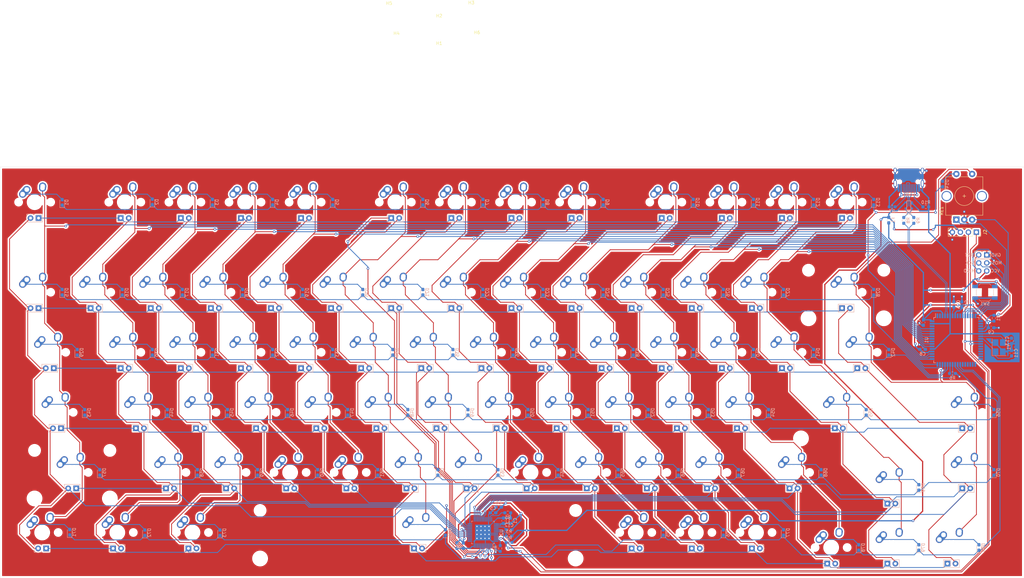
<source format=kicad_pcb>
(kicad_pcb (version 20171130) (host pcbnew "(5.1.9)-1")
  (layers (0 F.Cu signal) (31 B.Cu signal) (34 B.Paste user) (35 F.Paste user) (36 B.SilkS user) (37 F.SilkS user) (38 B.Mask user) (39 F.Mask user) (44 Edge.Cuts user))
  (net 0 "")
  (net 1 GND)
  (net 2 VCC)
  (net 3 +5V)
  (net 4 "Net-(C14-Pad1)")
  (net 5 "Net-(D1-Pad2)")
  (net 6 row0)
  (net 7 "Net-(D2-Pad2)")
  (net 8 "Net-(D3-Pad2)")
  (net 9 "Net-(D4-Pad2)")
  (net 10 "Net-(D5-Pad2)")
  (net 11 "Net-(D6-Pad2)")
  (net 12 "Net-(D7-Pad2)")
  (net 13 "Net-(D8-Pad2)")
  (net 14 "Net-(D9-Pad2)")
  (net 15 "Net-(D10-Pad2)")
  (net 16 "Net-(D11-Pad2)")
  (net 17 "Net-(D12-Pad2)")
  (net 18 "Net-(D13-Pad2)")
  (net 19 "Net-(D14-Pad2)")
  (net 20 "Net-(D15-Pad2)")
  (net 21 row1)
  (net 22 "Net-(D16-Pad2)")
  (net 23 "Net-(D17-Pad2)")
  (net 24 "Net-(D18-Pad2)")
  (net 25 "Net-(D19-Pad2)")
  (net 26 "Net-(D20-Pad2)")
  (net 27 "Net-(D21-Pad2)")
  (net 28 "Net-(D22-Pad2)")
  (net 29 "Net-(D23-Pad2)")
  (net 30 "Net-(D24-Pad2)")
  (net 31 "Net-(D25-Pad2)")
  (net 32 "Net-(D26-Pad2)")
  (net 33 "Net-(D27-Pad2)")
  (net 34 "Net-(D28-Pad2)")
  (net 35 "Net-(D29-Pad2)")
  (net 36 row2)
  (net 37 "Net-(D30-Pad2)")
  (net 38 "Net-(D31-Pad2)")
  (net 39 "Net-(D32-Pad2)")
  (net 40 "Net-(D33-Pad2)")
  (net 41 "Net-(D34-Pad2)")
  (net 42 "Net-(D35-Pad2)")
  (net 43 "Net-(D36-Pad2)")
  (net 44 "Net-(D37-Pad2)")
  (net 45 "Net-(D38-Pad2)")
  (net 46 "Net-(D39-Pad2)")
  (net 47 "Net-(D40-Pad2)")
  (net 48 "Net-(D41-Pad2)")
  (net 49 "Net-(D42-Pad2)")
  (net 50 "Net-(D43-Pad2)")
  (net 51 row3)
  (net 52 "Net-(D44-Pad2)")
  (net 53 "Net-(D45-Pad2)")
  (net 54 "Net-(D46-Pad2)")
  (net 55 "Net-(D47-Pad2)")
  (net 56 "Net-(D48-Pad2)")
  (net 57 "Net-(D49-Pad2)")
  (net 58 "Net-(D50-Pad2)")
  (net 59 "Net-(D51-Pad2)")
  (net 60 "Net-(D52-Pad2)")
  (net 61 "Net-(D53-Pad2)")
  (net 62 "Net-(D54-Pad2)")
  (net 63 "Net-(D55-Pad2)")
  (net 64 "Net-(D56-Pad2)")
  (net 65 "Net-(D57-Pad2)")
  (net 66 row4)
  (net 67 "Net-(D58-Pad2)")
  (net 68 "Net-(D59-Pad2)")
  (net 69 "Net-(D60-Pad2)")
  (net 70 "Net-(D61-Pad2)")
  (net 71 "Net-(D62-Pad2)")
  (net 72 "Net-(D63-Pad2)")
  (net 73 "Net-(D64-Pad2)")
  (net 74 "Net-(D65-Pad2)")
  (net 75 "Net-(D66-Pad2)")
  (net 76 "Net-(D67-Pad2)")
  (net 77 "Net-(D68-Pad2)")
  (net 78 "Net-(D69-Pad2)")
  (net 79 "Net-(D70-Pad2)")
  (net 80 "Net-(D71-Pad2)")
  (net 81 row5)
  (net 82 "Net-(D72-Pad2)")
  (net 83 "Net-(D73-Pad2)")
  (net 84 "Net-(D74-Pad2)")
  (net 85 "Net-(D75-Pad2)")
  (net 86 "Net-(D76-Pad2)")
  (net 87 "Net-(D77-Pad2)")
  (net 88 "Net-(D78-Pad2)")
  (net 89 "Net-(D79-Pad2)")
  (net 90 "Net-(D80-Pad2)")
  (net 91 CS1)
  (net 92 SW6)
  (net 93 CS2)
  (net 94 CS3)
  (net 95 CS4)
  (net 96 CS5)
  (net 97 CS6)
  (net 98 CS7)
  (net 99 CS8)
  (net 100 CS9)
  (net 101 CS10)
  (net 102 CS11)
  (net 103 CS12)
  (net 104 CS13)
  (net 105 SW5)
  (net 106 CS14)
  (net 107 SW4)
  (net 108 SW3)
  (net 109 SW2)
  (net 110 SW1)
  (net 111 RESET)
  (net 112 "Net-(J1-Pad4)")
  (net 113 "Net-(J1-Pad3)")
  (net 114 "Net-(J1-Pad1)")
  (net 115 SCL)
  (net 116 SDA)
  (net 117 "Net-(R4-Pad1)")
  (net 118 "Net-(R5-Pad1)")
  (net 119 "Net-(R6-Pad1)")
  (net 120 "Net-(R7-Pad2)")
  (net 121 D-)
  (net 122 D+)
  (net 123 "Net-(R10-Pad2)")
  (net 124 A1)
  (net 125 B1)
  (net 126 col13)
  (net 127 col0)
  (net 128 col1)
  (net 129 col2)
  (net 130 col3)
  (net 131 col4)
  (net 132 col5)
  (net 133 col6)
  (net 134 col7)
  (net 135 col8)
  (net 136 col9)
  (net 137 col10)
  (net 138 col11)
  (net 139 col12)
  (net 140 "Net-(U1-Pad62)")
  (net 141 "Net-(U1-Pad36)")
  (net 142 "Net-(U1-Pad35)")
  (net 143 "Net-(U1-Pad34)")
  (net 144 "Net-(U1-Pad33)")
  (net 145 "Net-(U1-Pad32)")
  (net 146 "Net-(U1-Pad31)")
  (net 147 "Net-(U1-Pad30)")
  (net 148 "Net-(U1-Pad29)")
  (net 149 "Net-(U1-Pad28)")
  (net 150 "Net-(U1-Pad27)")
  (net 151 "Net-(U1-Pad19)")
  (net 152 "Net-(U1-Pad18)")
  (net 153 "Net-(U1-Pad15)")
  (net 154 "Net-(U1-Pad14)")
  (net 155 "Net-(U1-Pad10)")
  (net 156 "Net-(U1-Pad9)")
  (net 157 "Net-(U1-Pad2)")
  (net 158 "Net-(U1-Pad1)")
  (net 159 "Net-(U2-Pad45)")
  (net 160 "Net-(U2-Pad40)")
  (net 161 "Net-(U2-Pad36)")
  (net 162 "Net-(U2-Pad33)")
  (net 163 "Net-(U2-Pad32)")
  (net 164 "Net-(U2-Pad15)")
  (net 165 "Net-(U2-Pad14)")
  (net 166 "Net-(U2-Pad13)")
  (net 167 "Net-(U2-Pad11)")
  (net 168 "Net-(U2-Pad10)")
  (net 169 "Net-(U2-Pad9)")
  (net 170 "Net-(U2-Pad1)")
  (net 171 "Net-(USB1-Pad3)")
  (net 172 "Net-(USB1-Pad9)")
  (net 173 "Net-(C11-Pad1)")
  (net 174 "Net-(C12-Pad2)")
  (net 175 "Net-(C13-Pad1)")
  (net 176 DN)
  (net 177 DP)
  (net 178 "Net-(U1-Pad38)")
  (net 179 "Net-(U1-Pad37)")
  (module Connector_PinSocket_2.54mm:PinSocket_1x04_P2.54mm_Vertical (layer F.Cu) (at 388.14375 99.21875 270)
    (fp_text reference J2 (at 0 -2.77 90) (layer F.SilkS))
    (fp_text value Conn_01x04)
    (pad 4 thru_hole oval (at 0 7.62 270) (size 1.7 1.7) (drill 1) (layers *.Cu *.Mask) (net 1 GND))
    (pad 3 thru_hole oval (at 0 5.08 270) (size 1.7 1.7) (drill 1) (layers *.Cu *.Mask) (net 2 VCC))
    (pad 2 thru_hole oval (at 0 2.54 270) (size 1.7 1.7) (drill 1) (layers *.Cu *.Mask) (net 115 SCL))
    (pad 1 thru_hole rect (at 0 0 270) (size 1.7 1.7) (drill 1) (layers *.Cu *.Mask) (net 116 SDA))
  )
  (module MX_Alps_Hybrid:MX-6.25U-NoLED (layer F.Cu) (at 211.1375 194.46875)
    (fp_text reference SW74)
    (fp_text value SW_Push)
    (pad "" np_thru_hole circle (at 49.9999 8.255) (size 3.9878 3.9878) (drill 3.9878) (layers *.Cu *.Mask))
    (pad "" np_thru_hole circle (at -49.9999 8.255) (size 3.9878 3.9878) (drill 3.9878) (layers *.Cu *.Mask))
    (pad "" np_thru_hole circle (at 49.9999 -6.985) (size 3.048 3.048) (drill 3.048) (layers *.Cu *.Mask))
    (pad "" np_thru_hole circle (at -49.9999 -6.985) (size 3.048 3.048) (drill 3.048) (layers *.Cu *.Mask))
    (pad "" np_thru_hole circle (at 5.08 0 48.0996) (size 1.75 1.75) (drill 1.75) (layers *.Cu *.Mask))
    (pad "" np_thru_hole circle (at -5.08 0 48.0996) (size 1.75 1.75) (drill 1.75) (layers *.Cu *.Mask))
    (pad 1 thru_hole circle (at -2.5 -4) (size 2.25 2.25) (drill 1.47) (layers *.Cu B.Mask) (net 84 "Net-(D74-Pad2)"))
    (pad "" np_thru_hole circle (at 0 0) (size 3.9878 3.9878) (drill 3.9878) (layers *.Cu *.Mask))
    (pad 1 thru_hole oval (at -3.81 -2.54 48.0996) (size 4.211556 2.25) (drill 1.47 (offset 0.980778 0)) (layers *.Cu B.Mask) (net 84 "Net-(D74-Pad2)"))
    (pad 2 thru_hole circle (at 2.54 -5.08) (size 2.25 2.25) (drill 1.47) (layers *.Cu B.Mask) (net 132 col5))
    (pad 2 thru_hole oval (at 2.5 -4.5 86.0548) (size 2.831378 2.25) (drill 1.47 (offset 0.290689 0)) (layers *.Cu B.Mask) (net 132 col5))
  )
  (module Capacitor_SMD:C_0603_1608Metric_Pad1.08x0.95mm_HandSolder (layer B.Cu) (at 383.54 122.174 90)
    (fp_text reference C10 (at 0 1.43 90) (layer B.SilkS) (effects (justify mirror)))
    (fp_text value 10uF)
    (pad 2 smd roundrect (at 0.8625 0 90) (size 1.075 0.95) (layers B.Cu B.Paste B.Mask) (net 1 GND))
    (pad 1 smd roundrect (at -0.8625 0 90) (size 1.075 0.95) (layers B.Cu B.Paste B.Mask) (net 3 +5V))
  )
  (module Capacitor_SMD:C_0603_1608Metric_Pad1.08x0.95mm_HandSolder (layer B.Cu) (at 234.95 188.214 180)
    (fp_text reference C5 (at 0 1.43) (layer B.SilkS) (effects (justify mirror)))
    (fp_text value .47uF)
    (pad 2 smd roundrect (at 0.8625 0 180) (size 1.075 0.95) (layers B.Cu B.Paste B.Mask) (net 1 GND))
    (pad 1 smd roundrect (at -0.8625 0 180) (size 1.075 0.95) (layers B.Cu B.Paste B.Mask) (net 2 VCC))
  )
  (module MX_Alps_Hybrid:MX-1U-NoLED (layer F.Cu) (at 304.00625 175.41875)
    (fp_text reference SW67)
    (fp_text value SW_Push)
    (pad "" np_thru_hole circle (at 5.08 0 48.0996) (size 1.75 1.75) (drill 1.75) (layers *.Cu *.Mask))
    (pad "" np_thru_hole circle (at -5.08 0 48.0996) (size 1.75 1.75) (drill 1.75) (layers *.Cu *.Mask))
    (pad 1 thru_hole circle (at -2.5 -4) (size 2.25 2.25) (drill 1.47) (layers *.Cu B.Mask) (net 76 "Net-(D67-Pad2)"))
    (pad "" np_thru_hole circle (at 0 0) (size 3.9878 3.9878) (drill 3.9878) (layers *.Cu *.Mask))
    (pad 1 thru_hole oval (at -3.81 -2.54 48.0996) (size 4.211556 2.25) (drill 1.47 (offset 0.980778 0)) (layers *.Cu B.Mask) (net 76 "Net-(D67-Pad2)"))
    (pad 2 thru_hole circle (at 2.54 -5.08) (size 2.25 2.25) (drill 1.47) (layers *.Cu B.Mask) (net 137 col10))
    (pad 2 thru_hole oval (at 2.5 -4.5 86.0548) (size 2.831378 2.25) (drill 1.47 (offset 0.290689 0)) (layers *.Cu B.Mask) (net 137 col10))
  )
  (module MX_Alps_Hybrid:MX-1U-NoLED (layer F.Cu) (at 227.80625 175.41875)
    (fp_text reference SW63)
    (fp_text value SW_Push)
    (pad "" np_thru_hole circle (at 5.08 0 48.0996) (size 1.75 1.75) (drill 1.75) (layers *.Cu *.Mask))
    (pad "" np_thru_hole circle (at -5.08 0 48.0996) (size 1.75 1.75) (drill 1.75) (layers *.Cu *.Mask))
    (pad 1 thru_hole circle (at -2.5 -4) (size 2.25 2.25) (drill 1.47) (layers *.Cu B.Mask) (net 72 "Net-(D63-Pad2)"))
    (pad "" np_thru_hole circle (at 0 0) (size 3.9878 3.9878) (drill 3.9878) (layers *.Cu *.Mask))
    (pad 1 thru_hole oval (at -3.81 -2.54 48.0996) (size 4.211556 2.25) (drill 1.47 (offset 0.980778 0)) (layers *.Cu B.Mask) (net 72 "Net-(D63-Pad2)"))
    (pad 2 thru_hole circle (at 2.54 -5.08) (size 2.25 2.25) (drill 1.47) (layers *.Cu B.Mask) (net 133 col6))
    (pad 2 thru_hole oval (at 2.5 -4.5 86.0548) (size 2.831378 2.25) (drill 1.47 (offset 0.290689 0)) (layers *.Cu B.Mask) (net 133 col6))
  )
  (module MX_Alps_Hybrid:MX-1U-NoLED (layer F.Cu) (at 208.75625 175.41875)
    (fp_text reference SW62)
    (fp_text value SW_Push)
    (pad "" np_thru_hole circle (at 5.08 0 48.0996) (size 1.75 1.75) (drill 1.75) (layers *.Cu *.Mask))
    (pad "" np_thru_hole circle (at -5.08 0 48.0996) (size 1.75 1.75) (drill 1.75) (layers *.Cu *.Mask))
    (pad 1 thru_hole circle (at -2.5 -4) (size 2.25 2.25) (drill 1.47) (layers *.Cu B.Mask) (net 71 "Net-(D62-Pad2)"))
    (pad "" np_thru_hole circle (at 0 0) (size 3.9878 3.9878) (drill 3.9878) (layers *.Cu *.Mask))
    (pad 1 thru_hole oval (at -3.81 -2.54 48.0996) (size 4.211556 2.25) (drill 1.47 (offset 0.980778 0)) (layers *.Cu B.Mask) (net 71 "Net-(D62-Pad2)"))
    (pad 2 thru_hole circle (at 2.54 -5.08) (size 2.25 2.25) (drill 1.47) (layers *.Cu B.Mask) (net 132 col5))
    (pad 2 thru_hole oval (at 2.5 -4.5 86.0548) (size 2.831378 2.25) (drill 1.47 (offset 0.290689 0)) (layers *.Cu B.Mask) (net 132 col5))
  )
  (module MX_Alps_Hybrid:MX-1U-NoLED (layer F.Cu) (at 151.60625 175.41875)
    (fp_text reference SW59)
    (fp_text value SW_Push)
    (pad "" np_thru_hole circle (at 5.08 0 48.0996) (size 1.75 1.75) (drill 1.75) (layers *.Cu *.Mask))
    (pad "" np_thru_hole circle (at -5.08 0 48.0996) (size 1.75 1.75) (drill 1.75) (layers *.Cu *.Mask))
    (pad 1 thru_hole circle (at -2.5 -4) (size 2.25 2.25) (drill 1.47) (layers *.Cu B.Mask) (net 68 "Net-(D59-Pad2)"))
    (pad "" np_thru_hole circle (at 0 0) (size 3.9878 3.9878) (drill 3.9878) (layers *.Cu *.Mask))
    (pad 1 thru_hole oval (at -3.81 -2.54 48.0996) (size 4.211556 2.25) (drill 1.47 (offset 0.980778 0)) (layers *.Cu B.Mask) (net 68 "Net-(D59-Pad2)"))
    (pad 2 thru_hole circle (at 2.54 -5.08) (size 2.25 2.25) (drill 1.47) (layers *.Cu B.Mask) (net 129 col2))
    (pad 2 thru_hole oval (at 2.5 -4.5 86.0548) (size 2.831378 2.25) (drill 1.47 (offset 0.290689 0)) (layers *.Cu B.Mask) (net 129 col2))
  )
  (module Package_QFP:TQFP-64_14x14mm_P0.8mm (layer B.Cu) (at 381.79375 133.44525 270)
    (fp_text reference U1 (at 0 9.45 90) (layer B.SilkS) (effects (justify mirror)))
    (fp_text value AT90USB1286-AU)
    (pad 64 smd rect (at -6 7.7 180) (size 1.5 0.55) (layers B.Cu B.Paste B.Mask) (net 3 +5V))
    (pad 63 smd rect (at -5.2 7.7 180) (size 1.5 0.55) (layers B.Cu B.Paste B.Mask) (net 1 GND))
    (pad 62 smd rect (at -4.4 7.7 180) (size 1.5 0.55) (layers B.Cu B.Paste B.Mask) (net 140 "Net-(U1-Pad62)"))
    (pad 61 smd rect (at -3.6 7.7 180) (size 1.5 0.55) (layers B.Cu B.Paste B.Mask) (net 127 col0))
    (pad 60 smd rect (at -2.8 7.7 180) (size 1.5 0.55) (layers B.Cu B.Paste B.Mask) (net 128 col1))
    (pad 59 smd rect (at -2 7.7 180) (size 1.5 0.55) (layers B.Cu B.Paste B.Mask) (net 129 col2))
    (pad 58 smd rect (at -1.2 7.7 180) (size 1.5 0.55) (layers B.Cu B.Paste B.Mask) (net 130 col3))
    (pad 57 smd rect (at -0.4 7.7 180) (size 1.5 0.55) (layers B.Cu B.Paste B.Mask) (net 131 col4))
    (pad 56 smd rect (at 0.4 7.7 180) (size 1.5 0.55) (layers B.Cu B.Paste B.Mask) (net 132 col5))
    (pad 55 smd rect (at 1.2 7.7 180) (size 1.5 0.55) (layers B.Cu B.Paste B.Mask) (net 133 col6))
    (pad 54 smd rect (at 2 7.7 180) (size 1.5 0.55) (layers B.Cu B.Paste B.Mask) (net 134 col7))
    (pad 53 smd rect (at 2.8 7.7 180) (size 1.5 0.55) (layers B.Cu B.Paste B.Mask) (net 1 GND))
    (pad 52 smd rect (at 3.6 7.7 180) (size 1.5 0.55) (layers B.Cu B.Paste B.Mask) (net 3 +5V))
    (pad 51 smd rect (at 4.4 7.7 180) (size 1.5 0.55) (layers B.Cu B.Paste B.Mask) (net 135 col8))
    (pad 50 smd rect (at 5.2 7.7 180) (size 1.5 0.55) (layers B.Cu B.Paste B.Mask) (net 136 col9))
    (pad 49 smd rect (at 6 7.7 180) (size 1.5 0.55) (layers B.Cu B.Paste B.Mask) (net 137 col10))
    (pad 48 smd rect (at 7.7 6 270) (size 1.5 0.55) (layers B.Cu B.Paste B.Mask) (net 138 col11))
    (pad 47 smd rect (at 7.7 5.2 270) (size 1.5 0.55) (layers B.Cu B.Paste B.Mask) (net 139 col12))
    (pad 46 smd rect (at 7.7 4.4 270) (size 1.5 0.55) (layers B.Cu B.Paste B.Mask) (net 126 col13))
    (pad 45 smd rect (at 7.7 3.6 270) (size 1.5 0.55) (layers B.Cu B.Paste B.Mask) (net 6 row0))
    (pad 44 smd rect (at 7.7 2.8 270) (size 1.5 0.55) (layers B.Cu B.Paste B.Mask) (net 21 row1))
    (pad 43 smd rect (at 7.7 2 270) (size 1.5 0.55) (layers B.Cu B.Paste B.Mask) (net 119 "Net-(R6-Pad1)"))
    (pad 42 smd rect (at 7.7 1.2 270) (size 1.5 0.55) (layers B.Cu B.Paste B.Mask) (net 36 row2))
    (pad 41 smd rect (at 7.7 0.4 270) (size 1.5 0.55) (layers B.Cu B.Paste B.Mask) (net 51 row3))
    (pad 40 smd rect (at 7.7 -0.4 270) (size 1.5 0.55) (layers B.Cu B.Paste B.Mask) (net 66 row4))
    (pad 39 smd rect (at 7.7 -1.2 270) (size 1.5 0.55) (layers B.Cu B.Paste B.Mask) (net 81 row5))
    (pad 38 smd rect (at 7.7 -2 270) (size 1.5 0.55) (layers B.Cu B.Paste B.Mask) (net 178 "Net-(U1-Pad38)"))
    (pad 37 smd rect (at 7.7 -2.8 270) (size 1.5 0.55) (layers B.Cu B.Paste B.Mask) (net 179 "Net-(U1-Pad37)"))
    (pad 36 smd rect (at 7.7 -3.6 270) (size 1.5 0.55) (layers B.Cu B.Paste B.Mask) (net 141 "Net-(U1-Pad36)"))
    (pad 35 smd rect (at 7.7 -4.4 270) (size 1.5 0.55) (layers B.Cu B.Paste B.Mask) (net 142 "Net-(U1-Pad35)"))
    (pad 34 smd rect (at 7.7 -5.2 270) (size 1.5 0.55) (layers B.Cu B.Paste B.Mask) (net 143 "Net-(U1-Pad34)"))
    (pad 33 smd rect (at 7.7 -6 270) (size 1.5 0.55) (layers B.Cu B.Paste B.Mask) (net 144 "Net-(U1-Pad33)"))
    (pad 32 smd rect (at 6 -7.7 180) (size 1.5 0.55) (layers B.Cu B.Paste B.Mask) (net 145 "Net-(U1-Pad32)"))
    (pad 31 smd rect (at 5.2 -7.7 180) (size 1.5 0.55) (layers B.Cu B.Paste B.Mask) (net 146 "Net-(U1-Pad31)"))
    (pad 30 smd rect (at 4.4 -7.7 180) (size 1.5 0.55) (layers B.Cu B.Paste B.Mask) (net 147 "Net-(U1-Pad30)"))
    (pad 29 smd rect (at 3.6 -7.7 180) (size 1.5 0.55) (layers B.Cu B.Paste B.Mask) (net 148 "Net-(U1-Pad29)"))
    (pad 28 smd rect (at 2.8 -7.7 180) (size 1.5 0.55) (layers B.Cu B.Paste B.Mask) (net 149 "Net-(U1-Pad28)"))
    (pad 27 smd rect (at 2 -7.7 180) (size 1.5 0.55) (layers B.Cu B.Paste B.Mask) (net 150 "Net-(U1-Pad27)"))
    (pad 26 smd rect (at 1.2 -7.7 180) (size 1.5 0.55) (layers B.Cu B.Paste B.Mask) (net 116 SDA))
    (pad 25 smd rect (at 0.4 -7.7 180) (size 1.5 0.55) (layers B.Cu B.Paste B.Mask) (net 115 SCL))
    (pad 24 smd rect (at -0.4 -7.7 180) (size 1.5 0.55) (layers B.Cu B.Paste B.Mask) (net 173 "Net-(C11-Pad1)"))
    (pad 23 smd rect (at -1.2 -7.7 180) (size 1.5 0.55) (layers B.Cu B.Paste B.Mask) (net 175 "Net-(C13-Pad1)"))
    (pad 22 smd rect (at -2 -7.7 180) (size 1.5 0.55) (layers B.Cu B.Paste B.Mask) (net 1 GND))
    (pad 21 smd rect (at -2.8 -7.7 180) (size 1.5 0.55) (layers B.Cu B.Paste B.Mask) (net 3 +5V))
    (pad 20 smd rect (at -3.6 -7.7 180) (size 1.5 0.55) (layers B.Cu B.Paste B.Mask) (net 111 RESET))
    (pad 19 smd rect (at -4.4 -7.7 180) (size 1.5 0.55) (layers B.Cu B.Paste B.Mask) (net 151 "Net-(U1-Pad19)"))
    (pad 18 smd rect (at -5.2 -7.7 180) (size 1.5 0.55) (layers B.Cu B.Paste B.Mask) (net 152 "Net-(U1-Pad18)"))
    (pad 17 smd rect (at -6 -7.7 180) (size 1.5 0.55) (layers B.Cu B.Paste B.Mask) (net 125 B1))
    (pad 16 smd rect (at -7.7 -6 270) (size 1.5 0.55) (layers B.Cu B.Paste B.Mask) (net 124 A1))
    (pad 15 smd rect (at -7.7 -5.2 270) (size 1.5 0.55) (layers B.Cu B.Paste B.Mask) (net 153 "Net-(U1-Pad15)"))
    (pad 14 smd rect (at -7.7 -4.4 270) (size 1.5 0.55) (layers B.Cu B.Paste B.Mask) (net 154 "Net-(U1-Pad14)"))
    (pad 13 smd rect (at -7.7 -3.6 270) (size 1.5 0.55) (layers B.Cu B.Paste B.Mask) (net 114 "Net-(J1-Pad1)"))
    (pad 12 smd rect (at -7.7 -2.8 270) (size 1.5 0.55) (layers B.Cu B.Paste B.Mask) (net 112 "Net-(J1-Pad4)"))
    (pad 11 smd rect (at -7.7 -2 270) (size 1.5 0.55) (layers B.Cu B.Paste B.Mask) (net 113 "Net-(J1-Pad3)"))
    (pad 10 smd rect (at -7.7 -1.2 270) (size 1.5 0.55) (layers B.Cu B.Paste B.Mask) (net 155 "Net-(U1-Pad10)"))
    (pad 9 smd rect (at -7.7 -0.4 270) (size 1.5 0.55) (layers B.Cu B.Paste B.Mask) (net 156 "Net-(U1-Pad9)"))
    (pad 8 smd rect (at -7.7 0.4 270) (size 1.5 0.55) (layers B.Cu B.Paste B.Mask) (net 3 +5V))
    (pad 7 smd rect (at -7.7 1.2 270) (size 1.5 0.55) (layers B.Cu B.Paste B.Mask) (net 4 "Net-(C14-Pad1)"))
    (pad 6 smd rect (at -7.7 2 270) (size 1.5 0.55) (layers B.Cu B.Paste B.Mask) (net 1 GND))
    (pad 5 smd rect (at -7.7 2.8 270) (size 1.5 0.55) (layers B.Cu B.Paste B.Mask) (net 122 D+))
    (pad 4 smd rect (at -7.7 3.6 270) (size 1.5 0.55) (layers B.Cu B.Paste B.Mask) (net 121 D-))
    (pad 3 smd rect (at -7.7 4.4 270) (size 1.5 0.55) (layers B.Cu B.Paste B.Mask) (net 3 +5V))
    (pad 2 smd rect (at -7.7 5.2 270) (size 1.5 0.55) (layers B.Cu B.Paste B.Mask) (net 157 "Net-(U1-Pad2)"))
    (pad 1 smd rect (at -7.7 6 270) (size 1.5 0.55) (layers B.Cu B.Paste B.Mask) (net 158 "Net-(U1-Pad1)"))
  )
  (module Capacitor_SMD:C_0603_1608Metric_Pad1.08x0.95mm_HandSolder (layer B.Cu) (at 392.811 129.54)
    (fp_text reference C9 (at 0 1.43) (layer B.SilkS) (effects (justify mirror)))
    (fp_text value 0.1uF)
    (pad 2 smd roundrect (at 0.8625 0) (size 1.075 0.95) (layers B.Cu B.Paste B.Mask) (net 1 GND))
    (pad 1 smd roundrect (at -0.8625 0) (size 1.075 0.95) (layers B.Cu B.Paste B.Mask) (net 3 +5V))
  )
  (module Package_QFP:TQFP-48-1EP_7x7mm_P0.5mm_EP5x5mm (layer B.Cu) (at 231.775 194.46875 90)
    (fp_text reference U2 (at 0 5.85 90) (layer B.SilkS) (effects (justify mirror)))
    (fp_text value IS31FL3733-TQ)
    (pad 49 smd rect (at 0 0 90) (size 5 5) (layers B.Cu B.Mask) (net 1 GND))
    (pad 48 smd roundrect (at -2.75 4.1625 90) (size 0.3 1.475) (layers B.Cu B.Paste B.Mask) (net 1 GND))
    (pad 47 smd roundrect (at -2.25 4.1625 90) (size 0.3 1.475) (layers B.Cu B.Paste B.Mask) (net 117 "Net-(R4-Pad1)"))
    (pad 46 smd roundrect (at -1.75 4.1625 90) (size 0.3 1.475) (layers B.Cu B.Paste B.Mask) (net 2 VCC))
    (pad 45 smd roundrect (at -1.25 4.1625 90) (size 0.3 1.475) (layers B.Cu B.Paste B.Mask) (net 159 "Net-(U2-Pad45)"))
    (pad 44 smd roundrect (at -0.75 4.1625 90) (size 0.3 1.475) (layers B.Cu B.Paste B.Mask) (net 1 GND))
    (pad 43 smd roundrect (at -0.25 4.1625 90) (size 0.3 1.475) (layers B.Cu B.Paste B.Mask) (net 1 GND))
    (pad 42 smd roundrect (at 0.25 4.1625 90) (size 0.3 1.475) (layers B.Cu B.Paste B.Mask) (net 115 SCL))
    (pad 41 smd roundrect (at 0.75 4.1625 90) (size 0.3 1.475) (layers B.Cu B.Paste B.Mask) (net 116 SDA))
    (pad 40 smd roundrect (at 1.25 4.1625 90) (size 0.3 1.475) (layers B.Cu B.Paste B.Mask) (net 160 "Net-(U2-Pad40)"))
    (pad 39 smd roundrect (at 1.75 4.1625 90) (size 0.3 1.475) (layers B.Cu B.Paste B.Mask) (net 174 "Net-(C12-Pad2)"))
    (pad 38 smd roundrect (at 2.25 4.1625 90) (size 0.3 1.475) (layers B.Cu B.Paste B.Mask) (net 2 VCC))
    (pad 37 smd roundrect (at 2.75 4.1625 90) (size 0.3 1.475) (layers B.Cu B.Paste B.Mask) (net 2 VCC))
    (pad 36 smd roundrect (at 4.1625 2.75 90) (size 1.475 0.3) (layers B.Cu B.Paste B.Mask) (net 161 "Net-(U2-Pad36)"))
    (pad 35 smd roundrect (at 4.1625 2.25 90) (size 1.475 0.3) (layers B.Cu B.Paste B.Mask) (net 118 "Net-(R5-Pad1)"))
    (pad 34 smd roundrect (at 4.1625 1.75 90) (size 1.475 0.3) (layers B.Cu B.Paste B.Mask) (net 1 GND))
    (pad 33 smd roundrect (at 4.1625 1.25 90) (size 1.475 0.3) (layers B.Cu B.Paste B.Mask) (net 162 "Net-(U2-Pad33)"))
    (pad 32 smd roundrect (at 4.1625 0.75 90) (size 1.475 0.3) (layers B.Cu B.Paste B.Mask) (net 163 "Net-(U2-Pad32)"))
    (pad 31 smd roundrect (at 4.1625 0.25 90) (size 1.475 0.3) (layers B.Cu B.Paste B.Mask) (net 106 CS14))
    (pad 30 smd roundrect (at 4.1625 -0.25 90) (size 1.475 0.3) (layers B.Cu B.Paste B.Mask) (net 104 CS13))
    (pad 29 smd roundrect (at 4.1625 -0.75 90) (size 1.475 0.3) (layers B.Cu B.Paste B.Mask) (net 2 VCC))
    (pad 28 smd roundrect (at 4.1625 -1.25 90) (size 1.475 0.3) (layers B.Cu B.Paste B.Mask) (net 103 CS12))
    (pad 27 smd roundrect (at 4.1625 -1.75 90) (size 1.475 0.3) (layers B.Cu B.Paste B.Mask) (net 102 CS11))
    (pad 26 smd roundrect (at 4.1625 -2.25 90) (size 1.475 0.3) (layers B.Cu B.Paste B.Mask) (net 101 CS10))
    (pad 25 smd roundrect (at 4.1625 -2.75 90) (size 1.475 0.3) (layers B.Cu B.Paste B.Mask) (net 100 CS9))
    (pad 24 smd roundrect (at 2.75 -4.1625 90) (size 0.3 1.475) (layers B.Cu B.Paste B.Mask) (net 99 CS8))
    (pad 23 smd roundrect (at 2.25 -4.1625 90) (size 0.3 1.475) (layers B.Cu B.Paste B.Mask) (net 98 CS7))
    (pad 22 smd roundrect (at 1.75 -4.1625 90) (size 0.3 1.475) (layers B.Cu B.Paste B.Mask) (net 97 CS6))
    (pad 21 smd roundrect (at 1.25 -4.1625 90) (size 0.3 1.475) (layers B.Cu B.Paste B.Mask) (net 96 CS5))
    (pad 20 smd roundrect (at 0.75 -4.1625 90) (size 0.3 1.475) (layers B.Cu B.Paste B.Mask) (net 2 VCC))
    (pad 19 smd roundrect (at 0.25 -4.1625 90) (size 0.3 1.475) (layers B.Cu B.Paste B.Mask) (net 95 CS4))
    (pad 18 smd roundrect (at -0.25 -4.1625 90) (size 0.3 1.475) (layers B.Cu B.Paste B.Mask) (net 94 CS3))
    (pad 17 smd roundrect (at -0.75 -4.1625 90) (size 0.3 1.475) (layers B.Cu B.Paste B.Mask) (net 93 CS2))
    (pad 16 smd roundrect (at -1.25 -4.1625 90) (size 0.3 1.475) (layers B.Cu B.Paste B.Mask) (net 91 CS1))
    (pad 15 smd roundrect (at -1.75 -4.1625 90) (size 0.3 1.475) (layers B.Cu B.Paste B.Mask) (net 164 "Net-(U2-Pad15)"))
    (pad 14 smd roundrect (at -2.25 -4.1625 90) (size 0.3 1.475) (layers B.Cu B.Paste B.Mask) (net 165 "Net-(U2-Pad14)"))
    (pad 13 smd roundrect (at -2.75 -4.1625 90) (size 0.3 1.475) (layers B.Cu B.Paste B.Mask) (net 166 "Net-(U2-Pad13)"))
    (pad 12 smd roundrect (at -4.1625 -2.75 90) (size 1.475 0.3) (layers B.Cu B.Paste B.Mask) (net 1 GND))
    (pad 11 smd roundrect (at -4.1625 -2.25 90) (size 1.475 0.3) (layers B.Cu B.Paste B.Mask) (net 167 "Net-(U2-Pad11)"))
    (pad 10 smd roundrect (at -4.1625 -1.75 90) (size 1.475 0.3) (layers B.Cu B.Paste B.Mask) (net 168 "Net-(U2-Pad10)"))
    (pad 9 smd roundrect (at -4.1625 -1.25 90) (size 1.475 0.3) (layers B.Cu B.Paste B.Mask) (net 169 "Net-(U2-Pad9)"))
    (pad 8 smd roundrect (at -4.1625 -0.75 90) (size 1.475 0.3) (layers B.Cu B.Paste B.Mask) (net 92 SW6))
    (pad 7 smd roundrect (at -4.1625 -0.25 90) (size 1.475 0.3) (layers B.Cu B.Paste B.Mask) (net 105 SW5))
    (pad 6 smd roundrect (at -4.1625 0.25 90) (size 1.475 0.3) (layers B.Cu B.Paste B.Mask) (net 107 SW4))
    (pad 5 smd roundrect (at -4.1625 0.75 90) (size 1.475 0.3) (layers B.Cu B.Paste B.Mask) (net 1 GND))
    (pad 4 smd roundrect (at -4.1625 1.25 90) (size 1.475 0.3) (layers B.Cu B.Paste B.Mask) (net 108 SW3))
    (pad 3 smd roundrect (at -4.1625 1.75 90) (size 1.475 0.3) (layers B.Cu B.Paste B.Mask) (net 109 SW2))
    (pad 2 smd roundrect (at -4.1625 2.25 90) (size 1.475 0.3) (layers B.Cu B.Paste B.Mask) (net 110 SW1))
    (pad 1 smd roundrect (at -4.1625 2.75 90) (size 1.475 0.3) (layers B.Cu B.Paste B.Mask) (net 170 "Net-(U2-Pad1)"))
  )
  (module MX_Alps_Hybrid:MX-1U-NoLED (layer F.Cu) (at 308.76875 89.69375)
    (fp_text reference SW12)
    (fp_text value SW_Push)
    (pad "" np_thru_hole circle (at 5.08 0 48.0996) (size 1.75 1.75) (drill 1.75) (layers *.Cu *.Mask))
    (pad "" np_thru_hole circle (at -5.08 0 48.0996) (size 1.75 1.75) (drill 1.75) (layers *.Cu *.Mask))
    (pad 1 thru_hole circle (at -2.5 -4) (size 2.25 2.25) (drill 1.47) (layers *.Cu B.Mask) (net 16 "Net-(D11-Pad2)"))
    (pad "" np_thru_hole circle (at 0 0) (size 3.9878 3.9878) (drill 3.9878) (layers *.Cu *.Mask))
    (pad 1 thru_hole oval (at -3.81 -2.54 48.0996) (size 4.211556 2.25) (drill 1.47 (offset 0.980778 0)) (layers *.Cu B.Mask) (net 16 "Net-(D11-Pad2)"))
    (pad 2 thru_hole circle (at 2.54 -5.08) (size 2.25 2.25) (drill 1.47) (layers *.Cu B.Mask) (net 137 col10))
    (pad 2 thru_hole oval (at 2.5 -4.5 86.0548) (size 2.831378 2.25) (drill 1.47 (offset 0.290689 0)) (layers *.Cu B.Mask) (net 137 col10))
  )
  (module MX_Alps_Hybrid:MX-2.25U-NoLED (layer F.Cu) (at 101.6 175.41875)
    (fp_text reference SW57)
    (fp_text value SW_Push)
    (pad "" np_thru_hole circle (at 11.938 8.255) (size 3.9878 3.9878) (drill 3.9878) (layers *.Cu *.Mask))
    (pad "" np_thru_hole circle (at -11.938 8.255) (size 3.9878 3.9878) (drill 3.9878) (layers *.Cu *.Mask))
    (pad "" np_thru_hole circle (at 11.938 -6.985) (size 3.048 3.048) (drill 3.048) (layers *.Cu *.Mask))
    (pad "" np_thru_hole circle (at -11.938 -6.985) (size 3.048 3.048) (drill 3.048) (layers *.Cu *.Mask))
    (pad "" np_thru_hole circle (at 5.08 0 48.0996) (size 1.75 1.75) (drill 1.75) (layers *.Cu *.Mask))
    (pad "" np_thru_hole circle (at -5.08 0 48.0996) (size 1.75 1.75) (drill 1.75) (layers *.Cu *.Mask))
    (pad 1 thru_hole circle (at -2.5 -4) (size 2.25 2.25) (drill 1.47) (layers *.Cu B.Mask) (net 65 "Net-(D57-Pad2)"))
    (pad "" np_thru_hole circle (at 0 0) (size 3.9878 3.9878) (drill 3.9878) (layers *.Cu *.Mask))
    (pad 1 thru_hole oval (at -3.81 -2.54 48.0996) (size 4.211556 2.25) (drill 1.47 (offset 0.980778 0)) (layers *.Cu B.Mask) (net 65 "Net-(D57-Pad2)"))
    (pad 2 thru_hole circle (at 2.54 -5.08) (size 2.25 2.25) (drill 1.47) (layers *.Cu B.Mask) (net 127 col0))
    (pad 2 thru_hole oval (at 2.5 -4.5 86.0548) (size 2.831378 2.25) (drill 1.47 (offset 0.290689 0)) (layers *.Cu B.Mask) (net 127 col0))
  )
  (module MX_Alps_Hybrid:MX-1U-NoLED (layer F.Cu) (at 132.55625 175.41875)
    (fp_text reference SW58)
    (fp_text value SW_Push)
    (pad "" np_thru_hole circle (at 5.08 0 48.0996) (size 1.75 1.75) (drill 1.75) (layers *.Cu *.Mask))
    (pad "" np_thru_hole circle (at -5.08 0 48.0996) (size 1.75 1.75) (drill 1.75) (layers *.Cu *.Mask))
    (pad 1 thru_hole circle (at -2.5 -4) (size 2.25 2.25) (drill 1.47) (layers *.Cu B.Mask) (net 67 "Net-(D58-Pad2)"))
    (pad "" np_thru_hole circle (at 0 0) (size 3.9878 3.9878) (drill 3.9878) (layers *.Cu *.Mask))
    (pad 1 thru_hole oval (at -3.81 -2.54 48.0996) (size 4.211556 2.25) (drill 1.47 (offset 0.980778 0)) (layers *.Cu B.Mask) (net 67 "Net-(D58-Pad2)"))
    (pad 2 thru_hole circle (at 2.54 -5.08) (size 2.25 2.25) (drill 1.47) (layers *.Cu B.Mask) (net 128 col1))
    (pad 2 thru_hole oval (at 2.5 -4.5 86.0548) (size 2.831378 2.25) (drill 1.47 (offset 0.290689 0)) (layers *.Cu B.Mask) (net 128 col1))
  )
  (module MX_Alps_Hybrid:MX-1U-NoLED (layer F.Cu) (at 89.69375 89.69375)
    (fp_text reference SW2)
    (fp_text value SW_Push)
    (pad "" np_thru_hole circle (at 5.08 0 48.0996) (size 1.75 1.75) (drill 1.75) (layers *.Cu *.Mask))
    (pad "" np_thru_hole circle (at -5.08 0 48.0996) (size 1.75 1.75) (drill 1.75) (layers *.Cu *.Mask))
    (pad 1 thru_hole circle (at -2.5 -4) (size 2.25 2.25) (drill 1.47) (layers *.Cu B.Mask) (net 5 "Net-(D1-Pad2)"))
    (pad "" np_thru_hole circle (at 0 0) (size 3.9878 3.9878) (drill 3.9878) (layers *.Cu *.Mask))
    (pad 1 thru_hole oval (at -3.81 -2.54 48.0996) (size 4.211556 2.25) (drill 1.47 (offset 0.980778 0)) (layers *.Cu B.Mask) (net 5 "Net-(D1-Pad2)"))
    (pad 2 thru_hole circle (at 2.54 -5.08) (size 2.25 2.25) (drill 1.47) (layers *.Cu B.Mask) (net 127 col0))
    (pad 2 thru_hole oval (at 2.5 -4.5 86.0548) (size 2.831378 2.25) (drill 1.47 (offset 0.290689 0)) (layers *.Cu B.Mask) (net 127 col0))
  )
  (module MX_Alps_Hybrid:MX-1U-NoLED (layer F.Cu) (at 156.36875 89.69375)
    (fp_text reference SW5)
    (fp_text value SW_Push)
    (pad "" np_thru_hole circle (at 5.08 0 48.0996) (size 1.75 1.75) (drill 1.75) (layers *.Cu *.Mask))
    (pad "" np_thru_hole circle (at -5.08 0 48.0996) (size 1.75 1.75) (drill 1.75) (layers *.Cu *.Mask))
    (pad 1 thru_hole circle (at -2.5 -4) (size 2.25 2.25) (drill 1.47) (layers *.Cu B.Mask) (net 9 "Net-(D4-Pad2)"))
    (pad "" np_thru_hole circle (at 0 0) (size 3.9878 3.9878) (drill 3.9878) (layers *.Cu *.Mask))
    (pad 1 thru_hole oval (at -3.81 -2.54 48.0996) (size 4.211556 2.25) (drill 1.47 (offset 0.980778 0)) (layers *.Cu B.Mask) (net 9 "Net-(D4-Pad2)"))
    (pad 2 thru_hole circle (at 2.54 -5.08) (size 2.25 2.25) (drill 1.47) (layers *.Cu B.Mask) (net 130 col3))
    (pad 2 thru_hole oval (at 2.5 -4.5 86.0548) (size 2.831378 2.25) (drill 1.47 (offset 0.290689 0)) (layers *.Cu B.Mask) (net 130 col3))
  )
  (module MX_Alps_Hybrid:MX-1U-NoLED (layer F.Cu) (at 108.74375 118.26875)
    (fp_text reference SW16)
    (fp_text value SW_Push)
    (pad "" np_thru_hole circle (at 5.08 0 48.0996) (size 1.75 1.75) (drill 1.75) (layers *.Cu *.Mask))
    (pad "" np_thru_hole circle (at -5.08 0 48.0996) (size 1.75 1.75) (drill 1.75) (layers *.Cu *.Mask))
    (pad 1 thru_hole circle (at -2.5 -4) (size 2.25 2.25) (drill 1.47) (layers *.Cu B.Mask) (net 22 "Net-(D16-Pad2)"))
    (pad "" np_thru_hole circle (at 0 0) (size 3.9878 3.9878) (drill 3.9878) (layers *.Cu *.Mask))
    (pad 1 thru_hole oval (at -3.81 -2.54 48.0996) (size 4.211556 2.25) (drill 1.47 (offset 0.980778 0)) (layers *.Cu B.Mask) (net 22 "Net-(D16-Pad2)"))
    (pad 2 thru_hole circle (at 2.54 -5.08) (size 2.25 2.25) (drill 1.47) (layers *.Cu B.Mask) (net 128 col1))
    (pad 2 thru_hole oval (at 2.5 -4.5 86.0548) (size 2.831378 2.25) (drill 1.47 (offset 0.290689 0)) (layers *.Cu B.Mask) (net 128 col1))
  )
  (module MX_Alps_Hybrid:MX-1U-NoLED (layer F.Cu) (at 118.26875 89.69375)
    (fp_text reference SW3)
    (fp_text value SW_Push)
    (pad "" np_thru_hole circle (at 5.08 0 48.0996) (size 1.75 1.75) (drill 1.75) (layers *.Cu *.Mask))
    (pad "" np_thru_hole circle (at -5.08 0 48.0996) (size 1.75 1.75) (drill 1.75) (layers *.Cu *.Mask))
    (pad 1 thru_hole circle (at -2.5 -4) (size 2.25 2.25) (drill 1.47) (layers *.Cu B.Mask) (net 7 "Net-(D2-Pad2)"))
    (pad "" np_thru_hole circle (at 0 0) (size 3.9878 3.9878) (drill 3.9878) (layers *.Cu *.Mask))
    (pad 1 thru_hole oval (at -3.81 -2.54 48.0996) (size 4.211556 2.25) (drill 1.47 (offset 0.980778 0)) (layers *.Cu B.Mask) (net 7 "Net-(D2-Pad2)"))
    (pad 2 thru_hole circle (at 2.54 -5.08) (size 2.25 2.25) (drill 1.47) (layers *.Cu B.Mask) (net 128 col1))
    (pad 2 thru_hole oval (at 2.5 -4.5 86.0548) (size 2.831378 2.25) (drill 1.47 (offset 0.290689 0)) (layers *.Cu B.Mask) (net 128 col1))
  )
  (module MX_Alps_Hybrid:MX-2U-NoLED (layer F.Cu) (at 346.86875 118.26875)
    (fp_text reference SW28)
    (fp_text value SW_Push)
    (pad "" np_thru_hole circle (at 11.938 8.255) (size 3.9878 3.9878) (drill 3.9878) (layers *.Cu *.Mask))
    (pad "" np_thru_hole circle (at -11.938 8.255) (size 3.9878 3.9878) (drill 3.9878) (layers *.Cu *.Mask))
    (pad "" np_thru_hole circle (at 11.938 -6.985) (size 3.048 3.048) (drill 3.048) (layers *.Cu *.Mask))
    (pad "" np_thru_hole circle (at -11.938 -6.985) (size 3.048 3.048) (drill 3.048) (layers *.Cu *.Mask))
    (pad "" np_thru_hole circle (at 5.08 0 48.0996) (size 1.75 1.75) (drill 1.75) (layers *.Cu *.Mask))
    (pad "" np_thru_hole circle (at -5.08 0 48.0996) (size 1.75 1.75) (drill 1.75) (layers *.Cu *.Mask))
    (pad 1 thru_hole circle (at -2.5 -4) (size 2.25 2.25) (drill 1.47) (layers *.Cu B.Mask) (net 34 "Net-(D28-Pad2)"))
    (pad "" np_thru_hole circle (at 0 0) (size 3.9878 3.9878) (drill 3.9878) (layers *.Cu *.Mask))
    (pad 1 thru_hole oval (at -3.81 -2.54 48.0996) (size 4.211556 2.25) (drill 1.47 (offset 0.980778 0)) (layers *.Cu B.Mask) (net 34 "Net-(D28-Pad2)"))
    (pad 2 thru_hole circle (at 2.54 -5.08) (size 2.25 2.25) (drill 1.47) (layers *.Cu B.Mask) (net 126 col13))
    (pad 2 thru_hole oval (at 2.5 -4.5 86.0548) (size 2.831378 2.25) (drill 1.47 (offset 0.290689 0)) (layers *.Cu B.Mask) (net 126 col13))
  )
  (module MX_Alps_Hybrid:MX-1U-NoLED (layer F.Cu) (at 380.20625 199.23125)
    (fp_text reference SW80)
    (fp_text value SW_Push)
    (pad "" np_thru_hole circle (at 5.08 0 48.0996) (size 1.75 1.75) (drill 1.75) (layers *.Cu *.Mask))
    (pad "" np_thru_hole circle (at -5.08 0 48.0996) (size 1.75 1.75) (drill 1.75) (layers *.Cu *.Mask))
    (pad 1 thru_hole circle (at -2.5 -4) (size 2.25 2.25) (drill 1.47) (layers *.Cu B.Mask) (net 90 "Net-(D80-Pad2)"))
    (pad "" np_thru_hole circle (at 0 0) (size 3.9878 3.9878) (drill 3.9878) (layers *.Cu *.Mask))
    (pad 1 thru_hole oval (at -3.81 -2.54 48.0996) (size 4.211556 2.25) (drill 1.47 (offset 0.980778 0)) (layers *.Cu B.Mask) (net 90 "Net-(D80-Pad2)"))
    (pad 2 thru_hole circle (at 2.54 -5.08) (size 2.25 2.25) (drill 1.47) (layers *.Cu B.Mask) (net 126 col13))
    (pad 2 thru_hole oval (at 2.5 -4.5 86.0548) (size 2.831378 2.25) (drill 1.47 (offset 0.290689 0)) (layers *.Cu B.Mask) (net 126 col13))
  )
  (module MX_Alps_Hybrid:MX-1U-NoLED (layer F.Cu) (at 361.15625 199.23125)
    (fp_text reference SW79)
    (fp_text value SW_Push)
    (pad "" np_thru_hole circle (at 5.08 0 48.0996) (size 1.75 1.75) (drill 1.75) (layers *.Cu *.Mask))
    (pad "" np_thru_hole circle (at -5.08 0 48.0996) (size 1.75 1.75) (drill 1.75) (layers *.Cu *.Mask))
    (pad 1 thru_hole circle (at -2.5 -4) (size 2.25 2.25) (drill 1.47) (layers *.Cu B.Mask) (net 89 "Net-(D79-Pad2)"))
    (pad "" np_thru_hole circle (at 0 0) (size 3.9878 3.9878) (drill 3.9878) (layers *.Cu *.Mask))
    (pad 1 thru_hole oval (at -3.81 -2.54 48.0996) (size 4.211556 2.25) (drill 1.47 (offset 0.980778 0)) (layers *.Cu B.Mask) (net 89 "Net-(D79-Pad2)"))
    (pad 2 thru_hole circle (at 2.54 -5.08) (size 2.25 2.25) (drill 1.47) (layers *.Cu B.Mask) (net 139 col12))
    (pad 2 thru_hole oval (at 2.5 -4.5 86.0548) (size 2.831378 2.25) (drill 1.47 (offset 0.290689 0)) (layers *.Cu B.Mask) (net 139 col12))
  )
  (module MX_Alps_Hybrid:MX-1U-NoLED (layer F.Cu) (at 342.10625 199.23125)
    (fp_text reference SW78)
    (fp_text value SW_Push)
    (pad "" np_thru_hole circle (at 5.08 0 48.0996) (size 1.75 1.75) (drill 1.75) (layers *.Cu *.Mask))
    (pad "" np_thru_hole circle (at -5.08 0 48.0996) (size 1.75 1.75) (drill 1.75) (layers *.Cu *.Mask))
    (pad 1 thru_hole circle (at -2.5 -4) (size 2.25 2.25) (drill 1.47) (layers *.Cu B.Mask) (net 88 "Net-(D78-Pad2)"))
    (pad "" np_thru_hole circle (at 0 0) (size 3.9878 3.9878) (drill 3.9878) (layers *.Cu *.Mask))
    (pad 1 thru_hole oval (at -3.81 -2.54 48.0996) (size 4.211556 2.25) (drill 1.47 (offset 0.980778 0)) (layers *.Cu B.Mask) (net 88 "Net-(D78-Pad2)"))
    (pad 2 thru_hole circle (at 2.54 -5.08) (size 2.25 2.25) (drill 1.47) (layers *.Cu B.Mask) (net 138 col11))
    (pad 2 thru_hole oval (at 2.5 -4.5 86.0548) (size 2.831378 2.25) (drill 1.47 (offset 0.290689 0)) (layers *.Cu B.Mask) (net 138 col11))
  )
  (module MX_Alps_Hybrid:MX-1U-NoLED (layer F.Cu) (at 318.29375 194.46875)
    (fp_text reference SW77)
    (fp_text value SW_Push)
    (pad "" np_thru_hole circle (at 5.08 0 48.0996) (size 1.75 1.75) (drill 1.75) (layers *.Cu *.Mask))
    (pad "" np_thru_hole circle (at -5.08 0 48.0996) (size 1.75 1.75) (drill 1.75) (layers *.Cu *.Mask))
    (pad 1 thru_hole circle (at -2.5 -4) (size 2.25 2.25) (drill 1.47) (layers *.Cu B.Mask) (net 87 "Net-(D77-Pad2)"))
    (pad "" np_thru_hole circle (at 0 0) (size 3.9878 3.9878) (drill 3.9878) (layers *.Cu *.Mask))
    (pad 1 thru_hole oval (at -3.81 -2.54 48.0996) (size 4.211556 2.25) (drill 1.47 (offset 0.980778 0)) (layers *.Cu B.Mask) (net 87 "Net-(D77-Pad2)"))
    (pad 2 thru_hole circle (at 2.54 -5.08) (size 2.25 2.25) (drill 1.47) (layers *.Cu B.Mask) (net 137 col10))
    (pad 2 thru_hole oval (at 2.5 -4.5 86.0548) (size 2.831378 2.25) (drill 1.47 (offset 0.290689 0)) (layers *.Cu B.Mask) (net 137 col10))
  )
  (module MX_Alps_Hybrid:MX-1U-NoLED (layer F.Cu) (at 299.24375 194.46875)
    (fp_text reference SW76)
    (fp_text value SW_Push)
    (pad "" np_thru_hole circle (at 5.08 0 48.0996) (size 1.75 1.75) (drill 1.75) (layers *.Cu *.Mask))
    (pad "" np_thru_hole circle (at -5.08 0 48.0996) (size 1.75 1.75) (drill 1.75) (layers *.Cu *.Mask))
    (pad 1 thru_hole circle (at -2.5 -4) (size 2.25 2.25) (drill 1.47) (layers *.Cu B.Mask) (net 86 "Net-(D76-Pad2)"))
    (pad "" np_thru_hole circle (at 0 0) (size 3.9878 3.9878) (drill 3.9878) (layers *.Cu *.Mask))
    (pad 1 thru_hole oval (at -3.81 -2.54 48.0996) (size 4.211556 2.25) (drill 1.47 (offset 0.980778 0)) (layers *.Cu B.Mask) (net 86 "Net-(D76-Pad2)"))
    (pad 2 thru_hole circle (at 2.54 -5.08) (size 2.25 2.25) (drill 1.47) (layers *.Cu B.Mask) (net 136 col9))
    (pad 2 thru_hole oval (at 2.5 -4.5 86.0548) (size 2.831378 2.25) (drill 1.47 (offset 0.290689 0)) (layers *.Cu B.Mask) (net 136 col9))
  )
  (module MX_Alps_Hybrid:MX-1U-NoLED (layer F.Cu) (at 280.19375 194.46875)
    (fp_text reference SW75)
    (fp_text value SW_Push)
    (pad "" np_thru_hole circle (at 5.08 0 48.0996) (size 1.75 1.75) (drill 1.75) (layers *.Cu *.Mask))
    (pad "" np_thru_hole circle (at -5.08 0 48.0996) (size 1.75 1.75) (drill 1.75) (layers *.Cu *.Mask))
    (pad 1 thru_hole circle (at -2.5 -4) (size 2.25 2.25) (drill 1.47) (layers *.Cu B.Mask) (net 85 "Net-(D75-Pad2)"))
    (pad "" np_thru_hole circle (at 0 0) (size 3.9878 3.9878) (drill 3.9878) (layers *.Cu *.Mask))
    (pad 1 thru_hole oval (at -3.81 -2.54 48.0996) (size 4.211556 2.25) (drill 1.47 (offset 0.980778 0)) (layers *.Cu B.Mask) (net 85 "Net-(D75-Pad2)"))
    (pad 2 thru_hole circle (at 2.54 -5.08) (size 2.25 2.25) (drill 1.47) (layers *.Cu B.Mask) (net 135 col8))
    (pad 2 thru_hole oval (at 2.5 -4.5 86.0548) (size 2.831378 2.25) (drill 1.47 (offset 0.290689 0)) (layers *.Cu B.Mask) (net 135 col8))
  )
  (module MX_Alps_Hybrid:MX-1.25U-NoLED (layer F.Cu) (at 139.7 194.46875)
    (fp_text reference SW73)
    (fp_text value SW_Push)
    (pad "" np_thru_hole circle (at 5.08 0 48.0996) (size 1.75 1.75) (drill 1.75) (layers *.Cu *.Mask))
    (pad "" np_thru_hole circle (at -5.08 0 48.0996) (size 1.75 1.75) (drill 1.75) (layers *.Cu *.Mask))
    (pad 1 thru_hole circle (at -2.5 -4) (size 2.25 2.25) (drill 1.47) (layers *.Cu B.Mask) (net 83 "Net-(D73-Pad2)"))
    (pad "" np_thru_hole circle (at 0 0) (size 3.9878 3.9878) (drill 3.9878) (layers *.Cu *.Mask))
    (pad 1 thru_hole oval (at -3.81 -2.54 48.0996) (size 4.211556 2.25) (drill 1.47 (offset 0.980778 0)) (layers *.Cu B.Mask) (net 83 "Net-(D73-Pad2)"))
    (pad 2 thru_hole circle (at 2.54 -5.08) (size 2.25 2.25) (drill 1.47) (layers *.Cu B.Mask) (net 129 col2))
    (pad 2 thru_hole oval (at 2.5 -4.5 86.0548) (size 2.831378 2.25) (drill 1.47 (offset 0.290689 0)) (layers *.Cu B.Mask) (net 129 col2))
  )
  (module MX_Alps_Hybrid:MX-1.25U-NoLED (layer F.Cu) (at 115.8875 194.46875)
    (fp_text reference SW72)
    (fp_text value SW_Push)
    (pad "" np_thru_hole circle (at 5.08 0 48.0996) (size 1.75 1.75) (drill 1.75) (layers *.Cu *.Mask))
    (pad "" np_thru_hole circle (at -5.08 0 48.0996) (size 1.75 1.75) (drill 1.75) (layers *.Cu *.Mask))
    (pad 1 thru_hole circle (at -2.5 -4) (size 2.25 2.25) (drill 1.47) (layers *.Cu B.Mask) (net 82 "Net-(D72-Pad2)"))
    (pad "" np_thru_hole circle (at 0 0) (size 3.9878 3.9878) (drill 3.9878) (layers *.Cu *.Mask))
    (pad 1 thru_hole oval (at -3.81 -2.54 48.0996) (size 4.211556 2.25) (drill 1.47 (offset 0.980778 0)) (layers *.Cu B.Mask) (net 82 "Net-(D72-Pad2)"))
    (pad 2 thru_hole circle (at 2.54 -5.08) (size 2.25 2.25) (drill 1.47) (layers *.Cu B.Mask) (net 128 col1))
    (pad 2 thru_hole oval (at 2.5 -4.5 86.0548) (size 2.831378 2.25) (drill 1.47 (offset 0.290689 0)) (layers *.Cu B.Mask) (net 128 col1))
  )
  (module MX_Alps_Hybrid:MX-1.25U-NoLED (layer F.Cu) (at 92.075 194.46875)
    (fp_text reference SW71)
    (fp_text value SW_Push)
    (pad "" np_thru_hole circle (at 5.08 0 48.0996) (size 1.75 1.75) (drill 1.75) (layers *.Cu *.Mask))
    (pad "" np_thru_hole circle (at -5.08 0 48.0996) (size 1.75 1.75) (drill 1.75) (layers *.Cu *.Mask))
    (pad 1 thru_hole circle (at -2.5 -4) (size 2.25 2.25) (drill 1.47) (layers *.Cu B.Mask) (net 80 "Net-(D71-Pad2)"))
    (pad "" np_thru_hole circle (at 0 0) (size 3.9878 3.9878) (drill 3.9878) (layers *.Cu *.Mask))
    (pad 1 thru_hole oval (at -3.81 -2.54 48.0996) (size 4.211556 2.25) (drill 1.47 (offset 0.980778 0)) (layers *.Cu B.Mask) (net 80 "Net-(D71-Pad2)"))
    (pad 2 thru_hole circle (at 2.54 -5.08) (size 2.25 2.25) (drill 1.47) (layers *.Cu B.Mask) (net 127 col0))
    (pad 2 thru_hole oval (at 2.5 -4.5 86.0548) (size 2.831378 2.25) (drill 1.47 (offset 0.290689 0)) (layers *.Cu B.Mask) (net 127 col0))
  )
  (module MX_Alps_Hybrid:MX-1U-NoLED (layer F.Cu) (at 384.96875 175.41875)
    (fp_text reference SW70)
    (fp_text value SW_Push)
    (pad "" np_thru_hole circle (at 5.08 0 48.0996) (size 1.75 1.75) (drill 1.75) (layers *.Cu *.Mask))
    (pad "" np_thru_hole circle (at -5.08 0 48.0996) (size 1.75 1.75) (drill 1.75) (layers *.Cu *.Mask))
    (pad 1 thru_hole circle (at -2.5 -4) (size 2.25 2.25) (drill 1.47) (layers *.Cu B.Mask) (net 79 "Net-(D70-Pad2)"))
    (pad "" np_thru_hole circle (at 0 0) (size 3.9878 3.9878) (drill 3.9878) (layers *.Cu *.Mask))
    (pad 1 thru_hole oval (at -3.81 -2.54 48.0996) (size 4.211556 2.25) (drill 1.47 (offset 0.980778 0)) (layers *.Cu B.Mask) (net 79 "Net-(D70-Pad2)"))
    (pad 2 thru_hole circle (at 2.54 -5.08) (size 2.25 2.25) (drill 1.47) (layers *.Cu B.Mask) (net 126 col13))
    (pad 2 thru_hole oval (at 2.5 -4.5 86.0548) (size 2.831378 2.25) (drill 1.47 (offset 0.290689 0)) (layers *.Cu B.Mask) (net 126 col13))
  )
  (module MX_Alps_Hybrid:MX-1U-NoLED (layer F.Cu) (at 361.15625 180.18125)
    (fp_text reference SW69)
    (fp_text value SW_Push)
    (pad "" np_thru_hole circle (at 5.08 0 48.0996) (size 1.75 1.75) (drill 1.75) (layers *.Cu *.Mask))
    (pad "" np_thru_hole circle (at -5.08 0 48.0996) (size 1.75 1.75) (drill 1.75) (layers *.Cu *.Mask))
    (pad 1 thru_hole circle (at -2.5 -4) (size 2.25 2.25) (drill 1.47) (layers *.Cu B.Mask) (net 78 "Net-(D69-Pad2)"))
    (pad "" np_thru_hole circle (at 0 0) (size 3.9878 3.9878) (drill 3.9878) (layers *.Cu *.Mask))
    (pad 1 thru_hole oval (at -3.81 -2.54 48.0996) (size 4.211556 2.25) (drill 1.47 (offset 0.980778 0)) (layers *.Cu B.Mask) (net 78 "Net-(D69-Pad2)"))
    (pad 2 thru_hole circle (at 2.54 -5.08) (size 2.25 2.25) (drill 1.47) (layers *.Cu B.Mask) (net 139 col12))
    (pad 2 thru_hole oval (at 2.5 -4.5 86.0548) (size 2.831378 2.25) (drill 1.47 (offset 0.290689 0)) (layers *.Cu B.Mask) (net 139 col12))
  )
  (module MX_Alps_Hybrid:MX-1.75U-NoLED (layer F.Cu) (at 330.2 175.41875)
    (fp_text reference SW68)
    (fp_text value SW_Push)
    (pad "" np_thru_hole circle (at 5.08 0 48.0996) (size 1.75 1.75) (drill 1.75) (layers *.Cu *.Mask))
    (pad "" np_thru_hole circle (at -5.08 0 48.0996) (size 1.75 1.75) (drill 1.75) (layers *.Cu *.Mask))
    (pad 1 thru_hole circle (at -2.5 -4) (size 2.25 2.25) (drill 1.47) (layers *.Cu B.Mask) (net 77 "Net-(D68-Pad2)"))
    (pad "" np_thru_hole circle (at 0 0) (size 3.9878 3.9878) (drill 3.9878) (layers *.Cu *.Mask))
    (pad 1 thru_hole oval (at -3.81 -2.54 48.0996) (size 4.211556 2.25) (drill 1.47 (offset 0.980778 0)) (layers *.Cu B.Mask) (net 77 "Net-(D68-Pad2)"))
    (pad 2 thru_hole circle (at 2.54 -5.08) (size 2.25 2.25) (drill 1.47) (layers *.Cu B.Mask) (net 138 col11))
    (pad 2 thru_hole oval (at 2.5 -4.5 86.0548) (size 2.831378 2.25) (drill 1.47 (offset 0.290689 0)) (layers *.Cu B.Mask) (net 138 col11))
  )
  (module MX_Alps_Hybrid:MX-1U-NoLED (layer F.Cu) (at 284.95625 175.41875)
    (fp_text reference SW66)
    (fp_text value SW_Push)
    (pad "" np_thru_hole circle (at 5.08 0 48.0996) (size 1.75 1.75) (drill 1.75) (layers *.Cu *.Mask))
    (pad "" np_thru_hole circle (at -5.08 0 48.0996) (size 1.75 1.75) (drill 1.75) (layers *.Cu *.Mask))
    (pad 1 thru_hole circle (at -2.5 -4) (size 2.25 2.25) (drill 1.47) (layers *.Cu B.Mask) (net 75 "Net-(D66-Pad2)"))
    (pad "" np_thru_hole circle (at 0 0) (size 3.9878 3.9878) (drill 3.9878) (layers *.Cu *.Mask))
    (pad 1 thru_hole oval (at -3.81 -2.54 48.0996) (size 4.211556 2.25) (drill 1.47 (offset 0.980778 0)) (layers *.Cu B.Mask) (net 75 "Net-(D66-Pad2)"))
    (pad 2 thru_hole circle (at 2.54 -5.08) (size 2.25 2.25) (drill 1.47) (layers *.Cu B.Mask) (net 136 col9))
    (pad 2 thru_hole oval (at 2.5 -4.5 86.0548) (size 2.831378 2.25) (drill 1.47 (offset 0.290689 0)) (layers *.Cu B.Mask) (net 136 col9))
  )
  (module MX_Alps_Hybrid:MX-1U-NoLED (layer F.Cu) (at 265.90625 175.41875)
    (fp_text reference SW65)
    (fp_text value SW_Push)
    (pad "" np_thru_hole circle (at 5.08 0 48.0996) (size 1.75 1.75) (drill 1.75) (layers *.Cu *.Mask))
    (pad "" np_thru_hole circle (at -5.08 0 48.0996) (size 1.75 1.75) (drill 1.75) (layers *.Cu *.Mask))
    (pad 1 thru_hole circle (at -2.5 -4) (size 2.25 2.25) (drill 1.47) (layers *.Cu B.Mask) (net 74 "Net-(D65-Pad2)"))
    (pad "" np_thru_hole circle (at 0 0) (size 3.9878 3.9878) (drill 3.9878) (layers *.Cu *.Mask))
    (pad 1 thru_hole oval (at -3.81 -2.54 48.0996) (size 4.211556 2.25) (drill 1.47 (offset 0.980778 0)) (layers *.Cu B.Mask) (net 74 "Net-(D65-Pad2)"))
    (pad 2 thru_hole circle (at 2.54 -5.08) (size 2.25 2.25) (drill 1.47) (layers *.Cu B.Mask) (net 135 col8))
    (pad 2 thru_hole oval (at 2.5 -4.5 86.0548) (size 2.831378 2.25) (drill 1.47 (offset 0.290689 0)) (layers *.Cu B.Mask) (net 135 col8))
  )
  (module MX_Alps_Hybrid:MX-1U-NoLED (layer F.Cu) (at 246.85625 175.41875)
    (fp_text reference SW64)
    (fp_text value SW_Push)
    (pad "" np_thru_hole circle (at 5.08 0 48.0996) (size 1.75 1.75) (drill 1.75) (layers *.Cu *.Mask))
    (pad "" np_thru_hole circle (at -5.08 0 48.0996) (size 1.75 1.75) (drill 1.75) (layers *.Cu *.Mask))
    (pad 1 thru_hole circle (at -2.5 -4) (size 2.25 2.25) (drill 1.47) (layers *.Cu B.Mask) (net 73 "Net-(D64-Pad2)"))
    (pad "" np_thru_hole circle (at 0 0) (size 3.9878 3.9878) (drill 3.9878) (layers *.Cu *.Mask))
    (pad 1 thru_hole oval (at -3.81 -2.54 48.0996) (size 4.211556 2.25) (drill 1.47 (offset 0.980778 0)) (layers *.Cu B.Mask) (net 73 "Net-(D64-Pad2)"))
    (pad 2 thru_hole circle (at 2.54 -5.08) (size 2.25 2.25) (drill 1.47) (layers *.Cu B.Mask) (net 134 col7))
    (pad 2 thru_hole oval (at 2.5 -4.5 86.0548) (size 2.831378 2.25) (drill 1.47 (offset 0.290689 0)) (layers *.Cu B.Mask) (net 134 col7))
  )
  (module MX_Alps_Hybrid:MX-1U-NoLED (layer F.Cu) (at 189.70625 175.41875)
    (fp_text reference SW61)
    (fp_text value SW_Push)
    (pad "" np_thru_hole circle (at 5.08 0 48.0996) (size 1.75 1.75) (drill 1.75) (layers *.Cu *.Mask))
    (pad "" np_thru_hole circle (at -5.08 0 48.0996) (size 1.75 1.75) (drill 1.75) (layers *.Cu *.Mask))
    (pad 1 thru_hole circle (at -2.5 -4) (size 2.25 2.25) (drill 1.47) (layers *.Cu B.Mask) (net 70 "Net-(D61-Pad2)"))
    (pad "" np_thru_hole circle (at 0 0) (size 3.9878 3.9878) (drill 3.9878) (layers *.Cu *.Mask))
    (pad 1 thru_hole oval (at -3.81 -2.54 48.0996) (size 4.211556 2.25) (drill 1.47 (offset 0.980778 0)) (layers *.Cu B.Mask) (net 70 "Net-(D61-Pad2)"))
    (pad 2 thru_hole circle (at 2.54 -5.08) (size 2.25 2.25) (drill 1.47) (layers *.Cu B.Mask) (net 131 col4))
    (pad 2 thru_hole oval (at 2.5 -4.5 86.0548) (size 2.831378 2.25) (drill 1.47 (offset 0.290689 0)) (layers *.Cu B.Mask) (net 131 col4))
  )
  (module MX_Alps_Hybrid:MX-1U-NoLED (layer F.Cu) (at 170.65625 175.41875)
    (fp_text reference SW60)
    (fp_text value SW_Push)
    (pad "" np_thru_hole circle (at 5.08 0 48.0996) (size 1.75 1.75) (drill 1.75) (layers *.Cu *.Mask))
    (pad "" np_thru_hole circle (at -5.08 0 48.0996) (size 1.75 1.75) (drill 1.75) (layers *.Cu *.Mask))
    (pad 1 thru_hole circle (at -2.5 -4) (size 2.25 2.25) (drill 1.47) (layers *.Cu B.Mask) (net 69 "Net-(D60-Pad2)"))
    (pad "" np_thru_hole circle (at 0 0) (size 3.9878 3.9878) (drill 3.9878) (layers *.Cu *.Mask))
    (pad 1 thru_hole oval (at -3.81 -2.54 48.0996) (size 4.211556 2.25) (drill 1.47 (offset 0.980778 0)) (layers *.Cu B.Mask) (net 69 "Net-(D60-Pad2)"))
    (pad 2 thru_hole circle (at 2.54 -5.08) (size 2.25 2.25) (drill 1.47) (layers *.Cu B.Mask) (net 130 col3))
    (pad 2 thru_hole oval (at 2.5 -4.5 86.0548) (size 2.831378 2.25) (drill 1.47 (offset 0.290689 0)) (layers *.Cu B.Mask) (net 130 col3))
  )
  (module MX_Alps_Hybrid:MX-1U-NoLED (layer F.Cu) (at 384.96875 156.36875)
    (fp_text reference SW56)
    (fp_text value SW_Push)
    (pad "" np_thru_hole circle (at 5.08 0 48.0996) (size 1.75 1.75) (drill 1.75) (layers *.Cu *.Mask))
    (pad "" np_thru_hole circle (at -5.08 0 48.0996) (size 1.75 1.75) (drill 1.75) (layers *.Cu *.Mask))
    (pad 1 thru_hole circle (at -2.5 -4) (size 2.25 2.25) (drill 1.47) (layers *.Cu B.Mask) (net 64 "Net-(D56-Pad2)"))
    (pad "" np_thru_hole circle (at 0 0) (size 3.9878 3.9878) (drill 3.9878) (layers *.Cu *.Mask))
    (pad 1 thru_hole oval (at -3.81 -2.54 48.0996) (size 4.211556 2.25) (drill 1.47 (offset 0.980778 0)) (layers *.Cu B.Mask) (net 64 "Net-(D56-Pad2)"))
    (pad 2 thru_hole circle (at 2.54 -5.08) (size 2.25 2.25) (drill 1.47) (layers *.Cu B.Mask) (net 126 col13))
    (pad 2 thru_hole oval (at 2.5 -4.5 86.0548) (size 2.831378 2.25) (drill 1.47 (offset 0.290689 0)) (layers *.Cu B.Mask) (net 126 col13))
  )
  (module MX_Alps_Hybrid:MX-2.25U-NoLED (layer F.Cu) (at 344.4875 156.36875)
    (fp_text reference SW55)
    (fp_text value SW_Push)
    (pad "" np_thru_hole circle (at 11.938 8.255) (size 3.9878 3.9878) (drill 3.9878) (layers *.Cu *.Mask))
    (pad "" np_thru_hole circle (at -11.938 8.255) (size 3.9878 3.9878) (drill 3.9878) (layers *.Cu *.Mask))
    (pad "" np_thru_hole circle (at 11.938 -6.985) (size 3.048 3.048) (drill 3.048) (layers *.Cu *.Mask))
    (pad "" np_thru_hole circle (at -11.938 -6.985) (size 3.048 3.048) (drill 3.048) (layers *.Cu *.Mask))
    (pad "" np_thru_hole circle (at 5.08 0 48.0996) (size 1.75 1.75) (drill 1.75) (layers *.Cu *.Mask))
    (pad "" np_thru_hole circle (at -5.08 0 48.0996) (size 1.75 1.75) (drill 1.75) (layers *.Cu *.Mask))
    (pad 1 thru_hole circle (at -2.5 -4) (size 2.25 2.25) (drill 1.47) (layers *.Cu B.Mask) (net 63 "Net-(D55-Pad2)"))
    (pad "" np_thru_hole circle (at 0 0) (size 3.9878 3.9878) (drill 3.9878) (layers *.Cu *.Mask))
    (pad 1 thru_hole oval (at -3.81 -2.54 48.0996) (size 4.211556 2.25) (drill 1.47 (offset 0.980778 0)) (layers *.Cu B.Mask) (net 63 "Net-(D55-Pad2)"))
    (pad 2 thru_hole circle (at 2.54 -5.08) (size 2.25 2.25) (drill 1.47) (layers *.Cu B.Mask) (net 139 col12))
    (pad 2 thru_hole oval (at 2.5 -4.5 86.0548) (size 2.831378 2.25) (drill 1.47 (offset 0.290689 0)) (layers *.Cu B.Mask) (net 139 col12))
  )
  (module MX_Alps_Hybrid:MX-1U-NoLED (layer F.Cu) (at 313.53125 156.36875)
    (fp_text reference SW54)
    (fp_text value SW_Push)
    (pad "" np_thru_hole circle (at 5.08 0 48.0996) (size 1.75 1.75) (drill 1.75) (layers *.Cu *.Mask))
    (pad "" np_thru_hole circle (at -5.08 0 48.0996) (size 1.75 1.75) (drill 1.75) (layers *.Cu *.Mask))
    (pad 1 thru_hole circle (at -2.5 -4) (size 2.25 2.25) (drill 1.47) (layers *.Cu B.Mask) (net 62 "Net-(D54-Pad2)"))
    (pad "" np_thru_hole circle (at 0 0) (size 3.9878 3.9878) (drill 3.9878) (layers *.Cu *.Mask))
    (pad 1 thru_hole oval (at -3.81 -2.54 48.0996) (size 4.211556 2.25) (drill 1.47 (offset 0.980778 0)) (layers *.Cu B.Mask) (net 62 "Net-(D54-Pad2)"))
    (pad 2 thru_hole circle (at 2.54 -5.08) (size 2.25 2.25) (drill 1.47) (layers *.Cu B.Mask) (net 138 col11))
    (pad 2 thru_hole oval (at 2.5 -4.5 86.0548) (size 2.831378 2.25) (drill 1.47 (offset 0.290689 0)) (layers *.Cu B.Mask) (net 138 col11))
  )
  (module MX_Alps_Hybrid:MX-1U-NoLED (layer F.Cu) (at 294.48125 156.36875)
    (fp_text reference SW53)
    (fp_text value SW_Push)
    (pad "" np_thru_hole circle (at 5.08 0 48.0996) (size 1.75 1.75) (drill 1.75) (layers *.Cu *.Mask))
    (pad "" np_thru_hole circle (at -5.08 0 48.0996) (size 1.75 1.75) (drill 1.75) (layers *.Cu *.Mask))
    (pad 1 thru_hole circle (at -2.5 -4) (size 2.25 2.25) (drill 1.47) (layers *.Cu B.Mask) (net 61 "Net-(D53-Pad2)"))
    (pad "" np_thru_hole circle (at 0 0) (size 3.9878 3.9878) (drill 3.9878) (layers *.Cu *.Mask))
    (pad 1 thru_hole oval (at -3.81 -2.54 48.0996) (size 4.211556 2.25) (drill 1.47 (offset 0.980778 0)) (layers *.Cu B.Mask) (net 61 "Net-(D53-Pad2)"))
    (pad 2 thru_hole circle (at 2.54 -5.08) (size 2.25 2.25) (drill 1.47) (layers *.Cu B.Mask) (net 137 col10))
    (pad 2 thru_hole oval (at 2.5 -4.5 86.0548) (size 2.831378 2.25) (drill 1.47 (offset 0.290689 0)) (layers *.Cu B.Mask) (net 137 col10))
  )
  (module MX_Alps_Hybrid:MX-1U-NoLED (layer F.Cu) (at 275.43125 156.36875)
    (fp_text reference SW52)
    (fp_text value SW_Push)
    (pad "" np_thru_hole circle (at 5.08 0 48.0996) (size 1.75 1.75) (drill 1.75) (layers *.Cu *.Mask))
    (pad "" np_thru_hole circle (at -5.08 0 48.0996) (size 1.75 1.75) (drill 1.75) (layers *.Cu *.Mask))
    (pad 1 thru_hole circle (at -2.5 -4) (size 2.25 2.25) (drill 1.47) (layers *.Cu B.Mask) (net 60 "Net-(D52-Pad2)"))
    (pad "" np_thru_hole circle (at 0 0) (size 3.9878 3.9878) (drill 3.9878) (layers *.Cu *.Mask))
    (pad 1 thru_hole oval (at -3.81 -2.54 48.0996) (size 4.211556 2.25) (drill 1.47 (offset 0.980778 0)) (layers *.Cu B.Mask) (net 60 "Net-(D52-Pad2)"))
    (pad 2 thru_hole circle (at 2.54 -5.08) (size 2.25 2.25) (drill 1.47) (layers *.Cu B.Mask) (net 136 col9))
    (pad 2 thru_hole oval (at 2.5 -4.5 86.0548) (size 2.831378 2.25) (drill 1.47 (offset 0.290689 0)) (layers *.Cu B.Mask) (net 136 col9))
  )
  (module MX_Alps_Hybrid:MX-1U-NoLED (layer F.Cu) (at 256.38125 156.36875)
    (fp_text reference SW51)
    (fp_text value SW_Push)
    (pad "" np_thru_hole circle (at 5.08 0 48.0996) (size 1.75 1.75) (drill 1.75) (layers *.Cu *.Mask))
    (pad "" np_thru_hole circle (at -5.08 0 48.0996) (size 1.75 1.75) (drill 1.75) (layers *.Cu *.Mask))
    (pad 1 thru_hole circle (at -2.5 -4) (size 2.25 2.25) (drill 1.47) (layers *.Cu B.Mask) (net 59 "Net-(D51-Pad2)"))
    (pad "" np_thru_hole circle (at 0 0) (size 3.9878 3.9878) (drill 3.9878) (layers *.Cu *.Mask))
    (pad 1 thru_hole oval (at -3.81 -2.54 48.0996) (size 4.211556 2.25) (drill 1.47 (offset 0.980778 0)) (layers *.Cu B.Mask) (net 59 "Net-(D51-Pad2)"))
    (pad 2 thru_hole circle (at 2.54 -5.08) (size 2.25 2.25) (drill 1.47) (layers *.Cu B.Mask) (net 135 col8))
    (pad 2 thru_hole oval (at 2.5 -4.5 86.0548) (size 2.831378 2.25) (drill 1.47 (offset 0.290689 0)) (layers *.Cu B.Mask) (net 135 col8))
  )
  (module MX_Alps_Hybrid:MX-1U-NoLED (layer F.Cu) (at 237.33125 156.36875)
    (fp_text reference SW50)
    (fp_text value SW_Push)
    (pad "" np_thru_hole circle (at 5.08 0 48.0996) (size 1.75 1.75) (drill 1.75) (layers *.Cu *.Mask))
    (pad "" np_thru_hole circle (at -5.08 0 48.0996) (size 1.75 1.75) (drill 1.75) (layers *.Cu *.Mask))
    (pad 1 thru_hole circle (at -2.5 -4) (size 2.25 2.25) (drill 1.47) (layers *.Cu B.Mask) (net 58 "Net-(D50-Pad2)"))
    (pad "" np_thru_hole circle (at 0 0) (size 3.9878 3.9878) (drill 3.9878) (layers *.Cu *.Mask))
    (pad 1 thru_hole oval (at -3.81 -2.54 48.0996) (size 4.211556 2.25) (drill 1.47 (offset 0.980778 0)) (layers *.Cu B.Mask) (net 58 "Net-(D50-Pad2)"))
    (pad 2 thru_hole circle (at 2.54 -5.08) (size 2.25 2.25) (drill 1.47) (layers *.Cu B.Mask) (net 134 col7))
    (pad 2 thru_hole oval (at 2.5 -4.5 86.0548) (size 2.831378 2.25) (drill 1.47 (offset 0.290689 0)) (layers *.Cu B.Mask) (net 134 col7))
  )
  (module MX_Alps_Hybrid:MX-1U-NoLED (layer F.Cu) (at 218.28125 156.36875)
    (fp_text reference SW49)
    (fp_text value SW_Push)
    (pad "" np_thru_hole circle (at 5.08 0 48.0996) (size 1.75 1.75) (drill 1.75) (layers *.Cu *.Mask))
    (pad "" np_thru_hole circle (at -5.08 0 48.0996) (size 1.75 1.75) (drill 1.75) (layers *.Cu *.Mask))
    (pad 1 thru_hole circle (at -2.5 -4) (size 2.25 2.25) (drill 1.47) (layers *.Cu B.Mask) (net 57 "Net-(D49-Pad2)"))
    (pad "" np_thru_hole circle (at 0 0) (size 3.9878 3.9878) (drill 3.9878) (layers *.Cu *.Mask))
    (pad 1 thru_hole oval (at -3.81 -2.54 48.0996) (size 4.211556 2.25) (drill 1.47 (offset 0.980778 0)) (layers *.Cu B.Mask) (net 57 "Net-(D49-Pad2)"))
    (pad 2 thru_hole circle (at 2.54 -5.08) (size 2.25 2.25) (drill 1.47) (layers *.Cu B.Mask) (net 133 col6))
    (pad 2 thru_hole oval (at 2.5 -4.5 86.0548) (size 2.831378 2.25) (drill 1.47 (offset 0.290689 0)) (layers *.Cu B.Mask) (net 133 col6))
  )
  (module MX_Alps_Hybrid:MX-1U-NoLED (layer F.Cu) (at 199.23125 156.36875)
    (fp_text reference SW48)
    (fp_text value SW_Push)
    (pad "" np_thru_hole circle (at 5.08 0 48.0996) (size 1.75 1.75) (drill 1.75) (layers *.Cu *.Mask))
    (pad "" np_thru_hole circle (at -5.08 0 48.0996) (size 1.75 1.75) (drill 1.75) (layers *.Cu *.Mask))
    (pad 1 thru_hole circle (at -2.5 -4) (size 2.25 2.25) (drill 1.47) (layers *.Cu B.Mask) (net 56 "Net-(D48-Pad2)"))
    (pad "" np_thru_hole circle (at 0 0) (size 3.9878 3.9878) (drill 3.9878) (layers *.Cu *.Mask))
    (pad 1 thru_hole oval (at -3.81 -2.54 48.0996) (size 4.211556 2.25) (drill 1.47 (offset 0.980778 0)) (layers *.Cu B.Mask) (net 56 "Net-(D48-Pad2)"))
    (pad 2 thru_hole circle (at 2.54 -5.08) (size 2.25 2.25) (drill 1.47) (layers *.Cu B.Mask) (net 132 col5))
    (pad 2 thru_hole oval (at 2.5 -4.5 86.0548) (size 2.831378 2.25) (drill 1.47 (offset 0.290689 0)) (layers *.Cu B.Mask) (net 132 col5))
  )
  (module MX_Alps_Hybrid:MX-1U-NoLED (layer F.Cu) (at 180.18125 156.36875)
    (fp_text reference SW47)
    (fp_text value SW_Push)
    (pad "" np_thru_hole circle (at 5.08 0 48.0996) (size 1.75 1.75) (drill 1.75) (layers *.Cu *.Mask))
    (pad "" np_thru_hole circle (at -5.08 0 48.0996) (size 1.75 1.75) (drill 1.75) (layers *.Cu *.Mask))
    (pad 1 thru_hole circle (at -2.5 -4) (size 2.25 2.25) (drill 1.47) (layers *.Cu B.Mask) (net 55 "Net-(D47-Pad2)"))
    (pad "" np_thru_hole circle (at 0 0) (size 3.9878 3.9878) (drill 3.9878) (layers *.Cu *.Mask))
    (pad 1 thru_hole oval (at -3.81 -2.54 48.0996) (size 4.211556 2.25) (drill 1.47 (offset 0.980778 0)) (layers *.Cu B.Mask) (net 55 "Net-(D47-Pad2)"))
    (pad 2 thru_hole circle (at 2.54 -5.08) (size 2.25 2.25) (drill 1.47) (layers *.Cu B.Mask) (net 131 col4))
    (pad 2 thru_hole oval (at 2.5 -4.5 86.0548) (size 2.831378 2.25) (drill 1.47 (offset 0.290689 0)) (layers *.Cu B.Mask) (net 131 col4))
  )
  (module MX_Alps_Hybrid:MX-1U-NoLED (layer F.Cu) (at 161.13125 156.36875)
    (fp_text reference SW46)
    (fp_text value SW_Push)
    (pad "" np_thru_hole circle (at 5.08 0 48.0996) (size 1.75 1.75) (drill 1.75) (layers *.Cu *.Mask))
    (pad "" np_thru_hole circle (at -5.08 0 48.0996) (size 1.75 1.75) (drill 1.75) (layers *.Cu *.Mask))
    (pad 1 thru_hole circle (at -2.5 -4) (size 2.25 2.25) (drill 1.47) (layers *.Cu B.Mask) (net 54 "Net-(D46-Pad2)"))
    (pad "" np_thru_hole circle (at 0 0) (size 3.9878 3.9878) (drill 3.9878) (layers *.Cu *.Mask))
    (pad 1 thru_hole oval (at -3.81 -2.54 48.0996) (size 4.211556 2.25) (drill 1.47 (offset 0.980778 0)) (layers *.Cu B.Mask) (net 54 "Net-(D46-Pad2)"))
    (pad 2 thru_hole circle (at 2.54 -5.08) (size 2.25 2.25) (drill 1.47) (layers *.Cu B.Mask) (net 130 col3))
    (pad 2 thru_hole oval (at 2.5 -4.5 86.0548) (size 2.831378 2.25) (drill 1.47 (offset 0.290689 0)) (layers *.Cu B.Mask) (net 130 col3))
  )
  (module MX_Alps_Hybrid:MX-1U-NoLED (layer F.Cu) (at 142.08125 156.36875)
    (fp_text reference SW45)
    (fp_text value SW_Push)
    (pad "" np_thru_hole circle (at 5.08 0 48.0996) (size 1.75 1.75) (drill 1.75) (layers *.Cu *.Mask))
    (pad "" np_thru_hole circle (at -5.08 0 48.0996) (size 1.75 1.75) (drill 1.75) (layers *.Cu *.Mask))
    (pad 1 thru_hole circle (at -2.5 -4) (size 2.25 2.25) (drill 1.47) (layers *.Cu B.Mask) (net 53 "Net-(D45-Pad2)"))
    (pad "" np_thru_hole circle (at 0 0) (size 3.9878 3.9878) (drill 3.9878) (layers *.Cu *.Mask))
    (pad 1 thru_hole oval (at -3.81 -2.54 48.0996) (size 4.211556 2.25) (drill 1.47 (offset 0.980778 0)) (layers *.Cu B.Mask) (net 53 "Net-(D45-Pad2)"))
    (pad 2 thru_hole circle (at 2.54 -5.08) (size 2.25 2.25) (drill 1.47) (layers *.Cu B.Mask) (net 129 col2))
    (pad 2 thru_hole oval (at 2.5 -4.5 86.0548) (size 2.831378 2.25) (drill 1.47 (offset 0.290689 0)) (layers *.Cu B.Mask) (net 129 col2))
  )
  (module MX_Alps_Hybrid:MX-1U-NoLED (layer F.Cu) (at 123.03125 156.36875)
    (fp_text reference SW44)
    (fp_text value SW_Push)
    (pad "" np_thru_hole circle (at 5.08 0 48.0996) (size 1.75 1.75) (drill 1.75) (layers *.Cu *.Mask))
    (pad "" np_thru_hole circle (at -5.08 0 48.0996) (size 1.75 1.75) (drill 1.75) (layers *.Cu *.Mask))
    (pad 1 thru_hole circle (at -2.5 -4) (size 2.25 2.25) (drill 1.47) (layers *.Cu B.Mask) (net 52 "Net-(D44-Pad2)"))
    (pad "" np_thru_hole circle (at 0 0) (size 3.9878 3.9878) (drill 3.9878) (layers *.Cu *.Mask))
    (pad 1 thru_hole oval (at -3.81 -2.54 48.0996) (size 4.211556 2.25) (drill 1.47 (offset 0.980778 0)) (layers *.Cu B.Mask) (net 52 "Net-(D44-Pad2)"))
    (pad 2 thru_hole circle (at 2.54 -5.08) (size 2.25 2.25) (drill 1.47) (layers *.Cu B.Mask) (net 128 col1))
    (pad 2 thru_hole oval (at 2.5 -4.5 86.0548) (size 2.831378 2.25) (drill 1.47 (offset 0.290689 0)) (layers *.Cu B.Mask) (net 128 col1))
  )
  (module MX_Alps_Hybrid:MX-1.75U-NoLED (layer F.Cu) (at 96.8375 156.36875)
    (fp_text reference SW43)
    (fp_text value SW_Push)
    (pad "" np_thru_hole circle (at 5.08 0 48.0996) (size 1.75 1.75) (drill 1.75) (layers *.Cu *.Mask))
    (pad "" np_thru_hole circle (at -5.08 0 48.0996) (size 1.75 1.75) (drill 1.75) (layers *.Cu *.Mask))
    (pad 1 thru_hole circle (at -2.5 -4) (size 2.25 2.25) (drill 1.47) (layers *.Cu B.Mask) (net 50 "Net-(D43-Pad2)"))
    (pad "" np_thru_hole circle (at 0 0) (size 3.9878 3.9878) (drill 3.9878) (layers *.Cu *.Mask))
    (pad 1 thru_hole oval (at -3.81 -2.54 48.0996) (size 4.211556 2.25) (drill 1.47 (offset 0.980778 0)) (layers *.Cu B.Mask) (net 50 "Net-(D43-Pad2)"))
    (pad 2 thru_hole circle (at 2.54 -5.08) (size 2.25 2.25) (drill 1.47) (layers *.Cu B.Mask) (net 127 col0))
    (pad 2 thru_hole oval (at 2.5 -4.5 86.0548) (size 2.831378 2.25) (drill 1.47 (offset 0.290689 0)) (layers *.Cu B.Mask) (net 127 col0))
  )
  (module MX_Alps_Hybrid:MX-1.5U-NoLED (layer F.Cu) (at 351.63125 137.31875)
    (fp_text reference SW42)
    (fp_text value SW_Push)
    (pad "" np_thru_hole circle (at 5.08 0 48.0996) (size 1.75 1.75) (drill 1.75) (layers *.Cu *.Mask))
    (pad "" np_thru_hole circle (at -5.08 0 48.0996) (size 1.75 1.75) (drill 1.75) (layers *.Cu *.Mask))
    (pad 1 thru_hole circle (at -2.5 -4) (size 2.25 2.25) (drill 1.47) (layers *.Cu B.Mask) (net 49 "Net-(D42-Pad2)"))
    (pad "" np_thru_hole circle (at 0 0) (size 3.9878 3.9878) (drill 3.9878) (layers *.Cu *.Mask))
    (pad 1 thru_hole oval (at -3.81 -2.54 48.0996) (size 4.211556 2.25) (drill 1.47 (offset 0.980778 0)) (layers *.Cu B.Mask) (net 49 "Net-(D42-Pad2)"))
    (pad 2 thru_hole circle (at 2.54 -5.08) (size 2.25 2.25) (drill 1.47) (layers *.Cu B.Mask) (net 126 col13))
    (pad 2 thru_hole oval (at 2.5 -4.5 86.0548) (size 2.831378 2.25) (drill 1.47 (offset 0.290689 0)) (layers *.Cu B.Mask) (net 126 col13))
  )
  (module MX_Alps_Hybrid:MX-1U-NoLED (layer F.Cu) (at 327.81875 137.31875)
    (fp_text reference SW41)
    (fp_text value SW_Push)
    (pad "" np_thru_hole circle (at 5.08 0 48.0996) (size 1.75 1.75) (drill 1.75) (layers *.Cu *.Mask))
    (pad "" np_thru_hole circle (at -5.08 0 48.0996) (size 1.75 1.75) (drill 1.75) (layers *.Cu *.Mask))
    (pad 1 thru_hole circle (at -2.5 -4) (size 2.25 2.25) (drill 1.47) (layers *.Cu B.Mask) (net 48 "Net-(D41-Pad2)"))
    (pad "" np_thru_hole circle (at 0 0) (size 3.9878 3.9878) (drill 3.9878) (layers *.Cu *.Mask))
    (pad 1 thru_hole oval (at -3.81 -2.54 48.0996) (size 4.211556 2.25) (drill 1.47 (offset 0.980778 0)) (layers *.Cu B.Mask) (net 48 "Net-(D41-Pad2)"))
    (pad 2 thru_hole circle (at 2.54 -5.08) (size 2.25 2.25) (drill 1.47) (layers *.Cu B.Mask) (net 139 col12))
    (pad 2 thru_hole oval (at 2.5 -4.5 86.0548) (size 2.831378 2.25) (drill 1.47 (offset 0.290689 0)) (layers *.Cu B.Mask) (net 139 col12))
  )
  (module MX_Alps_Hybrid:MX-1U-NoLED (layer F.Cu) (at 308.76875 137.31875)
    (fp_text reference SW40)
    (fp_text value SW_Push)
    (pad "" np_thru_hole circle (at 5.08 0 48.0996) (size 1.75 1.75) (drill 1.75) (layers *.Cu *.Mask))
    (pad "" np_thru_hole circle (at -5.08 0 48.0996) (size 1.75 1.75) (drill 1.75) (layers *.Cu *.Mask))
    (pad 1 thru_hole circle (at -2.5 -4) (size 2.25 2.25) (drill 1.47) (layers *.Cu B.Mask) (net 47 "Net-(D40-Pad2)"))
    (pad "" np_thru_hole circle (at 0 0) (size 3.9878 3.9878) (drill 3.9878) (layers *.Cu *.Mask))
    (pad 1 thru_hole oval (at -3.81 -2.54 48.0996) (size 4.211556 2.25) (drill 1.47 (offset 0.980778 0)) (layers *.Cu B.Mask) (net 47 "Net-(D40-Pad2)"))
    (pad 2 thru_hole circle (at 2.54 -5.08) (size 2.25 2.25) (drill 1.47) (layers *.Cu B.Mask) (net 138 col11))
    (pad 2 thru_hole oval (at 2.5 -4.5 86.0548) (size 2.831378 2.25) (drill 1.47 (offset 0.290689 0)) (layers *.Cu B.Mask) (net 138 col11))
  )
  (module MX_Alps_Hybrid:MX-1U-NoLED (layer F.Cu) (at 289.71875 137.31875)
    (fp_text reference SW39)
    (fp_text value SW_Push)
    (pad "" np_thru_hole circle (at 5.08 0 48.0996) (size 1.75 1.75) (drill 1.75) (layers *.Cu *.Mask))
    (pad "" np_thru_hole circle (at -5.08 0 48.0996) (size 1.75 1.75) (drill 1.75) (layers *.Cu *.Mask))
    (pad 1 thru_hole circle (at -2.5 -4) (size 2.25 2.25) (drill 1.47) (layers *.Cu B.Mask) (net 46 "Net-(D39-Pad2)"))
    (pad "" np_thru_hole circle (at 0 0) (size 3.9878 3.9878) (drill 3.9878) (layers *.Cu *.Mask))
    (pad 1 thru_hole oval (at -3.81 -2.54 48.0996) (size 4.211556 2.25) (drill 1.47 (offset 0.980778 0)) (layers *.Cu B.Mask) (net 46 "Net-(D39-Pad2)"))
    (pad 2 thru_hole circle (at 2.54 -5.08) (size 2.25 2.25) (drill 1.47) (layers *.Cu B.Mask) (net 137 col10))
    (pad 2 thru_hole oval (at 2.5 -4.5 86.0548) (size 2.831378 2.25) (drill 1.47 (offset 0.290689 0)) (layers *.Cu B.Mask) (net 137 col10))
  )
  (module MX_Alps_Hybrid:MX-1U-NoLED (layer F.Cu) (at 270.66875 137.31875)
    (fp_text reference SW38)
    (fp_text value SW_Push)
    (pad "" np_thru_hole circle (at 5.08 0 48.0996) (size 1.75 1.75) (drill 1.75) (layers *.Cu *.Mask))
    (pad "" np_thru_hole circle (at -5.08 0 48.0996) (size 1.75 1.75) (drill 1.75) (layers *.Cu *.Mask))
    (pad 1 thru_hole circle (at -2.5 -4) (size 2.25 2.25) (drill 1.47) (layers *.Cu B.Mask) (net 45 "Net-(D38-Pad2)"))
    (pad "" np_thru_hole circle (at 0 0) (size 3.9878 3.9878) (drill 3.9878) (layers *.Cu *.Mask))
    (pad 1 thru_hole oval (at -3.81 -2.54 48.0996) (size 4.211556 2.25) (drill 1.47 (offset 0.980778 0)) (layers *.Cu B.Mask) (net 45 "Net-(D38-Pad2)"))
    (pad 2 thru_hole circle (at 2.54 -5.08) (size 2.25 2.25) (drill 1.47) (layers *.Cu B.Mask) (net 136 col9))
    (pad 2 thru_hole oval (at 2.5 -4.5 86.0548) (size 2.831378 2.25) (drill 1.47 (offset 0.290689 0)) (layers *.Cu B.Mask) (net 136 col9))
  )
  (module MX_Alps_Hybrid:MX-1U-NoLED (layer F.Cu) (at 251.61875 137.31875)
    (fp_text reference SW37)
    (fp_text value SW_Push)
    (pad "" np_thru_hole circle (at 5.08 0 48.0996) (size 1.75 1.75) (drill 1.75) (layers *.Cu *.Mask))
    (pad "" np_thru_hole circle (at -5.08 0 48.0996) (size 1.75 1.75) (drill 1.75) (layers *.Cu *.Mask))
    (pad 1 thru_hole circle (at -2.5 -4) (size 2.25 2.25) (drill 1.47) (layers *.Cu B.Mask) (net 44 "Net-(D37-Pad2)"))
    (pad "" np_thru_hole circle (at 0 0) (size 3.9878 3.9878) (drill 3.9878) (layers *.Cu *.Mask))
    (pad 1 thru_hole oval (at -3.81 -2.54 48.0996) (size 4.211556 2.25) (drill 1.47 (offset 0.980778 0)) (layers *.Cu B.Mask) (net 44 "Net-(D37-Pad2)"))
    (pad 2 thru_hole circle (at 2.54 -5.08) (size 2.25 2.25) (drill 1.47) (layers *.Cu B.Mask) (net 135 col8))
    (pad 2 thru_hole oval (at 2.5 -4.5 86.0548) (size 2.831378 2.25) (drill 1.47 (offset 0.290689 0)) (layers *.Cu B.Mask) (net 135 col8))
  )
  (module MX_Alps_Hybrid:MX-1U-NoLED (layer F.Cu) (at 232.56875 137.31875)
    (fp_text reference SW36)
    (fp_text value SW_Push)
    (pad "" np_thru_hole circle (at 5.08 0 48.0996) (size 1.75 1.75) (drill 1.75) (layers *.Cu *.Mask))
    (pad "" np_thru_hole circle (at -5.08 0 48.0996) (size 1.75 1.75) (drill 1.75) (layers *.Cu *.Mask))
    (pad 1 thru_hole circle (at -2.5 -4) (size 2.25 2.25) (drill 1.47) (layers *.Cu B.Mask) (net 43 "Net-(D36-Pad2)"))
    (pad "" np_thru_hole circle (at 0 0) (size 3.9878 3.9878) (drill 3.9878) (layers *.Cu *.Mask))
    (pad 1 thru_hole oval (at -3.81 -2.54 48.0996) (size 4.211556 2.25) (drill 1.47 (offset 0.980778 0)) (layers *.Cu B.Mask) (net 43 "Net-(D36-Pad2)"))
    (pad 2 thru_hole circle (at 2.54 -5.08) (size 2.25 2.25) (drill 1.47) (layers *.Cu B.Mask) (net 134 col7))
    (pad 2 thru_hole oval (at 2.5 -4.5 86.0548) (size 2.831378 2.25) (drill 1.47 (offset 0.290689 0)) (layers *.Cu B.Mask) (net 134 col7))
  )
  (module MX_Alps_Hybrid:MX-1U-NoLED (layer F.Cu) (at 213.51875 137.31875)
    (fp_text reference SW35)
    (fp_text value SW_Push)
    (pad "" np_thru_hole circle (at 5.08 0 48.0996) (size 1.75 1.75) (drill 1.75) (layers *.Cu *.Mask))
    (pad "" np_thru_hole circle (at -5.08 0 48.0996) (size 1.75 1.75) (drill 1.75) (layers *.Cu *.Mask))
    (pad 1 thru_hole circle (at -2.5 -4) (size 2.25 2.25) (drill 1.47) (layers *.Cu B.Mask) (net 42 "Net-(D35-Pad2)"))
    (pad "" np_thru_hole circle (at 0 0) (size 3.9878 3.9878) (drill 3.9878) (layers *.Cu *.Mask))
    (pad 1 thru_hole oval (at -3.81 -2.54 48.0996) (size 4.211556 2.25) (drill 1.47 (offset 0.980778 0)) (layers *.Cu B.Mask) (net 42 "Net-(D35-Pad2)"))
    (pad 2 thru_hole circle (at 2.54 -5.08) (size 2.25 2.25) (drill 1.47) (layers *.Cu B.Mask) (net 133 col6))
    (pad 2 thru_hole oval (at 2.5 -4.5 86.0548) (size 2.831378 2.25) (drill 1.47 (offset 0.290689 0)) (layers *.Cu B.Mask) (net 133 col6))
  )
  (module MX_Alps_Hybrid:MX-1U-NoLED (layer F.Cu) (at 194.46875 137.31875)
    (fp_text reference SW34)
    (fp_text value SW_Push)
    (pad "" np_thru_hole circle (at 5.08 0 48.0996) (size 1.75 1.75) (drill 1.75) (layers *.Cu *.Mask))
    (pad "" np_thru_hole circle (at -5.08 0 48.0996) (size 1.75 1.75) (drill 1.75) (layers *.Cu *.Mask))
    (pad 1 thru_hole circle (at -2.5 -4) (size 2.25 2.25) (drill 1.47) (layers *.Cu B.Mask) (net 41 "Net-(D34-Pad2)"))
    (pad "" np_thru_hole circle (at 0 0) (size 3.9878 3.9878) (drill 3.9878) (layers *.Cu *.Mask))
    (pad 1 thru_hole oval (at -3.81 -2.54 48.0996) (size 4.211556 2.25) (drill 1.47 (offset 0.980778 0)) (layers *.Cu B.Mask) (net 41 "Net-(D34-Pad2)"))
    (pad 2 thru_hole circle (at 2.54 -5.08) (size 2.25 2.25) (drill 1.47) (layers *.Cu B.Mask) (net 132 col5))
    (pad 2 thru_hole oval (at 2.5 -4.5 86.0548) (size 2.831378 2.25) (drill 1.47 (offset 0.290689 0)) (layers *.Cu B.Mask) (net 132 col5))
  )
  (module MX_Alps_Hybrid:MX-1U-NoLED (layer F.Cu) (at 175.41875 137.31875)
    (fp_text reference SW33)
    (fp_text value SW_Push)
    (pad "" np_thru_hole circle (at 5.08 0 48.0996) (size 1.75 1.75) (drill 1.75) (layers *.Cu *.Mask))
    (pad "" np_thru_hole circle (at -5.08 0 48.0996) (size 1.75 1.75) (drill 1.75) (layers *.Cu *.Mask))
    (pad 1 thru_hole circle (at -2.5 -4) (size 2.25 2.25) (drill 1.47) (layers *.Cu B.Mask) (net 40 "Net-(D33-Pad2)"))
    (pad "" np_thru_hole circle (at 0 0) (size 3.9878 3.9878) (drill 3.9878) (layers *.Cu *.Mask))
    (pad 1 thru_hole oval (at -3.81 -2.54 48.0996) (size 4.211556 2.25) (drill 1.47 (offset 0.980778 0)) (layers *.Cu B.Mask) (net 40 "Net-(D33-Pad2)"))
    (pad 2 thru_hole circle (at 2.54 -5.08) (size 2.25 2.25) (drill 1.47) (layers *.Cu B.Mask) (net 131 col4))
    (pad 2 thru_hole oval (at 2.5 -4.5 86.0548) (size 2.831378 2.25) (drill 1.47 (offset 0.290689 0)) (layers *.Cu B.Mask) (net 131 col4))
  )
  (module MX_Alps_Hybrid:MX-1U-NoLED (layer F.Cu) (at 156.36875 137.31875)
    (fp_text reference SW32)
    (fp_text value SW_Push)
    (pad "" np_thru_hole circle (at 5.08 0 48.0996) (size 1.75 1.75) (drill 1.75) (layers *.Cu *.Mask))
    (pad "" np_thru_hole circle (at -5.08 0 48.0996) (size 1.75 1.75) (drill 1.75) (layers *.Cu *.Mask))
    (pad 1 thru_hole circle (at -2.5 -4) (size 2.25 2.25) (drill 1.47) (layers *.Cu B.Mask) (net 39 "Net-(D32-Pad2)"))
    (pad "" np_thru_hole circle (at 0 0) (size 3.9878 3.9878) (drill 3.9878) (layers *.Cu *.Mask))
    (pad 1 thru_hole oval (at -3.81 -2.54 48.0996) (size 4.211556 2.25) (drill 1.47 (offset 0.980778 0)) (layers *.Cu B.Mask) (net 39 "Net-(D32-Pad2)"))
    (pad 2 thru_hole circle (at 2.54 -5.08) (size 2.25 2.25) (drill 1.47) (layers *.Cu B.Mask) (net 130 col3))
    (pad 2 thru_hole oval (at 2.5 -4.5 86.0548) (size 2.831378 2.25) (drill 1.47 (offset 0.290689 0)) (layers *.Cu B.Mask) (net 130 col3))
  )
  (module MX_Alps_Hybrid:MX-1U-NoLED (layer F.Cu) (at 137.31875 137.31875)
    (fp_text reference SW31)
    (fp_text value SW_Push)
    (pad "" np_thru_hole circle (at 5.08 0 48.0996) (size 1.75 1.75) (drill 1.75) (layers *.Cu *.Mask))
    (pad "" np_thru_hole circle (at -5.08 0 48.0996) (size 1.75 1.75) (drill 1.75) (layers *.Cu *.Mask))
    (pad 1 thru_hole circle (at -2.5 -4) (size 2.25 2.25) (drill 1.47) (layers *.Cu B.Mask) (net 38 "Net-(D31-Pad2)"))
    (pad "" np_thru_hole circle (at 0 0) (size 3.9878 3.9878) (drill 3.9878) (layers *.Cu *.Mask))
    (pad 1 thru_hole oval (at -3.81 -2.54 48.0996) (size 4.211556 2.25) (drill 1.47 (offset 0.980778 0)) (layers *.Cu B.Mask) (net 38 "Net-(D31-Pad2)"))
    (pad 2 thru_hole circle (at 2.54 -5.08) (size 2.25 2.25) (drill 1.47) (layers *.Cu B.Mask) (net 129 col2))
    (pad 2 thru_hole oval (at 2.5 -4.5 86.0548) (size 2.831378 2.25) (drill 1.47 (offset 0.290689 0)) (layers *.Cu B.Mask) (net 129 col2))
  )
  (module MX_Alps_Hybrid:MX-1U-NoLED (layer F.Cu) (at 118.26875 137.31875)
    (fp_text reference SW30)
    (fp_text value SW_Push)
    (pad "" np_thru_hole circle (at 5.08 0 48.0996) (size 1.75 1.75) (drill 1.75) (layers *.Cu *.Mask))
    (pad "" np_thru_hole circle (at -5.08 0 48.0996) (size 1.75 1.75) (drill 1.75) (layers *.Cu *.Mask))
    (pad 1 thru_hole circle (at -2.5 -4) (size 2.25 2.25) (drill 1.47) (layers *.Cu B.Mask) (net 37 "Net-(D30-Pad2)"))
    (pad "" np_thru_hole circle (at 0 0) (size 3.9878 3.9878) (drill 3.9878) (layers *.Cu *.Mask))
    (pad 1 thru_hole oval (at -3.81 -2.54 48.0996) (size 4.211556 2.25) (drill 1.47 (offset 0.980778 0)) (layers *.Cu B.Mask) (net 37 "Net-(D30-Pad2)"))
    (pad 2 thru_hole circle (at 2.54 -5.08) (size 2.25 2.25) (drill 1.47) (layers *.Cu B.Mask) (net 128 col1))
    (pad 2 thru_hole oval (at 2.5 -4.5 86.0548) (size 2.831378 2.25) (drill 1.47 (offset 0.290689 0)) (layers *.Cu B.Mask) (net 128 col1))
  )
  (module MX_Alps_Hybrid:MX-1.5U-NoLED (layer F.Cu) (at 94.45625 137.31875)
    (fp_text reference SW29)
    (fp_text value SW_Push)
    (pad "" np_thru_hole circle (at 5.08 0 48.0996) (size 1.75 1.75) (drill 1.75) (layers *.Cu *.Mask))
    (pad "" np_thru_hole circle (at -5.08 0 48.0996) (size 1.75 1.75) (drill 1.75) (layers *.Cu *.Mask))
    (pad 1 thru_hole circle (at -2.5 -4) (size 2.25 2.25) (drill 1.47) (layers *.Cu B.Mask) (net 35 "Net-(D29-Pad2)"))
    (pad "" np_thru_hole circle (at 0 0) (size 3.9878 3.9878) (drill 3.9878) (layers *.Cu *.Mask))
    (pad 1 thru_hole oval (at -3.81 -2.54 48.0996) (size 4.211556 2.25) (drill 1.47 (offset 0.980778 0)) (layers *.Cu B.Mask) (net 35 "Net-(D29-Pad2)"))
    (pad 2 thru_hole circle (at 2.54 -5.08) (size 2.25 2.25) (drill 1.47) (layers *.Cu B.Mask) (net 127 col0))
    (pad 2 thru_hole oval (at 2.5 -4.5 86.0548) (size 2.831378 2.25) (drill 1.47 (offset 0.290689 0)) (layers *.Cu B.Mask) (net 127 col0))
  )
  (module MX_Alps_Hybrid:MX-1U-NoLED (layer F.Cu) (at 318.29375 118.26875)
    (fp_text reference SW27)
    (fp_text value SW_Push)
    (pad "" np_thru_hole circle (at 5.08 0 48.0996) (size 1.75 1.75) (drill 1.75) (layers *.Cu *.Mask))
    (pad "" np_thru_hole circle (at -5.08 0 48.0996) (size 1.75 1.75) (drill 1.75) (layers *.Cu *.Mask))
    (pad 1 thru_hole circle (at -2.5 -4) (size 2.25 2.25) (drill 1.47) (layers *.Cu B.Mask) (net 33 "Net-(D27-Pad2)"))
    (pad "" np_thru_hole circle (at 0 0) (size 3.9878 3.9878) (drill 3.9878) (layers *.Cu *.Mask))
    (pad 1 thru_hole oval (at -3.81 -2.54 48.0996) (size 4.211556 2.25) (drill 1.47 (offset 0.980778 0)) (layers *.Cu B.Mask) (net 33 "Net-(D27-Pad2)"))
    (pad 2 thru_hole circle (at 2.54 -5.08) (size 2.25 2.25) (drill 1.47) (layers *.Cu B.Mask) (net 139 col12))
    (pad 2 thru_hole oval (at 2.5 -4.5 86.0548) (size 2.831378 2.25) (drill 1.47 (offset 0.290689 0)) (layers *.Cu B.Mask) (net 139 col12))
  )
  (module MX_Alps_Hybrid:MX-1U-NoLED (layer F.Cu) (at 299.24375 118.26875)
    (fp_text reference SW26)
    (fp_text value SW_Push)
    (pad "" np_thru_hole circle (at 5.08 0 48.0996) (size 1.75 1.75) (drill 1.75) (layers *.Cu *.Mask))
    (pad "" np_thru_hole circle (at -5.08 0 48.0996) (size 1.75 1.75) (drill 1.75) (layers *.Cu *.Mask))
    (pad 1 thru_hole circle (at -2.5 -4) (size 2.25 2.25) (drill 1.47) (layers *.Cu B.Mask) (net 32 "Net-(D26-Pad2)"))
    (pad "" np_thru_hole circle (at 0 0) (size 3.9878 3.9878) (drill 3.9878) (layers *.Cu *.Mask))
    (pad 1 thru_hole oval (at -3.81 -2.54 48.0996) (size 4.211556 2.25) (drill 1.47 (offset 0.980778 0)) (layers *.Cu B.Mask) (net 32 "Net-(D26-Pad2)"))
    (pad 2 thru_hole circle (at 2.54 -5.08) (size 2.25 2.25) (drill 1.47) (layers *.Cu B.Mask) (net 138 col11))
    (pad 2 thru_hole oval (at 2.5 -4.5 86.0548) (size 2.831378 2.25) (drill 1.47 (offset 0.290689 0)) (layers *.Cu B.Mask) (net 138 col11))
  )
  (module MX_Alps_Hybrid:MX-1U-NoLED (layer F.Cu) (at 280.19375 118.26875)
    (fp_text reference SW25)
    (fp_text value SW_Push)
    (pad "" np_thru_hole circle (at 5.08 0 48.0996) (size 1.75 1.75) (drill 1.75) (layers *.Cu *.Mask))
    (pad "" np_thru_hole circle (at -5.08 0 48.0996) (size 1.75 1.75) (drill 1.75) (layers *.Cu *.Mask))
    (pad 1 thru_hole circle (at -2.5 -4) (size 2.25 2.25) (drill 1.47) (layers *.Cu B.Mask) (net 31 "Net-(D25-Pad2)"))
    (pad "" np_thru_hole circle (at 0 0) (size 3.9878 3.9878) (drill 3.9878) (layers *.Cu *.Mask))
    (pad 1 thru_hole oval (at -3.81 -2.54 48.0996) (size 4.211556 2.25) (drill 1.47 (offset 0.980778 0)) (layers *.Cu B.Mask) (net 31 "Net-(D25-Pad2)"))
    (pad 2 thru_hole circle (at 2.54 -5.08) (size 2.25 2.25) (drill 1.47) (layers *.Cu B.Mask) (net 137 col10))
    (pad 2 thru_hole oval (at 2.5 -4.5 86.0548) (size 2.831378 2.25) (drill 1.47 (offset 0.290689 0)) (layers *.Cu B.Mask) (net 137 col10))
  )
  (module MX_Alps_Hybrid:MX-1U-NoLED (layer F.Cu) (at 261.14375 118.26875)
    (fp_text reference SW24)
    (fp_text value SW_Push)
    (pad "" np_thru_hole circle (at 5.08 0 48.0996) (size 1.75 1.75) (drill 1.75) (layers *.Cu *.Mask))
    (pad "" np_thru_hole circle (at -5.08 0 48.0996) (size 1.75 1.75) (drill 1.75) (layers *.Cu *.Mask))
    (pad 1 thru_hole circle (at -2.5 -4) (size 2.25 2.25) (drill 1.47) (layers *.Cu B.Mask) (net 30 "Net-(D24-Pad2)"))
    (pad "" np_thru_hole circle (at 0 0) (size 3.9878 3.9878) (drill 3.9878) (layers *.Cu *.Mask))
    (pad 1 thru_hole oval (at -3.81 -2.54 48.0996) (size 4.211556 2.25) (drill 1.47 (offset 0.980778 0)) (layers *.Cu B.Mask) (net 30 "Net-(D24-Pad2)"))
    (pad 2 thru_hole circle (at 2.54 -5.08) (size 2.25 2.25) (drill 1.47) (layers *.Cu B.Mask) (net 136 col9))
    (pad 2 thru_hole oval (at 2.5 -4.5 86.0548) (size 2.831378 2.25) (drill 1.47 (offset 0.290689 0)) (layers *.Cu B.Mask) (net 136 col9))
  )
  (module MX_Alps_Hybrid:MX-1U-NoLED (layer F.Cu) (at 242.09375 118.26875)
    (fp_text reference SW23)
    (fp_text value SW_Push)
    (pad "" np_thru_hole circle (at 5.08 0 48.0996) (size 1.75 1.75) (drill 1.75) (layers *.Cu *.Mask))
    (pad "" np_thru_hole circle (at -5.08 0 48.0996) (size 1.75 1.75) (drill 1.75) (layers *.Cu *.Mask))
    (pad 1 thru_hole circle (at -2.5 -4) (size 2.25 2.25) (drill 1.47) (layers *.Cu B.Mask) (net 29 "Net-(D23-Pad2)"))
    (pad "" np_thru_hole circle (at 0 0) (size 3.9878 3.9878) (drill 3.9878) (layers *.Cu *.Mask))
    (pad 1 thru_hole oval (at -3.81 -2.54 48.0996) (size 4.211556 2.25) (drill 1.47 (offset 0.980778 0)) (layers *.Cu B.Mask) (net 29 "Net-(D23-Pad2)"))
    (pad 2 thru_hole circle (at 2.54 -5.08) (size 2.25 2.25) (drill 1.47) (layers *.Cu B.Mask) (net 135 col8))
    (pad 2 thru_hole oval (at 2.5 -4.5 86.0548) (size 2.831378 2.25) (drill 1.47 (offset 0.290689 0)) (layers *.Cu B.Mask) (net 135 col8))
  )
  (module MX_Alps_Hybrid:MX-1U-NoLED (layer F.Cu) (at 223.04375 118.26875)
    (fp_text reference SW22)
    (fp_text value SW_Push)
    (pad "" np_thru_hole circle (at 5.08 0 48.0996) (size 1.75 1.75) (drill 1.75) (layers *.Cu *.Mask))
    (pad "" np_thru_hole circle (at -5.08 0 48.0996) (size 1.75 1.75) (drill 1.75) (layers *.Cu *.Mask))
    (pad 1 thru_hole circle (at -2.5 -4) (size 2.25 2.25) (drill 1.47) (layers *.Cu B.Mask) (net 28 "Net-(D22-Pad2)"))
    (pad "" np_thru_hole circle (at 0 0) (size 3.9878 3.9878) (drill 3.9878) (layers *.Cu *.Mask))
    (pad 1 thru_hole oval (at -3.81 -2.54 48.0996) (size 4.211556 2.25) (drill 1.47 (offset 0.980778 0)) (layers *.Cu B.Mask) (net 28 "Net-(D22-Pad2)"))
    (pad 2 thru_hole circle (at 2.54 -5.08) (size 2.25 2.25) (drill 1.47) (layers *.Cu B.Mask) (net 134 col7))
    (pad 2 thru_hole oval (at 2.5 -4.5 86.0548) (size 2.831378 2.25) (drill 1.47 (offset 0.290689 0)) (layers *.Cu B.Mask) (net 134 col7))
  )
  (module MX_Alps_Hybrid:MX-1U-NoLED (layer F.Cu) (at 203.99375 118.26875)
    (fp_text reference SW21)
    (fp_text value SW_Push)
    (pad "" np_thru_hole circle (at 5.08 0 48.0996) (size 1.75 1.75) (drill 1.75) (layers *.Cu *.Mask))
    (pad "" np_thru_hole circle (at -5.08 0 48.0996) (size 1.75 1.75) (drill 1.75) (layers *.Cu *.Mask))
    (pad 1 thru_hole circle (at -2.5 -4) (size 2.25 2.25) (drill 1.47) (layers *.Cu B.Mask) (net 27 "Net-(D21-Pad2)"))
    (pad "" np_thru_hole circle (at 0 0) (size 3.9878 3.9878) (drill 3.9878) (layers *.Cu *.Mask))
    (pad 1 thru_hole oval (at -3.81 -2.54 48.0996) (size 4.211556 2.25) (drill 1.47 (offset 0.980778 0)) (layers *.Cu B.Mask) (net 27 "Net-(D21-Pad2)"))
    (pad 2 thru_hole circle (at 2.54 -5.08) (size 2.25 2.25) (drill 1.47) (layers *.Cu B.Mask) (net 133 col6))
    (pad 2 thru_hole oval (at 2.5 -4.5 86.0548) (size 2.831378 2.25) (drill 1.47 (offset 0.290689 0)) (layers *.Cu B.Mask) (net 133 col6))
  )
  (module MX_Alps_Hybrid:MX-1U-NoLED (layer F.Cu) (at 184.94375 118.26875)
    (fp_text reference SW20)
    (fp_text value SW_Push)
    (pad "" np_thru_hole circle (at 5.08 0 48.0996) (size 1.75 1.75) (drill 1.75) (layers *.Cu *.Mask))
    (pad "" np_thru_hole circle (at -5.08 0 48.0996) (size 1.75 1.75) (drill 1.75) (layers *.Cu *.Mask))
    (pad 1 thru_hole circle (at -2.5 -4) (size 2.25 2.25) (drill 1.47) (layers *.Cu B.Mask) (net 26 "Net-(D20-Pad2)"))
    (pad "" np_thru_hole circle (at 0 0) (size 3.9878 3.9878) (drill 3.9878) (layers *.Cu *.Mask))
    (pad 1 thru_hole oval (at -3.81 -2.54 48.0996) (size 4.211556 2.25) (drill 1.47 (offset 0.980778 0)) (layers *.Cu B.Mask) (net 26 "Net-(D20-Pad2)"))
    (pad 2 thru_hole circle (at 2.54 -5.08) (size 2.25 2.25) (drill 1.47) (layers *.Cu B.Mask) (net 132 col5))
    (pad 2 thru_hole oval (at 2.5 -4.5 86.0548) (size 2.831378 2.25) (drill 1.47 (offset 0.290689 0)) (layers *.Cu B.Mask) (net 132 col5))
  )
  (module MX_Alps_Hybrid:MX-1U-NoLED (layer F.Cu) (at 165.89375 118.26875)
    (fp_text reference SW19)
    (fp_text value SW_Push)
    (pad "" np_thru_hole circle (at 5.08 0 48.0996) (size 1.75 1.75) (drill 1.75) (layers *.Cu *.Mask))
    (pad "" np_thru_hole circle (at -5.08 0 48.0996) (size 1.75 1.75) (drill 1.75) (layers *.Cu *.Mask))
    (pad 1 thru_hole circle (at -2.5 -4) (size 2.25 2.25) (drill 1.47) (layers *.Cu B.Mask) (net 25 "Net-(D19-Pad2)"))
    (pad "" np_thru_hole circle (at 0 0) (size 3.9878 3.9878) (drill 3.9878) (layers *.Cu *.Mask))
    (pad 1 thru_hole oval (at -3.81 -2.54 48.0996) (size 4.211556 2.25) (drill 1.47 (offset 0.980778 0)) (layers *.Cu B.Mask) (net 25 "Net-(D19-Pad2)"))
    (pad 2 thru_hole circle (at 2.54 -5.08) (size 2.25 2.25) (drill 1.47) (layers *.Cu B.Mask) (net 131 col4))
    (pad 2 thru_hole oval (at 2.5 -4.5 86.0548) (size 2.831378 2.25) (drill 1.47 (offset 0.290689 0)) (layers *.Cu B.Mask) (net 131 col4))
  )
  (module MX_Alps_Hybrid:MX-1U-NoLED (layer F.Cu) (at 146.84375 118.26875)
    (fp_text reference SW18)
    (fp_text value SW_Push)
    (pad "" np_thru_hole circle (at 5.08 0 48.0996) (size 1.75 1.75) (drill 1.75) (layers *.Cu *.Mask))
    (pad "" np_thru_hole circle (at -5.08 0 48.0996) (size 1.75 1.75) (drill 1.75) (layers *.Cu *.Mask))
    (pad 1 thru_hole circle (at -2.5 -4) (size 2.25 2.25) (drill 1.47) (layers *.Cu B.Mask) (net 24 "Net-(D18-Pad2)"))
    (pad "" np_thru_hole circle (at 0 0) (size 3.9878 3.9878) (drill 3.9878) (layers *.Cu *.Mask))
    (pad 1 thru_hole oval (at -3.81 -2.54 48.0996) (size 4.211556 2.25) (drill 1.47 (offset 0.980778 0)) (layers *.Cu B.Mask) (net 24 "Net-(D18-Pad2)"))
    (pad 2 thru_hole circle (at 2.54 -5.08) (size 2.25 2.25) (drill 1.47) (layers *.Cu B.Mask) (net 130 col3))
    (pad 2 thru_hole oval (at 2.5 -4.5 86.0548) (size 2.831378 2.25) (drill 1.47 (offset 0.290689 0)) (layers *.Cu B.Mask) (net 130 col3))
  )
  (module MX_Alps_Hybrid:MX-1U-NoLED (layer F.Cu) (at 127.79375 118.26875)
    (fp_text reference SW17)
    (fp_text value SW_Push)
    (pad "" np_thru_hole circle (at 5.08 0 48.0996) (size 1.75 1.75) (drill 1.75) (layers *.Cu *.Mask))
    (pad "" np_thru_hole circle (at -5.08 0 48.0996) (size 1.75 1.75) (drill 1.75) (layers *.Cu *.Mask))
    (pad 1 thru_hole circle (at -2.5 -4) (size 2.25 2.25) (drill 1.47) (layers *.Cu B.Mask) (net 23 "Net-(D17-Pad2)"))
    (pad "" np_thru_hole circle (at 0 0) (size 3.9878 3.9878) (drill 3.9878) (layers *.Cu *.Mask))
    (pad 1 thru_hole oval (at -3.81 -2.54 48.0996) (size 4.211556 2.25) (drill 1.47 (offset 0.980778 0)) (layers *.Cu B.Mask) (net 23 "Net-(D17-Pad2)"))
    (pad 2 thru_hole circle (at 2.54 -5.08) (size 2.25 2.25) (drill 1.47) (layers *.Cu B.Mask) (net 129 col2))
    (pad 2 thru_hole oval (at 2.5 -4.5 86.0548) (size 2.831378 2.25) (drill 1.47 (offset 0.290689 0)) (layers *.Cu B.Mask) (net 129 col2))
  )
  (module MX_Alps_Hybrid:MX-1U-NoLED (layer F.Cu) (at 89.69375 118.26875)
    (fp_text reference SW15)
    (fp_text value SW_Push)
    (pad "" np_thru_hole circle (at 5.08 0 48.0996) (size 1.75 1.75) (drill 1.75) (layers *.Cu *.Mask))
    (pad "" np_thru_hole circle (at -5.08 0 48.0996) (size 1.75 1.75) (drill 1.75) (layers *.Cu *.Mask))
    (pad 1 thru_hole circle (at -2.5 -4) (size 2.25 2.25) (drill 1.47) (layers *.Cu B.Mask) (net 20 "Net-(D15-Pad2)"))
    (pad "" np_thru_hole circle (at 0 0) (size 3.9878 3.9878) (drill 3.9878) (layers *.Cu *.Mask))
    (pad 1 thru_hole oval (at -3.81 -2.54 48.0996) (size 4.211556 2.25) (drill 1.47 (offset 0.980778 0)) (layers *.Cu B.Mask) (net 20 "Net-(D15-Pad2)"))
    (pad 2 thru_hole circle (at 2.54 -5.08) (size 2.25 2.25) (drill 1.47) (layers *.Cu B.Mask) (net 127 col0))
    (pad 2 thru_hole oval (at 2.5 -4.5 86.0548) (size 2.831378 2.25) (drill 1.47 (offset 0.290689 0)) (layers *.Cu B.Mask) (net 127 col0))
  )
  (module MX_Alps_Hybrid:MX-1U-NoLED (layer F.Cu) (at 346.86875 89.69375)
    (fp_text reference SW14)
    (fp_text value SW_Push)
    (pad "" np_thru_hole circle (at 5.08 0 48.0996) (size 1.75 1.75) (drill 1.75) (layers *.Cu *.Mask))
    (pad "" np_thru_hole circle (at -5.08 0 48.0996) (size 1.75 1.75) (drill 1.75) (layers *.Cu *.Mask))
    (pad 1 thru_hole circle (at -2.5 -4) (size 2.25 2.25) (drill 1.47) (layers *.Cu B.Mask) (net 18 "Net-(D13-Pad2)"))
    (pad "" np_thru_hole circle (at 0 0) (size 3.9878 3.9878) (drill 3.9878) (layers *.Cu *.Mask))
    (pad 1 thru_hole oval (at -3.81 -2.54 48.0996) (size 4.211556 2.25) (drill 1.47 (offset 0.980778 0)) (layers *.Cu B.Mask) (net 18 "Net-(D13-Pad2)"))
    (pad 2 thru_hole circle (at 2.54 -5.08) (size 2.25 2.25) (drill 1.47) (layers *.Cu B.Mask) (net 139 col12))
    (pad 2 thru_hole oval (at 2.5 -4.5 86.0548) (size 2.831378 2.25) (drill 1.47 (offset 0.290689 0)) (layers *.Cu B.Mask) (net 139 col12))
  )
  (module MX_Alps_Hybrid:MX-1U-NoLED (layer F.Cu) (at 327.81875 89.69375)
    (fp_text reference SW13)
    (fp_text value SW_Push)
    (pad "" np_thru_hole circle (at 5.08 0 48.0996) (size 1.75 1.75) (drill 1.75) (layers *.Cu *.Mask))
    (pad "" np_thru_hole circle (at -5.08 0 48.0996) (size 1.75 1.75) (drill 1.75) (layers *.Cu *.Mask))
    (pad 1 thru_hole circle (at -2.5 -4) (size 2.25 2.25) (drill 1.47) (layers *.Cu B.Mask) (net 17 "Net-(D12-Pad2)"))
    (pad "" np_thru_hole circle (at 0 0) (size 3.9878 3.9878) (drill 3.9878) (layers *.Cu *.Mask))
    (pad 1 thru_hole oval (at -3.81 -2.54 48.0996) (size 4.211556 2.25) (drill 1.47 (offset 0.980778 0)) (layers *.Cu B.Mask) (net 17 "Net-(D12-Pad2)"))
    (pad 2 thru_hole circle (at 2.54 -5.08) (size 2.25 2.25) (drill 1.47) (layers *.Cu B.Mask) (net 138 col11))
    (pad 2 thru_hole oval (at 2.5 -4.5 86.0548) (size 2.831378 2.25) (drill 1.47 (offset 0.290689 0)) (layers *.Cu B.Mask) (net 138 col11))
  )
  (module MX_Alps_Hybrid:MX-1U-NoLED (layer F.Cu) (at 289.71875 89.69375)
    (fp_text reference SW11)
    (fp_text value SW_Push)
    (pad "" np_thru_hole circle (at 5.08 0 48.0996) (size 1.75 1.75) (drill 1.75) (layers *.Cu *.Mask))
    (pad "" np_thru_hole circle (at -5.08 0 48.0996) (size 1.75 1.75) (drill 1.75) (layers *.Cu *.Mask))
    (pad 1 thru_hole circle (at -2.5 -4) (size 2.25 2.25) (drill 1.47) (layers *.Cu B.Mask) (net 15 "Net-(D10-Pad2)"))
    (pad "" np_thru_hole circle (at 0 0) (size 3.9878 3.9878) (drill 3.9878) (layers *.Cu *.Mask))
    (pad 1 thru_hole oval (at -3.81 -2.54 48.0996) (size 4.211556 2.25) (drill 1.47 (offset 0.980778 0)) (layers *.Cu B.Mask) (net 15 "Net-(D10-Pad2)"))
    (pad 2 thru_hole circle (at 2.54 -5.08) (size 2.25 2.25) (drill 1.47) (layers *.Cu B.Mask) (net 136 col9))
    (pad 2 thru_hole oval (at 2.5 -4.5 86.0548) (size 2.831378 2.25) (drill 1.47 (offset 0.290689 0)) (layers *.Cu B.Mask) (net 136 col9))
  )
  (module MX_Alps_Hybrid:MX-1U-NoLED (layer F.Cu) (at 261.14375 89.69375)
    (fp_text reference SW10)
    (fp_text value SW_Push)
    (pad "" np_thru_hole circle (at 5.08 0 48.0996) (size 1.75 1.75) (drill 1.75) (layers *.Cu *.Mask))
    (pad "" np_thru_hole circle (at -5.08 0 48.0996) (size 1.75 1.75) (drill 1.75) (layers *.Cu *.Mask))
    (pad 1 thru_hole circle (at -2.5 -4) (size 2.25 2.25) (drill 1.47) (layers *.Cu B.Mask) (net 14 "Net-(D9-Pad2)"))
    (pad "" np_thru_hole circle (at 0 0) (size 3.9878 3.9878) (drill 3.9878) (layers *.Cu *.Mask))
    (pad 1 thru_hole oval (at -3.81 -2.54 48.0996) (size 4.211556 2.25) (drill 1.47 (offset 0.980778 0)) (layers *.Cu B.Mask) (net 14 "Net-(D9-Pad2)"))
    (pad 2 thru_hole circle (at 2.54 -5.08) (size 2.25 2.25) (drill 1.47) (layers *.Cu B.Mask) (net 135 col8))
    (pad 2 thru_hole oval (at 2.5 -4.5 86.0548) (size 2.831378 2.25) (drill 1.47 (offset 0.290689 0)) (layers *.Cu B.Mask) (net 135 col8))
  )
  (module MX_Alps_Hybrid:MX-1U-NoLED (layer F.Cu) (at 242.09375 89.69375)
    (fp_text reference SW9)
    (fp_text value SW_Push)
    (pad "" np_thru_hole circle (at 5.08 0 48.0996) (size 1.75 1.75) (drill 1.75) (layers *.Cu *.Mask))
    (pad "" np_thru_hole circle (at -5.08 0 48.0996) (size 1.75 1.75) (drill 1.75) (layers *.Cu *.Mask))
    (pad 1 thru_hole circle (at -2.5 -4) (size 2.25 2.25) (drill 1.47) (layers *.Cu B.Mask) (net 13 "Net-(D8-Pad2)"))
    (pad "" np_thru_hole circle (at 0 0) (size 3.9878 3.9878) (drill 3.9878) (layers *.Cu *.Mask))
    (pad 1 thru_hole oval (at -3.81 -2.54 48.0996) (size 4.211556 2.25) (drill 1.47 (offset 0.980778 0)) (layers *.Cu B.Mask) (net 13 "Net-(D8-Pad2)"))
    (pad 2 thru_hole circle (at 2.54 -5.08) (size 2.25 2.25) (drill 1.47) (layers *.Cu B.Mask) (net 134 col7))
    (pad 2 thru_hole oval (at 2.5 -4.5 86.0548) (size 2.831378 2.25) (drill 1.47 (offset 0.290689 0)) (layers *.Cu B.Mask) (net 134 col7))
  )
  (module MX_Alps_Hybrid:MX-1U-NoLED (layer F.Cu) (at 223.04375 89.69375)
    (fp_text reference SW8)
    (fp_text value SW_Push)
    (pad "" np_thru_hole circle (at 5.08 0 48.0996) (size 1.75 1.75) (drill 1.75) (layers *.Cu *.Mask))
    (pad "" np_thru_hole circle (at -5.08 0 48.0996) (size 1.75 1.75) (drill 1.75) (layers *.Cu *.Mask))
    (pad 1 thru_hole circle (at -2.5 -4) (size 2.25 2.25) (drill 1.47) (layers *.Cu B.Mask) (net 12 "Net-(D7-Pad2)"))
    (pad "" np_thru_hole circle (at 0 0) (size 3.9878 3.9878) (drill 3.9878) (layers *.Cu *.Mask))
    (pad 1 thru_hole oval (at -3.81 -2.54 48.0996) (size 4.211556 2.25) (drill 1.47 (offset 0.980778 0)) (layers *.Cu B.Mask) (net 12 "Net-(D7-Pad2)"))
    (pad 2 thru_hole circle (at 2.54 -5.08) (size 2.25 2.25) (drill 1.47) (layers *.Cu B.Mask) (net 133 col6))
    (pad 2 thru_hole oval (at 2.5 -4.5 86.0548) (size 2.831378 2.25) (drill 1.47 (offset 0.290689 0)) (layers *.Cu B.Mask) (net 133 col6))
  )
  (module MX_Alps_Hybrid:MX-1U-NoLED (layer F.Cu) (at 203.99375 89.69375)
    (fp_text reference SW7)
    (fp_text value SW_Push)
    (pad "" np_thru_hole circle (at 5.08 0 48.0996) (size 1.75 1.75) (drill 1.75) (layers *.Cu *.Mask))
    (pad "" np_thru_hole circle (at -5.08 0 48.0996) (size 1.75 1.75) (drill 1.75) (layers *.Cu *.Mask))
    (pad 1 thru_hole circle (at -2.5 -4) (size 2.25 2.25) (drill 1.47) (layers *.Cu B.Mask) (net 11 "Net-(D6-Pad2)"))
    (pad "" np_thru_hole circle (at 0 0) (size 3.9878 3.9878) (drill 3.9878) (layers *.Cu *.Mask))
    (pad 1 thru_hole oval (at -3.81 -2.54 48.0996) (size 4.211556 2.25) (drill 1.47 (offset 0.980778 0)) (layers *.Cu B.Mask) (net 11 "Net-(D6-Pad2)"))
    (pad 2 thru_hole circle (at 2.54 -5.08) (size 2.25 2.25) (drill 1.47) (layers *.Cu B.Mask) (net 132 col5))
    (pad 2 thru_hole oval (at 2.5 -4.5 86.0548) (size 2.831378 2.25) (drill 1.47 (offset 0.290689 0)) (layers *.Cu B.Mask) (net 132 col5))
  )
  (module MX_Alps_Hybrid:MX-1U-NoLED (layer F.Cu) (at 175.41875 89.69375)
    (fp_text reference SW6)
    (fp_text value SW_Push)
    (pad "" np_thru_hole circle (at 5.08 0 48.0996) (size 1.75 1.75) (drill 1.75) (layers *.Cu *.Mask))
    (pad "" np_thru_hole circle (at -5.08 0 48.0996) (size 1.75 1.75) (drill 1.75) (layers *.Cu *.Mask))
    (pad 1 thru_hole circle (at -2.5 -4) (size 2.25 2.25) (drill 1.47) (layers *.Cu B.Mask) (net 10 "Net-(D5-Pad2)"))
    (pad "" np_thru_hole circle (at 0 0) (size 3.9878 3.9878) (drill 3.9878) (layers *.Cu *.Mask))
    (pad 1 thru_hole oval (at -3.81 -2.54 48.0996) (size 4.211556 2.25) (drill 1.47 (offset 0.980778 0)) (layers *.Cu B.Mask) (net 10 "Net-(D5-Pad2)"))
    (pad 2 thru_hole circle (at 2.54 -5.08) (size 2.25 2.25) (drill 1.47) (layers *.Cu B.Mask) (net 131 col4))
    (pad 2 thru_hole oval (at 2.5 -4.5 86.0548) (size 2.831378 2.25) (drill 1.47 (offset 0.290689 0)) (layers *.Cu B.Mask) (net 131 col4))
  )
  (module MX_Alps_Hybrid:MX-1U-NoLED (layer F.Cu) (at 137.31875 89.69375)
    (fp_text reference SW4)
    (fp_text value SW_Push)
    (pad "" np_thru_hole circle (at 5.08 0 48.0996) (size 1.75 1.75) (drill 1.75) (layers *.Cu *.Mask))
    (pad "" np_thru_hole circle (at -5.08 0 48.0996) (size 1.75 1.75) (drill 1.75) (layers *.Cu *.Mask))
    (pad 1 thru_hole circle (at -2.5 -4) (size 2.25 2.25) (drill 1.47) (layers *.Cu B.Mask) (net 8 "Net-(D3-Pad2)"))
    (pad "" np_thru_hole circle (at 0 0) (size 3.9878 3.9878) (drill 3.9878) (layers *.Cu *.Mask))
    (pad 1 thru_hole oval (at -3.81 -2.54 48.0996) (size 4.211556 2.25) (drill 1.47 (offset 0.980778 0)) (layers *.Cu B.Mask) (net 8 "Net-(D3-Pad2)"))
    (pad 2 thru_hole circle (at 2.54 -5.08) (size 2.25 2.25) (drill 1.47) (layers *.Cu B.Mask) (net 129 col2))
    (pad 2 thru_hole oval (at 2.5 -4.5 86.0548) (size 2.831378 2.25) (drill 1.47 (offset 0.290689 0)) (layers *.Cu B.Mask) (net 129 col2))
  )
  (module Rotary_Encoder:RotaryEncoder_Alps_EC11E-Switch_Vertical_H20mm_CircularMountingHoles (layer F.Cu) (at 381.79375 95.25 90)
    (fp_text reference RE1 (at 2.8 -4.7 90) (layer F.SilkS))
    (fp_text value Rotary_Encoder_Switch)
    (pad A thru_hole rect (at 0 0 90) (size 2 2) (drill 1) (layers *.Cu *.Mask) (net 124 A1))
    (pad C thru_hole circle (at 0 2.5 90) (size 2 2) (drill 1) (layers *.Cu *.Mask) (net 1 GND))
    (pad B thru_hole circle (at 0 5 90) (size 2 2) (drill 1) (layers *.Cu *.Mask) (net 125 B1))
    (pad MP thru_hole circle (at 7.5 -3.1 90) (size 3.2 3.2) (drill 2.6) (layers *.Cu *.Mask))
    (pad MP thru_hole circle (at 7.5 8.1 90) (size 3.2 3.2) (drill 2.6) (layers *.Cu *.Mask))
    (pad S2 thru_hole circle (at 14.5 0 90) (size 2 2) (drill 1) (layers *.Cu *.Mask) (net 19 "Net-(D14-Pad2)"))
    (pad S1 thru_hole circle (at 14.5 5 90) (size 2 2) (drill 1) (layers *.Cu *.Mask) (net 126 col13))
  )
  (module Crystal:Crystal_SMD_3225-4Pin_3.2x2.5mm_HandSoldering (layer B.Cu) (at 395.358 135.67825 90)
    (fp_text reference Y1 (at 0 3.05 90) (layer B.SilkS) (effects (justify mirror)))
    (fp_text value 16Mhz)
    (pad 4 smd rect (at -1.45 1.15 90) (size 2.1 1.8) (layers B.Cu B.Paste B.Mask) (net 1 GND))
    (pad 3 smd rect (at 1.45 1.15 90) (size 2.1 1.8) (layers B.Cu B.Paste B.Mask) (net 175 "Net-(C13-Pad1)"))
    (pad 2 smd rect (at 1.45 -1.15 90) (size 2.1 1.8) (layers B.Cu B.Paste B.Mask) (net 1 GND))
    (pad 1 smd rect (at -1.45 -1.15 90) (size 2.1 1.8) (layers B.Cu B.Paste B.Mask) (net 173 "Net-(C11-Pad1)"))
  )
  (module Type-C:HRO-TYPE-C-31-M-12-HandSoldering (layer B.Cu) (at 366.7125 76.99375)
    (fp_text reference USB1 (at 0 10.2) (layer B.SilkS) (effects (justify mirror)))
    (fp_text value HRO-TYPE-C-31-M-12)
    (pad 12 smd rect (at 3.225 8.195) (size 0.6 2.45) (layers B.Cu B.Paste B.Mask) (net 1 GND))
    (pad 1 smd rect (at -3.225 8.195) (size 0.6 2.45) (layers B.Cu B.Paste B.Mask) (net 1 GND))
    (pad 11 smd rect (at 2.45 8.195) (size 0.6 2.45) (layers B.Cu B.Paste B.Mask) (net 2 VCC))
    (pad 2 smd rect (at -2.45 8.195) (size 0.6 2.45) (layers B.Cu B.Paste B.Mask) (net 2 VCC))
    (pad 3 smd rect (at -1.75 8.195) (size 0.3 2.45) (layers B.Cu B.Paste B.Mask) (net 171 "Net-(USB1-Pad3)"))
    (pad 10 smd rect (at 1.75 8.195) (size 0.3 2.45) (layers B.Cu B.Paste B.Mask) (net 123 "Net-(R10-Pad2)"))
    (pad 4 smd rect (at -1.25 8.195) (size 0.3 2.45) (layers B.Cu B.Paste B.Mask) (net 120 "Net-(R7-Pad2)"))
    (pad 9 smd rect (at 1.25 8.195) (size 0.3 2.45) (layers B.Cu B.Paste B.Mask) (net 172 "Net-(USB1-Pad9)"))
    (pad 5 smd rect (at -0.75 8.195) (size 0.3 2.45) (layers B.Cu B.Paste B.Mask) (net 176 DN))
    (pad 8 smd rect (at 0.75 8.195) (size 0.3 2.45) (layers B.Cu B.Paste B.Mask) (net 177 DP))
    (pad 7 smd rect (at 0.25 8.195) (size 0.3 2.45) (layers B.Cu B.Paste B.Mask) (net 176 DN))
    (pad 6 smd rect (at -0.25 8.195) (size 0.3 2.45) (layers B.Cu B.Paste B.Mask) (net 177 DP))
    (pad "" np_thru_hole circle (at 2.89 6.25) (size 0.65 0.65) (drill 0.65) (layers *.Cu *.Mask))
    (pad "" np_thru_hole circle (at -2.89 6.25) (size 0.65 0.65) (drill 0.65) (layers *.Cu *.Mask))
    (pad 13 thru_hole oval (at -4.32 6.78) (size 1 2.1) (drill oval 0.6 1.7) (layers *.Cu F.Mask) (net 1 GND))
    (pad 13 thru_hole oval (at 4.32 6.78) (size 1 2.1) (drill oval 0.6 1.7) (layers *.Cu F.Mask) (net 1 GND))
    (pad 13 thru_hole oval (at -4.32 2.6) (size 1 1.6) (drill oval 0.6 1.2) (layers *.Cu F.Mask) (net 1 GND))
    (pad 13 thru_hole oval (at 4.32 2.6) (size 1 1.6) (drill oval 0.6 1.2) (layers *.Cu F.Mask) (net 1 GND))
  )
  (module random-keyboard-parts:SOT143B (layer B.Cu) (at 366.7125 90.70975 180)
    (fp_text reference U3 (at 0 -2.45) (layer B.SilkS) (effects (justify mirror)))
    (fp_text value PRTR5V0U2X)
    (pad 1 smd rect (at -1 0.75 270) (size 1 0.7) (layers B.Cu B.Paste B.Mask) (net 1 GND))
    (pad 4 smd rect (at 1 0.95 270) (size 0.6 0.7) (layers B.Cu B.Paste B.Mask) (net 2 VCC))
    (pad 2 smd rect (at -1 -0.95 270) (size 0.6 0.7) (layers B.Cu B.Paste B.Mask) (net 177 DP))
    (pad 3 smd rect (at 1 -0.95 270) (size 0.6 0.7) (layers B.Cu B.Paste B.Mask) (net 176 DN))
  )
  (module Button_Switch_SMD:SW_SPST_SKQG_WithStem (layer B.Cu) (at 390.854 118.292)
    (fp_text reference SW1 (at 0 3.6) (layer B.SilkS) (effects (justify mirror)))
    (fp_text value SW_Push)
    (pad 2 smd rect (at 3.1 -1.85) (size 1.8 1.1) (layers B.Cu B.Paste B.Mask) (net 111 RESET))
    (pad 2 smd rect (at -3.1 -1.85) (size 1.8 1.1) (layers B.Cu B.Paste B.Mask) (net 111 RESET))
    (pad 1 smd rect (at 3.1 1.85) (size 1.8 1.1) (layers B.Cu B.Paste B.Mask) (net 1 GND))
    (pad 1 smd rect (at -3.1 1.85) (size 1.8 1.1) (layers B.Cu B.Paste B.Mask) (net 1 GND))
  )
  (module Resistor_SMD:R_0603_1608Metric_Pad0.98x0.95mm_HandSolder (layer B.Cu) (at 372.11 91.186 180)
    (fp_text reference R10 (at 0 1.43) (layer B.SilkS) (effects (justify mirror)))
    (fp_text value 5k1)
    (pad 2 smd roundrect (at 0.9125 0 180) (size 0.975 0.95) (layers B.Cu B.Paste B.Mask) (net 123 "Net-(R10-Pad2)"))
    (pad 1 smd roundrect (at -0.9125 0 180) (size 0.975 0.95) (layers B.Cu B.Paste B.Mask) (net 1 GND))
  )
  (module Resistor_SMD:R_0603_1608Metric_Pad0.98x0.95mm_HandSolder (layer B.Cu) (at 368.3 95.47225 90)
    (fp_text reference R9 (at 0 1.43 90) (layer B.SilkS) (effects (justify mirror)))
    (fp_text value 22)
    (pad 2 smd roundrect (at 0.9125 0 90) (size 0.975 0.95) (layers B.Cu B.Paste B.Mask) (net 177 DP))
    (pad 1 smd roundrect (at -0.9125 0 90) (size 0.975 0.95) (layers B.Cu B.Paste B.Mask) (net 122 D+))
  )
  (module Resistor_SMD:R_0603_1608Metric_Pad0.98x0.95mm_HandSolder (layer B.Cu) (at 365.125 95.47225 90)
    (fp_text reference R8 (at 0 1.43 90) (layer B.SilkS) (effects (justify mirror)))
    (fp_text value 22)
    (pad 2 smd roundrect (at 0.9125 0 90) (size 0.975 0.95) (layers B.Cu B.Paste B.Mask) (net 176 DN))
    (pad 1 smd roundrect (at -0.9125 0 90) (size 0.975 0.95) (layers B.Cu B.Paste B.Mask) (net 121 D-))
  )
  (module Resistor_SMD:R_0603_1608Metric_Pad0.98x0.95mm_HandSolder (layer B.Cu) (at 361.442 91.186)
    (fp_text reference R7 (at 0 1.43) (layer B.SilkS) (effects (justify mirror)))
    (fp_text value 5k1)
    (pad 2 smd roundrect (at 0.9125 0) (size 0.975 0.95) (layers B.Cu B.Paste B.Mask) (net 120 "Net-(R7-Pad2)"))
    (pad 1 smd roundrect (at -0.9125 0) (size 0.975 0.95) (layers B.Cu B.Paste B.Mask) (net 1 GND))
  )
  (module Resistor_SMD:R_0603_1608Metric_Pad0.98x0.95mm_HandSolder (layer B.Cu) (at 380.5555 144.018)
    (fp_text reference R6 (at 0 1.43) (layer B.SilkS) (effects (justify mirror)))
    (fp_text value 1k)
    (pad 2 smd roundrect (at 0.9125 0) (size 0.975 0.95) (layers B.Cu B.Paste B.Mask) (net 1 GND))
    (pad 1 smd roundrect (at -0.9125 0) (size 0.975 0.95) (layers B.Cu B.Paste B.Mask) (net 119 "Net-(R6-Pad1)"))
  )
  (module Resistor_SMD:R_0603_1608Metric_Pad0.98x0.95mm_HandSolder (layer B.Cu) (at 239.6255 188.214)
    (fp_text reference R5 (at 0 1.43) (layer B.SilkS) (effects (justify mirror)))
    (fp_text value 20k)
    (pad 2 smd roundrect (at 0.9125 0) (size 0.975 0.95) (layers B.Cu B.Paste B.Mask) (net 1 GND))
    (pad 1 smd roundrect (at -0.9125 0) (size 0.975 0.95) (layers B.Cu B.Paste B.Mask) (net 118 "Net-(R5-Pad1)"))
  )
  (module Resistor_SMD:R_0603_1608Metric_Pad0.98x0.95mm_HandSolder (layer B.Cu) (at 237.236 199.5405 270)
    (fp_text reference R4 (at 0 1.43 90) (layer B.SilkS) (effects (justify mirror)))
    (fp_text value 100k)
    (pad 2 smd roundrect (at 0.9125 0 270) (size 0.975 0.95) (layers B.Cu B.Paste B.Mask) (net 1 GND))
    (pad 1 smd roundrect (at -0.9125 0 270) (size 0.975 0.95) (layers B.Cu B.Paste B.Mask) (net 117 "Net-(R4-Pad1)"))
  )
  (module Resistor_SMD:R_0603_1608Metric_Pad0.98x0.95mm_HandSolder (layer B.Cu) (at 240.03 195.58 180)
    (fp_text reference R3 (at 0 1.43) (layer B.SilkS) (effects (justify mirror)))
    (fp_text value 1k)
    (pad 2 smd roundrect (at 0.9125 0 180) (size 0.975 0.95) (layers B.Cu B.Paste B.Mask) (net 116 SDA))
    (pad 1 smd roundrect (at -0.9125 0 180) (size 0.975 0.95) (layers B.Cu B.Paste B.Mask) (net 2 VCC))
  )
  (module Resistor_SMD:R_0603_1608Metric_Pad0.98x0.95mm_HandSolder (layer B.Cu) (at 240.03 197.612 180)
    (fp_text reference R2 (at 0 1.43) (layer B.SilkS) (effects (justify mirror)))
    (fp_text value 1k)
    (pad 2 smd roundrect (at 0.9125 0 180) (size 0.975 0.95) (layers B.Cu B.Paste B.Mask) (net 115 SCL))
    (pad 1 smd roundrect (at -0.9125 0 180) (size 0.975 0.95) (layers B.Cu B.Paste B.Mask) (net 2 VCC))
  )
  (module Resistor_SMD:R_0603_1608Metric_Pad0.98x0.95mm_HandSolder (layer B.Cu) (at 393.7 126.492 90)
    (fp_text reference R1 (at 0 1.43 90) (layer B.SilkS) (effects (justify mirror)))
    (fp_text value 10k)
    (pad 2 smd roundrect (at 0.9125 0 90) (size 0.975 0.95) (layers B.Cu B.Paste B.Mask) (net 111 RESET))
    (pad 1 smd roundrect (at -0.9125 0 90) (size 0.975 0.95) (layers B.Cu B.Paste B.Mask) (net 3 +5V))
  )
  (module random-keyboard-parts:Reset_Pretty-Mask (layer B.Cu) (at 390.144 108.966)
    (fp_text reference J1)
    (fp_text value AVR-ISP-6)
    (fp_text user MISO (at -4.25 2.5) (layer B.SilkS) (effects (justify mirror)))
    (fp_text user VCC (at 4 2.5) (layer B.SilkS) (effects (justify mirror)))
    (fp_text user SCK (at -4 0) (layer B.SilkS) (effects (justify mirror)))
    (fp_text user MOSI (at 4.25 0) (layer B.SilkS) (effects (justify mirror)))
    (fp_text user RST (at -4.25 -2.5) (layer B.SilkS) (effects (justify mirror)))
    (fp_text user GND (at 4.25 -2.5) (layer B.SilkS) (effects (justify mirror)))
    (pad 6 thru_hole rect (at 1.27 -2.54) (size 1.7 1.7) (drill 1) (layers *.Cu B.Mask) (net 1 GND))
    (pad 5 thru_hole circle (at -1.27 -2.54) (size 1.7 1.7) (drill 1) (layers *.Cu B.Mask) (net 111 RESET))
    (pad 4 thru_hole circle (at 1.27 0) (size 1.7 1.7) (drill 1) (layers *.Cu B.Mask) (net 112 "Net-(J1-Pad4)"))
    (pad 3 thru_hole circle (at -1.27 0) (size 1.7 1.7) (drill 1) (layers *.Cu B.Mask) (net 113 "Net-(J1-Pad3)"))
    (pad 2 thru_hole circle (at 1.27 2.54) (size 1.7 1.7) (drill 1) (layers *.Cu B.Mask) (net 3 +5V))
    (pad 1 thru_hole circle (at -1.27 2.54) (size 1.7 1.7) (drill 1) (layers *.Cu B.Mask) (net 114 "Net-(J1-Pad1)"))
  )
  (module MountingHole:MountingHole_3.5mm (layer F.Cu) (at 229.87 40.386)
    (fp_text reference H6 (at 0 -4.5) (layer F.SilkS))
    (fp_text value MountingHole)
    (pad 1 np_thru_hole circle (at 0 0) (size 3.5 3.5) (drill 3.5) (layers *.Cu *.Mask))
  )
  (module MountingHole:MountingHole_3.5mm (layer F.Cu) (at 201.9935 31.115)
    (fp_text reference H5 (at 0 -4.5) (layer F.SilkS))
    (fp_text value MountingHole)
    (pad 1 np_thru_hole circle (at 0 0) (size 3.5 3.5) (drill 3.5) (layers *.Cu *.Mask))
  )
  (module MountingHole:MountingHole_3.5mm (layer F.Cu) (at 204.37475 40.64)
    (fp_text reference H4 (at 0 -4.5) (layer F.SilkS))
    (fp_text value MountingHole)
    (pad 1 np_thru_hole circle (at 0 0) (size 3.5 3.5) (drill 3.5) (layers *.Cu *.Mask))
  )
  (module MountingHole:MountingHole_3.5mm (layer F.Cu) (at 228.074751 30.921251)
    (fp_text reference H3 (at 0 -4.5) (layer F.SilkS))
    (fp_text value MountingHole)
    (pad 1 np_thru_hole circle (at 0 0) (size 3.5 3.5) (drill 3.5) (layers *.Cu *.Mask))
  )
  (module MountingHole:MountingHole_3.5mm (layer F.Cu) (at 217.8685 35.08375)
    (fp_text reference H2 (at 0 -4.5) (layer F.SilkS))
    (fp_text value MountingHole)
    (pad 1 np_thru_hole circle (at 0 0) (size 3.5 3.5) (drill 3.5) (layers *.Cu *.Mask))
  )
  (module MountingHole:MountingHole_3.5mm (layer F.Cu) (at 217.8685 43.815)
    (fp_text reference H1 (at 0 -4.5) (layer F.SilkS))
    (fp_text value MountingHole)
    (pad 1 np_thru_hole circle (at 0 0) (size 3.5 3.5) (drill 3.5) (layers *.Cu *.Mask))
  )
  (module Fuse:Fuse_0603_1608Metric_Pad1.05x0.95mm_HandSolder (layer B.Cu) (at 360.3625 95.391 90)
    (fp_text reference F1 (at 0 1.43 90) (layer B.SilkS) (effects (justify mirror)))
    (fp_text value 500m)
    (pad 2 smd roundrect (at 0.875 0 90) (size 1.05 0.95) (layers B.Cu B.Paste B.Mask) (net 2 VCC))
    (pad 1 smd roundrect (at -0.875 0 90) (size 1.05 0.95) (layers B.Cu B.Paste B.Mask) (net 3 +5V))
  )
  (module random-keyboard-parts:LED_D3.0mm-NoSilk (layer F.Cu) (at 380.238 204.343)
    (fp_text reference D159)
    (fp_text value LED_Small)
    (pad 2 thru_hole circle (at 1.27 0) (size 1.8 1.8) (drill 0.9) (layers *.Cu B.Mask) (net 106 CS14))
    (pad 1 thru_hole rect (at -1.27 0) (size 1.8 1.8) (drill 0.9) (layers *.Cu B.Mask) (net 110 SW1))
  )
  (module random-keyboard-parts:LED_D3.0mm-NoSilk (layer F.Cu) (at 361.188 204.343)
    (fp_text reference D158)
    (fp_text value LED_Small)
    (pad 2 thru_hole circle (at 1.27 0) (size 1.8 1.8) (drill 0.9) (layers *.Cu B.Mask) (net 104 CS13))
    (pad 1 thru_hole rect (at -1.27 0) (size 1.8 1.8) (drill 0.9) (layers *.Cu B.Mask) (net 110 SW1))
  )
  (module random-keyboard-parts:LED_D3.0mm-NoSilk (layer F.Cu) (at 342.138 204.343)
    (fp_text reference D157)
    (fp_text value LED_Small)
    (pad 2 thru_hole circle (at 1.27 0) (size 1.8 1.8) (drill 0.9) (layers *.Cu B.Mask) (net 103 CS12))
    (pad 1 thru_hole rect (at -1.27 0) (size 1.8 1.8) (drill 0.9) (layers *.Cu B.Mask) (net 110 SW1))
  )
  (module random-keyboard-parts:LED_D3.0mm-NoSilk (layer F.Cu) (at 318.262 199.517)
    (fp_text reference D156)
    (fp_text value LED_Small)
    (pad 2 thru_hole circle (at 1.27 0) (size 1.8 1.8) (drill 0.9) (layers *.Cu B.Mask) (net 102 CS11))
    (pad 1 thru_hole rect (at -1.27 0) (size 1.8 1.8) (drill 0.9) (layers *.Cu B.Mask) (net 110 SW1))
  )
  (module random-keyboard-parts:LED_D3.0mm-NoSilk (layer F.Cu) (at 299.212 199.517)
    (fp_text reference D155)
    (fp_text value LED_Small)
    (pad 2 thru_hole circle (at 1.27 0) (size 1.8 1.8) (drill 0.9) (layers *.Cu B.Mask) (net 101 CS10))
    (pad 1 thru_hole rect (at -1.27 0) (size 1.8 1.8) (drill 0.9) (layers *.Cu B.Mask) (net 110 SW1))
  )
  (module random-keyboard-parts:LED_D3.0mm-NoSilk (layer F.Cu) (at 280.162 199.517)
    (fp_text reference D154)
    (fp_text value LED_Small)
    (pad 2 thru_hole circle (at 1.27 0) (size 1.8 1.8) (drill 0.9) (layers *.Cu B.Mask) (net 100 CS9))
    (pad 1 thru_hole rect (at -1.27 0) (size 1.8 1.8) (drill 0.9) (layers *.Cu B.Mask) (net 110 SW1))
  )
  (module random-keyboard-parts:LED_D3.0mm-NoSilk (layer F.Cu) (at 211.201 199.517)
    (fp_text reference D153)
    (fp_text value LED_Small)
    (pad 2 thru_hole circle (at 1.27 0) (size 1.8 1.8) (drill 0.9) (layers *.Cu B.Mask) (net 97 CS6))
    (pad 1 thru_hole rect (at -1.27 0) (size 1.8 1.8) (drill 0.9) (layers *.Cu B.Mask) (net 110 SW1))
  )
  (module random-keyboard-parts:LED_D3.0mm-NoSilk (layer F.Cu) (at 139.7 199.517)
    (fp_text reference D152)
    (fp_text value LED_Small)
    (pad 2 thru_hole circle (at 1.27 0) (size 1.8 1.8) (drill 0.9) (layers *.Cu B.Mask) (net 94 CS3))
    (pad 1 thru_hole rect (at -1.27 0) (size 1.8 1.8) (drill 0.9) (layers *.Cu B.Mask) (net 110 SW1))
  )
  (module random-keyboard-parts:LED_D3.0mm-NoSilk (layer F.Cu) (at 115.824 199.517)
    (fp_text reference D151)
    (fp_text value LED_Small)
    (pad 2 thru_hole circle (at 1.27 0) (size 1.8 1.8) (drill 0.9) (layers *.Cu B.Mask) (net 93 CS2))
    (pad 1 thru_hole rect (at -1.27 0) (size 1.8 1.8) (drill 0.9) (layers *.Cu B.Mask) (net 110 SW1))
  )
  (module random-keyboard-parts:LED_D3.0mm-NoSilk (layer F.Cu) (at 92.075 199.517 180)
    (fp_text reference D150)
    (fp_text value LED_Small)
    (pad 2 thru_hole circle (at 1.27 0 180) (size 1.8 1.8) (drill 0.9) (layers *.Cu B.Mask) (net 91 CS1))
    (pad 1 thru_hole rect (at -1.27 0 180) (size 1.8 1.8) (drill 0.9) (layers *.Cu B.Mask) (net 110 SW1))
  )
  (module random-keyboard-parts:LED_D3.0mm-NoSilk (layer F.Cu) (at 384.937 180.467)
    (fp_text reference D149)
    (fp_text value LED_Small)
    (pad 2 thru_hole circle (at 1.27 0) (size 1.8 1.8) (drill 0.9) (layers *.Cu B.Mask) (net 106 CS14))
    (pad 1 thru_hole rect (at -1.27 0) (size 1.8 1.8) (drill 0.9) (layers *.Cu B.Mask) (net 109 SW2))
  )
  (module random-keyboard-parts:LED_D3.0mm-NoSilk (layer F.Cu) (at 361.188 185.293)
    (fp_text reference D148)
    (fp_text value LED_Small)
    (pad 2 thru_hole circle (at 1.27 0) (size 1.8 1.8) (drill 0.9) (layers *.Cu B.Mask) (net 104 CS13))
    (pad 1 thru_hole rect (at -1.27 0) (size 1.8 1.8) (drill 0.9) (layers *.Cu B.Mask) (net 109 SW2))
  )
  (module random-keyboard-parts:LED_D3.0mm-NoSilk (layer F.Cu) (at 330.2 180.467)
    (fp_text reference D147)
    (fp_text value LED_Small)
    (pad 2 thru_hole circle (at 1.27 0) (size 1.8 1.8) (drill 0.9) (layers *.Cu B.Mask) (net 103 CS12))
    (pad 1 thru_hole rect (at -1.27 0) (size 1.8 1.8) (drill 0.9) (layers *.Cu B.Mask) (net 109 SW2))
  )
  (module random-keyboard-parts:LED_D3.0mm-NoSilk (layer F.Cu) (at 304.038 180.467)
    (fp_text reference D146)
    (fp_text value LED_Small)
    (pad 2 thru_hole circle (at 1.27 0) (size 1.8 1.8) (drill 0.9) (layers *.Cu B.Mask) (net 102 CS11))
    (pad 1 thru_hole rect (at -1.27 0) (size 1.8 1.8) (drill 0.9) (layers *.Cu B.Mask) (net 109 SW2))
  )
  (module random-keyboard-parts:LED_D3.0mm-NoSilk (layer F.Cu) (at 284.988 180.467)
    (fp_text reference D145)
    (fp_text value LED_Small)
    (pad 2 thru_hole circle (at 1.27 0) (size 1.8 1.8) (drill 0.9) (layers *.Cu B.Mask) (net 101 CS10))
    (pad 1 thru_hole rect (at -1.27 0) (size 1.8 1.8) (drill 0.9) (layers *.Cu B.Mask) (net 109 SW2))
  )
  (module random-keyboard-parts:LED_D3.0mm-NoSilk (layer F.Cu) (at 265.938 180.467)
    (fp_text reference D144)
    (fp_text value LED_Small)
    (pad 2 thru_hole circle (at 1.27 0) (size 1.8 1.8) (drill 0.9) (layers *.Cu B.Mask) (net 100 CS9))
    (pad 1 thru_hole rect (at -1.27 0) (size 1.8 1.8) (drill 0.9) (layers *.Cu B.Mask) (net 109 SW2))
  )
  (module random-keyboard-parts:LED_D3.0mm-NoSilk (layer F.Cu) (at 246.888 180.467)
    (fp_text reference D143)
    (fp_text value LED_Small)
    (pad 2 thru_hole circle (at 1.27 0) (size 1.8 1.8) (drill 0.9) (layers *.Cu B.Mask) (net 99 CS8))
    (pad 1 thru_hole rect (at -1.27 0) (size 1.8 1.8) (drill 0.9) (layers *.Cu B.Mask) (net 109 SW2))
  )
  (module random-keyboard-parts:LED_D3.0mm-NoSilk (layer F.Cu) (at 227.838 180.467)
    (fp_text reference D142)
    (fp_text value LED_Small)
    (pad 2 thru_hole circle (at 1.27 0) (size 1.8 1.8) (drill 0.9) (layers *.Cu B.Mask) (net 98 CS7))
    (pad 1 thru_hole rect (at -1.27 0) (size 1.8 1.8) (drill 0.9) (layers *.Cu B.Mask) (net 109 SW2))
  )
  (module random-keyboard-parts:LED_D3.0mm-NoSilk (layer F.Cu) (at 208.788 180.467)
    (fp_text reference D141)
    (fp_text value LED_Small)
    (pad 2 thru_hole circle (at 1.27 0) (size 1.8 1.8) (drill 0.9) (layers *.Cu B.Mask) (net 97 CS6))
    (pad 1 thru_hole rect (at -1.27 0) (size 1.8 1.8) (drill 0.9) (layers *.Cu B.Mask) (net 109 SW2))
  )
  (module random-keyboard-parts:LED_D3.0mm-NoSilk (layer F.Cu) (at 189.738 180.467)
    (fp_text reference D140)
    (fp_text value LED_Small)
    (pad 2 thru_hole circle (at 1.27 0) (size 1.8 1.8) (drill 0.9) (layers *.Cu B.Mask) (net 96 CS5))
    (pad 1 thru_hole rect (at -1.27 0) (size 1.8 1.8) (drill 0.9) (layers *.Cu B.Mask) (net 109 SW2))
  )
  (module random-keyboard-parts:LED_D3.0mm-NoSilk (layer F.Cu) (at 170.688 180.467)
    (fp_text reference D139)
    (fp_text value LED_Small)
    (pad 2 thru_hole circle (at 1.27 0) (size 1.8 1.8) (drill 0.9) (layers *.Cu B.Mask) (net 95 CS4))
    (pad 1 thru_hole rect (at -1.27 0) (size 1.8 1.8) (drill 0.9) (layers *.Cu B.Mask) (net 109 SW2))
  )
  (module random-keyboard-parts:LED_D3.0mm-NoSilk (layer F.Cu) (at 151.638 180.467)
    (fp_text reference D138)
    (fp_text value LED_Small)
    (pad 2 thru_hole circle (at 1.27 0) (size 1.8 1.8) (drill 0.9) (layers *.Cu B.Mask) (net 94 CS3))
    (pad 1 thru_hole rect (at -1.27 0) (size 1.8 1.8) (drill 0.9) (layers *.Cu B.Mask) (net 109 SW2))
  )
  (module random-keyboard-parts:LED_D3.0mm-NoSilk (layer F.Cu) (at 132.588 180.467)
    (fp_text reference D137)
    (fp_text value LED_Small)
    (pad 2 thru_hole circle (at 1.27 0) (size 1.8 1.8) (drill 0.9) (layers *.Cu B.Mask) (net 93 CS2))
    (pad 1 thru_hole rect (at -1.27 0) (size 1.8 1.8) (drill 0.9) (layers *.Cu B.Mask) (net 109 SW2))
  )
  (module random-keyboard-parts:LED_D3.0mm-NoSilk (layer F.Cu) (at 101.6 180.467 180)
    (fp_text reference D136)
    (fp_text value LED_Small)
    (pad 2 thru_hole circle (at 1.27 0 180) (size 1.8 1.8) (drill 0.9) (layers *.Cu B.Mask) (net 91 CS1))
    (pad 1 thru_hole rect (at -1.27 0 180) (size 1.8 1.8) (drill 0.9) (layers *.Cu B.Mask) (net 109 SW2))
  )
  (module random-keyboard-parts:LED_D3.0mm-NoSilk (layer F.Cu) (at 384.937 161.417)
    (fp_text reference D135)
    (fp_text value LED_Small)
    (pad 2 thru_hole circle (at 1.27 0) (size 1.8 1.8) (drill 0.9) (layers *.Cu B.Mask) (net 106 CS14))
    (pad 1 thru_hole rect (at -1.27 0) (size 1.8 1.8) (drill 0.9) (layers *.Cu B.Mask) (net 108 SW3))
  )
  (module random-keyboard-parts:LED_D3.0mm-NoSilk (layer F.Cu) (at 344.551 161.417)
    (fp_text reference D134)
    (fp_text value LED_Small)
    (pad 2 thru_hole circle (at 1.27 0) (size 1.8 1.8) (drill 0.9) (layers *.Cu B.Mask) (net 104 CS13))
    (pad 1 thru_hole rect (at -1.27 0) (size 1.8 1.8) (drill 0.9) (layers *.Cu B.Mask) (net 108 SW3))
  )
  (module random-keyboard-parts:LED_D3.0mm-NoSilk (layer F.Cu) (at 313.563 161.417)
    (fp_text reference D133)
    (fp_text value LED_Small)
    (pad 2 thru_hole circle (at 1.27 0) (size 1.8 1.8) (drill 0.9) (layers *.Cu B.Mask) (net 103 CS12))
    (pad 1 thru_hole rect (at -1.27 0) (size 1.8 1.8) (drill 0.9) (layers *.Cu B.Mask) (net 108 SW3))
  )
  (module random-keyboard-parts:LED_D3.0mm-NoSilk (layer F.Cu) (at 294.513 161.417)
    (fp_text reference D132)
    (fp_text value LED_Small)
    (pad 2 thru_hole circle (at 1.27 0) (size 1.8 1.8) (drill 0.9) (layers *.Cu B.Mask) (net 102 CS11))
    (pad 1 thru_hole rect (at -1.27 0) (size 1.8 1.8) (drill 0.9) (layers *.Cu B.Mask) (net 108 SW3))
  )
  (module random-keyboard-parts:LED_D3.0mm-NoSilk (layer F.Cu) (at 275.463 161.417)
    (fp_text reference D131)
    (fp_text value LED_Small)
    (pad 2 thru_hole circle (at 1.27 0) (size 1.8 1.8) (drill 0.9) (layers *.Cu B.Mask) (net 101 CS10))
    (pad 1 thru_hole rect (at -1.27 0) (size 1.8 1.8) (drill 0.9) (layers *.Cu B.Mask) (net 108 SW3))
  )
  (module random-keyboard-parts:LED_D3.0mm-NoSilk (layer F.Cu) (at 256.413 161.417)
    (fp_text reference D130)
    (fp_text value LED_Small)
    (pad 2 thru_hole circle (at 1.27 0) (size 1.8 1.8) (drill 0.9) (layers *.Cu B.Mask) (net 100 CS9))
    (pad 1 thru_hole rect (at -1.27 0) (size 1.8 1.8) (drill 0.9) (layers *.Cu B.Mask) (net 108 SW3))
  )
  (module random-keyboard-parts:LED_D3.0mm-NoSilk (layer F.Cu) (at 237.363 161.417)
    (fp_text reference D129)
    (fp_text value LED_Small)
    (pad 2 thru_hole circle (at 1.27 0) (size 1.8 1.8) (drill 0.9) (layers *.Cu B.Mask) (net 99 CS8))
    (pad 1 thru_hole rect (at -1.27 0) (size 1.8 1.8) (drill 0.9) (layers *.Cu B.Mask) (net 108 SW3))
  )
  (module random-keyboard-parts:LED_D3.0mm-NoSilk (layer F.Cu) (at 218.313 161.417)
    (fp_text reference D128)
    (fp_text value LED_Small)
    (pad 2 thru_hole circle (at 1.27 0) (size 1.8 1.8) (drill 0.9) (layers *.Cu B.Mask) (net 98 CS7))
    (pad 1 thru_hole rect (at -1.27 0) (size 1.8 1.8) (drill 0.9) (layers *.Cu B.Mask) (net 108 SW3))
  )
  (module random-keyboard-parts:LED_D3.0mm-NoSilk (layer F.Cu) (at 199.263 161.417)
    (fp_text reference D127)
    (fp_text value LED_Small)
    (pad 2 thru_hole circle (at 1.27 0) (size 1.8 1.8) (drill 0.9) (layers *.Cu B.Mask) (net 97 CS6))
    (pad 1 thru_hole rect (at -1.27 0) (size 1.8 1.8) (drill 0.9) (layers *.Cu B.Mask) (net 108 SW3))
  )
  (module random-keyboard-parts:LED_D3.0mm-NoSilk (layer F.Cu) (at 180.213 161.417)
    (fp_text reference D126)
    (fp_text value LED_Small)
    (pad 2 thru_hole circle (at 1.27 0) (size 1.8 1.8) (drill 0.9) (layers *.Cu B.Mask) (net 96 CS5))
    (pad 1 thru_hole rect (at -1.27 0) (size 1.8 1.8) (drill 0.9) (layers *.Cu B.Mask) (net 108 SW3))
  )
  (module random-keyboard-parts:LED_D3.0mm-NoSilk (layer F.Cu) (at 161.163 161.417)
    (fp_text reference D125)
    (fp_text value LED_Small)
    (pad 2 thru_hole circle (at 1.27 0) (size 1.8 1.8) (drill 0.9) (layers *.Cu B.Mask) (net 95 CS4))
    (pad 1 thru_hole rect (at -1.27 0) (size 1.8 1.8) (drill 0.9) (layers *.Cu B.Mask) (net 108 SW3))
  )
  (module random-keyboard-parts:LED_D3.0mm-NoSilk (layer F.Cu) (at 142.113 161.417)
    (fp_text reference D124)
    (fp_text value LED_Small)
    (pad 2 thru_hole circle (at 1.27 0) (size 1.8 1.8) (drill 0.9) (layers *.Cu B.Mask) (net 94 CS3))
    (pad 1 thru_hole rect (at -1.27 0) (size 1.8 1.8) (drill 0.9) (layers *.Cu B.Mask) (net 108 SW3))
  )
  (module random-keyboard-parts:LED_D3.0mm-NoSilk (layer F.Cu) (at 123.063 161.417)
    (fp_text reference D123)
    (fp_text value LED_Small)
    (pad 2 thru_hole circle (at 1.27 0) (size 1.8 1.8) (drill 0.9) (layers *.Cu B.Mask) (net 93 CS2))
    (pad 1 thru_hole rect (at -1.27 0) (size 1.8 1.8) (drill 0.9) (layers *.Cu B.Mask) (net 108 SW3))
  )
  (module random-keyboard-parts:LED_D3.0mm-NoSilk (layer F.Cu) (at 96.774 161.417 180)
    (fp_text reference D122)
    (fp_text value LED_Small)
    (pad 2 thru_hole circle (at 1.27 0 180) (size 1.8 1.8) (drill 0.9) (layers *.Cu B.Mask) (net 91 CS1))
    (pad 1 thru_hole rect (at -1.27 0 180) (size 1.8 1.8) (drill 0.9) (layers *.Cu B.Mask) (net 108 SW3))
  )
  (module random-keyboard-parts:LED_D3.0mm-NoSilk (layer F.Cu) (at 351.663 142.367)
    (fp_text reference D121)
    (fp_text value LED_Small)
    (pad 2 thru_hole circle (at 1.27 0) (size 1.8 1.8) (drill 0.9) (layers *.Cu B.Mask) (net 106 CS14))
    (pad 1 thru_hole rect (at -1.27 0) (size 1.8 1.8) (drill 0.9) (layers *.Cu B.Mask) (net 107 SW4))
  )
  (module random-keyboard-parts:LED_D3.0mm-NoSilk (layer F.Cu) (at 327.787 142.367)
    (fp_text reference D120)
    (fp_text value LED_Small)
    (pad 2 thru_hole circle (at 1.27 0) (size 1.8 1.8) (drill 0.9) (layers *.Cu B.Mask) (net 104 CS13))
    (pad 1 thru_hole rect (at -1.27 0) (size 1.8 1.8) (drill 0.9) (layers *.Cu B.Mask) (net 107 SW4))
  )
  (module random-keyboard-parts:LED_D3.0mm-NoSilk (layer F.Cu) (at 308.737 142.367)
    (fp_text reference D119)
    (fp_text value LED_Small)
    (pad 2 thru_hole circle (at 1.27 0) (size 1.8 1.8) (drill 0.9) (layers *.Cu B.Mask) (net 103 CS12))
    (pad 1 thru_hole rect (at -1.27 0) (size 1.8 1.8) (drill 0.9) (layers *.Cu B.Mask) (net 107 SW4))
  )
  (module random-keyboard-parts:LED_D3.0mm-NoSilk (layer F.Cu) (at 289.687 142.367)
    (fp_text reference D118)
    (fp_text value LED_Small)
    (pad 2 thru_hole circle (at 1.27 0) (size 1.8 1.8) (drill 0.9) (layers *.Cu B.Mask) (net 102 CS11))
    (pad 1 thru_hole rect (at -1.27 0) (size 1.8 1.8) (drill 0.9) (layers *.Cu B.Mask) (net 107 SW4))
  )
  (module random-keyboard-parts:LED_D3.0mm-NoSilk (layer F.Cu) (at 270.637 142.367)
    (fp_text reference D117)
    (fp_text value LED_Small)
    (pad 2 thru_hole circle (at 1.27 0) (size 1.8 1.8) (drill 0.9) (layers *.Cu B.Mask) (net 101 CS10))
    (pad 1 thru_hole rect (at -1.27 0) (size 1.8 1.8) (drill 0.9) (layers *.Cu B.Mask) (net 107 SW4))
  )
  (module random-keyboard-parts:LED_D3.0mm-NoSilk (layer F.Cu) (at 251.587 142.367)
    (fp_text reference D116)
    (fp_text value LED_Small)
    (pad 2 thru_hole circle (at 1.27 0) (size 1.8 1.8) (drill 0.9) (layers *.Cu B.Mask) (net 100 CS9))
    (pad 1 thru_hole rect (at -1.27 0) (size 1.8 1.8) (drill 0.9) (layers *.Cu B.Mask) (net 107 SW4))
  )
  (module random-keyboard-parts:LED_D3.0mm-NoSilk (layer F.Cu) (at 232.537 142.367)
    (fp_text reference D115)
    (fp_text value LED_Small)
    (pad 2 thru_hole circle (at 1.27 0) (size 1.8 1.8) (drill 0.9) (layers *.Cu B.Mask) (net 99 CS8))
    (pad 1 thru_hole rect (at -1.27 0) (size 1.8 1.8) (drill 0.9) (layers *.Cu B.Mask) (net 107 SW4))
  )
  (module random-keyboard-parts:LED_D3.0mm-NoSilk (layer F.Cu) (at 213.487 142.367)
    (fp_text reference D114)
    (fp_text value LED_Small)
    (pad 2 thru_hole circle (at 1.27 0) (size 1.8 1.8) (drill 0.9) (layers *.Cu B.Mask) (net 98 CS7))
    (pad 1 thru_hole rect (at -1.27 0) (size 1.8 1.8) (drill 0.9) (layers *.Cu B.Mask) (net 107 SW4))
  )
  (module random-keyboard-parts:LED_D3.0mm-NoSilk (layer F.Cu) (at 194.437 142.367)
    (fp_text reference D113)
    (fp_text value LED_Small)
    (pad 2 thru_hole circle (at 1.27 0) (size 1.8 1.8) (drill 0.9) (layers *.Cu B.Mask) (net 97 CS6))
    (pad 1 thru_hole rect (at -1.27 0) (size 1.8 1.8) (drill 0.9) (layers *.Cu B.Mask) (net 107 SW4))
  )
  (module random-keyboard-parts:LED_D3.0mm-NoSilk (layer F.Cu) (at 175.387 142.367)
    (fp_text reference D112)
    (fp_text value LED_Small)
    (pad 2 thru_hole circle (at 1.27 0) (size 1.8 1.8) (drill 0.9) (layers *.Cu B.Mask) (net 96 CS5))
    (pad 1 thru_hole rect (at -1.27 0) (size 1.8 1.8) (drill 0.9) (layers *.Cu B.Mask) (net 107 SW4))
  )
  (module random-keyboard-parts:LED_D3.0mm-NoSilk (layer F.Cu) (at 156.337 142.367)
    (fp_text reference D111)
    (fp_text value LED_Small)
    (pad 2 thru_hole circle (at 1.27 0) (size 1.8 1.8) (drill 0.9) (layers *.Cu B.Mask) (net 95 CS4))
    (pad 1 thru_hole rect (at -1.27 0) (size 1.8 1.8) (drill 0.9) (layers *.Cu B.Mask) (net 107 SW4))
  )
  (module random-keyboard-parts:LED_D3.0mm-NoSilk (layer F.Cu) (at 137.287 142.367)
    (fp_text reference D110)
    (fp_text value LED_Small)
    (pad 2 thru_hole circle (at 1.27 0) (size 1.8 1.8) (drill 0.9) (layers *.Cu B.Mask) (net 94 CS3))
    (pad 1 thru_hole rect (at -1.27 0) (size 1.8 1.8) (drill 0.9) (layers *.Cu B.Mask) (net 107 SW4))
  )
  (module random-keyboard-parts:LED_D3.0mm-NoSilk (layer F.Cu) (at 118.237 142.367)
    (fp_text reference D109)
    (fp_text value LED_Small)
    (pad 2 thru_hole circle (at 1.27 0) (size 1.8 1.8) (drill 0.9) (layers *.Cu B.Mask) (net 93 CS2))
    (pad 1 thru_hole rect (at -1.27 0) (size 1.8 1.8) (drill 0.9) (layers *.Cu B.Mask) (net 107 SW4))
  )
  (module random-keyboard-parts:LED_D3.0mm-NoSilk (layer F.Cu) (at 94.488 142.367 180)
    (fp_text reference D108)
    (fp_text value LED_Small)
    (pad 2 thru_hole circle (at 1.27 0 180) (size 1.8 1.8) (drill 0.9) (layers *.Cu B.Mask) (net 91 CS1))
    (pad 1 thru_hole rect (at -1.27 0 180) (size 1.8 1.8) (drill 0.9) (layers *.Cu B.Mask) (net 107 SW4))
  )
  (module random-keyboard-parts:LED_D3.0mm-NoSilk (layer F.Cu) (at 346.837 123.317)
    (fp_text reference D107)
    (fp_text value LED_Small)
    (pad 2 thru_hole circle (at 1.27 0) (size 1.8 1.8) (drill 0.9) (layers *.Cu B.Mask) (net 106 CS14))
    (pad 1 thru_hole rect (at -1.27 0) (size 1.8 1.8) (drill 0.9) (layers *.Cu B.Mask) (net 105 SW5))
  )
  (module random-keyboard-parts:LED_D3.0mm-NoSilk (layer F.Cu) (at 318.262 123.317)
    (fp_text reference D106)
    (fp_text value LED_Small)
    (pad 2 thru_hole circle (at 1.27 0) (size 1.8 1.8) (drill 0.9) (layers *.Cu B.Mask) (net 104 CS13))
    (pad 1 thru_hole rect (at -1.27 0) (size 1.8 1.8) (drill 0.9) (layers *.Cu B.Mask) (net 105 SW5))
  )
  (module random-keyboard-parts:LED_D3.0mm-NoSilk (layer F.Cu) (at 299.212 123.317)
    (fp_text reference D105)
    (fp_text value LED_Small)
    (pad 2 thru_hole circle (at 1.27 0) (size 1.8 1.8) (drill 0.9) (layers *.Cu B.Mask) (net 103 CS12))
    (pad 1 thru_hole rect (at -1.27 0) (size 1.8 1.8) (drill 0.9) (layers *.Cu B.Mask) (net 105 SW5))
  )
  (module random-keyboard-parts:LED_D3.0mm-NoSilk (layer F.Cu) (at 280.162 123.317)
    (fp_text reference D104)
    (fp_text value LED_Small)
    (pad 2 thru_hole circle (at 1.27 0) (size 1.8 1.8) (drill 0.9) (layers *.Cu B.Mask) (net 102 CS11))
    (pad 1 thru_hole rect (at -1.27 0) (size 1.8 1.8) (drill 0.9) (layers *.Cu B.Mask) (net 105 SW5))
  )
  (module random-keyboard-parts:LED_D3.0mm-NoSilk (layer F.Cu) (at 261.112 123.317)
    (fp_text reference D103)
    (fp_text value LED_Small)
    (pad 2 thru_hole circle (at 1.27 0) (size 1.8 1.8) (drill 0.9) (layers *.Cu B.Mask) (net 101 CS10))
    (pad 1 thru_hole rect (at -1.27 0) (size 1.8 1.8) (drill 0.9) (layers *.Cu B.Mask) (net 105 SW5))
  )
  (module random-keyboard-parts:LED_D3.0mm-NoSilk (layer F.Cu) (at 242.062 123.317)
    (fp_text reference D102)
    (fp_text value LED_Small)
    (pad 2 thru_hole circle (at 1.27 0) (size 1.8 1.8) (drill 0.9) (layers *.Cu B.Mask) (net 100 CS9))
    (pad 1 thru_hole rect (at -1.27 0) (size 1.8 1.8) (drill 0.9) (layers *.Cu B.Mask) (net 105 SW5))
  )
  (module random-keyboard-parts:LED_D3.0mm-NoSilk (layer F.Cu) (at 223.012 123.317)
    (fp_text reference D101)
    (fp_text value LED_Small)
    (pad 2 thru_hole circle (at 1.27 0) (size 1.8 1.8) (drill 0.9) (layers *.Cu B.Mask) (net 99 CS8))
    (pad 1 thru_hole rect (at -1.27 0) (size 1.8 1.8) (drill 0.9) (layers *.Cu B.Mask) (net 105 SW5))
  )
  (module random-keyboard-parts:LED_D3.0mm-NoSilk (layer F.Cu) (at 203.962 123.317)
    (fp_text reference D100)
    (fp_text value LED_Small)
    (pad 2 thru_hole circle (at 1.27 0) (size 1.8 1.8) (drill 0.9) (layers *.Cu B.Mask) (net 98 CS7))
    (pad 1 thru_hole rect (at -1.27 0) (size 1.8 1.8) (drill 0.9) (layers *.Cu B.Mask) (net 105 SW5))
  )
  (module random-keyboard-parts:LED_D3.0mm-NoSilk (layer F.Cu) (at 184.912 123.317)
    (fp_text reference D99)
    (fp_text value LED_Small)
    (pad 2 thru_hole circle (at 1.27 0) (size 1.8 1.8) (drill 0.9) (layers *.Cu B.Mask) (net 97 CS6))
    (pad 1 thru_hole rect (at -1.27 0) (size 1.8 1.8) (drill 0.9) (layers *.Cu B.Mask) (net 105 SW5))
  )
  (module random-keyboard-parts:LED_D3.0mm-NoSilk (layer F.Cu) (at 165.862 123.317)
    (fp_text reference D98)
    (fp_text value LED_Small)
    (pad 2 thru_hole circle (at 1.27 0) (size 1.8 1.8) (drill 0.9) (layers *.Cu B.Mask) (net 96 CS5))
    (pad 1 thru_hole rect (at -1.27 0) (size 1.8 1.8) (drill 0.9) (layers *.Cu B.Mask) (net 105 SW5))
  )
  (module random-keyboard-parts:LED_D3.0mm-NoSilk (layer F.Cu) (at 146.812 123.317)
    (fp_text reference D97)
    (fp_text value LED_Small)
    (pad 2 thru_hole circle (at 1.27 0) (size 1.8 1.8) (drill 0.9) (layers *.Cu B.Mask) (net 95 CS4))
    (pad 1 thru_hole rect (at -1.27 0) (size 1.8 1.8) (drill 0.9) (layers *.Cu B.Mask) (net 105 SW5))
  )
  (module random-keyboard-parts:LED_D3.0mm-NoSilk (layer F.Cu) (at 127.762 123.317)
    (fp_text reference D96)
    (fp_text value LED_Small)
    (pad 2 thru_hole circle (at 1.27 0) (size 1.8 1.8) (drill 0.9) (layers *.Cu B.Mask) (net 94 CS3))
    (pad 1 thru_hole rect (at -1.27 0) (size 1.8 1.8) (drill 0.9) (layers *.Cu B.Mask) (net 105 SW5))
  )
  (module random-keyboard-parts:LED_D3.0mm-NoSilk (layer F.Cu) (at 108.712 123.317)
    (fp_text reference D95)
    (fp_text value LED_Small)
    (pad 2 thru_hole circle (at 1.27 0) (size 1.8 1.8) (drill 0.9) (layers *.Cu B.Mask) (net 93 CS2))
    (pad 1 thru_hole rect (at -1.27 0) (size 1.8 1.8) (drill 0.9) (layers *.Cu B.Mask) (net 105 SW5))
  )
  (module random-keyboard-parts:LED_D3.0mm-NoSilk (layer F.Cu) (at 89.662 123.317 180)
    (fp_text reference D94)
    (fp_text value LED_Small)
    (pad 2 thru_hole circle (at 1.27 0 180) (size 1.8 1.8) (drill 0.9) (layers *.Cu B.Mask) (net 91 CS1))
    (pad 1 thru_hole rect (at -1.27 0 180) (size 1.8 1.8) (drill 0.9) (layers *.Cu B.Mask) (net 105 SW5))
  )
  (module random-keyboard-parts:LED_D3.0mm-NoSilk (layer F.Cu) (at 346.837 94.742)
    (fp_text reference D93)
    (fp_text value LED_Small)
    (pad 2 thru_hole circle (at 1.27 0) (size 1.8 1.8) (drill 0.9) (layers *.Cu B.Mask) (net 104 CS13))
    (pad 1 thru_hole rect (at -1.27 0) (size 1.8 1.8) (drill 0.9) (layers *.Cu B.Mask) (net 92 SW6))
  )
  (module random-keyboard-parts:LED_D3.0mm-NoSilk (layer F.Cu) (at 327.787 94.742)
    (fp_text reference D92)
    (fp_text value LED_Small)
    (pad 2 thru_hole circle (at 1.27 0) (size 1.8 1.8) (drill 0.9) (layers *.Cu B.Mask) (net 103 CS12))
    (pad 1 thru_hole rect (at -1.27 0) (size 1.8 1.8) (drill 0.9) (layers *.Cu B.Mask) (net 92 SW6))
  )
  (module random-keyboard-parts:LED_D3.0mm-NoSilk (layer F.Cu) (at 308.737 94.742)
    (fp_text reference D91)
    (fp_text value LED_Small)
    (pad 2 thru_hole circle (at 1.27 0) (size 1.8 1.8) (drill 0.9) (layers *.Cu B.Mask) (net 102 CS11))
    (pad 1 thru_hole rect (at -1.27 0) (size 1.8 1.8) (drill 0.9) (layers *.Cu B.Mask) (net 92 SW6))
  )
  (module random-keyboard-parts:LED_D3.0mm-NoSilk (layer F.Cu) (at 289.687 94.742)
    (fp_text reference D90)
    (fp_text value LED_Small)
    (pad 2 thru_hole circle (at 1.27 0) (size 1.8 1.8) (drill 0.9) (layers *.Cu B.Mask) (net 101 CS10))
    (pad 1 thru_hole rect (at -1.27 0) (size 1.8 1.8) (drill 0.9) (layers *.Cu B.Mask) (net 92 SW6))
  )
  (module random-keyboard-parts:LED_D3.0mm-NoSilk (layer F.Cu) (at 261.112 94.742)
    (fp_text reference D89)
    (fp_text value LED_Small)
    (pad 2 thru_hole circle (at 1.27 0) (size 1.8 1.8) (drill 0.9) (layers *.Cu B.Mask) (net 100 CS9))
    (pad 1 thru_hole rect (at -1.27 0) (size 1.8 1.8) (drill 0.9) (layers *.Cu B.Mask) (net 92 SW6))
  )
  (module random-keyboard-parts:LED_D3.0mm-NoSilk (layer F.Cu) (at 242.062 94.742)
    (fp_text reference D88)
    (fp_text value LED_Small)
    (pad 2 thru_hole circle (at 1.27 0) (size 1.8 1.8) (drill 0.9) (layers *.Cu B.Mask) (net 99 CS8))
    (pad 1 thru_hole rect (at -1.27 0) (size 1.8 1.8) (drill 0.9) (layers *.Cu B.Mask) (net 92 SW6))
  )
  (module random-keyboard-parts:LED_D3.0mm-NoSilk (layer F.Cu) (at 223.012 94.742)
    (fp_text reference D87)
    (fp_text value LED_Small)
    (pad 2 thru_hole circle (at 1.27 0) (size 1.8 1.8) (drill 0.9) (layers *.Cu B.Mask) (net 98 CS7))
    (pad 1 thru_hole rect (at -1.27 0) (size 1.8 1.8) (drill 0.9) (layers *.Cu B.Mask) (net 92 SW6))
  )
  (module random-keyboard-parts:LED_D3.0mm-NoSilk (layer F.Cu) (at 203.962 94.742)
    (fp_text reference D86)
    (fp_text value LED_Small)
    (pad 2 thru_hole circle (at 1.27 0) (size 1.8 1.8) (drill 0.9) (layers *.Cu B.Mask) (net 97 CS6))
    (pad 1 thru_hole rect (at -1.27 0) (size 1.8 1.8) (drill 0.9) (layers *.Cu B.Mask) (net 92 SW6))
  )
  (module random-keyboard-parts:LED_D3.0mm-NoSilk (layer F.Cu) (at 175.387 94.742)
    (fp_text reference D85)
    (fp_text value LED_Small)
    (pad 2 thru_hole circle (at 1.27 0) (size 1.8 1.8) (drill 0.9) (layers *.Cu B.Mask) (net 96 CS5))
    (pad 1 thru_hole rect (at -1.27 0) (size 1.8 1.8) (drill 0.9) (layers *.Cu B.Mask) (net 92 SW6))
  )
  (module random-keyboard-parts:LED_D3.0mm-NoSilk (layer F.Cu) (at 156.337 94.742)
    (fp_text reference D84)
    (fp_text value LED_Small)
    (pad 2 thru_hole circle (at 1.27 0) (size 1.8 1.8) (drill 0.9) (layers *.Cu B.Mask) (net 95 CS4))
    (pad 1 thru_hole rect (at -1.27 0) (size 1.8 1.8) (drill 0.9) (layers *.Cu B.Mask) (net 92 SW6))
  )
  (module random-keyboard-parts:LED_D3.0mm-NoSilk (layer F.Cu) (at 137.287 94.742)
    (fp_text reference D83)
    (fp_text value LED_Small)
    (pad 2 thru_hole circle (at 1.27 0) (size 1.8 1.8) (drill 0.9) (layers *.Cu B.Mask) (net 94 CS3))
    (pad 1 thru_hole rect (at -1.27 0) (size 1.8 1.8) (drill 0.9) (layers *.Cu B.Mask) (net 92 SW6))
  )
  (module random-keyboard-parts:LED_D3.0mm-NoSilk (layer F.Cu) (at 118.237 94.742)
    (fp_text reference D82)
    (fp_text value LED_Small)
    (pad 2 thru_hole circle (at 1.27 0) (size 1.8 1.8) (drill 0.9) (layers *.Cu B.Mask) (net 93 CS2))
    (pad 1 thru_hole rect (at -1.27 0) (size 1.8 1.8) (drill 0.9) (layers *.Cu B.Mask) (net 92 SW6))
  )
  (module random-keyboard-parts:LED_D3.0mm-NoSilk (layer F.Cu) (at 89.662 94.742 180)
    (fp_text reference D81)
    (fp_text value LED_Small)
    (pad 2 thru_hole circle (at 1.27 0 180) (size 1.8 1.8) (drill 0.9) (layers *.Cu B.Mask) (net 91 CS1))
    (pad 1 thru_hole rect (at -1.27 0 180) (size 1.8 1.8) (drill 0.9) (layers *.Cu B.Mask) (net 92 SW6))
  )
  (module Diode_SMD:D_0603_1608Metric_Pad1.05x0.95mm_HandSolder (layer B.Cu) (at 388.9375 199.23125 90)
    (fp_text reference D80 (at 0 1.43 90) (layer B.SilkS) (effects (justify mirror)))
    (fp_text value D_Small)
    (pad 2 smd roundrect (at 0.875 0 90) (size 1.05 0.95) (layers B.Cu B.Paste B.Mask) (net 90 "Net-(D80-Pad2)"))
    (pad 1 smd roundrect (at -0.875 0 90) (size 1.05 0.95) (layers B.Cu B.Paste B.Mask) (net 81 row5))
  )
  (module Diode_SMD:D_0603_1608Metric_Pad1.05x0.95mm_HandSolder (layer B.Cu) (at 369.8875 199.23125 90)
    (fp_text reference D79 (at 0 1.43 90) (layer B.SilkS) (effects (justify mirror)))
    (fp_text value D_Small)
    (pad 2 smd roundrect (at 0.875 0 90) (size 1.05 0.95) (layers B.Cu B.Paste B.Mask) (net 89 "Net-(D79-Pad2)"))
    (pad 1 smd roundrect (at -0.875 0 90) (size 1.05 0.95) (layers B.Cu B.Paste B.Mask) (net 81 row5))
  )
  (module Diode_SMD:D_0603_1608Metric_Pad1.05x0.95mm_HandSolder (layer B.Cu) (at 350.8375 199.23125 90)
    (fp_text reference D78 (at 0 1.43 90) (layer B.SilkS) (effects (justify mirror)))
    (fp_text value D_Small)
    (pad 2 smd roundrect (at 0.875 0 90) (size 1.05 0.95) (layers B.Cu B.Paste B.Mask) (net 88 "Net-(D78-Pad2)"))
    (pad 1 smd roundrect (at -0.875 0 90) (size 1.05 0.95) (layers B.Cu B.Paste B.Mask) (net 81 row5))
  )
  (module Diode_SMD:D_0603_1608Metric_Pad1.05x0.95mm_HandSolder (layer B.Cu) (at 327.025 194.46875 90)
    (fp_text reference D77 (at 0 1.43 90) (layer B.SilkS) (effects (justify mirror)))
    (fp_text value D_Small)
    (pad 2 smd roundrect (at 0.875 0 90) (size 1.05 0.95) (layers B.Cu B.Paste B.Mask) (net 87 "Net-(D77-Pad2)"))
    (pad 1 smd roundrect (at -0.875 0 90) (size 1.05 0.95) (layers B.Cu B.Paste B.Mask) (net 81 row5))
  )
  (module Diode_SMD:D_0603_1608Metric_Pad1.05x0.95mm_HandSolder (layer B.Cu) (at 307.975 194.46875 90)
    (fp_text reference D76 (at 0 1.43 90) (layer B.SilkS) (effects (justify mirror)))
    (fp_text value D_Small)
    (pad 2 smd roundrect (at 0.875 0 90) (size 1.05 0.95) (layers B.Cu B.Paste B.Mask) (net 86 "Net-(D76-Pad2)"))
    (pad 1 smd roundrect (at -0.875 0 90) (size 1.05 0.95) (layers B.Cu B.Paste B.Mask) (net 81 row5))
  )
  (module Diode_SMD:D_0603_1608Metric_Pad1.05x0.95mm_HandSolder (layer B.Cu) (at 288.925 194.46875 90)
    (fp_text reference D75 (at 0 1.43 90) (layer B.SilkS) (effects (justify mirror)))
    (fp_text value D_Small)
    (pad 2 smd roundrect (at 0.875 0 90) (size 1.05 0.95) (layers B.Cu B.Paste B.Mask) (net 85 "Net-(D75-Pad2)"))
    (pad 1 smd roundrect (at -0.875 0 90) (size 1.05 0.95) (layers B.Cu B.Paste B.Mask) (net 81 row5))
  )
  (module Diode_SMD:D_0603_1608Metric_Pad1.05x0.95mm_HandSolder (layer B.Cu) (at 219.86875 194.46875 90)
    (fp_text reference D74 (at 0 1.43 90) (layer B.SilkS) (effects (justify mirror)))
    (fp_text value D_Small)
    (pad 2 smd roundrect (at 0.875 0 90) (size 1.05 0.95) (layers B.Cu B.Paste B.Mask) (net 84 "Net-(D74-Pad2)"))
    (pad 1 smd roundrect (at -0.875 0 90) (size 1.05 0.95) (layers B.Cu B.Paste B.Mask) (net 81 row5))
  )
  (module Diode_SMD:D_0603_1608Metric_Pad1.05x0.95mm_HandSolder (layer B.Cu) (at 148.43125 194.55 90)
    (fp_text reference D73 (at 0 1.43 90) (layer B.SilkS) (effects (justify mirror)))
    (fp_text value D_Small)
    (pad 2 smd roundrect (at 0.875 0 90) (size 1.05 0.95) (layers B.Cu B.Paste B.Mask) (net 83 "Net-(D73-Pad2)"))
    (pad 1 smd roundrect (at -0.875 0 90) (size 1.05 0.95) (layers B.Cu B.Paste B.Mask) (net 81 row5))
  )
  (module Diode_SMD:D_0603_1608Metric_Pad1.05x0.95mm_HandSolder (layer B.Cu) (at 124.61875 194.55 90)
    (fp_text reference D72 (at 0 1.43 90) (layer B.SilkS) (effects (justify mirror)))
    (fp_text value D_Small)
    (pad 2 smd roundrect (at 0.875 0 90) (size 1.05 0.95) (layers B.Cu B.Paste B.Mask) (net 82 "Net-(D72-Pad2)"))
    (pad 1 smd roundrect (at -0.875 0 90) (size 1.05 0.95) (layers B.Cu B.Paste B.Mask) (net 81 row5))
  )
  (module Diode_SMD:D_0603_1608Metric_Pad1.05x0.95mm_HandSolder (layer B.Cu) (at 100.80625 194.3875 90)
    (fp_text reference D71 (at 0 1.43 90) (layer B.SilkS) (effects (justify mirror)))
    (fp_text value D_Small)
    (pad 2 smd roundrect (at 0.875 0 90) (size 1.05 0.95) (layers B.Cu B.Paste B.Mask) (net 80 "Net-(D71-Pad2)"))
    (pad 1 smd roundrect (at -0.875 0 90) (size 1.05 0.95) (layers B.Cu B.Paste B.Mask) (net 81 row5))
  )
  (module Diode_SMD:D_0603_1608Metric_Pad1.05x0.95mm_HandSolder (layer B.Cu) (at 393.7 175.41875 90)
    (fp_text reference D70 (at 0 1.43 90) (layer B.SilkS) (effects (justify mirror)))
    (fp_text value D_Small)
    (pad 2 smd roundrect (at 0.875 0 90) (size 1.05 0.95) (layers B.Cu B.Paste B.Mask) (net 79 "Net-(D70-Pad2)"))
    (pad 1 smd roundrect (at -0.875 0 90) (size 1.05 0.95) (layers B.Cu B.Paste B.Mask) (net 66 row4))
  )
  (module Diode_SMD:D_0603_1608Metric_Pad1.05x0.95mm_HandSolder (layer B.Cu) (at 369.8875 180.18125 90)
    (fp_text reference D69 (at 0 1.43 90) (layer B.SilkS) (effects (justify mirror)))
    (fp_text value D_Small)
    (pad 2 smd roundrect (at 0.875 0 90) (size 1.05 0.95) (layers B.Cu B.Paste B.Mask) (net 78 "Net-(D69-Pad2)"))
    (pad 1 smd roundrect (at -0.875 0 90) (size 1.05 0.95) (layers B.Cu B.Paste B.Mask) (net 66 row4))
  )
  (module Diode_SMD:D_0603_1608Metric_Pad1.05x0.95mm_HandSolder (layer B.Cu) (at 338.93125 175.41875 90)
    (fp_text reference D68 (at 0 1.43 90) (layer B.SilkS) (effects (justify mirror)))
    (fp_text value D_Small)
    (pad 2 smd roundrect (at 0.875 0 90) (size 1.05 0.95) (layers B.Cu B.Paste B.Mask) (net 77 "Net-(D68-Pad2)"))
    (pad 1 smd roundrect (at -0.875 0 90) (size 1.05 0.95) (layers B.Cu B.Paste B.Mask) (net 66 row4))
  )
  (module Diode_SMD:D_0603_1608Metric_Pad1.05x0.95mm_HandSolder (layer B.Cu) (at 312.7375 175.41875 90)
    (fp_text reference D67 (at 0 1.43 90) (layer B.SilkS) (effects (justify mirror)))
    (fp_text value D_Small)
    (pad 2 smd roundrect (at 0.875 0 90) (size 1.05 0.95) (layers B.Cu B.Paste B.Mask) (net 76 "Net-(D67-Pad2)"))
    (pad 1 smd roundrect (at -0.875 0 90) (size 1.05 0.95) (layers B.Cu B.Paste B.Mask) (net 66 row4))
  )
  (module Diode_SMD:D_0603_1608Metric_Pad1.05x0.95mm_HandSolder (layer B.Cu) (at 293.6875 175.41875 90)
    (fp_text reference D66 (at 0 1.43 90) (layer B.SilkS) (effects (justify mirror)))
    (fp_text value D_Small)
    (pad 2 smd roundrect (at 0.875 0 90) (size 1.05 0.95) (layers B.Cu B.Paste B.Mask) (net 75 "Net-(D66-Pad2)"))
    (pad 1 smd roundrect (at -0.875 0 90) (size 1.05 0.95) (layers B.Cu B.Paste B.Mask) (net 66 row4))
  )
  (module Diode_SMD:D_0603_1608Metric_Pad1.05x0.95mm_HandSolder (layer B.Cu) (at 274.6375 175.41875 90)
    (fp_text reference D65 (at 0 1.43 90) (layer B.SilkS) (effects (justify mirror)))
    (fp_text value D_Small)
    (pad 2 smd roundrect (at 0.875 0 90) (size 1.05 0.95) (layers B.Cu B.Paste B.Mask) (net 74 "Net-(D65-Pad2)"))
    (pad 1 smd roundrect (at -0.875 0 90) (size 1.05 0.95) (layers B.Cu B.Paste B.Mask) (net 66 row4))
  )
  (module Diode_SMD:D_0603_1608Metric_Pad1.05x0.95mm_HandSolder (layer B.Cu) (at 255.5875 175.41875 90)
    (fp_text reference D64 (at 0 1.43 90) (layer B.SilkS) (effects (justify mirror)))
    (fp_text value D_Small)
    (pad 2 smd roundrect (at 0.875 0 90) (size 1.05 0.95) (layers B.Cu B.Paste B.Mask) (net 73 "Net-(D64-Pad2)"))
    (pad 1 smd roundrect (at -0.875 0 90) (size 1.05 0.95) (layers B.Cu B.Paste B.Mask) (net 66 row4))
  )
  (module Diode_SMD:D_0603_1608Metric_Pad1.05x0.95mm_HandSolder (layer B.Cu) (at 236.5375 175.41875 90)
    (fp_text reference D63 (at 0 1.43 90) (layer B.SilkS) (effects (justify mirror)))
    (fp_text value D_Small)
    (pad 2 smd roundrect (at 0.875 0 90) (size 1.05 0.95) (layers B.Cu B.Paste B.Mask) (net 72 "Net-(D63-Pad2)"))
    (pad 1 smd roundrect (at -0.875 0 90) (size 1.05 0.95) (layers B.Cu B.Paste B.Mask) (net 66 row4))
  )
  (module Diode_SMD:D_0603_1608Metric_Pad1.05x0.95mm_HandSolder (layer B.Cu) (at 217.4875 175.41875 90)
    (fp_text reference D62 (at 0 1.43 90) (layer B.SilkS) (effects (justify mirror)))
    (fp_text value D_Small)
    (pad 2 smd roundrect (at 0.875 0 90) (size 1.05 0.95) (layers B.Cu B.Paste B.Mask) (net 71 "Net-(D62-Pad2)"))
    (pad 1 smd roundrect (at -0.875 0 90) (size 1.05 0.95) (layers B.Cu B.Paste B.Mask) (net 66 row4))
  )
  (module Diode_SMD:D_0603_1608Metric_Pad1.05x0.95mm_HandSolder (layer B.Cu) (at 198.4375 175.41875 90)
    (fp_text reference D61 (at 0 1.43 90) (layer B.SilkS) (effects (justify mirror)))
    (fp_text value D_Small)
    (pad 2 smd roundrect (at 0.875 0 90) (size 1.05 0.95) (layers B.Cu B.Paste B.Mask) (net 70 "Net-(D61-Pad2)"))
    (pad 1 smd roundrect (at -0.875 0 90) (size 1.05 0.95) (layers B.Cu B.Paste B.Mask) (net 66 row4))
  )
  (module Diode_SMD:D_0603_1608Metric_Pad1.05x0.95mm_HandSolder (layer B.Cu) (at 179.3875 175.41875 90)
    (fp_text reference D60 (at 0 1.43 90) (layer B.SilkS) (effects (justify mirror)))
    (fp_text value D_Small)
    (pad 2 smd roundrect (at 0.875 0 90) (size 1.05 0.95) (layers B.Cu B.Paste B.Mask) (net 69 "Net-(D60-Pad2)"))
    (pad 1 smd roundrect (at -0.875 0 90) (size 1.05 0.95) (layers B.Cu B.Paste B.Mask) (net 66 row4))
  )
  (module Diode_SMD:D_0603_1608Metric_Pad1.05x0.95mm_HandSolder (layer B.Cu) (at 160.3375 175.41875 90)
    (fp_text reference D59 (at 0 1.43 90) (layer B.SilkS) (effects (justify mirror)))
    (fp_text value D_Small)
    (pad 2 smd roundrect (at 0.875 0 90) (size 1.05 0.95) (layers B.Cu B.Paste B.Mask) (net 68 "Net-(D59-Pad2)"))
    (pad 1 smd roundrect (at -0.875 0 90) (size 1.05 0.95) (layers B.Cu B.Paste B.Mask) (net 66 row4))
  )
  (module Diode_SMD:D_0603_1608Metric_Pad1.05x0.95mm_HandSolder (layer B.Cu) (at 141.2875 175.41875 90)
    (fp_text reference D58 (at 0 1.43 90) (layer B.SilkS) (effects (justify mirror)))
    (fp_text value D_Small)
    (pad 2 smd roundrect (at 0.875 0 90) (size 1.05 0.95) (layers B.Cu B.Paste B.Mask) (net 67 "Net-(D58-Pad2)"))
    (pad 1 smd roundrect (at -0.875 0 90) (size 1.05 0.95) (layers B.Cu B.Paste B.Mask) (net 66 row4))
  )
  (module Diode_SMD:D_0603_1608Metric_Pad1.05x0.95mm_HandSolder (layer B.Cu) (at 110.33125 175.41875 90)
    (fp_text reference D57 (at 0 1.43 90) (layer B.SilkS) (effects (justify mirror)))
    (fp_text value D_Small)
    (pad 2 smd roundrect (at 0.875 0 90) (size 1.05 0.95) (layers B.Cu B.Paste B.Mask) (net 65 "Net-(D57-Pad2)"))
    (pad 1 smd roundrect (at -0.875 0 90) (size 1.05 0.95) (layers B.Cu B.Paste B.Mask) (net 66 row4))
  )
  (module Diode_SMD:D_0603_1608Metric_Pad1.05x0.95mm_HandSolder (layer B.Cu) (at 393.7 156.36875 90)
    (fp_text reference D56 (at 0 1.43 90) (layer B.SilkS) (effects (justify mirror)))
    (fp_text value D_Small)
    (pad 2 smd roundrect (at 0.875 0 90) (size 1.05 0.95) (layers B.Cu B.Paste B.Mask) (net 64 "Net-(D56-Pad2)"))
    (pad 1 smd roundrect (at -0.875 0 90) (size 1.05 0.95) (layers B.Cu B.Paste B.Mask) (net 51 row3))
  )
  (module Diode_SMD:D_0603_1608Metric_Pad1.05x0.95mm_HandSolder (layer B.Cu) (at 353.21875 156.36875 90)
    (fp_text reference D55 (at 0 1.43 90) (layer B.SilkS) (effects (justify mirror)))
    (fp_text value D_Small)
    (pad 2 smd roundrect (at 0.875 0 90) (size 1.05 0.95) (layers B.Cu B.Paste B.Mask) (net 63 "Net-(D55-Pad2)"))
    (pad 1 smd roundrect (at -0.875 0 90) (size 1.05 0.95) (layers B.Cu B.Paste B.Mask) (net 51 row3))
  )
  (module Diode_SMD:D_0603_1608Metric_Pad1.05x0.95mm_HandSolder (layer B.Cu) (at 322.2625 156.36875 90)
    (fp_text reference D54 (at 0 1.43 90) (layer B.SilkS) (effects (justify mirror)))
    (fp_text value D_Small)
    (pad 2 smd roundrect (at 0.875 0 90) (size 1.05 0.95) (layers B.Cu B.Paste B.Mask) (net 62 "Net-(D54-Pad2)"))
    (pad 1 smd roundrect (at -0.875 0 90) (size 1.05 0.95) (layers B.Cu B.Paste B.Mask) (net 51 row3))
  )
  (module Diode_SMD:D_0603_1608Metric_Pad1.05x0.95mm_HandSolder (layer B.Cu) (at 303.2125 156.36875 90)
    (fp_text reference D53 (at 0 1.43 90) (layer B.SilkS) (effects (justify mirror)))
    (fp_text value D_Small)
    (pad 2 smd roundrect (at 0.875 0 90) (size 1.05 0.95) (layers B.Cu B.Paste B.Mask) (net 61 "Net-(D53-Pad2)"))
    (pad 1 smd roundrect (at -0.875 0 90) (size 1.05 0.95) (layers B.Cu B.Paste B.Mask) (net 51 row3))
  )
  (module Diode_SMD:D_0603_1608Metric_Pad1.05x0.95mm_HandSolder (layer B.Cu) (at 284.1625 156.36875 90)
    (fp_text reference D52 (at 0 1.43 90) (layer B.SilkS) (effects (justify mirror)))
    (fp_text value D_Small)
    (pad 2 smd roundrect (at 0.875 0 90) (size 1.05 0.95) (layers B.Cu B.Paste B.Mask) (net 60 "Net-(D52-Pad2)"))
    (pad 1 smd roundrect (at -0.875 0 90) (size 1.05 0.95) (layers B.Cu B.Paste B.Mask) (net 51 row3))
  )
  (module Diode_SMD:D_0603_1608Metric_Pad1.05x0.95mm_HandSolder (layer B.Cu) (at 265.1125 156.36875 90)
    (fp_text reference D51 (at 0 1.43 90) (layer B.SilkS) (effects (justify mirror)))
    (fp_text value D_Small)
    (pad 2 smd roundrect (at 0.875 0 90) (size 1.05 0.95) (layers B.Cu B.Paste B.Mask) (net 59 "Net-(D51-Pad2)"))
    (pad 1 smd roundrect (at -0.875 0 90) (size 1.05 0.95) (layers B.Cu B.Paste B.Mask) (net 51 row3))
  )
  (module Diode_SMD:D_0603_1608Metric_Pad1.05x0.95mm_HandSolder (layer B.Cu) (at 246.0625 156.36875 90)
    (fp_text reference D50 (at 0 1.43 90) (layer B.SilkS) (effects (justify mirror)))
    (fp_text value D_Small)
    (pad 2 smd roundrect (at 0.875 0 90) (size 1.05 0.95) (layers B.Cu B.Paste B.Mask) (net 58 "Net-(D50-Pad2)"))
    (pad 1 smd roundrect (at -0.875 0 90) (size 1.05 0.95) (layers B.Cu B.Paste B.Mask) (net 51 row3))
  )
  (module Diode_SMD:D_0603_1608Metric_Pad1.05x0.95mm_HandSolder (layer B.Cu) (at 227.0125 156.36875 90)
    (fp_text reference D49 (at 0 1.43 90) (layer B.SilkS) (effects (justify mirror)))
    (fp_text value D_Small)
    (pad 2 smd roundrect (at 0.875 0 90) (size 1.05 0.95) (layers B.Cu B.Paste B.Mask) (net 57 "Net-(D49-Pad2)"))
    (pad 1 smd roundrect (at -0.875 0 90) (size 1.05 0.95) (layers B.Cu B.Paste B.Mask) (net 51 row3))
  )
  (module Diode_SMD:D_0603_1608Metric_Pad1.05x0.95mm_HandSolder (layer B.Cu) (at 207.9625 156.36875 90)
    (fp_text reference D48 (at 0 1.43 90) (layer B.SilkS) (effects (justify mirror)))
    (fp_text value D_Small)
    (pad 2 smd roundrect (at 0.875 0 90) (size 1.05 0.95) (layers B.Cu B.Paste B.Mask) (net 56 "Net-(D48-Pad2)"))
    (pad 1 smd roundrect (at -0.875 0 90) (size 1.05 0.95) (layers B.Cu B.Paste B.Mask) (net 51 row3))
  )
  (module Diode_SMD:D_0603_1608Metric_Pad1.05x0.95mm_HandSolder (layer B.Cu) (at 188.9125 156.36875 90)
    (fp_text reference D47 (at 0 1.43 90) (layer B.SilkS) (effects (justify mirror)))
    (fp_text value D_Small)
    (pad 2 smd roundrect (at 0.875 0 90) (size 1.05 0.95) (layers B.Cu B.Paste B.Mask) (net 55 "Net-(D47-Pad2)"))
    (pad 1 smd roundrect (at -0.875 0 90) (size 1.05 0.95) (layers B.Cu B.Paste B.Mask) (net 51 row3))
  )
  (module Diode_SMD:D_0603_1608Metric_Pad1.05x0.95mm_HandSolder (layer B.Cu) (at 169.8625 156.36875 90)
    (fp_text reference D46 (at 0 1.43 90) (layer B.SilkS) (effects (justify mirror)))
    (fp_text value D_Small)
    (pad 2 smd roundrect (at 0.875 0 90) (size 1.05 0.95) (layers B.Cu B.Paste B.Mask) (net 54 "Net-(D46-Pad2)"))
    (pad 1 smd roundrect (at -0.875 0 90) (size 1.05 0.95) (layers B.Cu B.Paste B.Mask) (net 51 row3))
  )
  (module Diode_SMD:D_0603_1608Metric_Pad1.05x0.95mm_HandSolder (layer B.Cu) (at 150.8125 156.36875 90)
    (fp_text reference D45 (at 0 1.43 90) (layer B.SilkS) (effects (justify mirror)))
    (fp_text value D_Small)
    (pad 2 smd roundrect (at 0.875 0 90) (size 1.05 0.95) (layers B.Cu B.Paste B.Mask) (net 53 "Net-(D45-Pad2)"))
    (pad 1 smd roundrect (at -0.875 0 90) (size 1.05 0.95) (layers B.Cu B.Paste B.Mask) (net 51 row3))
  )
  (module Diode_SMD:D_0603_1608Metric_Pad1.05x0.95mm_HandSolder (layer B.Cu) (at 131.7625 156.36875 90)
    (fp_text reference D44 (at 0 1.43 90) (layer B.SilkS) (effects (justify mirror)))
    (fp_text value D_Small)
    (pad 2 smd roundrect (at 0.875 0 90) (size 1.05 0.95) (layers B.Cu B.Paste B.Mask) (net 52 "Net-(D44-Pad2)"))
    (pad 1 smd roundrect (at -0.875 0 90) (size 1.05 0.95) (layers B.Cu B.Paste B.Mask) (net 51 row3))
  )
  (module Diode_SMD:D_0603_1608Metric_Pad1.05x0.95mm_HandSolder (layer B.Cu) (at 105.56875 156.36875 90)
    (fp_text reference D43 (at 0 1.43 90) (layer B.SilkS) (effects (justify mirror)))
    (fp_text value D_Small)
    (pad 2 smd roundrect (at 0.875 0 90) (size 1.05 0.95) (layers B.Cu B.Paste B.Mask) (net 50 "Net-(D43-Pad2)"))
    (pad 1 smd roundrect (at -0.875 0 90) (size 1.05 0.95) (layers B.Cu B.Paste B.Mask) (net 51 row3))
  )
  (module Diode_SMD:D_0603_1608Metric_Pad1.05x0.95mm_HandSolder (layer B.Cu) (at 360.3625 137.31875 90)
    (fp_text reference D42 (at 0 1.43 90) (layer B.SilkS) (effects (justify mirror)))
    (fp_text value D_Small)
    (pad 2 smd roundrect (at 0.875 0 90) (size 1.05 0.95) (layers B.Cu B.Paste B.Mask) (net 49 "Net-(D42-Pad2)"))
    (pad 1 smd roundrect (at -0.875 0 90) (size 1.05 0.95) (layers B.Cu B.Paste B.Mask) (net 36 row2))
  )
  (module Diode_SMD:D_0603_1608Metric_Pad1.05x0.95mm_HandSolder (layer B.Cu) (at 336.55 137.31875 90)
    (fp_text reference D41 (at 0 1.43 90) (layer B.SilkS) (effects (justify mirror)))
    (fp_text value D_Small)
    (pad 2 smd roundrect (at 0.875 0 90) (size 1.05 0.95) (layers B.Cu B.Paste B.Mask) (net 48 "Net-(D41-Pad2)"))
    (pad 1 smd roundrect (at -0.875 0 90) (size 1.05 0.95) (layers B.Cu B.Paste B.Mask) (net 36 row2))
  )
  (module Diode_SMD:D_0603_1608Metric_Pad1.05x0.95mm_HandSolder (layer B.Cu) (at 317.5 137.31875 90)
    (fp_text reference D40 (at 0 1.43 90) (layer B.SilkS) (effects (justify mirror)))
    (fp_text value D_Small)
    (pad 2 smd roundrect (at 0.875 0 90) (size 1.05 0.95) (layers B.Cu B.Paste B.Mask) (net 47 "Net-(D40-Pad2)"))
    (pad 1 smd roundrect (at -0.875 0 90) (size 1.05 0.95) (layers B.Cu B.Paste B.Mask) (net 36 row2))
  )
  (module Diode_SMD:D_0603_1608Metric_Pad1.05x0.95mm_HandSolder (layer B.Cu) (at 298.45 137.31875 90)
    (fp_text reference D39 (at 0 1.43 90) (layer B.SilkS) (effects (justify mirror)))
    (fp_text value D_Small)
    (pad 2 smd roundrect (at 0.875 0 90) (size 1.05 0.95) (layers B.Cu B.Paste B.Mask) (net 46 "Net-(D39-Pad2)"))
    (pad 1 smd roundrect (at -0.875 0 90) (size 1.05 0.95) (layers B.Cu B.Paste B.Mask) (net 36 row2))
  )
  (module Diode_SMD:D_0603_1608Metric_Pad1.05x0.95mm_HandSolder (layer B.Cu) (at 279.4 137.31875 90)
    (fp_text reference D38 (at 0 1.43 90) (layer B.SilkS) (effects (justify mirror)))
    (fp_text value D_Small)
    (pad 2 smd roundrect (at 0.875 0 90) (size 1.05 0.95) (layers B.Cu B.Paste B.Mask) (net 45 "Net-(D38-Pad2)"))
    (pad 1 smd roundrect (at -0.875 0 90) (size 1.05 0.95) (layers B.Cu B.Paste B.Mask) (net 36 row2))
  )
  (module Diode_SMD:D_0603_1608Metric_Pad1.05x0.95mm_HandSolder (layer B.Cu) (at 260.35 137.31875 90)
    (fp_text reference D37 (at 0 1.43 90) (layer B.SilkS) (effects (justify mirror)))
    (fp_text value D_Small)
    (pad 2 smd roundrect (at 0.875 0 90) (size 1.05 0.95) (layers B.Cu B.Paste B.Mask) (net 44 "Net-(D37-Pad2)"))
    (pad 1 smd roundrect (at -0.875 0 90) (size 1.05 0.95) (layers B.Cu B.Paste B.Mask) (net 36 row2))
  )
  (module Diode_SMD:D_0603_1608Metric_Pad1.05x0.95mm_HandSolder (layer B.Cu) (at 241.3 137.31875 90)
    (fp_text reference D36 (at 0 1.43 90) (layer B.SilkS) (effects (justify mirror)))
    (fp_text value D_Small)
    (pad 2 smd roundrect (at 0.875 0 90) (size 1.05 0.95) (layers B.Cu B.Paste B.Mask) (net 43 "Net-(D36-Pad2)"))
    (pad 1 smd roundrect (at -0.875 0 90) (size 1.05 0.95) (layers B.Cu B.Paste B.Mask) (net 36 row2))
  )
  (module Diode_SMD:D_0603_1608Metric_Pad1.05x0.95mm_HandSolder (layer B.Cu) (at 222.25 137.31875 90)
    (fp_text reference D35 (at 0 1.43 90) (layer B.SilkS) (effects (justify mirror)))
    (fp_text value D_Small)
    (pad 2 smd roundrect (at 0.875 0 90) (size 1.05 0.95) (layers B.Cu B.Paste B.Mask) (net 42 "Net-(D35-Pad2)"))
    (pad 1 smd roundrect (at -0.875 0 90) (size 1.05 0.95) (layers B.Cu B.Paste B.Mask) (net 36 row2))
  )
  (module Diode_SMD:D_0603_1608Metric_Pad1.05x0.95mm_HandSolder (layer B.Cu) (at 203.2 137.31875 90)
    (fp_text reference D34 (at 0 1.43 90) (layer B.SilkS) (effects (justify mirror)))
    (fp_text value D_Small)
    (pad 2 smd roundrect (at 0.875 0 90) (size 1.05 0.95) (layers B.Cu B.Paste B.Mask) (net 41 "Net-(D34-Pad2)"))
    (pad 1 smd roundrect (at -0.875 0 90) (size 1.05 0.95) (layers B.Cu B.Paste B.Mask) (net 36 row2))
  )
  (module Diode_SMD:D_0603_1608Metric_Pad1.05x0.95mm_HandSolder (layer B.Cu) (at 184.15 137.31875 90)
    (fp_text reference D33 (at 0 1.43 90) (layer B.SilkS) (effects (justify mirror)))
    (fp_text value D_Small)
    (pad 2 smd roundrect (at 0.875 0 90) (size 1.05 0.95) (layers B.Cu B.Paste B.Mask) (net 40 "Net-(D33-Pad2)"))
    (pad 1 smd roundrect (at -0.875 0 90) (size 1.05 0.95) (layers B.Cu B.Paste B.Mask) (net 36 row2))
  )
  (module Diode_SMD:D_0603_1608Metric_Pad1.05x0.95mm_HandSolder (layer B.Cu) (at 165.1 137.31875 90)
    (fp_text reference D32 (at 0 1.43 90) (layer B.SilkS) (effects (justify mirror)))
    (fp_text value D_Small)
    (pad 2 smd roundrect (at 0.875 0 90) (size 1.05 0.95) (layers B.Cu B.Paste B.Mask) (net 39 "Net-(D32-Pad2)"))
    (pad 1 smd roundrect (at -0.875 0 90) (size 1.05 0.95) (layers B.Cu B.Paste B.Mask) (net 36 row2))
  )
  (module Diode_SMD:D_0603_1608Metric_Pad1.05x0.95mm_HandSolder (layer B.Cu) (at 146.05 137.31875 90)
    (fp_text reference D31 (at 0 1.43 90) (layer B.SilkS) (effects (justify mirror)))
    (fp_text value D_Small)
    (pad 2 smd roundrect (at 0.875 0 90) (size 1.05 0.95) (layers B.Cu B.Paste B.Mask) (net 38 "Net-(D31-Pad2)"))
    (pad 1 smd roundrect (at -0.875 0 90) (size 1.05 0.95) (layers B.Cu B.Paste B.Mask) (net 36 row2))
  )
  (module Diode_SMD:D_0603_1608Metric_Pad1.05x0.95mm_HandSolder (layer B.Cu) (at 127 137.31875 90)
    (fp_text reference D30 (at 0 1.43 90) (layer B.SilkS) (effects (justify mirror)))
    (fp_text value D_Small)
    (pad 2 smd roundrect (at 0.875 0 90) (size 1.05 0.95) (layers B.Cu B.Paste B.Mask) (net 37 "Net-(D30-Pad2)"))
    (pad 1 smd roundrect (at -0.875 0 90) (size 1.05 0.95) (layers B.Cu B.Paste B.Mask) (net 36 row2))
  )
  (module Diode_SMD:D_0603_1608Metric_Pad1.05x0.95mm_HandSolder (layer B.Cu) (at 103.1875 137.31875 90)
    (fp_text reference D29 (at 0 1.43 90) (layer B.SilkS) (effects (justify mirror)))
    (fp_text value D_Small)
    (pad 2 smd roundrect (at 0.875 0 90) (size 1.05 0.95) (layers B.Cu B.Paste B.Mask) (net 35 "Net-(D29-Pad2)"))
    (pad 1 smd roundrect (at -0.875 0 90) (size 1.05 0.95) (layers B.Cu B.Paste B.Mask) (net 36 row2))
  )
  (module Diode_SMD:D_0603_1608Metric_Pad1.05x0.95mm_HandSolder (layer B.Cu) (at 355.6 118.26875 90)
    (fp_text reference D28 (at 0 1.43 90) (layer B.SilkS) (effects (justify mirror)))
    (fp_text value D_Small)
    (pad 2 smd roundrect (at 0.875 0 90) (size 1.05 0.95) (layers B.Cu B.Paste B.Mask) (net 34 "Net-(D28-Pad2)"))
    (pad 1 smd roundrect (at -0.875 0 90) (size 1.05 0.95) (layers B.Cu B.Paste B.Mask) (net 21 row1))
  )
  (module Diode_SMD:D_0603_1608Metric_Pad1.05x0.95mm_HandSolder (layer B.Cu) (at 327.025 118.26875 90)
    (fp_text reference D27 (at 0 1.43 90) (layer B.SilkS) (effects (justify mirror)))
    (fp_text value D_Small)
    (pad 2 smd roundrect (at 0.875 0 90) (size 1.05 0.95) (layers B.Cu B.Paste B.Mask) (net 33 "Net-(D27-Pad2)"))
    (pad 1 smd roundrect (at -0.875 0 90) (size 1.05 0.95) (layers B.Cu B.Paste B.Mask) (net 21 row1))
  )
  (module Diode_SMD:D_0603_1608Metric_Pad1.05x0.95mm_HandSolder (layer B.Cu) (at 307.975 118.26875 90)
    (fp_text reference D26 (at 0 1.43 90) (layer B.SilkS) (effects (justify mirror)))
    (fp_text value D_Small)
    (pad 2 smd roundrect (at 0.875 0 90) (size 1.05 0.95) (layers B.Cu B.Paste B.Mask) (net 32 "Net-(D26-Pad2)"))
    (pad 1 smd roundrect (at -0.875 0 90) (size 1.05 0.95) (layers B.Cu B.Paste B.Mask) (net 21 row1))
  )
  (module Diode_SMD:D_0603_1608Metric_Pad1.05x0.95mm_HandSolder (layer B.Cu) (at 288.925 118.26875 90)
    (fp_text reference D25 (at 0 1.43 90) (layer B.SilkS) (effects (justify mirror)))
    (fp_text value D_Small)
    (pad 2 smd roundrect (at 0.875 0 90) (size 1.05 0.95) (layers B.Cu B.Paste B.Mask) (net 31 "Net-(D25-Pad2)"))
    (pad 1 smd roundrect (at -0.875 0 90) (size 1.05 0.95) (layers B.Cu B.Paste B.Mask) (net 21 row1))
  )
  (module Diode_SMD:D_0603_1608Metric_Pad1.05x0.95mm_HandSolder (layer B.Cu) (at 269.875 118.26875 90)
    (fp_text reference D24 (at 0 1.43 90) (layer B.SilkS) (effects (justify mirror)))
    (fp_text value D_Small)
    (pad 2 smd roundrect (at 0.875 0 90) (size 1.05 0.95) (layers B.Cu B.Paste B.Mask) (net 30 "Net-(D24-Pad2)"))
    (pad 1 smd roundrect (at -0.875 0 90) (size 1.05 0.95) (layers B.Cu B.Paste B.Mask) (net 21 row1))
  )
  (module Diode_SMD:D_0603_1608Metric_Pad1.05x0.95mm_HandSolder (layer B.Cu) (at 250.825 118.26875 90)
    (fp_text reference D23 (at 0 1.43 90) (layer B.SilkS) (effects (justify mirror)))
    (fp_text value D_Small)
    (pad 2 smd roundrect (at 0.875 0 90) (size 1.05 0.95) (layers B.Cu B.Paste B.Mask) (net 29 "Net-(D23-Pad2)"))
    (pad 1 smd roundrect (at -0.875 0 90) (size 1.05 0.95) (layers B.Cu B.Paste B.Mask) (net 21 row1))
  )
  (module Diode_SMD:D_0603_1608Metric_Pad1.05x0.95mm_HandSolder (layer B.Cu) (at 231.775 118.26875 90)
    (fp_text reference D22 (at 0 1.43 90) (layer B.SilkS) (effects (justify mirror)))
    (fp_text value D_Small)
    (pad 2 smd roundrect (at 0.875 0 90) (size 1.05 0.95) (layers B.Cu B.Paste B.Mask) (net 28 "Net-(D22-Pad2)"))
    (pad 1 smd roundrect (at -0.875 0 90) (size 1.05 0.95) (layers B.Cu B.Paste B.Mask) (net 21 row1))
  )
  (module Diode_SMD:D_0603_1608Metric_Pad1.05x0.95mm_HandSolder (layer B.Cu) (at 212.725 118.26875 90)
    (fp_text reference D21 (at 0 1.43 90) (layer B.SilkS) (effects (justify mirror)))
    (fp_text value D_Small)
    (pad 2 smd roundrect (at 0.875 0 90) (size 1.05 0.95) (layers B.Cu B.Paste B.Mask) (net 27 "Net-(D21-Pad2)"))
    (pad 1 smd roundrect (at -0.875 0 90) (size 1.05 0.95) (layers B.Cu B.Paste B.Mask) (net 21 row1))
  )
  (module Diode_SMD:D_0603_1608Metric_Pad1.05x0.95mm_HandSolder (layer B.Cu) (at 193.675 118.26875 90)
    (fp_text reference D20 (at 0 1.43 90) (layer B.SilkS) (effects (justify mirror)))
    (fp_text value D_Small)
    (pad 2 smd roundrect (at 0.875 0 90) (size 1.05 0.95) (layers B.Cu B.Paste B.Mask) (net 26 "Net-(D20-Pad2)"))
    (pad 1 smd roundrect (at -0.875 0 90) (size 1.05 0.95) (layers B.Cu B.Paste B.Mask) (net 21 row1))
  )
  (module Diode_SMD:D_0603_1608Metric_Pad1.05x0.95mm_HandSolder (layer B.Cu) (at 174.625 118.26875 90)
    (fp_text reference D19 (at 0 1.43 90) (layer B.SilkS) (effects (justify mirror)))
    (fp_text value D_Small)
    (pad 2 smd roundrect (at 0.875 0 90) (size 1.05 0.95) (layers B.Cu B.Paste B.Mask) (net 25 "Net-(D19-Pad2)"))
    (pad 1 smd roundrect (at -0.875 0 90) (size 1.05 0.95) (layers B.Cu B.Paste B.Mask) (net 21 row1))
  )
  (module Diode_SMD:D_0603_1608Metric_Pad1.05x0.95mm_HandSolder (layer B.Cu) (at 155.575 118.26875 90)
    (fp_text reference D18 (at 0 1.43 90) (layer B.SilkS) (effects (justify mirror)))
    (fp_text value D_Small)
    (pad 2 smd roundrect (at 0.875 0 90) (size 1.05 0.95) (layers B.Cu B.Paste B.Mask) (net 24 "Net-(D18-Pad2)"))
    (pad 1 smd roundrect (at -0.875 0 90) (size 1.05 0.95) (layers B.Cu B.Paste B.Mask) (net 21 row1))
  )
  (module Diode_SMD:D_0603_1608Metric_Pad1.05x0.95mm_HandSolder (layer B.Cu) (at 136.525 118.26875 90)
    (fp_text reference D17 (at 0 1.43 90) (layer B.SilkS) (effects (justify mirror)))
    (fp_text value D_Small)
    (pad 2 smd roundrect (at 0.875 0 90) (size 1.05 0.95) (layers B.Cu B.Paste B.Mask) (net 23 "Net-(D17-Pad2)"))
    (pad 1 smd roundrect (at -0.875 0 90) (size 1.05 0.95) (layers B.Cu B.Paste B.Mask) (net 21 row1))
  )
  (module Diode_SMD:D_0603_1608Metric_Pad1.05x0.95mm_HandSolder (layer B.Cu) (at 117.475 118.26875 90)
    (fp_text reference D16 (at 0 1.43 90) (layer B.SilkS) (effects (justify mirror)))
    (fp_text value D_Small)
    (pad 2 smd roundrect (at 0.875 0 90) (size 1.05 0.95) (layers B.Cu B.Paste B.Mask) (net 22 "Net-(D16-Pad2)"))
    (pad 1 smd roundrect (at -0.875 0 90) (size 1.05 0.95) (layers B.Cu B.Paste B.Mask) (net 21 row1))
  )
  (module Diode_SMD:D_0603_1608Metric_Pad1.05x0.95mm_HandSolder (layer B.Cu) (at 98.425 118.26875 90)
    (fp_text reference D15 (at 0 1.43 90) (layer B.SilkS) (effects (justify mirror)))
    (fp_text value D_Small)
    (pad 2 smd roundrect (at 0.875 0 90) (size 1.05 0.95) (layers B.Cu B.Paste B.Mask) (net 20 "Net-(D15-Pad2)"))
    (pad 1 smd roundrect (at -0.875 0 90) (size 1.05 0.95) (layers B.Cu B.Paste B.Mask) (net 21 row1))
  )
  (module Diode_SMD:D_0603_1608Metric_Pad1.05x0.95mm_HandSolder (layer B.Cu) (at 377.444 83.933 90)
    (fp_text reference D14 (at 0 1.43 90) (layer B.SilkS) (effects (justify mirror)))
    (fp_text value D_Small)
    (pad 2 smd roundrect (at 0.875 0 90) (size 1.05 0.95) (layers B.Cu B.Paste B.Mask) (net 19 "Net-(D14-Pad2)"))
    (pad 1 smd roundrect (at -0.875 0 90) (size 1.05 0.95) (layers B.Cu B.Paste B.Mask) (net 6 row0))
  )
  (module Diode_SMD:D_0603_1608Metric_Pad1.05x0.95mm_HandSolder (layer B.Cu) (at 355.6 89.69375 90)
    (fp_text reference D13 (at 0 1.43 90) (layer B.SilkS) (effects (justify mirror)))
    (fp_text value D_Small)
    (pad 2 smd roundrect (at 0.875 0 90) (size 1.05 0.95) (layers B.Cu B.Paste B.Mask) (net 18 "Net-(D13-Pad2)"))
    (pad 1 smd roundrect (at -0.875 0 90) (size 1.05 0.95) (layers B.Cu B.Paste B.Mask) (net 6 row0))
  )
  (module Diode_SMD:D_0603_1608Metric_Pad1.05x0.95mm_HandSolder (layer B.Cu) (at 336.55 89.69375 90)
    (fp_text reference D12 (at 0 1.43 90) (layer B.SilkS) (effects (justify mirror)))
    (fp_text value D_Small)
    (pad 2 smd roundrect (at 0.875 0 90) (size 1.05 0.95) (layers B.Cu B.Paste B.Mask) (net 17 "Net-(D12-Pad2)"))
    (pad 1 smd roundrect (at -0.875 0 90) (size 1.05 0.95) (layers B.Cu B.Paste B.Mask) (net 6 row0))
  )
  (module Diode_SMD:D_0603_1608Metric_Pad1.05x0.95mm_HandSolder (layer B.Cu) (at 317.5 89.69375 90)
    (fp_text reference D11 (at 0 1.43 90) (layer B.SilkS) (effects (justify mirror)))
    (fp_text value D_Small)
    (pad 2 smd roundrect (at 0.875 0 90) (size 1.05 0.95) (layers B.Cu B.Paste B.Mask) (net 16 "Net-(D11-Pad2)"))
    (pad 1 smd roundrect (at -0.875 0 90) (size 1.05 0.95) (layers B.Cu B.Paste B.Mask) (net 6 row0))
  )
  (module Diode_SMD:D_0603_1608Metric_Pad1.05x0.95mm_HandSolder (layer B.Cu) (at 298.45 89.69375 90)
    (fp_text reference D10 (at 0 1.43 90) (layer B.SilkS) (effects (justify mirror)))
    (fp_text value D_Small)
    (pad 2 smd roundrect (at 0.875 0 90) (size 1.05 0.95) (layers B.Cu B.Paste B.Mask) (net 15 "Net-(D10-Pad2)"))
    (pad 1 smd roundrect (at -0.875 0 90) (size 1.05 0.95) (layers B.Cu B.Paste B.Mask) (net 6 row0))
  )
  (module Diode_SMD:D_0603_1608Metric_Pad1.05x0.95mm_HandSolder (layer B.Cu) (at 269.875 89.69375 90)
    (fp_text reference D9 (at 0 1.43 90) (layer B.SilkS) (effects (justify mirror)))
    (fp_text value D_Small)
    (pad 2 smd roundrect (at 0.875 0 90) (size 1.05 0.95) (layers B.Cu B.Paste B.Mask) (net 14 "Net-(D9-Pad2)"))
    (pad 1 smd roundrect (at -0.875 0 90) (size 1.05 0.95) (layers B.Cu B.Paste B.Mask) (net 6 row0))
  )
  (module Diode_SMD:D_0603_1608Metric_Pad1.05x0.95mm_HandSolder (layer B.Cu) (at 250.825 89.69375 90)
    (fp_text reference D8 (at 0 1.43 90) (layer B.SilkS) (effects (justify mirror)))
    (fp_text value D_Small)
    (pad 2 smd roundrect (at 0.875 0 90) (size 1.05 0.95) (layers B.Cu B.Paste B.Mask) (net 13 "Net-(D8-Pad2)"))
    (pad 1 smd roundrect (at -0.875 0 90) (size 1.05 0.95) (layers B.Cu B.Paste B.Mask) (net 6 row0))
  )
  (module Diode_SMD:D_0603_1608Metric_Pad1.05x0.95mm_HandSolder (layer B.Cu) (at 231.775 89.69375 90)
    (fp_text reference D7 (at 0 1.43 90) (layer B.SilkS) (effects (justify mirror)))
    (fp_text value D_Small)
    (pad 2 smd roundrect (at 0.875 0 90) (size 1.05 0.95) (layers B.Cu B.Paste B.Mask) (net 12 "Net-(D7-Pad2)"))
    (pad 1 smd roundrect (at -0.875 0 90) (size 1.05 0.95) (layers B.Cu B.Paste B.Mask) (net 6 row0))
  )
  (module Diode_SMD:D_0603_1608Metric_Pad1.05x0.95mm_HandSolder (layer B.Cu) (at 212.725 89.69375 90)
    (fp_text reference D6 (at 0 1.43 90) (layer B.SilkS) (effects (justify mirror)))
    (fp_text value D_Small)
    (pad 2 smd roundrect (at 0.875 0 90) (size 1.05 0.95) (layers B.Cu B.Paste B.Mask) (net 11 "Net-(D6-Pad2)"))
    (pad 1 smd roundrect (at -0.875 0 90) (size 1.05 0.95) (layers B.Cu B.Paste B.Mask) (net 6 row0))
  )
  (module Diode_SMD:D_0603_1608Metric_Pad1.05x0.95mm_HandSolder (layer B.Cu) (at 184.15 89.69375 90)
    (fp_text reference D5 (at 0 1.43 90) (layer B.SilkS) (effects (justify mirror)))
    (fp_text value D_Small)
    (pad 2 smd roundrect (at 0.875 0 90) (size 1.05 0.95) (layers B.Cu B.Paste B.Mask) (net 10 "Net-(D5-Pad2)"))
    (pad 1 smd roundrect (at -0.875 0 90) (size 1.05 0.95) (layers B.Cu B.Paste B.Mask) (net 6 row0))
  )
  (module Diode_SMD:D_0603_1608Metric_Pad1.05x0.95mm_HandSolder (layer B.Cu) (at 165.1 89.69375 90)
    (fp_text reference D4 (at 0 1.43 90) (layer B.SilkS) (effects (justify mirror)))
    (fp_text value D_Small)
    (pad 2 smd roundrect (at 0.875 0 90) (size 1.05 0.95) (layers B.Cu B.Paste B.Mask) (net 9 "Net-(D4-Pad2)"))
    (pad 1 smd roundrect (at -0.875 0 90) (size 1.05 0.95) (layers B.Cu B.Paste B.Mask) (net 6 row0))
  )
  (module Diode_SMD:D_0603_1608Metric_Pad1.05x0.95mm_HandSolder (layer B.Cu) (at 146.05 89.69375 90)
    (fp_text reference D3 (at 0 1.43 90) (layer B.SilkS) (effects (justify mirror)))
    (fp_text value D_Small)
    (pad 2 smd roundrect (at 0.875 0 90) (size 1.05 0.95) (layers B.Cu B.Paste B.Mask) (net 8 "Net-(D3-Pad2)"))
    (pad 1 smd roundrect (at -0.875 0 90) (size 1.05 0.95) (layers B.Cu B.Paste B.Mask) (net 6 row0))
  )
  (module Diode_SMD:D_0603_1608Metric_Pad1.05x0.95mm_HandSolder (layer B.Cu) (at 127 89.6125 90)
    (fp_text reference D2 (at 0 1.43 90) (layer B.SilkS) (effects (justify mirror)))
    (fp_text value D_Small)
    (pad 2 smd roundrect (at 0.875 0 90) (size 1.05 0.95) (layers B.Cu B.Paste B.Mask) (net 7 "Net-(D2-Pad2)"))
    (pad 1 smd roundrect (at -0.875 0 90) (size 1.05 0.95) (layers B.Cu B.Paste B.Mask) (net 6 row0))
  )
  (module Diode_SMD:D_0603_1608Metric_Pad1.05x0.95mm_HandSolder (layer B.Cu) (at 98.425 89.775 90)
    (fp_text reference D1 (at 0 1.43 270) (layer B.SilkS) (effects (justify mirror)))
    (fp_text value D_Small)
    (pad 2 smd roundrect (at 0.875 0 90) (size 1.05 0.95) (layers B.Cu B.Paste B.Mask) (net 5 "Net-(D1-Pad2)"))
    (pad 1 smd roundrect (at -0.875 0 90) (size 1.05 0.95) (layers B.Cu B.Paste B.Mask) (net 6 row0))
  )
  (module Capacitor_SMD:C_0603_1608Metric_Pad1.08x0.95mm_HandSolder (layer B.Cu) (at 381 122.174 90)
    (fp_text reference C14 (at 0 1.43 90) (layer B.SilkS) (effects (justify mirror)))
    (fp_text value 1uF)
    (pad 2 smd roundrect (at 0.8625 0 90) (size 1.075 0.95) (layers B.Cu B.Paste B.Mask) (net 1 GND))
    (pad 1 smd roundrect (at -0.8625 0 90) (size 1.075 0.95) (layers B.Cu B.Paste B.Mask) (net 4 "Net-(C14-Pad1)"))
  )
  (module Capacitor_SMD:C_0603_1608Metric_Pad1.08x0.95mm_HandSolder (layer B.Cu) (at 399.288 133.69925 270)
    (fp_text reference C13 (at 0 1.43 270) (layer B.SilkS) (effects (justify mirror)))
    (fp_text value 22pF)
    (pad 2 smd roundrect (at 0.8625 0 270) (size 1.075 0.95) (layers B.Cu B.Paste B.Mask) (net 1 GND))
    (pad 1 smd roundrect (at -0.8625 0 270) (size 1.075 0.95) (layers B.Cu B.Paste B.Mask) (net 175 "Net-(C13-Pad1)"))
  )
  (module Capacitor_SMD:C_0603_1608Metric_Pad1.08x0.95mm_HandSolder (layer B.Cu) (at 240.03 193.548 180)
    (fp_text reference C12 (at 0 1.43) (layer B.SilkS) (effects (justify mirror)))
    (fp_text value .47uF)
    (pad 2 smd roundrect (at 0.8625 0 180) (size 1.075 0.95) (layers B.Cu B.Paste B.Mask) (net 174 "Net-(C12-Pad2)"))
    (pad 1 smd roundrect (at -0.8625 0 180) (size 1.075 0.95) (layers B.Cu B.Paste B.Mask) (net 2 VCC))
  )
  (module Capacitor_SMD:C_0603_1608Metric_Pad1.08x0.95mm_HandSolder (layer B.Cu) (at 399.288 137.59925 90)
    (fp_text reference C11 (at 0 1.43 90) (layer B.SilkS) (effects (justify mirror)))
    (fp_text value 22pF)
    (pad 2 smd roundrect (at 0.8625 0 90) (size 1.075 0.95) (layers B.Cu B.Paste B.Mask) (net 1 GND))
    (pad 1 smd roundrect (at -0.8625 0 90) (size 1.075 0.95) (layers B.Cu B.Paste B.Mask) (net 173 "Net-(C11-Pad1)"))
  )
  (module Capacitor_SMD:C_0603_1608Metric_Pad1.08x0.95mm_HandSolder (layer B.Cu) (at 371.094 136.398)
    (fp_text reference C8 (at 0 1.43) (layer B.SilkS) (effects (justify mirror)))
    (fp_text value 0.1uF)
    (pad 2 smd roundrect (at 0.8625 0) (size 1.075 0.95) (layers B.Cu B.Paste B.Mask) (net 1 GND))
    (pad 1 smd roundrect (at -0.8625 0) (size 1.075 0.95) (layers B.Cu B.Paste B.Mask) (net 3 +5V))
  )
  (module Capacitor_SMD:C_0603_1608Metric_Pad1.08x0.95mm_HandSolder (layer B.Cu) (at 371.348 127.8625 270)
    (fp_text reference C7 (at 0 1.43 90) (layer B.SilkS) (effects (justify mirror)))
    (fp_text value 0.1uF)
    (pad 2 smd roundrect (at 0.8625 0 270) (size 1.075 0.95) (layers B.Cu B.Paste B.Mask) (net 1 GND))
    (pad 1 smd roundrect (at -0.8625 0 270) (size 1.075 0.95) (layers B.Cu B.Paste B.Mask) (net 3 +5V))
  )
  (module Capacitor_SMD:C_0603_1608Metric_Pad1.08x0.95mm_HandSolder (layer B.Cu) (at 236.728 186.436 180)
    (fp_text reference C6 (at 0 1.43) (layer B.SilkS) (effects (justify mirror)))
    (fp_text value .1uF)
    (pad 2 smd roundrect (at 0.8625 0 180) (size 1.075 0.95) (layers B.Cu B.Paste B.Mask) (net 1 GND))
    (pad 1 smd roundrect (at -0.8625 0 180) (size 1.075 0.95) (layers B.Cu B.Paste B.Mask) (net 2 VCC))
  )
  (module Capacitor_SMD:C_0603_1608Metric_Pad1.08x0.95mm_HandSolder (layer B.Cu) (at 223.52 198.628 270)
    (fp_text reference C4 (at 0 1.43 90) (layer B.SilkS) (effects (justify mirror)))
    (fp_text value .1uF)
    (pad 2 smd roundrect (at 0.8625 0 270) (size 1.075 0.95) (layers B.Cu B.Paste B.Mask) (net 1 GND))
    (pad 1 smd roundrect (at -0.8625 0 270) (size 1.075 0.95) (layers B.Cu B.Paste B.Mask) (net 2 VCC))
  )
  (module Capacitor_SMD:C_0603_1608Metric_Pad1.08x0.95mm_HandSolder (layer B.Cu) (at 225.552 198.628 270)
    (fp_text reference C3 (at 0 1.43 90) (layer B.SilkS) (effects (justify mirror)))
    (fp_text value .47uF)
    (pad 2 smd roundrect (at 0.8625 0 270) (size 1.075 0.95) (layers B.Cu B.Paste B.Mask) (net 1 GND))
    (pad 1 smd roundrect (at -0.8625 0 270) (size 1.075 0.95) (layers B.Cu B.Paste B.Mask) (net 2 VCC))
  )
  (module Capacitor_SMD:C_0603_1608Metric_Pad1.08x0.95mm_HandSolder (layer B.Cu) (at 238.252 190.754 90)
    (fp_text reference C2 (at 0 1.43 90) (layer B.SilkS) (effects (justify mirror)))
    (fp_text value .1uF)
    (pad 2 smd roundrect (at 0.8625 0 90) (size 1.075 0.95) (layers B.Cu B.Paste B.Mask) (net 1 GND))
    (pad 1 smd roundrect (at -0.8625 0 90) (size 1.075 0.95) (layers B.Cu B.Paste B.Mask) (net 2 VCC))
  )
  (module Capacitor_SMD:C_0603_1608Metric_Pad1.08x0.95mm_HandSolder (layer B.Cu) (at 240.538 190.754 90)
    (fp_text reference C1 (at 0 1.43 90) (layer B.SilkS) (effects (justify mirror)))
    (fp_text value .47uF)
    (pad 2 smd roundrect (at 0.8625 0 90) (size 1.075 0.95) (layers B.Cu B.Paste B.Mask) (net 1 GND))
    (pad 1 smd roundrect (at -0.8625 0 90) (size 1.075 0.95) (layers B.Cu B.Paste B.Mask) (net 2 VCC))
  )
  (gr_line (start 78.74 78.5) (end 403.225 78.5) (layer Edge.Cuts) (width 0.05))
  (gr_line (start 403.225 208.915) (end 403.225 78.5) (layer Edge.Cuts) (width 0.05))
  (gr_line (start 78.74 208.915) (end 403.225 208.915) (layer Edge.Cuts) (width 0.05))
  (gr_line (start 78.74 78.5) (end 78.74 208.915) (layer Edge.Cuts) (width 0.05))
  (via (at 229.87 196.342) (size 0.8) (drill 0.4) (layers F.Cu B.Cu) (net 1))
  (via (at 233.68 196.342) (size 0.8) (drill 0.4) (layers F.Cu B.Cu) (net 1))
  (via (at 232.41 196.342) (size 0.8) (drill 0.4) (layers F.Cu B.Cu) (net 1))
  (via (at 231.14 196.342) (size 0.8) (drill 0.4) (layers F.Cu B.Cu) (net 1))
  (via (at 229.87 195.072) (size 0.8) (drill 0.4) (layers F.Cu B.Cu) (net 1))
  (via (at 231.14 195.072) (size 0.8) (drill 0.4) (layers F.Cu B.Cu) (net 1))
  (via (at 232.41 195.072) (size 0.8) (drill 0.4) (layers F.Cu B.Cu) (net 1))
  (via (at 233.68 195.072) (size 0.8) (drill 0.4) (layers F.Cu B.Cu) (net 1))
  (via (at 233.68 192.532) (size 0.8) (drill 0.4) (layers F.Cu B.Cu) (net 1))
  (via (at 232.41 192.532) (size 0.8) (drill 0.4) (layers F.Cu B.Cu) (net 1))
  (via (at 231.14 192.532) (size 0.8) (drill 0.4) (layers F.Cu B.Cu) (net 1))
  (via (at 229.87 192.532) (size 0.8) (drill 0.4) (layers F.Cu B.Cu) (net 1))
  (via (at 229.87 193.802) (size 0.8) (drill 0.4) (layers F.Cu B.Cu) (net 1))
  (via (at 231.14 193.802) (size 0.8) (drill 0.4) (layers F.Cu B.Cu) (net 1))
  (via (at 232.41 193.802) (size 0.8) (drill 0.4) (layers F.Cu B.Cu) (net 1))
  (via (at 233.68 193.802) (size 0.8) (drill 0.4) (layers F.Cu B.Cu) (net 1))
  (segment (start 362.3925 79.59375) (end 362.3925 83.77375) (width 0.381) (layer B.Cu) (net 1))
  (segment (start 362.3925 79.59375) (end 371.0325 79.59375) (width 0.381) (layer B.Cu) (net 1))
  (segment (start 371.0325 79.59375) (end 371.0325 83.77375) (width 0.381) (layer B.Cu) (net 1))
  (segment (start 399.288 134.56175) (end 399.288 136.73675) (width 0.381) (layer B.Cu) (net 1))
  (segment (start 394.208 134.475348) (end 394.208 134.22825) (width 0.381) (layer B.Cu) (net 1))
  (segment (start 396.508 136.775348) (end 394.208 134.475348) (width 0.381) (layer B.Cu) (net 1))
  (segment (start 396.508 137.12825) (end 396.508 136.775348) (width 0.381) (layer B.Cu) (net 1))
  (segment (start 396.73025 136.906) (end 396.508 137.12825) (width 0.381) (layer B.Cu) (net 1))
  (segment (start 399.11875 136.906) (end 396.73025 136.906) (width 0.381) (layer B.Cu) (net 1))
  (segment (start 399.288 136.73675) (end 399.11875 136.906) (width 0.381) (layer B.Cu) (net 1))
  (segment (start 373.0225 91.186) (end 373.0225 92.0515) (width 0.381) (layer B.Cu) (net 1))
  (segment (start 373.0225 92.0515) (end 372.618 92.456) (width 0.381) (layer B.Cu) (net 1))
  (segment (start 370.20875 92.456) (end 367.7125 89.95975) (width 0.381) (layer B.Cu) (net 1))
  (segment (start 372.618 92.456) (end 370.20875 92.456) (width 0.381) (layer B.Cu) (net 1))
  (segment (start 373.0225 88.3155) (end 373.0225 91.186) (width 0.381) (layer B.Cu) (net 1))
  (segment (start 369.9375 85.18875) (end 369.9375 85.2305) (width 0.381) (layer B.Cu) (net 1))
  (segment (start 363.4875 85.18875) (end 363.37525 85.18875) (width 0.381) (layer B.Cu) (net 1))
  (segment (start 360.5295 88.0345) (end 360.5295 91.186) (width 0.381) (layer B.Cu) (net 1))
  (segment (start 375.021652 136.24525) (end 374.09375 136.24525) (width 0.381) (layer B.Cu) (net 1))
  (segment (start 379.79375 131.473152) (end 375.021652 136.24525) (width 0.381) (layer B.Cu) (net 1))
  (segment (start 379.821652 131.44525) (end 379.79375 131.473152) (width 0.381) (layer B.Cu) (net 1))
  (segment (start 389.49375 131.44525) (end 379.821652 131.44525) (width 0.381) (layer B.Cu) (net 1))
  (segment (start 374.09375 128.24525) (end 379.75475 128.24525) (width 0.381) (layer B.Cu) (net 1))
  (segment (start 379.75475 128.24525) (end 379.79375 128.20625) (width 0.381) (layer B.Cu) (net 1))
  (segment (start 379.79375 128.20625) (end 379.79375 131.473152) (width 0.381) (layer B.Cu) (net 1))
  (segment (start 379.79375 125.74525) (end 379.79375 128.20625) (width 0.381) (layer B.Cu) (net 1))
  (segment (start 371.0325 83.77375) (end 371.0325 86.3255) (width 0.381) (layer B.Cu) (net 1))
  (segment (start 371.2075 86.5005) (end 373.0225 88.3155) (width 0.381) (layer B.Cu) (net 1))
  (segment (start 371.0325 86.3255) (end 371.2075 86.5005) (width 0.381) (layer B.Cu) (net 1))
  (segment (start 369.9375 85.2305) (end 371.2075 86.5005) (width 0.381) (layer B.Cu) (net 1))
  (segment (start 362.3925 85.7865) (end 362.585 85.979) (width 0.381) (layer B.Cu) (net 1))
  (segment (start 362.3925 83.77375) (end 362.3925 85.7865) (width 0.381) (layer B.Cu) (net 1))
  (segment (start 362.585 85.979) (end 360.5295 88.0345) (width 0.381) (layer B.Cu) (net 1))
  (segment (start 363.37525 85.18875) (end 362.585 85.979) (width 0.381) (layer B.Cu) (net 1))
  (segment (start 389.49375 131.44525) (end 390.47175 131.44525) (width 0.381) (layer B.Cu) (net 1))
  (segment (start 400.15351 132.276618) (end 399.322142 131.44525) (width 0.381) (layer B.Cu) (net 1))
  (segment (start 400.15351 133.69624) (end 400.15351 132.276618) (width 0.381) (layer B.Cu) (net 1))
  (segment (start 399.288 134.56175) (end 400.15351 133.69624) (width 0.381) (layer B.Cu) (net 1))
  (segment (start 395.09675 131.44525) (end 390.47175 131.44525) (width 0.381) (layer B.Cu) (net 1))
  (segment (start 399.322142 131.44525) (end 395.09675 131.44525) (width 0.381) (layer B.Cu) (net 1))
  (segment (start 391.414 106.426) (end 391.414 106.68) (width 0.381) (layer F.Cu) (net 1))
  (segment (start 229.87 192.532) (end 229.87 192.56375) (width 0.381) (layer B.Cu) (net 1))
  (segment (start 233.68 192.532) (end 233.68 192.56375) (width 0.381) (layer B.Cu) (net 1))
  (segment (start 223.52 199.4905) (end 225.552 199.4905) (width 0.381) (layer B.Cu) (net 1))
  (segment (start 225.552 199.4905) (end 227.7375 199.4905) (width 0.381) (layer B.Cu) (net 1))
  (segment (start 227.7375 199.4905) (end 228.346 198.882) (width 0.381) (layer B.Cu) (net 1))
  (segment (start 228.77425 198.882) (end 229.025 198.63125) (width 0.254) (layer B.Cu) (net 1))
  (segment (start 228.346 198.882) (end 228.77425 198.882) (width 0.254) (layer B.Cu) (net 1))
  (segment (start 235.8655 186.436) (end 234.0875 188.214) (width 0.381) (layer B.Cu) (net 1))
  (segment (start 233.525 188.7765) (end 233.525 190.30625) (width 0.254) (layer B.Cu) (net 1))
  (segment (start 234.0875 188.214) (end 233.525 188.7765) (width 0.254) (layer B.Cu) (net 1))
  (segment (start 235.9375 195.21875) (end 232.525 195.21875) (width 0.254) (layer B.Cu) (net 1))
  (segment (start 233.525 192.71875) (end 231.775 194.46875) (width 0.254) (layer B.Cu) (net 1))
  (segment (start 233.525 190.30625) (end 233.525 192.71875) (width 0.254) (layer B.Cu) (net 1))
  (segment (start 236.458722 189.8915) (end 238.252 189.8915) (width 0.381) (layer B.Cu) (net 1))
  (segment (start 238.252 189.8915) (end 238.9135 189.8915) (width 0.381) (layer B.Cu) (net 1))
  (segment (start 238.9135 189.8915) (end 240.538 189.8915) (width 0.381) (layer B.Cu) (net 1))
  (segment (start 231.812361 194.46875) (end 231.775 194.46875) (width 0.254) (layer B.Cu) (net 1))
  (segment (start 236.389611 189.8915) (end 231.812361 194.46875) (width 0.254) (layer B.Cu) (net 1))
  (segment (start 236.458722 189.8915) (end 236.389611 189.8915) (width 0.254) (layer B.Cu) (net 1))
  (segment (start 235.9375 197.21875) (end 234.525 197.21875) (width 0.254) (layer B.Cu) (net 1))
  (segment (start 232.025 194.71875) (end 231.775 194.46875) (width 0.254) (layer B.Cu) (net 1))
  (segment (start 235.9375 194.71875) (end 232.025 194.71875) (width 0.254) (layer B.Cu) (net 1))
  (segment (start 371.9565 136.398) (end 371.9565 136.2445) (width 0.381) (layer B.Cu) (net 1))
  (segment (start 229.87 192.532) (end 233.68 192.532) (width 0.381) (layer B.Cu) (net 1))
  (segment (start 229.87 193.802) (end 233.68 193.802) (width 0.381) (layer B.Cu) (net 1))
  (segment (start 233.58475 194.46875) (end 233.68 194.564) (width 0.381) (layer B.Cu) (net 1))
  (segment (start 231.775 194.46875) (end 233.58475 194.46875) (width 0.381) (layer B.Cu) (net 1))
  (segment (start 233.68 194.564) (end 233.68 196.342) (width 0.381) (layer B.Cu) (net 1))
  (segment (start 233.68 192.532) (end 233.68 194.564) (width 0.381) (layer B.Cu) (net 1))
  (segment (start 229.87 192.532) (end 229.87 196.342) (width 0.381) (layer B.Cu) (net 1))
  (segment (start 229.025 197.21875) (end 231.775 194.46875) (width 0.381) (layer B.Cu) (net 1))
  (segment (start 229.025 197.441) (end 229.025 197.21875) (width 0.381) (layer B.Cu) (net 1))
  (segment (start 229.025 198.63125) (end 229.025 197.441) (width 0.254) (layer B.Cu) (net 1))
  (segment (start 240.538 188.214) (end 240.538 189.8915) (width 0.381) (layer B.Cu) (net 1))
  (segment (start 234.525 197.21875) (end 231.775 194.46875) (width 0.254) (layer B.Cu) (net 1))
  (segment (start 232.525 198.63125) (end 232.525 195.21875) (width 0.254) (layer B.Cu) (net 1))
  (segment (start 232.525 195.21875) (end 231.775 194.46875) (width 0.254) (layer B.Cu) (net 1))
  (segment (start 235.712 199.39) (end 235.712 198.628) (width 0.381) (layer B.Cu) (net 1))
  (segment (start 236.775 200.453) (end 235.712 199.39) (width 0.254) (layer B.Cu) (net 1))
  (segment (start 235.712 199.39) (end 235.712 200.606651) (width 0.381) (layer B.Cu) (net 1))
  (segment (start 235.712 200.606651) (end 235.812395 200.707046) (width 0.381) (layer B.Cu) (net 1))
  (via (at 235.812395 200.707046) (size 0.8) (drill 0.4) (layers F.Cu B.Cu) (net 1))
  (segment (start 237.236 200.453) (end 236.775 200.453) (width 0.254) (layer B.Cu) (net 1))
  (segment (start 373.0225 99.2105) (end 379.79375 105.98175) (width 0.381) (layer B.Cu) (net 1))
  (segment (start 373.0225 92.0515) (end 373.0225 99.2105) (width 0.381) (layer B.Cu) (net 1))
  (segment (start 379.79375 121.22175) (end 379.79375 125.74525) (width 0.381) (layer B.Cu) (net 1))
  (segment (start 379.79375 105.98175) (end 379.79375 121.22175) (width 0.381) (layer B.Cu) (net 1))
  (segment (start 231.80675 194.46875) (end 231.775 194.46875) (width 0.254) (layer B.Cu) (net 1))
  (segment (start 235.712 198.374) (end 231.80675 194.46875) (width 0.254) (layer B.Cu) (net 1))
  (segment (start 235.712 198.628) (end 235.712 198.374) (width 0.254) (layer B.Cu) (net 1))
  (segment (start 383.54 121.3115) (end 383.54 119.888) (width 0.381) (layer B.Cu) (net 1))
  (via (at 383.54 119.634) (size 0.8) (drill 0.4) (layers F.Cu B.Cu) (net 1))
  (segment (start 383.54 119.888) (end 383.54 119.634) (width 0.381) (layer B.Cu) (net 1))
  (via (at 381 119.634) (size 0.8) (drill 0.4) (layers F.Cu B.Cu) (net 1))
  (segment (start 381 121.3115) (end 381 119.634) (width 0.381) (layer B.Cu) (net 1))
  (segment (start 370.787 128.725) (end 370.078 128.016) (width 0.381) (layer B.Cu) (net 1))
  (via (at 370.078 128.016) (size 0.8) (drill 0.4) (layers F.Cu B.Cu) (net 1))
  (segment (start 371.348 128.725) (end 370.787 128.725) (width 0.381) (layer B.Cu) (net 1))
  (segment (start 370.4325 134.874) (end 370.078 134.874) (width 0.381) (layer B.Cu) (net 1))
  (segment (start 371.9565 136.398) (end 370.4325 134.874) (width 0.381) (layer B.Cu) (net 1))
  (via (at 370.078 134.874) (size 0.8) (drill 0.4) (layers F.Cu B.Cu) (net 1))
  (segment (start 393.6735 129.54) (end 395.224 129.54) (width 0.381) (layer B.Cu) (net 1))
  (via (at 395.224 129.54) (size 0.8) (drill 0.4) (layers F.Cu B.Cu) (net 1))
  (via (at 382.778 145.034) (size 0.8) (drill 0.4) (layers F.Cu B.Cu) (net 1))
  (segment (start 381.762 144.018) (end 382.778 145.034) (width 0.381) (layer B.Cu) (net 1))
  (segment (start 381.468 144.018) (end 381.762 144.018) (width 0.381) (layer B.Cu) (net 1))
  (segment (start 384.29375 95.25) (end 384.29375 92.71825) (width 0.381) (layer F.Cu) (net 1))
  (via (at 384.29375 92.71825) (size 0.8) (drill 0.4) (layers F.Cu B.Cu) (net 1))
  (via (at 380.492 101.6) (size 0.8) (drill 0.4) (layers F.Cu B.Cu) (net 1))
  (segment (start 380.52375 101.56825) (end 380.492 101.6) (width 0.381) (layer F.Cu) (net 1))
  (segment (start 380.52375 99.21875) (end 380.52375 101.56825) (width 0.381) (layer F.Cu) (net 1))
  (via (at 393.7 108.204) (size 0.8) (drill 0.4) (layers F.Cu B.Cu) (net 1))
  (segment (start 391.922 106.426) (end 393.7 108.204) (width 0.381) (layer B.Cu) (net 1))
  (segment (start 391.414 106.426) (end 391.922 106.426) (width 0.381) (layer B.Cu) (net 1))
  (segment (start 393.954 120.142) (end 391.668 120.142) (width 0.381) (layer B.Cu) (net 1))
  (segment (start 391.668 120.142) (end 387.754 120.142) (width 0.381) (layer B.Cu) (net 1))
  (via (at 388.62 121.92) (size 0.8) (drill 0.4) (layers F.Cu B.Cu) (net 1))
  (segment (start 387.754 121.054) (end 388.62 121.92) (width 0.381) (layer B.Cu) (net 1))
  (segment (start 387.754 120.142) (end 387.754 121.054) (width 0.381) (layer B.Cu) (net 1))
  (via (at 372.364 79.756) (size 0.8) (drill 0.4) (layers F.Cu B.Cu) (net 1))
  (segment (start 372.20175 79.59375) (end 372.364 79.756) (width 0.381) (layer B.Cu) (net 1))
  (segment (start 371.0325 79.59375) (end 372.20175 79.59375) (width 0.381) (layer B.Cu) (net 1))
  (via (at 364.49 87.376) (size 0.8) (drill 0.4) (layers F.Cu B.Cu) (net 2))
  (segment (start 364.2625 87.1485) (end 364.49 87.376) (width 0.381) (layer B.Cu) (net 2))
  (via (at 369.316 87.376) (size 0.8) (drill 0.4) (layers F.Cu B.Cu) (net 2))
  (segment (start 369.1625 87.2225) (end 369.316 87.376) (width 0.381) (layer B.Cu) (net 2))
  (segment (start 369.1625 85.18875) (end 369.1625 87.2225) (width 0.381) (layer B.Cu) (net 2))
  (segment (start 364.2625 85.18875) (end 364.2625 87.1485) (width 0.381) (layer B.Cu) (net 2))
  (segment (start 364.49 87.376) (end 369.316 87.376) (width 0.381) (layer F.Cu) (net 2))
  (segment (start 361.40751 90.45849) (end 361.40751 92.42151) (width 0.381) (layer B.Cu) (net 2))
  (segment (start 364.49 87.376) (end 361.40751 90.45849) (width 0.381) (layer B.Cu) (net 2))
  (segment (start 360.3625 93.46652) (end 360.3625 94.516) (width 0.381) (layer B.Cu) (net 2))
  (segment (start 361.40751 92.42151) (end 360.3625 93.46652) (width 0.381) (layer B.Cu) (net 2))
  (via (at 362.077 98.171) (size 0.8) (drill 0.4) (layers F.Cu B.Cu) (net 2))
  (segment (start 362.077 96.2305) (end 360.3625 94.516) (width 0.381) (layer B.Cu) (net 2))
  (segment (start 362.077 98.171) (end 362.077 96.2305) (width 0.381) (layer B.Cu) (net 2))
  (via (at 224.536 196.44575) (size 0.8) (drill 0.4) (layers F.Cu B.Cu) (net 2))
  (segment (start 224.536 196.7495) (end 225.552 197.7655) (width 0.381) (layer B.Cu) (net 2))
  (segment (start 224.536 196.7495) (end 223.52 197.7655) (width 0.381) (layer B.Cu) (net 2))
  (segment (start 224.536 196.44575) (end 224.536 196.7495) (width 0.381) (layer B.Cu) (net 2))
  (via (at 231.252 188.214) (size 0.8) (drill 0.4) (layers F.Cu B.Cu) (net 2))
  (segment (start 231.252 188.356) (end 231.04251 188.56549) (width 0.381) (layer B.Cu) (net 2))
  (segment (start 231.252 188.214) (end 231.252 188.356) (width 0.381) (layer B.Cu) (net 2))
  (segment (start 231.04251 188.56549) (end 231.04251 188.722) (width 0.381) (layer B.Cu) (net 2))
  (segment (start 231.025 188.73951) (end 231.025 190.30625) (width 0.254) (layer B.Cu) (net 2))
  (segment (start 231.04251 188.722) (end 231.025 188.73951) (width 0.254) (layer B.Cu) (net 2))
  (segment (start 251.46 193.802) (end 245.618 193.802) (width 0.381) (layer B.Cu) (net 2))
  (segment (start 360.3625 94.516) (end 358.62 94.516) (width 0.381) (layer B.Cu) (net 2))
  (segment (start 325.628 190.754) (end 368.046 190.754) (width 0.381) (layer B.Cu) (net 2))
  (segment (start 322.326 187.452) (end 325.628 190.754) (width 0.381) (layer B.Cu) (net 2))
  (segment (start 264.668 187.452) (end 322.326 187.452) (width 0.381) (layer B.Cu) (net 2))
  (segment (start 251.46 193.802) (end 258.318 193.802) (width 0.381) (layer B.Cu) (net 2))
  (segment (start 258.318 193.802) (end 264.668 187.452) (width 0.381) (layer B.Cu) (net 2))
  (segment (start 358.62 94.516) (end 357.886 95.25) (width 0.381) (layer B.Cu) (net 2))
  (via (at 357.886 95.25) (size 0.8) (drill 0.4) (layers F.Cu B.Cu) (net 2))
  (via (at 368.046 190.754) (size 0.8) (drill 0.4) (layers F.Cu B.Cu) (net 2))
  (via (at 245.618 193.802) (size 0.8) (drill 0.4) (layers F.Cu B.Cu) (net 2))
  (segment (start 245.618 193.802) (end 245.618 190.5) (width 0.381) (layer F.Cu) (net 2))
  (segment (start 237.5905 186.436) (end 235.8125 188.214) (width 0.381) (layer B.Cu) (net 2))
  (segment (start 240.538 191.6165) (end 238.252 191.6165) (width 0.381) (layer B.Cu) (net 2))
  (segment (start 238.252 191.6165) (end 237.6435 191.6165) (width 0.381) (layer B.Cu) (net 2))
  (segment (start 237.6435 191.6165) (end 237.49 191.77) (width 0.381) (layer B.Cu) (net 2))
  (segment (start 235.98875 191.77) (end 235.9375 191.71875) (width 0.254) (layer B.Cu) (net 2))
  (segment (start 237.49 191.77) (end 235.98875 191.77) (width 0.254) (layer B.Cu) (net 2))
  (segment (start 237.29525 192.21875) (end 235.9375 192.21875) (width 0.254) (layer B.Cu) (net 2))
  (segment (start 237.49 192.024) (end 237.29525 192.21875) (width 0.254) (layer B.Cu) (net 2))
  (segment (start 237.49 191.77) (end 237.49 192.024) (width 0.254) (layer B.Cu) (net 2))
  (via (at 243.84 188.468) (size 0.8) (drill 0.4) (layers F.Cu B.Cu) (net 2))
  (segment (start 245.618 190.246) (end 245.618 190.5) (width 0.381) (layer F.Cu) (net 2))
  (segment (start 243.84 188.468) (end 245.618 190.246) (width 0.381) (layer F.Cu) (net 2))
  (segment (start 240.6915 191.6165) (end 240.538 191.6165) (width 0.381) (layer B.Cu) (net 2))
  (segment (start 243.84 188.468) (end 240.6915 191.6165) (width 0.381) (layer B.Cu) (net 2))
  (segment (start 243.84 190.6005) (end 240.8925 193.548) (width 0.381) (layer B.Cu) (net 2))
  (segment (start 243.84 188.468) (end 243.84 190.6005) (width 0.381) (layer B.Cu) (net 2))
  (segment (start 242.7205 193.802) (end 240.9425 195.58) (width 0.381) (layer B.Cu) (net 2))
  (segment (start 245.618 193.802) (end 242.7205 193.802) (width 0.381) (layer B.Cu) (net 2))
  (segment (start 244.7525 193.802) (end 240.9425 197.612) (width 0.381) (layer B.Cu) (net 2))
  (segment (start 245.618 193.802) (end 244.7525 193.802) (width 0.381) (layer B.Cu) (net 2))
  (segment (start 238.895499 185.131001) (end 238.979001 185.131001) (width 0.381) (layer B.Cu) (net 2))
  (segment (start 237.5905 186.436) (end 238.895499 185.131001) (width 0.381) (layer B.Cu) (net 2))
  (via (at 238.979001 185.131001) (size 0.8) (drill 0.4) (layers F.Cu B.Cu) (net 2))
  (segment (start 243.84 188.468) (end 240.503001 185.131001) (width 0.381) (layer F.Cu) (net 2))
  (segment (start 240.503001 185.131001) (end 234.334999 185.131001) (width 0.381) (layer F.Cu) (net 2))
  (segment (start 234.334999 185.131001) (end 231.252 188.214) (width 0.381) (layer F.Cu) (net 2))
  (via (at 237.496067 196.335933) (size 0.8) (drill 0.4) (layers F.Cu B.Cu) (net 2))
  (segment (start 237.378884 196.21875) (end 237.496067 196.335933) (width 0.254) (layer B.Cu) (net 2))
  (segment (start 235.9375 196.21875) (end 237.378884 196.21875) (width 0.254) (layer B.Cu) (net 2))
  (segment (start 245.618 195.326) (end 245.618 193.802) (width 0.381) (layer F.Cu) (net 2))
  (segment (start 242.316 198.628) (end 245.618 195.326) (width 0.381) (layer F.Cu) (net 2))
  (segment (start 240.538 198.628) (end 242.316 198.628) (width 0.381) (layer F.Cu) (net 2))
  (segment (start 238.245933 196.335933) (end 240.538 198.628) (width 0.381) (layer F.Cu) (net 2))
  (segment (start 237.496067 196.335933) (end 238.245933 196.335933) (width 0.381) (layer F.Cu) (net 2))
  (segment (start 224.028 195.93775) (end 224.536 196.44575) (width 0.381) (layer F.Cu) (net 2))
  (segment (start 224.028 192.024) (end 224.028 195.93775) (width 0.381) (layer F.Cu) (net 2))
  (segment (start 227.838 188.214) (end 224.028 192.024) (width 0.381) (layer F.Cu) (net 2))
  (segment (start 231.252 188.214) (end 227.838 188.214) (width 0.381) (layer F.Cu) (net 2))
  (via (at 225.806 196.44575) (size 0.8) (drill 0.4) (layers F.Cu B.Cu) (net 2))
  (segment (start 225.552 196.69975) (end 225.806 196.44575) (width 0.381) (layer B.Cu) (net 2))
  (segment (start 225.552 197.7655) (end 225.552 196.69975) (width 0.381) (layer B.Cu) (net 2))
  (via (at 225.044 193.49175) (size 0.8) (drill 0.4) (layers F.Cu B.Cu) (net 2))
  (segment (start 225.806 194.25375) (end 225.044 193.49175) (width 0.381) (layer F.Cu) (net 2))
  (segment (start 225.806 196.44575) (end 225.806 194.25375) (width 0.381) (layer F.Cu) (net 2))
  (segment (start 225.044 193.49175) (end 225.25349 193.70124) (width 0.381) (layer B.Cu) (net 2))
  (segment (start 225.25349 193.70124) (end 225.806 193.70124) (width 0.381) (layer B.Cu) (net 2))
  (segment (start 225.97675 193.71875) (end 227.6125 193.71875) (width 0.254) (layer B.Cu) (net 2))
  (segment (start 225.95924 193.70124) (end 225.97675 193.71875) (width 0.254) (layer B.Cu) (net 2))
  (segment (start 225.806 193.70124) (end 225.95924 193.70124) (width 0.254) (layer B.Cu) (net 2))
  (segment (start 362.331 98.425) (end 362.077 98.171) (width 0.381) (layer F.Cu) (net 2))
  (segment (start 374.396 98.425) (end 362.331 98.425) (width 0.381) (layer F.Cu) (net 2))
  (via (at 374.396 98.425) (size 0.8) (drill 0.4) (layers F.Cu B.Cu) (net 2))
  (segment (start 380.873 97.028) (end 383.06375 99.21875) (width 0.381) (layer B.Cu) (net 2))
  (segment (start 375.158 97.028) (end 380.873 97.028) (width 0.381) (layer B.Cu) (net 2))
  (segment (start 375.158 97.663) (end 375.158 97.028) (width 0.381) (layer B.Cu) (net 2))
  (segment (start 374.396 98.425) (end 375.158 97.663) (width 0.381) (layer B.Cu) (net 2))
  (segment (start 365.66225 89.75975) (end 365.7125 89.75975) (width 0.381) (layer B.Cu) (net 2))
  (segment (start 363.00049 92.42151) (end 365.66225 89.75975) (width 0.381) (layer B.Cu) (net 2))
  (segment (start 361.40751 92.42151) (end 363.00049 92.42151) (width 0.381) (layer B.Cu) (net 2))
  (segment (start 371.094 187.706) (end 368.046 190.754) (width 0.381) (layer F.Cu) (net 2))
  (segment (start 371.094 171.958) (end 371.094 187.706) (width 0.381) (layer F.Cu) (net 2))
  (segment (start 340.106 140.97) (end 371.094 171.958) (width 0.381) (layer F.Cu) (net 2))
  (segment (start 340.106 115.824) (end 340.106 140.97) (width 0.381) (layer F.Cu) (net 2))
  (segment (start 344.678 111.252) (end 340.106 115.824) (width 0.381) (layer F.Cu) (net 2))
  (segment (start 350.165942 111.252) (end 344.678 111.252) (width 0.381) (layer F.Cu) (net 2))
  (segment (start 357.886 103.531942) (end 350.165942 111.252) (width 0.381) (layer F.Cu) (net 2))
  (segment (start 357.886 95.25) (end 357.886 103.531942) (width 0.381) (layer F.Cu) (net 2))
  (segment (start 373.6485 127) (end 374.09375 127.44525) (width 0.381) (layer B.Cu) (net 3))
  (segment (start 371.348 127) (end 373.6485 127) (width 0.381) (layer B.Cu) (net 3))
  (segment (start 372.802759 137.414) (end 373.171509 137.04525) (width 0.381) (layer B.Cu) (net 3))
  (segment (start 371.2475 137.414) (end 372.802759 137.414) (width 0.381) (layer B.Cu) (net 3))
  (segment (start 370.2315 136.398) (end 371.2475 137.414) (width 0.381) (layer B.Cu) (net 3))
  (segment (start 373.171509 137.04525) (end 374.09375 137.04525) (width 0.381) (layer B.Cu) (net 3))
  (segment (start 377.39375 124.817348) (end 377.39375 125.74525) (width 0.381) (layer B.Cu) (net 3))
  (segment (start 376.782402 124.206) (end 377.39375 124.817348) (width 0.381) (layer B.Cu) (net 3))
  (segment (start 374.142 124.206) (end 376.782402 124.206) (width 0.381) (layer B.Cu) (net 3))
  (segment (start 371.348 127) (end 374.142 124.206) (width 0.381) (layer B.Cu) (net 3))
  (segment (start 360.3625 96.266) (end 360.3625 101.0285) (width 0.381) (layer B.Cu) (net 3))
  (segment (start 360.3625 101.0285) (end 371.348 112.014) (width 0.381) (layer B.Cu) (net 3))
  (segment (start 371.348 112.014) (end 371.348 117.602) (width 0.381) (layer B.Cu) (net 3))
  (segment (start 371.348 117.602) (end 371.348 122.428) (width 0.381) (layer B.Cu) (net 3))
  (segment (start 371.348 122.428) (end 371.348 127) (width 0.381) (layer B.Cu) (net 3))
  (via (at 373.634 122.301) (size 0.8) (drill 0.4) (layers F.Cu B.Cu) (net 3))
  (segment (start 371.475 122.301) (end 371.348 122.428) (width 0.381) (layer B.Cu) (net 3))
  (segment (start 373.634 122.301) (end 371.475 122.301) (width 0.381) (layer B.Cu) (net 3))
  (via (at 368.808 134.62) (size 0.8) (drill 0.4) (layers F.Cu B.Cu) (net 3))
  (segment (start 390.84325 130.64525) (end 389.49375 130.64525) (width 0.381) (layer B.Cu) (net 3))
  (segment (start 391.9485 129.54) (end 390.84325 130.64525) (width 0.381) (layer B.Cu) (net 3))
  (via (at 391.922 127.508) (size 0.8) (drill 0.4) (layers F.Cu B.Cu) (net 3))
  (segment (start 391.9485 127.5345) (end 391.922 127.508) (width 0.381) (layer B.Cu) (net 3))
  (segment (start 391.9485 129.54) (end 391.9485 127.5345) (width 0.381) (layer B.Cu) (net 3))
  (via (at 386.969 122.301) (size 0.8) (drill 0.4) (layers F.Cu B.Cu) (net 3))
  (segment (start 386.969 122.555) (end 386.969 122.301) (width 0.381) (layer F.Cu) (net 3))
  (segment (start 391.922 127.508) (end 386.969 122.555) (width 0.381) (layer F.Cu) (net 3))
  (segment (start 368.808 135.382) (end 368.808 134.62) (width 0.381) (layer B.Cu) (net 3))
  (segment (start 369.824 136.398) (end 368.808 135.382) (width 0.381) (layer B.Cu) (net 3))
  (segment (start 370.2315 136.398) (end 369.824 136.398) (width 0.381) (layer B.Cu) (net 3))
  (segment (start 393.5965 127.508) (end 393.7 127.4045) (width 0.381) (layer B.Cu) (net 3))
  (segment (start 391.922 127.508) (end 393.5965 127.508) (width 0.381) (layer B.Cu) (net 3))
  (segment (start 371.348 117.602) (end 373.634 117.602) (width 0.381) (layer B.Cu) (net 3))
  (via (at 373.634 117.602) (size 0.8) (drill 0.4) (layers F.Cu B.Cu) (net 3))
  (segment (start 373.634 117.602) (end 384.048 117.602) (width 0.381) (layer F.Cu) (net 3))
  (via (at 384.048 117.602) (size 0.8) (drill 0.4) (layers F.Cu B.Cu) (net 3))
  (segment (start 386.969 122.301) (end 382.27 122.301) (width 0.381) (layer B.Cu) (net 3))
  (segment (start 382.27 122.301) (end 373.634 122.301) (width 0.381) (layer F.Cu) (net 3))
  (via (at 382.27 122.301) (size 0.8) (drill 0.4) (layers F.Cu B.Cu) (net 3))
  (segment (start 382.8045 122.301) (end 383.54 123.0365) (width 0.381) (layer B.Cu) (net 3))
  (segment (start 382.27 122.301) (end 382.8045 122.301) (width 0.381) (layer B.Cu) (net 3))
  (segment (start 387.604 114.046) (end 388.87397 114.046) (width 0.381) (layer B.Cu) (net 3))
  (segment (start 391.414 111.506) (end 388.873985 114.046015) (width 0.381) (layer F.Cu) (net 3))
  (segment (start 384.048 117.602) (end 387.604 114.046) (width 0.381) (layer B.Cu) (net 3))
  (via (at 388.873985 114.046015) (size 0.8) (drill 0.4) (layers F.Cu B.Cu) (net 3))
  (segment (start 388.87397 114.046) (end 388.873985 114.046015) (width 0.381) (layer B.Cu) (net 3))
  (segment (start 381.39375 124.82825) (end 381.39375 125.74525) (width 0.381) (layer B.Cu) (net 3))
  (segment (start 382.016 124.206) (end 381.39375 124.82825) (width 0.381) (layer B.Cu) (net 3))
  (segment (start 382.70125 124.206) (end 382.016 124.206) (width 0.381) (layer B.Cu) (net 3))
  (segment (start 383.54 123.36725) (end 382.70125 124.206) (width 0.381) (layer B.Cu) (net 3))
  (segment (start 383.54 123.0365) (end 383.54 123.36725) (width 0.381) (layer B.Cu) (net 3))
  (segment (start 373.507 122.301) (end 373.634 122.301) (width 0.381) (layer F.Cu) (net 3))
  (segment (start 368.554 127.254) (end 373.507 122.301) (width 0.381) (layer F.Cu) (net 3))
  (segment (start 368.554 134.366) (end 368.554 127.254) (width 0.381) (layer F.Cu) (net 3))
  (segment (start 368.808 134.62) (end 368.554 134.366) (width 0.381) (layer F.Cu) (net 3))
  (segment (start 380.59375 124.35825) (end 380.59375 125.74525) (width 0.254) (layer B.Cu) (net 4))
  (segment (start 381 123.952) (end 380.59375 124.35825) (width 0.254) (layer B.Cu) (net 4))
  (segment (start 381 123.0365) (end 381 123.952) (width 0.254) (layer B.Cu) (net 4))
  (segment (start 96.67875 87.15375) (end 98.425 88.9) (width 0.254) (layer B.Cu) (net 5))
  (segment (start 85.88375 87.15375) (end 96.67875 87.15375) (width 0.254) (layer B.Cu) (net 5))
  (segment (start 125.472849 92.014651) (end 127 90.4875) (width 0.254) (layer B.Cu) (net 6))
  (segment (start 99.789651 92.014651) (end 125.472849 92.014651) (width 0.254) (layer B.Cu) (net 6))
  (segment (start 98.425 90.65) (end 99.789651 92.014651) (width 0.254) (layer B.Cu) (net 6))
  (segment (start 144.604099 92.014651) (end 146.05 90.56875) (width 0.254) (layer B.Cu) (net 6))
  (segment (start 128.527151 92.014651) (end 144.604099 92.014651) (width 0.254) (layer B.Cu) (net 6))
  (segment (start 127 90.4875) (end 128.527151 92.014651) (width 0.254) (layer B.Cu) (net 6))
  (segment (start 163.654099 92.014651) (end 165.1 90.56875) (width 0.254) (layer B.Cu) (net 6))
  (segment (start 147.495901 92.014651) (end 163.654099 92.014651) (width 0.254) (layer B.Cu) (net 6))
  (segment (start 146.05 90.56875) (end 147.495901 92.014651) (width 0.254) (layer B.Cu) (net 6))
  (segment (start 166.545901 92.014651) (end 182.704099 92.014651) (width 0.254) (layer B.Cu) (net 6))
  (segment (start 182.704099 92.014651) (end 184.15 90.56875) (width 0.254) (layer B.Cu) (net 6))
  (segment (start 165.1 90.56875) (end 166.545901 92.014651) (width 0.254) (layer B.Cu) (net 6))
  (segment (start 211.279099 92.014651) (end 212.725 90.56875) (width 0.254) (layer B.Cu) (net 6))
  (segment (start 185.595901 92.014651) (end 211.279099 92.014651) (width 0.254) (layer B.Cu) (net 6))
  (segment (start 184.15 90.56875) (end 185.595901 92.014651) (width 0.254) (layer B.Cu) (net 6))
  (segment (start 230.329099 92.014651) (end 231.775 90.56875) (width 0.254) (layer B.Cu) (net 6))
  (segment (start 214.170901 92.014651) (end 230.329099 92.014651) (width 0.254) (layer B.Cu) (net 6))
  (segment (start 212.725 90.56875) (end 214.170901 92.014651) (width 0.254) (layer B.Cu) (net 6))
  (segment (start 249.379099 92.014651) (end 250.825 90.56875) (width 0.254) (layer B.Cu) (net 6))
  (segment (start 233.220901 92.014651) (end 249.379099 92.014651) (width 0.254) (layer B.Cu) (net 6))
  (segment (start 231.775 90.56875) (end 233.220901 92.014651) (width 0.254) (layer B.Cu) (net 6))
  (segment (start 268.429099 92.014651) (end 269.875 90.56875) (width 0.254) (layer B.Cu) (net 6))
  (segment (start 252.270901 92.014651) (end 268.429099 92.014651) (width 0.254) (layer B.Cu) (net 6))
  (segment (start 250.825 90.56875) (end 252.270901 92.014651) (width 0.254) (layer B.Cu) (net 6))
  (segment (start 297.004099 92.014651) (end 298.45 90.56875) (width 0.254) (layer B.Cu) (net 6))
  (segment (start 271.320901 92.014651) (end 297.004099 92.014651) (width 0.254) (layer B.Cu) (net 6))
  (segment (start 269.875 90.56875) (end 271.320901 92.014651) (width 0.254) (layer B.Cu) (net 6))
  (segment (start 316.054099 92.014651) (end 317.5 90.56875) (width 0.254) (layer B.Cu) (net 6))
  (segment (start 299.895901 92.014651) (end 316.054099 92.014651) (width 0.254) (layer B.Cu) (net 6))
  (segment (start 298.45 90.56875) (end 299.895901 92.014651) (width 0.254) (layer B.Cu) (net 6))
  (segment (start 335.104099 92.014651) (end 336.55 90.56875) (width 0.254) (layer B.Cu) (net 6))
  (segment (start 318.945901 92.014651) (end 335.104099 92.014651) (width 0.254) (layer B.Cu) (net 6))
  (segment (start 317.5 90.56875) (end 318.945901 92.014651) (width 0.254) (layer B.Cu) (net 6))
  (segment (start 354.154099 92.014651) (end 355.6 90.56875) (width 0.254) (layer B.Cu) (net 6))
  (segment (start 337.995901 92.014651) (end 354.154099 92.014651) (width 0.254) (layer B.Cu) (net 6))
  (segment (start 336.55 90.56875) (end 337.995901 92.014651) (width 0.254) (layer B.Cu) (net 6))
  (via (at 356.362 92.964) (size 0.8) (drill 0.4) (layers F.Cu B.Cu) (net 6))
  (segment (start 355.6 92.202) (end 356.362 92.964) (width 0.254) (layer B.Cu) (net 6))
  (segment (start 355.6 90.56875) (end 355.6 92.202) (width 0.254) (layer B.Cu) (net 6))
  (via (at 353.822 106.426) (size 0.8) (drill 0.4) (layers F.Cu B.Cu) (net 6))
  (segment (start 353.822 95.504) (end 353.822 106.426) (width 0.254) (layer F.Cu) (net 6))
  (segment (start 356.362 92.964) (end 353.822 95.504) (width 0.254) (layer F.Cu) (net 6))
  (segment (start 376.969 84.808) (end 375.19299 86.58401) (width 0.254) (layer B.Cu) (net 6))
  (via (at 375.19299 92.964) (size 0.8) (drill 0.4) (layers F.Cu B.Cu) (net 6))
  (segment (start 375.19299 86.58401) (end 375.19299 92.964) (width 0.254) (layer B.Cu) (net 6))
  (segment (start 356.362 92.964) (end 375.19299 92.964) (width 0.254) (layer F.Cu) (net 6))
  (segment (start 377.444 84.808) (end 376.969 84.808) (width 0.254) (layer B.Cu) (net 6))
  (segment (start 376.519432 144.491) (end 373.270327 144.491) (width 0.254) (layer B.Cu) (net 6))
  (segment (start 378.19375 141.14525) (end 378.19375 142.816682) (width 0.254) (layer B.Cu) (net 6))
  (segment (start 353.822 111.252) (end 353.822 106.426) (width 0.254) (layer B.Cu) (net 6))
  (segment (start 373.270327 144.491) (end 362.143859 133.364532) (width 0.254) (layer B.Cu) (net 6))
  (segment (start 362.143859 119.573859) (end 353.822 111.252) (width 0.254) (layer B.Cu) (net 6))
  (segment (start 362.143859 133.364532) (end 362.143859 119.573859) (width 0.254) (layer B.Cu) (net 6))
  (segment (start 378.19375 142.816682) (end 376.519432 144.491) (width 0.254) (layer B.Cu) (net 6))
  (segment (start 125.41625 87.15375) (end 127 88.7375) (width 0.254) (layer B.Cu) (net 7))
  (segment (start 114.45875 87.15375) (end 125.41625 87.15375) (width 0.254) (layer B.Cu) (net 7))
  (segment (start 144.385 87.15375) (end 146.05 88.81875) (width 0.254) (layer B.Cu) (net 8))
  (segment (start 133.50875 87.15375) (end 144.385 87.15375) (width 0.254) (layer B.Cu) (net 8))
  (segment (start 163.435 87.15375) (end 165.1 88.81875) (width 0.254) (layer B.Cu) (net 9))
  (segment (start 152.55875 87.15375) (end 163.435 87.15375) (width 0.254) (layer B.Cu) (net 9))
  (segment (start 182.485 87.15375) (end 184.15 88.81875) (width 0.254) (layer B.Cu) (net 10))
  (segment (start 171.60875 87.15375) (end 182.485 87.15375) (width 0.254) (layer B.Cu) (net 10))
  (segment (start 211.06 87.15375) (end 212.725 88.81875) (width 0.254) (layer B.Cu) (net 11))
  (segment (start 200.18375 87.15375) (end 211.06 87.15375) (width 0.254) (layer B.Cu) (net 11))
  (segment (start 230.11 87.15375) (end 231.775 88.81875) (width 0.254) (layer B.Cu) (net 12))
  (segment (start 219.23375 87.15375) (end 230.11 87.15375) (width 0.254) (layer B.Cu) (net 12))
  (segment (start 249.16 87.15375) (end 250.825 88.81875) (width 0.254) (layer B.Cu) (net 13))
  (segment (start 238.28375 87.15375) (end 249.16 87.15375) (width 0.254) (layer B.Cu) (net 13))
  (segment (start 268.21 87.15375) (end 269.875 88.81875) (width 0.254) (layer B.Cu) (net 14))
  (segment (start 257.33375 87.15375) (end 268.21 87.15375) (width 0.254) (layer B.Cu) (net 14))
  (segment (start 296.785 87.15375) (end 298.45 88.81875) (width 0.254) (layer B.Cu) (net 15))
  (segment (start 285.90875 87.15375) (end 296.785 87.15375) (width 0.254) (layer B.Cu) (net 15))
  (segment (start 315.835 87.15375) (end 317.5 88.81875) (width 0.254) (layer B.Cu) (net 16))
  (segment (start 304.95875 87.15375) (end 315.835 87.15375) (width 0.254) (layer B.Cu) (net 16))
  (segment (start 334.885 87.15375) (end 336.55 88.81875) (width 0.254) (layer B.Cu) (net 17))
  (segment (start 324.00875 87.15375) (end 334.885 87.15375) (width 0.254) (layer B.Cu) (net 17))
  (segment (start 353.935 87.15375) (end 355.6 88.81875) (width 0.254) (layer B.Cu) (net 18))
  (segment (start 343.05875 87.15375) (end 353.935 87.15375) (width 0.254) (layer B.Cu) (net 18))
  (segment (start 379.752 80.75) (end 377.444 83.058) (width 0.254) (layer B.Cu) (net 19))
  (segment (start 381.79375 80.75) (end 379.752 80.75) (width 0.254) (layer B.Cu) (net 19))
  (segment (start 96.76 115.72875) (end 98.425 117.39375) (width 0.254) (layer B.Cu) (net 20))
  (segment (start 85.88375 115.72875) (end 96.76 115.72875) (width 0.254) (layer B.Cu) (net 20))
  (segment (start 116.029099 120.589651) (end 117.475 119.14375) (width 0.254) (layer B.Cu) (net 21))
  (segment (start 99.870901 120.589651) (end 116.029099 120.589651) (width 0.254) (layer B.Cu) (net 21))
  (segment (start 98.425 119.14375) (end 99.870901 120.589651) (width 0.254) (layer B.Cu) (net 21))
  (segment (start 135.079099 120.589651) (end 136.525 119.14375) (width 0.254) (layer B.Cu) (net 21))
  (segment (start 118.920901 120.589651) (end 135.079099 120.589651) (width 0.254) (layer B.Cu) (net 21))
  (segment (start 117.475 119.14375) (end 118.920901 120.589651) (width 0.254) (layer B.Cu) (net 21))
  (segment (start 154.129099 120.589651) (end 155.575 119.14375) (width 0.254) (layer B.Cu) (net 21))
  (segment (start 137.970901 120.589651) (end 154.129099 120.589651) (width 0.254) (layer B.Cu) (net 21))
  (segment (start 136.525 119.14375) (end 137.970901 120.589651) (width 0.254) (layer B.Cu) (net 21))
  (segment (start 173.179099 120.589651) (end 174.625 119.14375) (width 0.254) (layer B.Cu) (net 21))
  (segment (start 157.020901 120.589651) (end 173.179099 120.589651) (width 0.254) (layer B.Cu) (net 21))
  (segment (start 155.575 119.14375) (end 157.020901 120.589651) (width 0.254) (layer B.Cu) (net 21))
  (segment (start 192.229099 120.589651) (end 193.675 119.14375) (width 0.254) (layer B.Cu) (net 21))
  (segment (start 176.070901 120.589651) (end 192.229099 120.589651) (width 0.254) (layer B.Cu) (net 21))
  (segment (start 174.625 119.14375) (end 176.070901 120.589651) (width 0.254) (layer B.Cu) (net 21))
  (segment (start 211.279099 120.589651) (end 212.725 119.14375) (width 0.254) (layer B.Cu) (net 21))
  (segment (start 195.120901 120.589651) (end 211.279099 120.589651) (width 0.254) (layer B.Cu) (net 21))
  (segment (start 193.675 119.14375) (end 195.120901 120.589651) (width 0.254) (layer B.Cu) (net 21))
  (segment (start 230.329099 120.589651) (end 231.775 119.14375) (width 0.254) (layer B.Cu) (net 21))
  (segment (start 214.170901 120.589651) (end 230.329099 120.589651) (width 0.254) (layer B.Cu) (net 21))
  (segment (start 212.725 119.14375) (end 214.170901 120.589651) (width 0.254) (layer B.Cu) (net 21))
  (segment (start 249.379099 120.589651) (end 250.825 119.14375) (width 0.254) (layer B.Cu) (net 21))
  (segment (start 233.220901 120.589651) (end 249.379099 120.589651) (width 0.254) (layer B.Cu) (net 21))
  (segment (start 231.775 119.14375) (end 233.220901 120.589651) (width 0.254) (layer B.Cu) (net 21))
  (segment (start 268.429099 120.589651) (end 269.875 119.14375) (width 0.254) (layer B.Cu) (net 21))
  (segment (start 252.270901 120.589651) (end 268.429099 120.589651) (width 0.254) (layer B.Cu) (net 21))
  (segment (start 250.825 119.14375) (end 252.270901 120.589651) (width 0.254) (layer B.Cu) (net 21))
  (segment (start 287.479099 120.589651) (end 288.925 119.14375) (width 0.254) (layer B.Cu) (net 21))
  (segment (start 271.320901 120.589651) (end 287.479099 120.589651) (width 0.254) (layer B.Cu) (net 21))
  (segment (start 269.875 119.14375) (end 271.320901 120.589651) (width 0.254) (layer B.Cu) (net 21))
  (segment (start 306.529099 120.589651) (end 307.975 119.14375) (width 0.254) (layer B.Cu) (net 21))
  (segment (start 290.370901 120.589651) (end 306.529099 120.589651) (width 0.254) (layer B.Cu) (net 21))
  (segment (start 288.925 119.14375) (end 290.370901 120.589651) (width 0.254) (layer B.Cu) (net 21))
  (segment (start 325.579099 120.589651) (end 327.025 119.14375) (width 0.254) (layer B.Cu) (net 21))
  (segment (start 309.420901 120.589651) (end 325.579099 120.589651) (width 0.254) (layer B.Cu) (net 21))
  (segment (start 307.975 119.14375) (end 309.420901 120.589651) (width 0.254) (layer B.Cu) (net 21))
  (segment (start 354.154099 120.589651) (end 355.6 119.14375) (width 0.254) (layer B.Cu) (net 21))
  (segment (start 328.470901 120.589651) (end 354.154099 120.589651) (width 0.254) (layer B.Cu) (net 21))
  (segment (start 327.025 119.14375) (end 328.470901 120.589651) (width 0.254) (layer B.Cu) (net 21))
  (segment (start 378.99375 142.65875) (end 376.707489 144.945011) (width 0.254) (layer B.Cu) (net 21))
  (segment (start 373.082269 144.94501) (end 355.6 127.462741) (width 0.254) (layer B.Cu) (net 21))
  (segment (start 376.707489 144.945011) (end 373.082269 144.94501) (width 0.254) (layer B.Cu) (net 21))
  (segment (start 355.6 127.462741) (end 355.6 119.14375) (width 0.254) (layer B.Cu) (net 21))
  (segment (start 378.99375 141.14525) (end 378.99375 142.65875) (width 0.254) (layer B.Cu) (net 21))
  (segment (start 115.81 115.72875) (end 117.475 117.39375) (width 0.254) (layer B.Cu) (net 22))
  (segment (start 104.93375 115.72875) (end 115.81 115.72875) (width 0.254) (layer B.Cu) (net 22))
  (segment (start 134.86 115.72875) (end 136.525 117.39375) (width 0.254) (layer B.Cu) (net 23))
  (segment (start 123.98375 115.72875) (end 134.86 115.72875) (width 0.254) (layer B.Cu) (net 23))
  (segment (start 153.91 115.72875) (end 155.575 117.39375) (width 0.254) (layer B.Cu) (net 24))
  (segment (start 143.03375 115.72875) (end 153.91 115.72875) (width 0.254) (layer B.Cu) (net 24))
  (segment (start 172.96 115.72875) (end 174.625 117.39375) (width 0.254) (layer B.Cu) (net 25))
  (segment (start 162.08375 115.72875) (end 172.96 115.72875) (width 0.254) (layer B.Cu) (net 25))
  (segment (start 192.01 115.72875) (end 193.675 117.39375) (width 0.254) (layer B.Cu) (net 26))
  (segment (start 181.13375 115.72875) (end 192.01 115.72875) (width 0.254) (layer B.Cu) (net 26))
  (segment (start 211.06 115.72875) (end 212.725 117.39375) (width 0.254) (layer B.Cu) (net 27))
  (segment (start 200.18375 115.72875) (end 211.06 115.72875) (width 0.254) (layer B.Cu) (net 27))
  (segment (start 230.11 115.72875) (end 231.775 117.39375) (width 0.254) (layer B.Cu) (net 28))
  (segment (start 219.23375 115.72875) (end 230.11 115.72875) (width 0.254) (layer B.Cu) (net 28))
  (segment (start 249.16 115.72875) (end 250.825 117.39375) (width 0.254) (layer B.Cu) (net 29))
  (segment (start 238.28375 115.72875) (end 249.16 115.72875) (width 0.254) (layer B.Cu) (net 29))
  (segment (start 268.21 115.72875) (end 269.875 117.39375) (width 0.254) (layer B.Cu) (net 30))
  (segment (start 257.33375 115.72875) (end 268.21 115.72875) (width 0.254) (layer B.Cu) (net 30))
  (segment (start 287.26 115.72875) (end 288.925 117.39375) (width 0.254) (layer B.Cu) (net 31))
  (segment (start 276.38375 115.72875) (end 287.26 115.72875) (width 0.254) (layer B.Cu) (net 31))
  (segment (start 306.31 115.72875) (end 307.975 117.39375) (width 0.254) (layer B.Cu) (net 32))
  (segment (start 295.43375 115.72875) (end 306.31 115.72875) (width 0.254) (layer B.Cu) (net 32))
  (segment (start 325.36 115.72875) (end 327.025 117.39375) (width 0.254) (layer B.Cu) (net 33))
  (segment (start 314.48375 115.72875) (end 325.36 115.72875) (width 0.254) (layer B.Cu) (net 33))
  (segment (start 353.935 115.72875) (end 355.6 117.39375) (width 0.254) (layer B.Cu) (net 34))
  (segment (start 343.05875 115.72875) (end 353.935 115.72875) (width 0.254) (layer B.Cu) (net 34))
  (segment (start 101.5225 134.77875) (end 103.1875 136.44375) (width 0.254) (layer B.Cu) (net 35))
  (segment (start 90.64625 134.77875) (end 101.5225 134.77875) (width 0.254) (layer B.Cu) (net 35))
  (segment (start 125.554099 139.639651) (end 127 138.19375) (width 0.254) (layer B.Cu) (net 36))
  (segment (start 104.633401 139.639651) (end 125.554099 139.639651) (width 0.254) (layer B.Cu) (net 36))
  (segment (start 103.1875 138.19375) (end 104.633401 139.639651) (width 0.254) (layer B.Cu) (net 36))
  (segment (start 144.604099 139.639651) (end 146.05 138.19375) (width 0.254) (layer B.Cu) (net 36))
  (segment (start 128.445901 139.639651) (end 144.604099 139.639651) (width 0.254) (layer B.Cu) (net 36))
  (segment (start 127 138.19375) (end 128.445901 139.639651) (width 0.254) (layer B.Cu) (net 36))
  (segment (start 163.654099 139.639651) (end 165.1 138.19375) (width 0.254) (layer B.Cu) (net 36))
  (segment (start 147.495901 139.639651) (end 163.654099 139.639651) (width 0.254) (layer B.Cu) (net 36))
  (segment (start 146.05 138.19375) (end 147.495901 139.639651) (width 0.254) (layer B.Cu) (net 36))
  (segment (start 182.704099 139.639651) (end 184.15 138.19375) (width 0.254) (layer B.Cu) (net 36))
  (segment (start 166.545901 139.639651) (end 182.704099 139.639651) (width 0.254) (layer B.Cu) (net 36))
  (segment (start 165.1 138.19375) (end 166.545901 139.639651) (width 0.254) (layer B.Cu) (net 36))
  (segment (start 201.754099 139.639651) (end 203.2 138.19375) (width 0.254) (layer B.Cu) (net 36))
  (segment (start 185.595901 139.639651) (end 201.754099 139.639651) (width 0.254) (layer B.Cu) (net 36))
  (segment (start 184.15 138.19375) (end 185.595901 139.639651) (width 0.254) (layer B.Cu) (net 36))
  (segment (start 220.804099 139.639651) (end 222.25 138.19375) (width 0.254) (layer B.Cu) (net 36))
  (segment (start 204.645901 139.639651) (end 220.804099 139.639651) (width 0.254) (layer B.Cu) (net 36))
  (segment (start 203.2 138.19375) (end 204.645901 139.639651) (width 0.254) (layer B.Cu) (net 36))
  (segment (start 239.854099 139.639651) (end 241.3 138.19375) (width 0.254) (layer B.Cu) (net 36))
  (segment (start 223.695901 139.639651) (end 239.854099 139.639651) (width 0.254) (layer B.Cu) (net 36))
  (segment (start 222.25 138.19375) (end 223.695901 139.639651) (width 0.254) (layer B.Cu) (net 36))
  (segment (start 258.904099 139.639651) (end 260.35 138.19375) (width 0.254) (layer B.Cu) (net 36))
  (segment (start 242.745901 139.639651) (end 258.904099 139.639651) (width 0.254) (layer B.Cu) (net 36))
  (segment (start 241.3 138.19375) (end 242.745901 139.639651) (width 0.254) (layer B.Cu) (net 36))
  (segment (start 277.954099 139.639651) (end 279.4 138.19375) (width 0.254) (layer B.Cu) (net 36))
  (segment (start 261.795901 139.639651) (end 277.954099 139.639651) (width 0.254) (layer B.Cu) (net 36))
  (segment (start 260.35 138.19375) (end 261.795901 139.639651) (width 0.254) (layer B.Cu) (net 36))
  (segment (start 297.004099 139.639651) (end 298.45 138.19375) (width 0.254) (layer B.Cu) (net 36))
  (segment (start 280.845901 139.639651) (end 297.004099 139.639651) (width 0.254) (layer B.Cu) (net 36))
  (segment (start 279.4 138.19375) (end 280.845901 139.639651) (width 0.254) (layer B.Cu) (net 36))
  (segment (start 316.054099 139.639651) (end 317.5 138.19375) (width 0.254) (layer B.Cu) (net 36))
  (segment (start 299.895901 139.639651) (end 316.054099 139.639651) (width 0.254) (layer B.Cu) (net 36))
  (segment (start 298.45 138.19375) (end 299.895901 139.639651) (width 0.254) (layer B.Cu) (net 36))
  (segment (start 335.104099 139.639651) (end 336.55 138.19375) (width 0.254) (layer B.Cu) (net 36))
  (segment (start 318.945901 139.639651) (end 335.104099 139.639651) (width 0.254) (layer B.Cu) (net 36))
  (segment (start 317.5 138.19375) (end 318.945901 139.639651) (width 0.254) (layer B.Cu) (net 36))
  (segment (start 358.916599 139.639651) (end 360.3625 138.19375) (width 0.254) (layer B.Cu) (net 36))
  (segment (start 337.995901 139.639651) (end 358.916599 139.639651) (width 0.254) (layer B.Cu) (net 36))
  (segment (start 336.55 138.19375) (end 337.995901 139.639651) (width 0.254) (layer B.Cu) (net 36))
  (segment (start 365.688943 138.19375) (end 360.3625 138.19375) (width 0.254) (layer B.Cu) (net 36))
  (segment (start 372.62826 145.133067) (end 365.688943 138.19375) (width 0.254) (layer B.Cu) (net 36))
  (segment (start 372.894213 145.399021) (end 372.62826 145.133067) (width 0.254) (layer B.Cu) (net 36))
  (segment (start 379.872979 145.399021) (end 372.894213 145.399021) (width 0.254) (layer B.Cu) (net 36))
  (segment (start 380.59375 144.67825) (end 379.872979 145.399021) (width 0.254) (layer B.Cu) (net 36))
  (segment (start 380.59375 141.14525) (end 380.59375 144.67825) (width 0.254) (layer B.Cu) (net 36))
  (segment (start 125.335 134.77875) (end 127 136.44375) (width 0.254) (layer B.Cu) (net 37))
  (segment (start 114.45875 134.77875) (end 125.335 134.77875) (width 0.254) (layer B.Cu) (net 37))
  (segment (start 144.385 134.77875) (end 146.05 136.44375) (width 0.254) (layer B.Cu) (net 38))
  (segment (start 133.50875 134.77875) (end 144.385 134.77875) (width 0.254) (layer B.Cu) (net 38))
  (segment (start 163.435 134.77875) (end 165.1 136.44375) (width 0.254) (layer B.Cu) (net 39))
  (segment (start 152.55875 134.77875) (end 163.435 134.77875) (width 0.254) (layer B.Cu) (net 39))
  (segment (start 182.485 134.77875) (end 184.15 136.44375) (width 0.254) (layer B.Cu) (net 40))
  (segment (start 171.60875 134.77875) (end 182.485 134.77875) (width 0.254) (layer B.Cu) (net 40))
  (segment (start 201.535 134.77875) (end 203.2 136.44375) (width 0.254) (layer B.Cu) (net 41))
  (segment (start 190.65875 134.77875) (end 201.535 134.77875) (width 0.254) (layer B.Cu) (net 41))
  (segment (start 220.585 134.77875) (end 222.25 136.44375) (width 0.254) (layer B.Cu) (net 42))
  (segment (start 209.70875 134.77875) (end 220.585 134.77875) (width 0.254) (layer B.Cu) (net 42))
  (segment (start 239.635 134.77875) (end 241.3 136.44375) (width 0.254) (layer B.Cu) (net 43))
  (segment (start 228.75875 134.77875) (end 239.635 134.77875) (width 0.254) (layer B.Cu) (net 43))
  (segment (start 258.685 134.77875) (end 260.35 136.44375) (width 0.254) (layer B.Cu) (net 44))
  (segment (start 247.80875 134.77875) (end 258.685 134.77875) (width 0.254) (layer B.Cu) (net 44))
  (segment (start 277.735 134.77875) (end 279.4 136.44375) (width 0.254) (layer B.Cu) (net 45))
  (segment (start 266.85875 134.77875) (end 277.735 134.77875) (width 0.254) (layer B.Cu) (net 45))
  (segment (start 296.785 134.77875) (end 298.45 136.44375) (width 0.254) (layer B.Cu) (net 46))
  (segment (start 285.90875 134.77875) (end 296.785 134.77875) (width 0.254) (layer B.Cu) (net 46))
  (segment (start 315.835 134.77875) (end 317.5 136.44375) (width 0.254) (layer B.Cu) (net 47))
  (segment (start 304.95875 134.77875) (end 315.835 134.77875) (width 0.254) (layer B.Cu) (net 47))
  (segment (start 334.885 134.77875) (end 336.55 136.44375) (width 0.254) (layer B.Cu) (net 48))
  (segment (start 324.00875 134.77875) (end 334.885 134.77875) (width 0.254) (layer B.Cu) (net 48))
  (segment (start 358.6975 134.77875) (end 360.3625 136.44375) (width 0.254) (layer B.Cu) (net 49))
  (segment (start 347.82125 134.77875) (end 358.6975 134.77875) (width 0.254) (layer B.Cu) (net 49))
  (segment (start 103.90375 153.82875) (end 105.56875 155.49375) (width 0.254) (layer B.Cu) (net 50))
  (segment (start 93.0275 153.82875) (end 103.90375 153.82875) (width 0.254) (layer B.Cu) (net 50))
  (segment (start 130.316599 158.689651) (end 131.7625 157.24375) (width 0.254) (layer B.Cu) (net 51))
  (segment (start 107.014651 158.689651) (end 130.316599 158.689651) (width 0.254) (layer B.Cu) (net 51))
  (segment (start 105.56875 157.24375) (end 107.014651 158.689651) (width 0.254) (layer B.Cu) (net 51))
  (segment (start 149.366599 158.689651) (end 150.8125 157.24375) (width 0.254) (layer B.Cu) (net 51))
  (segment (start 133.208401 158.689651) (end 149.366599 158.689651) (width 0.254) (layer B.Cu) (net 51))
  (segment (start 131.7625 157.24375) (end 133.208401 158.689651) (width 0.254) (layer B.Cu) (net 51))
  (segment (start 168.416599 158.689651) (end 169.8625 157.24375) (width 0.254) (layer B.Cu) (net 51))
  (segment (start 152.258401 158.689651) (end 168.416599 158.689651) (width 0.254) (layer B.Cu) (net 51))
  (segment (start 150.8125 157.24375) (end 152.258401 158.689651) (width 0.254) (layer B.Cu) (net 51))
  (segment (start 187.466599 158.689651) (end 188.9125 157.24375) (width 0.254) (layer B.Cu) (net 51))
  (segment (start 171.308401 158.689651) (end 187.466599 158.689651) (width 0.254) (layer B.Cu) (net 51))
  (segment (start 169.8625 157.24375) (end 171.308401 158.689651) (width 0.254) (layer B.Cu) (net 51))
  (segment (start 206.516599 158.689651) (end 207.9625 157.24375) (width 0.254) (layer B.Cu) (net 51))
  (segment (start 190.358401 158.689651) (end 206.516599 158.689651) (width 0.254) (layer B.Cu) (net 51))
  (segment (start 188.9125 157.24375) (end 190.358401 158.689651) (width 0.254) (layer B.Cu) (net 51))
  (segment (start 225.566599 158.689651) (end 227.0125 157.24375) (width 0.254) (layer B.Cu) (net 51))
  (segment (start 209.408401 158.689651) (end 225.566599 158.689651) (width 0.254) (layer B.Cu) (net 51))
  (segment (start 207.9625 157.24375) (end 209.408401 158.689651) (width 0.254) (layer B.Cu) (net 51))
  (segment (start 244.616599 158.689651) (end 246.0625 157.24375) (width 0.254) (layer B.Cu) (net 51))
  (segment (start 228.458401 158.689651) (end 244.616599 158.689651) (width 0.254) (layer B.Cu) (net 51))
  (segment (start 227.0125 157.24375) (end 228.458401 158.689651) (width 0.254) (layer B.Cu) (net 51))
  (segment (start 247.508401 158.689651) (end 263.666599 158.689651) (width 0.254) (layer B.Cu) (net 51))
  (segment (start 263.666599 158.689651) (end 265.1125 157.24375) (width 0.254) (layer B.Cu) (net 51))
  (segment (start 246.0625 157.24375) (end 247.508401 158.689651) (width 0.254) (layer B.Cu) (net 51))
  (segment (start 282.716599 158.689651) (end 284.1625 157.24375) (width 0.254) (layer B.Cu) (net 51))
  (segment (start 266.558401 158.689651) (end 282.716599 158.689651) (width 0.254) (layer B.Cu) (net 51))
  (segment (start 265.1125 157.24375) (end 266.558401 158.689651) (width 0.254) (layer B.Cu) (net 51))
  (segment (start 301.766599 158.689651) (end 303.2125 157.24375) (width 0.254) (layer B.Cu) (net 51))
  (segment (start 285.608401 158.689651) (end 301.766599 158.689651) (width 0.254) (layer B.Cu) (net 51))
  (segment (start 284.1625 157.24375) (end 285.608401 158.689651) (width 0.254) (layer B.Cu) (net 51))
  (segment (start 320.816599 158.689651) (end 322.2625 157.24375) (width 0.254) (layer B.Cu) (net 51))
  (segment (start 304.658401 158.689651) (end 320.816599 158.689651) (width 0.254) (layer B.Cu) (net 51))
  (segment (start 303.2125 157.24375) (end 304.658401 158.689651) (width 0.254) (layer B.Cu) (net 51))
  (segment (start 351.772849 158.689651) (end 353.21875 157.24375) (width 0.254) (layer B.Cu) (net 51))
  (segment (start 323.708401 158.689651) (end 351.772849 158.689651) (width 0.254) (layer B.Cu) (net 51))
  (segment (start 322.2625 157.24375) (end 323.708401 158.689651) (width 0.254) (layer B.Cu) (net 51))
  (segment (start 381.39375 141.14525) (end 381.39375 141.958852) (width 0.254) (layer B.Cu) (net 51))
  (segment (start 381.39375 141.958852) (end 391.341032 151.906134) (width 0.254) (layer B.Cu) (net 51))
  (segment (start 391.341032 151.906134) (end 393.714134 151.906134) (width 0.254) (layer B.Cu) (net 51))
  (segment (start 393.714134 151.906134) (end 394.715998 152.907998) (width 0.254) (layer B.Cu) (net 51))
  (segment (start 394.715998 152.907998) (end 394.715998 156.227752) (width 0.254) (layer B.Cu) (net 51))
  (segment (start 394.715998 156.227752) (end 393.7 157.24375) (width 0.254) (layer B.Cu) (net 51))
  (segment (start 353.21875 157.24375) (end 354.664651 158.689651) (width 0.254) (layer B.Cu) (net 51))
  (segment (start 354.664651 158.689651) (end 392.254099 158.689651) (width 0.254) (layer B.Cu) (net 51))
  (segment (start 392.254099 158.689651) (end 393.7 157.24375) (width 0.254) (layer B.Cu) (net 51))
  (segment (start 130.0975 153.82875) (end 131.7625 155.49375) (width 0.254) (layer B.Cu) (net 52))
  (segment (start 119.22125 153.82875) (end 130.0975 153.82875) (width 0.254) (layer B.Cu) (net 52))
  (segment (start 149.1475 153.82875) (end 150.8125 155.49375) (width 0.254) (layer B.Cu) (net 53))
  (segment (start 138.27125 153.82875) (end 149.1475 153.82875) (width 0.254) (layer B.Cu) (net 53))
  (segment (start 168.1975 153.82875) (end 169.8625 155.49375) (width 0.254) (layer B.Cu) (net 54))
  (segment (start 157.32125 153.82875) (end 168.1975 153.82875) (width 0.254) (layer B.Cu) (net 54))
  (segment (start 187.2475 153.82875) (end 188.9125 155.49375) (width 0.254) (layer B.Cu) (net 55))
  (segment (start 176.37125 153.82875) (end 187.2475 153.82875) (width 0.254) (layer B.Cu) (net 55))
  (segment (start 206.2975 153.82875) (end 207.9625 155.49375) (width 0.254) (layer B.Cu) (net 56))
  (segment (start 195.42125 153.82875) (end 206.2975 153.82875) (width 0.254) (layer B.Cu) (net 56))
  (segment (start 225.3475 153.82875) (end 227.0125 155.49375) (width 0.254) (layer B.Cu) (net 57))
  (segment (start 214.47125 153.82875) (end 225.3475 153.82875) (width 0.254) (layer B.Cu) (net 57))
  (segment (start 244.3975 153.82875) (end 246.0625 155.49375) (width 0.254) (layer B.Cu) (net 58))
  (segment (start 233.52125 153.82875) (end 244.3975 153.82875) (width 0.254) (layer B.Cu) (net 58))
  (segment (start 263.4475 153.82875) (end 265.1125 155.49375) (width 0.254) (layer B.Cu) (net 59))
  (segment (start 252.57125 153.82875) (end 263.4475 153.82875) (width 0.254) (layer B.Cu) (net 59))
  (segment (start 282.4975 153.82875) (end 284.1625 155.49375) (width 0.254) (layer B.Cu) (net 60))
  (segment (start 271.62125 153.82875) (end 282.4975 153.82875) (width 0.254) (layer B.Cu) (net 60))
  (segment (start 301.5475 153.82875) (end 303.2125 155.49375) (width 0.254) (layer B.Cu) (net 61))
  (segment (start 290.67125 153.82875) (end 301.5475 153.82875) (width 0.254) (layer B.Cu) (net 61))
  (segment (start 320.5975 153.82875) (end 322.2625 155.49375) (width 0.254) (layer B.Cu) (net 62))
  (segment (start 309.72125 153.82875) (end 320.5975 153.82875) (width 0.254) (layer B.Cu) (net 62))
  (segment (start 351.55375 153.82875) (end 353.21875 155.49375) (width 0.254) (layer B.Cu) (net 63))
  (segment (start 340.6775 153.82875) (end 351.55375 153.82875) (width 0.254) (layer B.Cu) (net 63))
  (segment (start 392.035 153.82875) (end 393.7 155.49375) (width 0.254) (layer B.Cu) (net 64))
  (segment (start 381.15875 153.82875) (end 392.035 153.82875) (width 0.254) (layer B.Cu) (net 64))
  (segment (start 108.66625 172.87875) (end 110.33125 174.54375) (width 0.254) (layer B.Cu) (net 65))
  (segment (start 97.79 172.87875) (end 108.66625 172.87875) (width 0.254) (layer B.Cu) (net 65))
  (segment (start 139.841599 177.739651) (end 141.2875 176.29375) (width 0.254) (layer B.Cu) (net 66))
  (segment (start 111.777151 177.739651) (end 139.841599 177.739651) (width 0.254) (layer B.Cu) (net 66))
  (segment (start 110.33125 176.29375) (end 111.777151 177.739651) (width 0.254) (layer B.Cu) (net 66))
  (segment (start 158.891599 177.739651) (end 160.3375 176.29375) (width 0.254) (layer B.Cu) (net 66))
  (segment (start 142.733401 177.739651) (end 158.891599 177.739651) (width 0.254) (layer B.Cu) (net 66))
  (segment (start 141.2875 176.29375) (end 142.733401 177.739651) (width 0.254) (layer B.Cu) (net 66))
  (segment (start 177.941599 177.739651) (end 179.3875 176.29375) (width 0.254) (layer B.Cu) (net 66))
  (segment (start 161.783401 177.739651) (end 177.941599 177.739651) (width 0.254) (layer B.Cu) (net 66))
  (segment (start 160.3375 176.29375) (end 161.783401 177.739651) (width 0.254) (layer B.Cu) (net 66))
  (segment (start 196.991599 177.739651) (end 198.4375 176.29375) (width 0.254) (layer B.Cu) (net 66))
  (segment (start 180.833401 177.739651) (end 196.991599 177.739651) (width 0.254) (layer B.Cu) (net 66))
  (segment (start 179.3875 176.29375) (end 180.833401 177.739651) (width 0.254) (layer B.Cu) (net 66))
  (segment (start 216.041599 177.739651) (end 217.4875 176.29375) (width 0.254) (layer B.Cu) (net 66))
  (segment (start 199.883401 177.739651) (end 216.041599 177.739651) (width 0.254) (layer B.Cu) (net 66))
  (segment (start 198.4375 176.29375) (end 199.883401 177.739651) (width 0.254) (layer B.Cu) (net 66))
  (segment (start 235.091599 177.739651) (end 236.5375 176.29375) (width 0.254) (layer B.Cu) (net 66))
  (segment (start 218.933401 177.739651) (end 235.091599 177.739651) (width 0.254) (layer B.Cu) (net 66))
  (segment (start 217.4875 176.29375) (end 218.933401 177.739651) (width 0.254) (layer B.Cu) (net 66))
  (segment (start 254.141599 177.739651) (end 255.5875 176.29375) (width 0.254) (layer B.Cu) (net 66))
  (segment (start 237.983401 177.739651) (end 254.141599 177.739651) (width 0.254) (layer B.Cu) (net 66))
  (segment (start 236.5375 176.29375) (end 237.983401 177.739651) (width 0.254) (layer B.Cu) (net 66))
  (segment (start 257.033401 177.739651) (end 273.191599 177.739651) (width 0.254) (layer B.Cu) (net 66))
  (segment (start 273.191599 177.739651) (end 274.6375 176.29375) (width 0.254) (layer B.Cu) (net 66))
  (segment (start 255.5875 176.29375) (end 257.033401 177.739651) (width 0.254) (layer B.Cu) (net 66))
  (segment (start 292.241599 177.739651) (end 293.6875 176.29375) (width 0.254) (layer B.Cu) (net 66))
  (segment (start 276.083401 177.739651) (end 292.241599 177.739651) (width 0.254) (layer B.Cu) (net 66))
  (segment (start 274.6375 176.29375) (end 276.083401 177.739651) (width 0.254) (layer B.Cu) (net 66))
  (segment (start 311.291599 177.739651) (end 312.7375 176.29375) (width 0.254) (layer B.Cu) (net 66))
  (segment (start 295.133401 177.739651) (end 311.291599 177.739651) (width 0.254) (layer B.Cu) (net 66))
  (segment (start 293.6875 176.29375) (end 295.133401 177.739651) (width 0.254) (layer B.Cu) (net 66))
  (segment (start 337.485349 177.739651) (end 338.93125 176.29375) (width 0.254) (layer B.Cu) (net 66))
  (segment (start 314.183401 177.739651) (end 337.485349 177.739651) (width 0.254) (layer B.Cu) (net 66))
  (segment (start 312.7375 176.29375) (end 314.183401 177.739651) (width 0.254) (layer B.Cu) (net 66))
  (segment (start 368.441599 182.502151) (end 369.8875 181.05625) (width 0.254) (layer B.Cu) (net 66))
  (segment (start 345.139651 182.502151) (end 368.441599 182.502151) (width 0.254) (layer B.Cu) (net 66))
  (segment (start 338.93125 176.29375) (end 345.139651 182.502151) (width 0.254) (layer B.Cu) (net 66))
  (segment (start 391.4 178.59375) (end 393.7 176.29375) (width 0.254) (layer B.Cu) (net 66))
  (segment (start 373.0625 178.59375) (end 391.4 178.59375) (width 0.254) (layer B.Cu) (net 66))
  (segment (start 370.6 181.05625) (end 373.0625 178.59375) (width 0.254) (layer B.Cu) (net 66))
  (segment (start 369.8875 181.05625) (end 370.6 181.05625) (width 0.254) (layer B.Cu) (net 66))
  (segment (start 395.170009 174.823741) (end 393.7 176.29375) (width 0.254) (layer B.Cu) (net 66))
  (segment (start 382.19375 141.14525) (end 382.19375 141.958852) (width 0.254) (layer B.Cu) (net 66))
  (segment (start 395.170009 151.718077) (end 395.170009 174.823741) (width 0.254) (layer B.Cu) (net 66))
  (segment (start 383.690909 143.456011) (end 386.907943 143.456011) (width 0.254) (layer B.Cu) (net 66))
  (segment (start 386.907943 143.456011) (end 395.170009 151.718077) (width 0.254) (layer B.Cu) (net 66))
  (segment (start 382.19375 141.958852) (end 383.690909 143.456011) (width 0.254) (layer B.Cu) (net 66))
  (segment (start 139.6225 172.87875) (end 141.2875 174.54375) (width 0.254) (layer B.Cu) (net 67))
  (segment (start 128.74625 172.87875) (end 139.6225 172.87875) (width 0.254) (layer B.Cu) (net 67))
  (segment (start 158.6725 172.87875) (end 160.3375 174.54375) (width 0.254) (layer B.Cu) (net 68))
  (segment (start 147.79625 172.87875) (end 158.6725 172.87875) (width 0.254) (layer B.Cu) (net 68))
  (segment (start 177.7225 172.87875) (end 179.3875 174.54375) (width 0.254) (layer B.Cu) (net 69))
  (segment (start 166.84625 172.87875) (end 177.7225 172.87875) (width 0.254) (layer B.Cu) (net 69))
  (segment (start 196.7725 172.87875) (end 198.4375 174.54375) (width 0.254) (layer B.Cu) (net 70))
  (segment (start 185.89625 172.87875) (end 196.7725 172.87875) (width 0.254) (layer B.Cu) (net 70))
  (segment (start 215.8225 172.87875) (end 217.4875 174.54375) (width 0.254) (layer B.Cu) (net 71))
  (segment (start 204.94625 172.87875) (end 215.8225 172.87875) (width 0.254) (layer B.Cu) (net 71))
  (segment (start 234.8725 172.87875) (end 236.5375 174.54375) (width 0.254) (layer B.Cu) (net 72))
  (segment (start 223.99625 172.87875) (end 234.8725 172.87875) (width 0.254) (layer B.Cu) (net 72))
  (segment (start 253.9225 172.87875) (end 255.5875 174.54375) (width 0.254) (layer B.Cu) (net 73))
  (segment (start 243.04625 172.87875) (end 253.9225 172.87875) (width 0.254) (layer B.Cu) (net 73))
  (segment (start 272.9725 172.87875) (end 274.6375 174.54375) (width 0.254) (layer B.Cu) (net 74))
  (segment (start 262.09625 172.87875) (end 272.9725 172.87875) (width 0.254) (layer B.Cu) (net 74))
  (segment (start 292.0225 172.87875) (end 293.6875 174.54375) (width 0.254) (layer B.Cu) (net 75))
  (segment (start 281.14625 172.87875) (end 292.0225 172.87875) (width 0.254) (layer B.Cu) (net 75))
  (segment (start 311.0725 172.87875) (end 312.7375 174.54375) (width 0.254) (layer B.Cu) (net 76))
  (segment (start 300.19625 172.87875) (end 311.0725 172.87875) (width 0.254) (layer B.Cu) (net 76))
  (segment (start 337.26625 172.87875) (end 338.93125 174.54375) (width 0.254) (layer B.Cu) (net 77))
  (segment (start 326.39 172.87875) (end 337.26625 172.87875) (width 0.254) (layer B.Cu) (net 77))
  (segment (start 368.2225 177.64125) (end 369.8875 179.30625) (width 0.254) (layer B.Cu) (net 78))
  (segment (start 357.34625 177.64125) (end 368.2225 177.64125) (width 0.254) (layer B.Cu) (net 78))
  (segment (start 392.035 172.87875) (end 393.7 174.54375) (width 0.254) (layer B.Cu) (net 79))
  (segment (start 381.15875 172.87875) (end 392.035 172.87875) (width 0.254) (layer B.Cu) (net 79))
  (segment (start 99.14125 191.92875) (end 100.80625 193.59375) (width 0.254) (layer B.Cu) (net 80))
  (segment (start 88.265 191.92875) (end 99.14125 191.92875) (width 0.254) (layer B.Cu) (net 80))
  (segment (start 102.333401 196.789651) (end 123.254099 196.789651) (width 0.254) (layer B.Cu) (net 81))
  (segment (start 123.254099 196.789651) (end 124.61875 195.425) (width 0.254) (layer B.Cu) (net 81))
  (segment (start 100.80625 195.2625) (end 102.333401 196.789651) (width 0.254) (layer B.Cu) (net 81))
  (segment (start 147.066599 196.789651) (end 148.43125 195.425) (width 0.254) (layer B.Cu) (net 81))
  (segment (start 125.983401 196.789651) (end 147.066599 196.789651) (width 0.254) (layer B.Cu) (net 81))
  (segment (start 124.61875 195.425) (end 125.983401 196.789651) (width 0.254) (layer B.Cu) (net 81))
  (segment (start 306.529099 196.789651) (end 307.975 195.34375) (width 0.254) (layer B.Cu) (net 81))
  (segment (start 290.370901 196.789651) (end 306.529099 196.789651) (width 0.254) (layer B.Cu) (net 81))
  (segment (start 288.925 195.34375) (end 290.370901 196.789651) (width 0.254) (layer B.Cu) (net 81))
  (segment (start 325.579099 196.789651) (end 327.025 195.34375) (width 0.254) (layer B.Cu) (net 81))
  (segment (start 309.420901 196.789651) (end 325.579099 196.789651) (width 0.254) (layer B.Cu) (net 81))
  (segment (start 307.975 195.34375) (end 309.420901 196.789651) (width 0.254) (layer B.Cu) (net 81))
  (segment (start 332.708401 201.552151) (end 349.391599 201.552151) (width 0.254) (layer B.Cu) (net 81))
  (segment (start 327.025 195.86875) (end 332.708401 201.552151) (width 0.254) (layer B.Cu) (net 81))
  (segment (start 349.391599 201.552151) (end 350.8375 200.10625) (width 0.254) (layer B.Cu) (net 81))
  (segment (start 327.025 195.34375) (end 327.025 195.86875) (width 0.254) (layer B.Cu) (net 81))
  (segment (start 368.441599 201.552151) (end 369.8875 200.10625) (width 0.254) (layer B.Cu) (net 81))
  (segment (start 352.283401 201.552151) (end 368.441599 201.552151) (width 0.254) (layer B.Cu) (net 81))
  (segment (start 350.8375 200.10625) (end 352.283401 201.552151) (width 0.254) (layer B.Cu) (net 81))
  (segment (start 387.491599 201.552151) (end 388.9375 200.10625) (width 0.254) (layer B.Cu) (net 81))
  (segment (start 371.333401 201.552151) (end 387.491599 201.552151) (width 0.254) (layer B.Cu) (net 81))
  (segment (start 369.8875 200.10625) (end 371.333401 201.552151) (width 0.254) (layer B.Cu) (net 81))
  (segment (start 149.795901 196.789651) (end 148.43125 195.425) (width 0.254) (layer B.Cu) (net 81))
  (segment (start 218.422849 196.789651) (end 149.795901 196.789651) (width 0.254) (layer B.Cu) (net 81))
  (segment (start 219.86875 195.34375) (end 218.422849 196.789651) (width 0.254) (layer B.Cu) (net 81))
  (segment (start 235.463433 201.434048) (end 236.161357 201.434048) (width 0.254) (layer B.Cu) (net 81))
  (segment (start 235.451385 201.422) (end 235.463433 201.434048) (width 0.254) (layer B.Cu) (net 81))
  (segment (start 287.479099 196.789651) (end 288.925 195.34375) (width 0.254) (layer B.Cu) (net 81))
  (segment (start 224.755002 202.911002) (end 232.639036 202.911002) (width 0.254) (layer B.Cu) (net 81))
  (segment (start 270.252849 200.402849) (end 272.672151 200.402849) (width 0.254) (layer B.Cu) (net 81))
  (segment (start 236.161357 201.434048) (end 236.173405 201.422) (width 0.254) (layer B.Cu) (net 81))
  (segment (start 219.86875 198.02475) (end 224.755002 202.911002) (width 0.254) (layer B.Cu) (net 81))
  (segment (start 234.128038 201.422) (end 235.451385 201.422) (width 0.254) (layer B.Cu) (net 81))
  (segment (start 219.86875 195.34375) (end 219.86875 198.02475) (width 0.254) (layer B.Cu) (net 81))
  (segment (start 232.639036 202.911002) (end 234.128038 201.422) (width 0.254) (layer B.Cu) (net 81))
  (segment (start 236.173405 201.422) (end 251.80925 201.422) (width 0.254) (layer B.Cu) (net 81))
  (segment (start 251.80925 201.422) (end 254.79375 198.4375) (width 0.254) (layer B.Cu) (net 81))
  (segment (start 272.672151 200.402849) (end 276.285349 196.789651) (width 0.254) (layer B.Cu) (net 81))
  (segment (start 254.79375 198.4375) (end 268.2875 198.4375) (width 0.254) (layer B.Cu) (net 81))
  (segment (start 268.2875 198.4375) (end 270.252849 200.402849) (width 0.254) (layer B.Cu) (net 81))
  (segment (start 276.285349 196.789651) (end 287.479099 196.789651) (width 0.254) (layer B.Cu) (net 81))
  (segment (start 389.4125 200.10625) (end 388.9375 200.10625) (width 0.254) (layer B.Cu) (net 81))
  (segment (start 395.62402 193.89473) (end 389.4125 200.10625) (width 0.254) (layer B.Cu) (net 81))
  (segment (start 395.62402 151.53002) (end 395.62402 193.89473) (width 0.254) (layer B.Cu) (net 81))
  (segment (start 387.096 143.002) (end 395.62402 151.53002) (width 0.254) (layer B.Cu) (net 81))
  (segment (start 384.048 143.002) (end 387.096 143.002) (width 0.254) (layer B.Cu) (net 81))
  (segment (start 382.99375 141.94775) (end 384.048 143.002) (width 0.254) (layer B.Cu) (net 81))
  (segment (start 382.99375 141.14525) (end 382.99375 141.94775) (width 0.254) (layer B.Cu) (net 81))
  (segment (start 122.95375 191.92875) (end 124.61875 193.59375) (width 0.254) (layer B.Cu) (net 82))
  (segment (start 112.0775 191.92875) (end 122.95375 191.92875) (width 0.254) (layer B.Cu) (net 82))
  (segment (start 146.76625 191.92875) (end 148.43125 193.59375) (width 0.254) (layer B.Cu) (net 83))
  (segment (start 135.89 191.92875) (end 146.76625 191.92875) (width 0.254) (layer B.Cu) (net 83))
  (segment (start 218.20375 191.92875) (end 219.86875 193.59375) (width 0.254) (layer B.Cu) (net 84))
  (segment (start 207.3275 191.92875) (end 218.20375 191.92875) (width 0.254) (layer B.Cu) (net 84))
  (segment (start 287.26 191.92875) (end 288.925 193.59375) (width 0.254) (layer B.Cu) (net 85))
  (segment (start 276.38375 191.92875) (end 287.26 191.92875) (width 0.254) (layer B.Cu) (net 85))
  (segment (start 306.31 191.92875) (end 307.975 193.59375) (width 0.254) (layer B.Cu) (net 86))
  (segment (start 295.43375 191.92875) (end 306.31 191.92875) (width 0.254) (layer B.Cu) (net 86))
  (segment (start 325.36 191.92875) (end 327.025 193.59375) (width 0.254) (layer B.Cu) (net 87))
  (segment (start 314.48375 191.92875) (end 325.36 191.92875) (width 0.254) (layer B.Cu) (net 87))
  (segment (start 349.1725 196.69125) (end 350.8375 198.35625) (width 0.254) (layer B.Cu) (net 88))
  (segment (start 338.29625 196.69125) (end 349.1725 196.69125) (width 0.254) (layer B.Cu) (net 88))
  (segment (start 368.2225 196.69125) (end 369.8875 198.35625) (width 0.254) (layer B.Cu) (net 89))
  (segment (start 357.34625 196.69125) (end 368.2225 196.69125) (width 0.254) (layer B.Cu) (net 89))
  (segment (start 387.2725 196.69125) (end 388.9375 198.35625) (width 0.254) (layer B.Cu) (net 90))
  (segment (start 376.39625 196.69125) (end 387.2725 196.69125) (width 0.254) (layer B.Cu) (net 90))
  (segment (start 88.392 94.742) (end 81.75625 101.37775) (width 0.254) (layer F.Cu) (net 91))
  (segment (start 87.883038 123.317) (end 88.392 123.317) (width 0.254) (layer F.Cu) (net 91))
  (segment (start 81.75625 117.190212) (end 87.883038 123.317) (width 0.254) (layer F.Cu) (net 91))
  (segment (start 81.75625 101.37775) (end 81.75625 117.190212) (width 0.254) (layer F.Cu) (net 91))
  (segment (start 91.567 142.367) (end 93.218 142.367) (width 0.254) (layer F.Cu) (net 91))
  (segment (start 87.492001 138.292001) (end 91.567 142.367) (width 0.254) (layer F.Cu) (net 91))
  (segment (start 87.492001 124.216999) (end 87.492001 138.292001) (width 0.254) (layer F.Cu) (net 91))
  (segment (start 88.392 123.317) (end 87.492001 124.216999) (width 0.254) (layer F.Cu) (net 91))
  (segment (start 84.93125 194.916042) (end 89.532208 199.517) (width 0.254) (layer F.Cu) (net 91))
  (segment (start 84.93125 192.0875) (end 84.93125 194.916042) (width 0.254) (layer F.Cu) (net 91))
  (segment (start 89.532208 199.517) (end 90.805 199.517) (width 0.254) (layer F.Cu) (net 91))
  (segment (start 91.024099 185.994651) (end 84.93125 192.0875) (width 0.254) (layer F.Cu) (net 91))
  (segment (start 94.802349 185.994651) (end 91.024099 185.994651) (width 0.254) (layer F.Cu) (net 91))
  (segment (start 100.33 180.467) (end 94.802349 185.994651) (width 0.254) (layer F.Cu) (net 91))
  (segment (start 93.218 142.367) (end 93.218 142.52575) (width 0.254) (layer F.Cu) (net 91))
  (segment (start 93.218 142.52575) (end 89.69375 146.05) (width 0.254) (layer F.Cu) (net 91))
  (segment (start 89.69375 146.05) (end 89.69375 157.1625) (width 0.254) (layer F.Cu) (net 91))
  (segment (start 89.69375 157.1625) (end 93.94825 161.417) (width 0.254) (layer F.Cu) (net 91))
  (segment (start 93.94825 161.417) (end 95.504 161.417) (width 0.254) (layer F.Cu) (net 91))
  (segment (start 223.764546 195.71875) (end 214.989796 186.944) (width 0.254) (layer B.Cu) (net 91))
  (segment (start 227.6125 195.71875) (end 223.764546 195.71875) (width 0.254) (layer B.Cu) (net 91))
  (segment (start 154.752651 185.994651) (end 105.857651 185.994651) (width 0.254) (layer B.Cu) (net 91))
  (segment (start 158.242 189.484) (end 154.752651 185.994651) (width 0.254) (layer B.Cu) (net 91))
  (segment (start 214.989796 186.944) (end 205.994 186.944) (width 0.254) (layer B.Cu) (net 91))
  (segment (start 205.994 186.944) (end 203.454 189.484) (width 0.254) (layer B.Cu) (net 91))
  (segment (start 203.454 189.484) (end 158.242 189.484) (width 0.254) (layer B.Cu) (net 91))
  (segment (start 105.857651 185.994651) (end 100.33 180.467) (width 0.254) (layer B.Cu) (net 91))
  (segment (start 99.057208 180.467) (end 100.33 180.467) (width 0.254) (layer F.Cu) (net 91))
  (segment (start 94.604001 176.013793) (end 99.057208 180.467) (width 0.254) (layer F.Cu) (net 91))
  (segment (start 94.604001 162.316999) (end 94.604001 176.013793) (width 0.254) (layer F.Cu) (net 91))
  (segment (start 95.504 161.417) (end 94.604001 162.316999) (width 0.254) (layer F.Cu) (net 91))
  (segment (start 90.932 94.742) (end 116.967 94.742) (width 0.254) (layer B.Cu) (net 92))
  (segment (start 134.789999 95.969001) (end 136.017 94.742) (width 0.254) (layer B.Cu) (net 92))
  (segment (start 118.194001 95.969001) (end 134.789999 95.969001) (width 0.254) (layer B.Cu) (net 92))
  (segment (start 116.967 94.742) (end 118.194001 95.969001) (width 0.254) (layer B.Cu) (net 92))
  (segment (start 153.839999 95.969001) (end 155.067 94.742) (width 0.254) (layer B.Cu) (net 92))
  (segment (start 137.244001 95.969001) (end 153.839999 95.969001) (width 0.254) (layer B.Cu) (net 92))
  (segment (start 136.017 94.742) (end 137.244001 95.969001) (width 0.254) (layer B.Cu) (net 92))
  (segment (start 172.81525 96.04375) (end 174.117 94.742) (width 0.254) (layer B.Cu) (net 92))
  (segment (start 157.092788 96.04375) (end 172.81525 96.04375) (width 0.254) (layer B.Cu) (net 92))
  (segment (start 155.791038 94.742) (end 157.092788 96.04375) (width 0.254) (layer B.Cu) (net 92))
  (segment (start 155.067 94.742) (end 155.791038 94.742) (width 0.254) (layer B.Cu) (net 92))
  (segment (start 201.464999 95.969001) (end 202.692 94.742) (width 0.254) (layer B.Cu) (net 92))
  (segment (start 175.344001 95.969001) (end 201.464999 95.969001) (width 0.254) (layer B.Cu) (net 92))
  (segment (start 174.117 94.742) (end 175.344001 95.969001) (width 0.254) (layer B.Cu) (net 92))
  (segment (start 220.514999 95.969001) (end 221.742 94.742) (width 0.254) (layer B.Cu) (net 92))
  (segment (start 203.919001 95.969001) (end 220.514999 95.969001) (width 0.254) (layer B.Cu) (net 92))
  (segment (start 202.692 94.742) (end 203.919001 95.969001) (width 0.254) (layer B.Cu) (net 92))
  (segment (start 222.969001 95.969001) (end 239.564999 95.969001) (width 0.254) (layer B.Cu) (net 92))
  (segment (start 239.564999 95.969001) (end 240.792 94.742) (width 0.254) (layer B.Cu) (net 92))
  (segment (start 221.742 94.742) (end 222.969001 95.969001) (width 0.254) (layer B.Cu) (net 92))
  (segment (start 258.614999 95.969001) (end 259.842 94.742) (width 0.254) (layer B.Cu) (net 92))
  (segment (start 242.019001 95.969001) (end 258.614999 95.969001) (width 0.254) (layer B.Cu) (net 92))
  (segment (start 240.792 94.742) (end 242.019001 95.969001) (width 0.254) (layer B.Cu) (net 92))
  (segment (start 287.189999 95.969001) (end 288.417 94.742) (width 0.254) (layer B.Cu) (net 92))
  (segment (start 261.069001 95.969001) (end 287.189999 95.969001) (width 0.254) (layer B.Cu) (net 92))
  (segment (start 259.842 94.742) (end 261.069001 95.969001) (width 0.254) (layer B.Cu) (net 92))
  (segment (start 306.239999 95.969001) (end 307.467 94.742) (width 0.254) (layer B.Cu) (net 92))
  (segment (start 289.644001 95.969001) (end 306.239999 95.969001) (width 0.254) (layer B.Cu) (net 92))
  (segment (start 288.417 94.742) (end 289.644001 95.969001) (width 0.254) (layer B.Cu) (net 92))
  (segment (start 344.339999 95.969001) (end 345.567 94.742) (width 0.254) (layer B.Cu) (net 92))
  (segment (start 327.744001 95.969001) (end 344.339999 95.969001) (width 0.254) (layer B.Cu) (net 92))
  (segment (start 326.517 94.742) (end 327.744001 95.969001) (width 0.254) (layer B.Cu) (net 92))
  (segment (start 308.694001 95.969001) (end 307.467 94.742) (width 0.254) (layer B.Cu) (net 92))
  (segment (start 325.289999 95.969001) (end 308.694001 95.969001) (width 0.254) (layer B.Cu) (net 92))
  (segment (start 326.517 94.742) (end 325.289999 95.969001) (width 0.254) (layer B.Cu) (net 92))
  (via (at 195.326 110.744) (size 0.8) (drill 0.4) (layers F.Cu B.Cu) (net 92))
  (segment (start 188.976 102.108) (end 188.976 102.108) (width 0.254) (layer B.Cu) (net 92))
  (via (at 188.976 102.108) (size 0.8) (drill 0.4) (layers F.Cu B.Cu) (net 92))
  (segment (start 196.342 94.742) (end 202.692 94.742) (width 0.254) (layer F.Cu) (net 92))
  (segment (start 188.976 102.108) (end 196.342 94.742) (width 0.254) (layer F.Cu) (net 92))
  (via (at 225.852824 202.137176) (size 0.8) (drill 0.4) (layers F.Cu B.Cu) (net 92))
  (segment (start 229.411949 201.229177) (end 226.760823 201.229177) (width 0.254) (layer B.Cu) (net 92))
  (segment (start 231.025 199.616126) (end 229.411949 201.229177) (width 0.254) (layer B.Cu) (net 92))
  (segment (start 231.025 198.63125) (end 231.025 199.616126) (width 0.254) (layer B.Cu) (net 92))
  (segment (start 226.760823 201.229177) (end 225.852824 202.137176) (width 0.254) (layer B.Cu) (net 92))
  (segment (start 188.976 103.886) (end 188.976 102.108) (width 0.254) (layer B.Cu) (net 92))
  (segment (start 195.326 110.236) (end 188.976 103.886) (width 0.254) (layer B.Cu) (net 92))
  (segment (start 195.326 110.744) (end 195.326 110.236) (width 0.254) (layer B.Cu) (net 92))
  (segment (start 221.195959 197.480311) (end 225.852824 202.137176) (width 0.254) (layer F.Cu) (net 92))
  (segment (start 216.46199 173.924058) (end 221.195959 178.658027) (width 0.254) (layer F.Cu) (net 92))
  (segment (start 216.461989 166.304057) (end 216.46199 173.924058) (width 0.254) (layer F.Cu) (net 92))
  (segment (start 203.708 127.254) (end 203.708 153.550068) (width 0.254) (layer F.Cu) (net 92))
  (segment (start 221.195959 178.658027) (end 221.195959 197.480311) (width 0.254) (layer F.Cu) (net 92))
  (segment (start 203.708 153.550068) (end 216.461989 166.304057) (width 0.254) (layer F.Cu) (net 92))
  (segment (start 195.326 110.744) (end 195.326 118.872) (width 0.254) (layer F.Cu) (net 92))
  (segment (start 195.326 118.872) (end 203.708 127.254) (width 0.254) (layer F.Cu) (net 92))
  (segment (start 175.372864 185.166) (end 176.642868 186.436004) (width 0.254) (layer B.Cu) (net 93))
  (segment (start 215.123868 186.436004) (end 223.906614 195.21875) (width 0.254) (layer B.Cu) (net 93))
  (segment (start 133.858 180.467) (end 138.557 185.166) (width 0.254) (layer B.Cu) (net 93))
  (segment (start 138.557 185.166) (end 175.372864 185.166) (width 0.254) (layer B.Cu) (net 93))
  (segment (start 176.642868 186.436004) (end 215.123868 186.436004) (width 0.254) (layer B.Cu) (net 93))
  (segment (start 223.906614 195.21875) (end 227.6125 195.21875) (width 0.254) (layer B.Cu) (net 93))
  (segment (start 115.22075 197.64375) (end 117.094 199.517) (width 0.254) (layer F.Cu) (net 93))
  (segment (start 111.79175 197.64375) (end 115.22075 197.64375) (width 0.254) (layer F.Cu) (net 93))
  (segment (start 109.22 192.024) (end 109.22 195.072) (width 0.254) (layer F.Cu) (net 93))
  (segment (start 109.22 195.072) (end 111.79175 197.64375) (width 0.254) (layer F.Cu) (net 93))
  (segment (start 118.6815 182.5625) (end 109.22 192.024) (width 0.254) (layer F.Cu) (net 93))
  (segment (start 132.55625 182.5625) (end 118.6815 182.5625) (width 0.254) (layer F.Cu) (net 93))
  (segment (start 133.858 181.26075) (end 132.55625 182.5625) (width 0.254) (layer F.Cu) (net 93))
  (segment (start 133.858 180.467) (end 133.858 181.26075) (width 0.254) (layer F.Cu) (net 93))
  (segment (start 133.858 180.1495) (end 133.858 180.467) (width 0.254) (layer F.Cu) (net 93))
  (segment (start 132.30225 178.59375) (end 133.858 180.1495) (width 0.254) (layer F.Cu) (net 93))
  (segment (start 128.55575 178.59375) (end 132.30225 178.59375) (width 0.254) (layer F.Cu) (net 93))
  (segment (start 124.333 174.371) (end 128.55575 178.59375) (width 0.254) (layer F.Cu) (net 93))
  (segment (start 124.333 161.417) (end 124.333 174.371) (width 0.254) (layer F.Cu) (net 93))
  (segment (start 124.333 161.163) (end 124.333 161.417) (width 0.254) (layer F.Cu) (net 93))
  (segment (start 122.71375 159.54375) (end 124.333 161.163) (width 0.254) (layer F.Cu) (net 93))
  (segment (start 118.90375 159.54375) (end 122.71375 159.54375) (width 0.254) (layer F.Cu) (net 93))
  (segment (start 116.332 156.972) (end 118.90375 159.54375) (width 0.254) (layer F.Cu) (net 93))
  (segment (start 116.332 146.39925) (end 116.332 156.972) (width 0.254) (layer F.Cu) (net 93))
  (segment (start 119.507 143.22425) (end 116.332 146.39925) (width 0.254) (layer F.Cu) (net 93))
  (segment (start 119.507 142.367) (end 119.507 143.22425) (width 0.254) (layer F.Cu) (net 93))
  (segment (start 119.507 141.859) (end 119.507 142.367) (width 0.254) (layer F.Cu) (net 93))
  (segment (start 118.14175 140.49375) (end 119.507 141.859) (width 0.254) (layer F.Cu) (net 93))
  (segment (start 112.7125 140.49375) (end 118.14175 140.49375) (width 0.254) (layer F.Cu) (net 93))
  (segment (start 109.982 137.76325) (end 112.7125 140.49375) (width 0.254) (layer F.Cu) (net 93))
  (segment (start 109.982 123.317) (end 109.982 137.76325) (width 0.254) (layer F.Cu) (net 93))
  (segment (start 109.982 122.428) (end 109.982 123.317) (width 0.254) (layer F.Cu) (net 93))
  (segment (start 108.99775 121.44375) (end 109.982 122.428) (width 0.254) (layer F.Cu) (net 93))
  (segment (start 103.98125 121.44375) (end 108.99775 121.44375) (width 0.254) (layer F.Cu) (net 93))
  (segment (start 101.6 119.0625) (end 103.98125 121.44375) (width 0.254) (layer F.Cu) (net 93))
  (segment (start 101.6 113.50625) (end 101.6 119.0625) (width 0.254) (layer F.Cu) (net 93))
  (segment (start 119.507 95.59925) (end 101.6 113.50625) (width 0.254) (layer F.Cu) (net 93))
  (segment (start 119.507 94.742) (end 119.507 95.59925) (width 0.254) (layer F.Cu) (net 93))
  (segment (start 224.048682 194.71875) (end 227.6125 194.71875) (width 0.254) (layer B.Cu) (net 94))
  (segment (start 215.311925 185.981993) (end 224.048682 194.71875) (width 0.254) (layer B.Cu) (net 94))
  (segment (start 176.830925 185.981993) (end 215.311925 185.981993) (width 0.254) (layer B.Cu) (net 94))
  (segment (start 152.908 180.467) (end 157.099 184.658) (width 0.254) (layer B.Cu) (net 94))
  (segment (start 175.506932 184.658) (end 176.830925 185.981993) (width 0.254) (layer B.Cu) (net 94))
  (segment (start 157.099 184.658) (end 175.506932 184.658) (width 0.254) (layer B.Cu) (net 94))
  (segment (start 139.09675 197.64375) (end 140.97 199.517) (width 0.254) (layer F.Cu) (net 94))
  (segment (start 135.66775 197.64375) (end 139.09675 197.64375) (width 0.254) (layer F.Cu) (net 94))
  (segment (start 133.096 195.072) (end 135.66775 197.64375) (width 0.254) (layer F.Cu) (net 94))
  (segment (start 133.096 191.77) (end 133.096 195.072) (width 0.254) (layer F.Cu) (net 94))
  (segment (start 142.3035 182.5625) (end 133.096 191.77) (width 0.254) (layer F.Cu) (net 94))
  (segment (start 151.60625 182.5625) (end 142.3035 182.5625) (width 0.254) (layer F.Cu) (net 94))
  (segment (start 152.908 181.26075) (end 151.60625 182.5625) (width 0.254) (layer F.Cu) (net 94))
  (segment (start 152.908 180.467) (end 152.908 181.26075) (width 0.254) (layer F.Cu) (net 94))
  (segment (start 152.908 180.1495) (end 152.908 180.467) (width 0.254) (layer F.Cu) (net 94))
  (segment (start 151.35225 178.59375) (end 152.908 180.1495) (width 0.254) (layer F.Cu) (net 94))
  (segment (start 147.60575 178.59375) (end 151.35225 178.59375) (width 0.254) (layer F.Cu) (net 94))
  (segment (start 143.383 174.371) (end 147.60575 178.59375) (width 0.254) (layer F.Cu) (net 94))
  (segment (start 143.383 161.417) (end 143.383 174.371) (width 0.254) (layer F.Cu) (net 94))
  (segment (start 143.383 161.036) (end 143.383 161.417) (width 0.254) (layer F.Cu) (net 94))
  (segment (start 141.89075 159.54375) (end 143.383 161.036) (width 0.254) (layer F.Cu) (net 94))
  (segment (start 137.95375 159.54375) (end 141.89075 159.54375) (width 0.254) (layer F.Cu) (net 94))
  (segment (start 135.382 156.972) (end 137.95375 159.54375) (width 0.254) (layer F.Cu) (net 94))
  (segment (start 135.382 146.3675) (end 135.382 156.972) (width 0.254) (layer F.Cu) (net 94))
  (segment (start 138.557 143.1925) (end 135.382 146.3675) (width 0.254) (layer F.Cu) (net 94))
  (segment (start 138.557 142.367) (end 138.557 143.1925) (width 0.254) (layer F.Cu) (net 94))
  (segment (start 138.557 142.113) (end 138.557 142.367) (width 0.254) (layer F.Cu) (net 94))
  (segment (start 136.93775 140.49375) (end 138.557 142.113) (width 0.254) (layer F.Cu) (net 94))
  (segment (start 131.755148 140.49375) (end 136.93775 140.49375) (width 0.254) (layer F.Cu) (net 94))
  (segment (start 129.032 137.770602) (end 131.755148 140.49375) (width 0.254) (layer F.Cu) (net 94))
  (segment (start 129.032 123.317) (end 129.032 137.770602) (width 0.254) (layer F.Cu) (net 94))
  (segment (start 129.032 122.682) (end 129.032 123.317) (width 0.254) (layer F.Cu) (net 94))
  (segment (start 127.79375 121.44375) (end 129.032 122.682) (width 0.254) (layer F.Cu) (net 94))
  (segment (start 123.03125 121.44375) (end 127.79375 121.44375) (width 0.254) (layer F.Cu) (net 94))
  (segment (start 120.65 119.0625) (end 123.03125 121.44375) (width 0.254) (layer F.Cu) (net 94))
  (segment (start 120.65 113.4745) (end 120.65 119.0625) (width 0.254) (layer F.Cu) (net 94))
  (segment (start 138.557 95.5675) (end 120.65 113.4745) (width 0.254) (layer F.Cu) (net 94))
  (segment (start 138.557 94.742) (end 138.557 95.5675) (width 0.254) (layer F.Cu) (net 94))
  (segment (start 224.19075 194.21875) (end 227.6125 194.21875) (width 0.254) (layer B.Cu) (net 95))
  (segment (start 177.018982 185.527982) (end 215.499982 185.527982) (width 0.254) (layer B.Cu) (net 95))
  (segment (start 215.499982 185.527982) (end 224.19075 194.21875) (width 0.254) (layer B.Cu) (net 95))
  (segment (start 171.958 180.467) (end 177.018982 185.527982) (width 0.254) (layer B.Cu) (net 95))
  (segment (start 171.958 179.832) (end 171.958 180.467) (width 0.254) (layer F.Cu) (net 95))
  (segment (start 170.71975 178.59375) (end 171.958 179.832) (width 0.254) (layer F.Cu) (net 95))
  (segment (start 165.89375 178.59375) (end 170.71975 178.59375) (width 0.254) (layer F.Cu) (net 95))
  (segment (start 162.433 175.133) (end 165.89375 178.59375) (width 0.254) (layer F.Cu) (net 95))
  (segment (start 162.433 161.417) (end 162.433 175.133) (width 0.254) (layer F.Cu) (net 95))
  (segment (start 162.433 160.782) (end 162.433 161.417) (width 0.254) (layer F.Cu) (net 95))
  (segment (start 161.19475 159.54375) (end 162.433 160.782) (width 0.254) (layer F.Cu) (net 95))
  (segment (start 156.36875 159.54375) (end 161.19475 159.54375) (width 0.254) (layer F.Cu) (net 95))
  (segment (start 153.9875 157.1625) (end 156.36875 159.54375) (width 0.254) (layer F.Cu) (net 95))
  (segment (start 153.9875 146.84375) (end 153.9875 157.1625) (width 0.254) (layer F.Cu) (net 95))
  (segment (start 157.607 143.22425) (end 153.9875 146.84375) (width 0.254) (layer F.Cu) (net 95))
  (segment (start 157.607 142.367) (end 157.607 143.22425) (width 0.254) (layer F.Cu) (net 95))
  (segment (start 157.607 141.859) (end 157.607 142.367) (width 0.254) (layer F.Cu) (net 95))
  (segment (start 156.24175 140.49375) (end 157.607 141.859) (width 0.254) (layer F.Cu) (net 95))
  (segment (start 151.60625 140.49375) (end 156.24175 140.49375) (width 0.254) (layer F.Cu) (net 95))
  (segment (start 148.082 136.9695) (end 151.60625 140.49375) (width 0.254) (layer F.Cu) (net 95))
  (segment (start 148.082 123.317) (end 148.082 136.9695) (width 0.254) (layer F.Cu) (net 95))
  (segment (start 148.082 122.936) (end 148.082 123.317) (width 0.254) (layer F.Cu) (net 95))
  (segment (start 146.58975 121.44375) (end 148.082 122.936) (width 0.254) (layer F.Cu) (net 95))
  (segment (start 142.08125 121.44375) (end 146.58975 121.44375) (width 0.254) (layer F.Cu) (net 95))
  (segment (start 139.7 119.0625) (end 142.08125 121.44375) (width 0.254) (layer F.Cu) (net 95))
  (segment (start 139.7 112.649) (end 139.7 119.0625) (width 0.254) (layer F.Cu) (net 95))
  (segment (start 157.607 94.742) (end 139.7 112.649) (width 0.254) (layer F.Cu) (net 95))
  (segment (start 191.008 180.467) (end 195.614969 185.073969) (width 0.254) (layer B.Cu) (net 96))
  (segment (start 195.614969 185.073969) (end 217.972049 185.073969) (width 0.254) (layer B.Cu) (net 96))
  (segment (start 217.972049 185.073969) (end 226.11683 193.21875) (width 0.254) (layer B.Cu) (net 96))
  (segment (start 226.11683 193.21875) (end 227.6125 193.21875) (width 0.254) (layer B.Cu) (net 96))
  (segment (start 191.008 180.086) (end 191.008 180.467) (width 0.254) (layer F.Cu) (net 96))
  (segment (start 189.51575 178.59375) (end 191.008 180.086) (width 0.254) (layer F.Cu) (net 96))
  (segment (start 184.94375 178.59375) (end 189.51575 178.59375) (width 0.254) (layer F.Cu) (net 96))
  (segment (start 181.483 175.133) (end 184.94375 178.59375) (width 0.254) (layer F.Cu) (net 96))
  (segment (start 181.483 161.417) (end 181.483 175.133) (width 0.254) (layer F.Cu) (net 96))
  (segment (start 181.483 160.909) (end 181.483 161.417) (width 0.254) (layer F.Cu) (net 96))
  (segment (start 180.11775 159.54375) (end 181.483 160.909) (width 0.254) (layer F.Cu) (net 96))
  (segment (start 175.41875 159.54375) (end 180.11775 159.54375) (width 0.254) (layer F.Cu) (net 96))
  (segment (start 173.0375 157.1625) (end 175.41875 159.54375) (width 0.254) (layer F.Cu) (net 96))
  (segment (start 173.0375 146.812) (end 173.0375 157.1625) (width 0.254) (layer F.Cu) (net 96))
  (segment (start 176.657 143.1925) (end 173.0375 146.812) (width 0.254) (layer F.Cu) (net 96))
  (segment (start 176.657 142.367) (end 176.657 143.1925) (width 0.254) (layer F.Cu) (net 96))
  (segment (start 176.657 141.605) (end 176.657 142.367) (width 0.254) (layer F.Cu) (net 96))
  (segment (start 175.54575 140.49375) (end 176.657 141.605) (width 0.254) (layer F.Cu) (net 96))
  (segment (start 170.65625 140.49375) (end 175.54575 140.49375) (width 0.254) (layer F.Cu) (net 96))
  (segment (start 167.132 136.9695) (end 170.65625 140.49375) (width 0.254) (layer F.Cu) (net 96))
  (segment (start 167.132 123.317) (end 167.132 136.9695) (width 0.254) (layer F.Cu) (net 96))
  (segment (start 167.132 122.682) (end 167.132 123.317) (width 0.254) (layer F.Cu) (net 96))
  (segment (start 165.89375 121.44375) (end 167.132 122.682) (width 0.254) (layer F.Cu) (net 96))
  (segment (start 160.3375 121.44375) (end 165.89375 121.44375) (width 0.254) (layer F.Cu) (net 96))
  (segment (start 157.95625 119.0625) (end 160.3375 121.44375) (width 0.254) (layer F.Cu) (net 96))
  (segment (start 157.95625 113.44275) (end 157.95625 119.0625) (width 0.254) (layer F.Cu) (net 96))
  (segment (start 176.657 94.742) (end 157.95625 113.44275) (width 0.254) (layer F.Cu) (net 96))
  (segment (start 210.59775 197.64375) (end 212.471 199.517) (width 0.254) (layer F.Cu) (net 97))
  (segment (start 206.375 197.64375) (end 210.59775 197.64375) (width 0.254) (layer F.Cu) (net 97))
  (segment (start 203.99375 195.2625) (end 206.375 197.64375) (width 0.254) (layer F.Cu) (net 97))
  (segment (start 203.99375 187.325) (end 203.99375 195.2625) (width 0.254) (layer F.Cu) (net 97))
  (segment (start 210.058 181.26075) (end 203.99375 187.325) (width 0.254) (layer F.Cu) (net 97))
  (segment (start 210.058 180.467) (end 210.058 181.26075) (width 0.254) (layer F.Cu) (net 97))
  (segment (start 220.224074 193.036718) (end 220.224074 185.928) (width 0.254) (layer F.Cu) (net 97))
  (segment (start 213.743792 199.517) (end 220.224074 193.036718) (width 0.254) (layer F.Cu) (net 97))
  (via (at 220.224074 185.928) (size 0.8) (drill 0.4) (layers F.Cu B.Cu) (net 97))
  (segment (start 212.471 199.517) (end 213.743792 199.517) (width 0.254) (layer F.Cu) (net 97))
  (segment (start 220.224074 186.683926) (end 220.224074 185.928) (width 0.254) (layer B.Cu) (net 97))
  (segment (start 227.6125 192.71875) (end 226.258898 192.71875) (width 0.254) (layer B.Cu) (net 97))
  (segment (start 226.258898 192.71875) (end 220.224074 186.683926) (width 0.254) (layer B.Cu) (net 97))
  (segment (start 208.37525 178.59375) (end 210.058 180.2765) (width 0.254) (layer F.Cu) (net 97))
  (segment (start 210.058 180.2765) (end 210.058 180.467) (width 0.254) (layer F.Cu) (net 97))
  (segment (start 204.533019 178.59375) (end 208.37525 178.59375) (width 0.254) (layer F.Cu) (net 97))
  (segment (start 200.533 174.593731) (end 204.533019 178.59375) (width 0.254) (layer F.Cu) (net 97))
  (segment (start 200.533 161.417) (end 200.533 174.593731) (width 0.254) (layer F.Cu) (net 97))
  (segment (start 200.533 161.036) (end 200.533 161.417) (width 0.254) (layer F.Cu) (net 97))
  (segment (start 199.04075 159.54375) (end 200.533 161.036) (width 0.254) (layer F.Cu) (net 97))
  (segment (start 194.46875 159.54375) (end 199.04075 159.54375) (width 0.254) (layer F.Cu) (net 97))
  (segment (start 192.0875 157.1625) (end 194.46875 159.54375) (width 0.254) (layer F.Cu) (net 97))
  (segment (start 192.0875 146.84375) (end 192.0875 157.1625) (width 0.254) (layer F.Cu) (net 97))
  (segment (start 195.707 143.22425) (end 192.0875 146.84375) (width 0.254) (layer F.Cu) (net 97))
  (segment (start 195.707 142.367) (end 195.707 143.22425) (width 0.254) (layer F.Cu) (net 97))
  (segment (start 195.707 141.859) (end 195.707 142.367) (width 0.254) (layer F.Cu) (net 97))
  (segment (start 194.34175 140.49375) (end 195.707 141.859) (width 0.254) (layer F.Cu) (net 97))
  (segment (start 189.70625 140.49375) (end 194.34175 140.49375) (width 0.254) (layer F.Cu) (net 97))
  (segment (start 186.182 136.9695) (end 189.70625 140.49375) (width 0.254) (layer F.Cu) (net 97))
  (segment (start 186.182 123.317) (end 186.182 136.9695) (width 0.254) (layer F.Cu) (net 97))
  (segment (start 186.182 122.682) (end 186.182 123.317) (width 0.254) (layer F.Cu) (net 97))
  (segment (start 184.94375 121.44375) (end 186.182 122.682) (width 0.254) (layer F.Cu) (net 97))
  (segment (start 180.720519 121.44375) (end 184.94375 121.44375) (width 0.254) (layer F.Cu) (net 97))
  (segment (start 177.8 118.523231) (end 180.720519 121.44375) (width 0.254) (layer F.Cu) (net 97))
  (segment (start 177.8 115.8875) (end 177.8 118.523231) (width 0.254) (layer F.Cu) (net 97))
  (segment (start 194.46875 99.21875) (end 177.8 115.8875) (width 0.254) (layer F.Cu) (net 97))
  (segment (start 200.75525 99.21875) (end 194.46875 99.21875) (width 0.254) (layer F.Cu) (net 97))
  (segment (start 205.232 94.742) (end 200.75525 99.21875) (width 0.254) (layer F.Cu) (net 97))
  (segment (start 229.108 180.467) (end 226.06 183.515) (width 0.254) (layer B.Cu) (net 98))
  (segment (start 226.06 183.515) (end 226.06 191.635932) (width 0.254) (layer B.Cu) (net 98))
  (segment (start 226.06 191.635932) (end 226.642818 192.21875) (width 0.254) (layer B.Cu) (net 98))
  (segment (start 226.642818 192.21875) (end 227.6125 192.21875) (width 0.254) (layer B.Cu) (net 98))
  (segment (start 229.108 180.086) (end 229.108 180.467) (width 0.254) (layer F.Cu) (net 98))
  (segment (start 227.61575 178.59375) (end 229.108 180.086) (width 0.254) (layer F.Cu) (net 98))
  (segment (start 223.057886 178.59375) (end 227.61575 178.59375) (width 0.254) (layer F.Cu) (net 98))
  (segment (start 219.583 175.118864) (end 223.057886 178.59375) (width 0.254) (layer F.Cu) (net 98))
  (segment (start 219.583 161.417) (end 219.583 175.118864) (width 0.254) (layer F.Cu) (net 98))
  (segment (start 219.583 160.655) (end 219.583 161.417) (width 0.254) (layer F.Cu) (net 98))
  (segment (start 218.47175 159.54375) (end 219.583 160.655) (width 0.254) (layer F.Cu) (net 98))
  (segment (start 213.51875 159.54375) (end 218.47175 159.54375) (width 0.254) (layer F.Cu) (net 98))
  (segment (start 211.1375 157.1625) (end 213.51875 159.54375) (width 0.254) (layer F.Cu) (net 98))
  (segment (start 211.1375 146.84375) (end 211.1375 157.1625) (width 0.254) (layer F.Cu) (net 98))
  (segment (start 214.757 143.22425) (end 211.1375 146.84375) (width 0.254) (layer F.Cu) (net 98))
  (segment (start 214.757 142.367) (end 214.757 143.22425) (width 0.254) (layer F.Cu) (net 98))
  (segment (start 214.757 141.605) (end 214.757 142.367) (width 0.254) (layer F.Cu) (net 98))
  (segment (start 213.64575 140.49375) (end 214.757 141.605) (width 0.254) (layer F.Cu) (net 98))
  (segment (start 207.9625 140.49375) (end 213.64575 140.49375) (width 0.254) (layer F.Cu) (net 98))
  (segment (start 205.232 137.76325) (end 207.9625 140.49375) (width 0.254) (layer F.Cu) (net 98))
  (segment (start 205.232 123.317) (end 205.232 137.76325) (width 0.254) (layer F.Cu) (net 98))
  (segment (start 205.232 122.682) (end 205.232 123.317) (width 0.254) (layer F.Cu) (net 98))
  (segment (start 199.770519 121.44375) (end 203.99375 121.44375) (width 0.254) (layer F.Cu) (net 98))
  (segment (start 196.85 116.332) (end 196.85 118.523231) (width 0.254) (layer F.Cu) (net 98))
  (segment (start 213.96325 99.21875) (end 196.85 116.332) (width 0.254) (layer F.Cu) (net 98))
  (segment (start 203.99375 121.44375) (end 205.232 122.682) (width 0.254) (layer F.Cu) (net 98))
  (segment (start 219.80525 99.21875) (end 213.96325 99.21875) (width 0.254) (layer F.Cu) (net 98))
  (segment (start 196.85 118.523231) (end 199.770519 121.44375) (width 0.254) (layer F.Cu) (net 98))
  (segment (start 224.282 94.742) (end 219.80525 99.21875) (width 0.254) (layer F.Cu) (net 98))
  (segment (start 246.930999 181.694001) (end 231.309999 181.694001) (width 0.254) (layer B.Cu) (net 99))
  (segment (start 248.158 180.467) (end 246.930999 181.694001) (width 0.254) (layer B.Cu) (net 99))
  (segment (start 231.309999 181.694001) (end 227.6125 185.3915) (width 0.254) (layer B.Cu) (net 99))
  (segment (start 227.6125 185.3915) (end 227.6125 191.71875) (width 0.254) (layer B.Cu) (net 99))
  (segment (start 248.158 180.0225) (end 248.158 180.467) (width 0.254) (layer F.Cu) (net 99))
  (segment (start 246.72925 178.59375) (end 248.158 180.0225) (width 0.254) (layer F.Cu) (net 99))
  (segment (start 242.633019 178.59375) (end 246.72925 178.59375) (width 0.254) (layer F.Cu) (net 99))
  (segment (start 238.633 174.593731) (end 242.633019 178.59375) (width 0.254) (layer F.Cu) (net 99))
  (segment (start 238.633 161.417) (end 238.633 174.593731) (width 0.254) (layer F.Cu) (net 99))
  (segment (start 238.633 160.655) (end 238.633 161.417) (width 0.254) (layer F.Cu) (net 99))
  (segment (start 237.52175 159.54375) (end 238.633 160.655) (width 0.254) (layer F.Cu) (net 99))
  (segment (start 232.56875 159.54375) (end 237.52175 159.54375) (width 0.254) (layer F.Cu) (net 99))
  (segment (start 230.1875 146.84375) (end 230.1875 157.1625) (width 0.254) (layer F.Cu) (net 99))
  (segment (start 233.807 143.22425) (end 230.1875 146.84375) (width 0.254) (layer F.Cu) (net 99))
  (segment (start 230.1875 157.1625) (end 232.56875 159.54375) (width 0.254) (layer F.Cu) (net 99))
  (segment (start 233.807 142.367) (end 233.807 143.22425) (width 0.254) (layer F.Cu) (net 99))
  (segment (start 233.807 141.605) (end 233.807 142.367) (width 0.254) (layer F.Cu) (net 99))
  (segment (start 232.69575 140.49375) (end 233.807 141.605) (width 0.254) (layer F.Cu) (net 99))
  (segment (start 224.282 136.9695) (end 227.80625 140.49375) (width 0.254) (layer F.Cu) (net 99))
  (segment (start 227.80625 140.49375) (end 232.69575 140.49375) (width 0.254) (layer F.Cu) (net 99))
  (segment (start 224.282 123.317) (end 224.282 136.9695) (width 0.254) (layer F.Cu) (net 99))
  (segment (start 224.282 122.8725) (end 224.282 123.317) (width 0.254) (layer F.Cu) (net 99))
  (segment (start 222.85325 121.44375) (end 224.282 122.8725) (width 0.254) (layer F.Cu) (net 99))
  (segment (start 219.042769 121.44375) (end 222.85325 121.44375) (width 0.254) (layer F.Cu) (net 99))
  (segment (start 215.646 118.046981) (end 219.042769 121.44375) (width 0.254) (layer F.Cu) (net 99))
  (segment (start 215.646 116.078) (end 215.646 118.046981) (width 0.254) (layer F.Cu) (net 99))
  (segment (start 232.50525 99.21875) (end 215.646 116.078) (width 0.254) (layer F.Cu) (net 99))
  (segment (start 238.85525 99.21875) (end 232.50525 99.21875) (width 0.254) (layer F.Cu) (net 99))
  (segment (start 243.332 94.742) (end 238.85525 99.21875) (width 0.254) (layer F.Cu) (net 99))
  (segment (start 279.55875 197.64375) (end 281.432 199.517) (width 0.254) (layer F.Cu) (net 100))
  (segment (start 275.43125 197.64375) (end 279.55875 197.64375) (width 0.254) (layer F.Cu) (net 100))
  (segment (start 267.208 189.4205) (end 275.43125 197.64375) (width 0.254) (layer F.Cu) (net 100))
  (segment (start 267.208 180.467) (end 267.208 189.4205) (width 0.254) (layer F.Cu) (net 100))
  (via (at 229.108 186.436) (size 0.8) (drill 0.4) (layers F.Cu B.Cu) (net 100))
  (segment (start 229.025 190.30625) (end 229.025 186.519) (width 0.254) (layer B.Cu) (net 100))
  (segment (start 229.025 186.519) (end 229.108 186.436) (width 0.254) (layer B.Cu) (net 100))
  (segment (start 233.68 181.864) (end 229.108 186.436) (width 0.254) (layer F.Cu) (net 100))
  (segment (start 265.811 181.864) (end 233.68 181.864) (width 0.254) (layer F.Cu) (net 100))
  (segment (start 267.208 180.467) (end 265.811 181.864) (width 0.254) (layer F.Cu) (net 100))
  (segment (start 267.208 179.832) (end 267.208 180.467) (width 0.254) (layer F.Cu) (net 100))
  (segment (start 265.96975 178.59375) (end 267.208 179.832) (width 0.254) (layer F.Cu) (net 100))
  (segment (start 261.683019 178.59375) (end 265.96975 178.59375) (width 0.254) (layer F.Cu) (net 100))
  (segment (start 257.683 174.593731) (end 261.683019 178.59375) (width 0.254) (layer F.Cu) (net 100))
  (segment (start 257.683 161.417) (end 257.683 174.593731) (width 0.254) (layer F.Cu) (net 100))
  (segment (start 257.683 160.655) (end 257.683 161.417) (width 0.254) (layer F.Cu) (net 100))
  (segment (start 252.158019 159.54375) (end 256.57175 159.54375) (width 0.254) (layer F.Cu) (net 100))
  (segment (start 256.57175 159.54375) (end 257.683 160.655) (width 0.254) (layer F.Cu) (net 100))
  (segment (start 249.2375 156.623231) (end 252.158019 159.54375) (width 0.254) (layer F.Cu) (net 100))
  (segment (start 249.2375 146.84375) (end 249.2375 156.623231) (width 0.254) (layer F.Cu) (net 100))
  (segment (start 252.857 143.22425) (end 249.2375 146.84375) (width 0.254) (layer F.Cu) (net 100))
  (segment (start 252.857 142.367) (end 252.857 143.22425) (width 0.254) (layer F.Cu) (net 100))
  (segment (start 252.857 141.605) (end 252.857 142.367) (width 0.254) (layer F.Cu) (net 100))
  (segment (start 246.85625 140.49375) (end 251.74575 140.49375) (width 0.254) (layer F.Cu) (net 100))
  (segment (start 251.74575 140.49375) (end 252.857 141.605) (width 0.254) (layer F.Cu) (net 100))
  (segment (start 243.332 136.9695) (end 246.85625 140.49375) (width 0.254) (layer F.Cu) (net 100))
  (segment (start 243.332 123.317) (end 243.332 136.9695) (width 0.254) (layer F.Cu) (net 100))
  (segment (start 237.33125 121.44375) (end 241.45875 121.44375) (width 0.254) (layer F.Cu) (net 100))
  (segment (start 241.45875 121.44375) (end 243.332 123.317) (width 0.254) (layer F.Cu) (net 100))
  (segment (start 234.95 119.0625) (end 237.33125 121.44375) (width 0.254) (layer F.Cu) (net 100))
  (segment (start 234.95 116.332) (end 234.95 119.0625) (width 0.254) (layer F.Cu) (net 100))
  (segment (start 252.12675 99.15525) (end 234.95 116.332) (width 0.254) (layer F.Cu) (net 100))
  (segment (start 257.96875 99.15525) (end 252.12675 99.15525) (width 0.254) (layer F.Cu) (net 100))
  (segment (start 262.382 94.742) (end 257.96875 99.15525) (width 0.254) (layer F.Cu) (net 100))
  (segment (start 298.60875 197.64375) (end 300.482 199.517) (width 0.254) (layer F.Cu) (net 101))
  (segment (start 294.48125 197.64375) (end 298.60875 197.64375) (width 0.254) (layer F.Cu) (net 101))
  (segment (start 286.258 189.4205) (end 294.48125 197.64375) (width 0.254) (layer F.Cu) (net 101))
  (segment (start 286.258 180.467) (end 286.258 189.4205) (width 0.254) (layer F.Cu) (net 101))
  (segment (start 229.525 187.289) (end 229.525 190.30625) (width 0.254) (layer B.Cu) (net 101))
  (segment (start 284.137042 182.587958) (end 234.226042 182.587958) (width 0.254) (layer B.Cu) (net 101))
  (segment (start 234.226042 182.587958) (end 229.525 187.289) (width 0.254) (layer B.Cu) (net 101))
  (segment (start 286.258 180.467) (end 284.137042 182.587958) (width 0.254) (layer B.Cu) (net 101))
  (segment (start 286.258 179.705) (end 286.258 180.467) (width 0.254) (layer F.Cu) (net 101))
  (segment (start 285.14675 178.59375) (end 286.258 179.705) (width 0.254) (layer F.Cu) (net 101))
  (segment (start 280.9875 178.59375) (end 285.14675 178.59375) (width 0.254) (layer F.Cu) (net 101))
  (segment (start 276.733 174.33925) (end 280.9875 178.59375) (width 0.254) (layer F.Cu) (net 101))
  (segment (start 276.733 161.417) (end 276.733 174.33925) (width 0.254) (layer F.Cu) (net 101))
  (segment (start 276.733 160.909) (end 276.733 161.417) (width 0.254) (layer F.Cu) (net 101))
  (segment (start 275.36775 159.54375) (end 276.733 160.909) (width 0.254) (layer F.Cu) (net 101))
  (segment (start 270.66875 159.54375) (end 275.36775 159.54375) (width 0.254) (layer F.Cu) (net 101))
  (segment (start 268.2875 157.1625) (end 270.66875 159.54375) (width 0.254) (layer F.Cu) (net 101))
  (segment (start 268.2875 146.84375) (end 268.2875 157.1625) (width 0.254) (layer F.Cu) (net 101))
  (segment (start 271.907 143.22425) (end 268.2875 146.84375) (width 0.254) (layer F.Cu) (net 101))
  (segment (start 271.907 142.367) (end 271.907 143.22425) (width 0.254) (layer F.Cu) (net 101))
  (segment (start 271.907 141.605) (end 271.907 142.367) (width 0.254) (layer F.Cu) (net 101))
  (segment (start 270.79575 140.49375) (end 271.907 141.605) (width 0.254) (layer F.Cu) (net 101))
  (segment (start 265.90625 140.49375) (end 270.79575 140.49375) (width 0.254) (layer F.Cu) (net 101))
  (segment (start 262.382 136.9695) (end 265.90625 140.49375) (width 0.254) (layer F.Cu) (net 101))
  (segment (start 262.382 123.317) (end 262.382 136.9695) (width 0.254) (layer F.Cu) (net 101))
  (segment (start 262.382 122.936) (end 262.382 123.317) (width 0.254) (layer F.Cu) (net 101))
  (segment (start 256.38125 121.44375) (end 260.88975 121.44375) (width 0.254) (layer F.Cu) (net 101))
  (segment (start 254 119.0625) (end 256.38125 121.44375) (width 0.254) (layer F.Cu) (net 101))
  (segment (start 254 116.332) (end 254 119.0625) (width 0.254) (layer F.Cu) (net 101))
  (segment (start 271.11325 99.21875) (end 254 116.332) (width 0.254) (layer F.Cu) (net 101))
  (segment (start 286.48025 99.21875) (end 271.11325 99.21875) (width 0.254) (layer F.Cu) (net 101))
  (segment (start 260.88975 121.44375) (end 262.382 122.936) (width 0.254) (layer F.Cu) (net 101))
  (segment (start 290.957 94.742) (end 286.48025 99.21875) (width 0.254) (layer F.Cu) (net 101))
  (segment (start 317.65875 197.64375) (end 319.532 199.517) (width 0.254) (layer F.Cu) (net 102))
  (segment (start 313.53125 197.64375) (end 317.65875 197.64375) (width 0.254) (layer F.Cu) (net 102))
  (segment (start 309.5625 193.675) (end 313.53125 197.64375) (width 0.254) (layer F.Cu) (net 102))
  (segment (start 309.5625 188.11875) (end 309.5625 193.675) (width 0.254) (layer F.Cu) (net 102))
  (segment (start 305.308 183.86425) (end 309.5625 188.11875) (width 0.254) (layer F.Cu) (net 102))
  (segment (start 305.308 180.467) (end 305.308 183.86425) (width 0.254) (layer F.Cu) (net 102))
  (segment (start 234.534031 183.041969) (end 230.025 187.551) (width 0.254) (layer B.Cu) (net 102))
  (segment (start 305.308 180.467) (end 302.733031 183.041969) (width 0.254) (layer B.Cu) (net 102))
  (segment (start 230.025 187.551) (end 230.025 190.30625) (width 0.254) (layer B.Cu) (net 102))
  (segment (start 302.733031 183.041969) (end 234.534031 183.041969) (width 0.254) (layer B.Cu) (net 102))
  (segment (start 305.308 180.086) (end 305.308 180.467) (width 0.254) (layer F.Cu) (net 102))
  (segment (start 303.81575 178.59375) (end 305.308 180.086) (width 0.254) (layer F.Cu) (net 102))
  (segment (start 299.24375 178.59375) (end 303.81575 178.59375) (width 0.254) (layer F.Cu) (net 102))
  (segment (start 295.783 175.133) (end 299.24375 178.59375) (width 0.254) (layer F.Cu) (net 102))
  (segment (start 295.783 161.417) (end 295.783 175.133) (width 0.254) (layer F.Cu) (net 102))
  (segment (start 295.783 160.909) (end 295.783 161.417) (width 0.254) (layer F.Cu) (net 102))
  (segment (start 294.41775 159.54375) (end 295.783 160.909) (width 0.254) (layer F.Cu) (net 102))
  (segment (start 289.861144 159.54375) (end 294.41775 159.54375) (width 0.254) (layer F.Cu) (net 102))
  (segment (start 287.3375 157.020106) (end 289.861144 159.54375) (width 0.254) (layer F.Cu) (net 102))
  (segment (start 287.3375 146.812) (end 287.3375 157.020106) (width 0.254) (layer F.Cu) (net 102))
  (segment (start 290.957 143.1925) (end 287.3375 146.812) (width 0.254) (layer F.Cu) (net 102))
  (segment (start 290.957 142.367) (end 290.957 143.1925) (width 0.254) (layer F.Cu) (net 102))
  (segment (start 290.957 141.605) (end 290.957 142.367) (width 0.254) (layer F.Cu) (net 102))
  (segment (start 285.495519 140.49375) (end 289.84575 140.49375) (width 0.254) (layer F.Cu) (net 102))
  (segment (start 281.432 136.430231) (end 285.495519 140.49375) (width 0.254) (layer F.Cu) (net 102))
  (segment (start 289.84575 140.49375) (end 290.957 141.605) (width 0.254) (layer F.Cu) (net 102))
  (segment (start 281.432 123.317) (end 281.432 136.430231) (width 0.254) (layer F.Cu) (net 102))
  (segment (start 279.93975 121.44375) (end 281.432 122.936) (width 0.254) (layer F.Cu) (net 102))
  (segment (start 275.43125 121.44375) (end 279.93975 121.44375) (width 0.254) (layer F.Cu) (net 102))
  (segment (start 273.05 115.8875) (end 273.05 119.0625) (width 0.254) (layer F.Cu) (net 102))
  (segment (start 282.575 106.3625) (end 273.05 115.8875) (width 0.254) (layer F.Cu) (net 102))
  (segment (start 292.1 106.3625) (end 282.575 106.3625) (width 0.254) (layer F.Cu) (net 102))
  (segment (start 297.65625 100.80625) (end 292.1 106.3625) (width 0.254) (layer F.Cu) (net 102))
  (segment (start 304.00625 100.80625) (end 297.65625 100.80625) (width 0.254) (layer F.Cu) (net 102))
  (segment (start 281.432 122.936) (end 281.432 123.317) (width 0.254) (layer F.Cu) (net 102))
  (segment (start 310.007 94.8055) (end 304.00625 100.80625) (width 0.254) (layer F.Cu) (net 102))
  (segment (start 273.05 119.0625) (end 275.43125 121.44375) (width 0.254) (layer F.Cu) (net 102))
  (segment (start 310.007 94.742) (end 310.007 94.8055) (width 0.254) (layer F.Cu) (net 102))
  (segment (start 341.47125 202.40625) (end 343.408 204.343) (width 0.254) (layer F.Cu) (net 103))
  (segment (start 337.34375 202.40625) (end 341.47125 202.40625) (width 0.254) (layer F.Cu) (net 103))
  (segment (start 331.47 196.5325) (end 337.34375 202.40625) (width 0.254) (layer F.Cu) (net 103))
  (segment (start 331.47 180.467) (end 331.47 196.5325) (width 0.254) (layer F.Cu) (net 103))
  (segment (start 230.525 187.813) (end 230.525 190.30625) (width 0.254) (layer B.Cu) (net 103))
  (segment (start 234.842021 183.495979) (end 230.525 187.813) (width 0.254) (layer B.Cu) (net 103))
  (segment (start 331.47 180.467) (end 328.441021 183.495979) (width 0.254) (layer B.Cu) (net 103))
  (segment (start 328.441021 183.495979) (end 234.842021 183.495979) (width 0.254) (layer B.Cu) (net 103))
  (segment (start 331.47 179.832) (end 331.47 180.467) (width 0.254) (layer F.Cu) (net 103))
  (segment (start 330.23175 178.59375) (end 331.47 179.832) (width 0.254) (layer F.Cu) (net 103))
  (segment (start 325.4375 178.59375) (end 330.23175 178.59375) (width 0.254) (layer F.Cu) (net 103))
  (segment (start 314.833 167.98925) (end 325.4375 178.59375) (width 0.254) (layer F.Cu) (net 103))
  (segment (start 314.833 161.417) (end 314.833 167.98925) (width 0.254) (layer F.Cu) (net 103))
  (segment (start 314.833 160.909) (end 314.833 161.417) (width 0.254) (layer F.Cu) (net 103))
  (segment (start 313.46775 159.54375) (end 314.833 160.909) (width 0.254) (layer F.Cu) (net 103))
  (segment (start 308.76875 159.54375) (end 313.46775 159.54375) (width 0.254) (layer F.Cu) (net 103))
  (segment (start 306.3875 157.1625) (end 308.76875 159.54375) (width 0.254) (layer F.Cu) (net 103))
  (segment (start 306.3875 146.84375) (end 306.3875 157.1625) (width 0.254) (layer F.Cu) (net 103))
  (segment (start 310.007 143.22425) (end 306.3875 146.84375) (width 0.254) (layer F.Cu) (net 103))
  (segment (start 310.007 142.367) (end 310.007 143.22425) (width 0.254) (layer F.Cu) (net 103))
  (segment (start 310.007 141.859) (end 310.007 142.367) (width 0.254) (layer F.Cu) (net 103))
  (segment (start 308.64175 140.49375) (end 310.007 141.859) (width 0.254) (layer F.Cu) (net 103))
  (segment (start 304.00625 140.49375) (end 308.64175 140.49375) (width 0.254) (layer F.Cu) (net 103))
  (segment (start 300.482 136.9695) (end 304.00625 140.49375) (width 0.254) (layer F.Cu) (net 103))
  (segment (start 300.482 123.317) (end 300.482 136.9695) (width 0.254) (layer F.Cu) (net 103))
  (segment (start 294.48125 121.44375) (end 298.98975 121.44375) (width 0.254) (layer F.Cu) (net 103))
  (segment (start 292.1 119.0625) (end 294.48125 121.44375) (width 0.254) (layer F.Cu) (net 103))
  (segment (start 300.482 122.936) (end 300.482 123.317) (width 0.254) (layer F.Cu) (net 103))
  (segment (start 292.1 114.3) (end 292.1 119.0625) (width 0.254) (layer F.Cu) (net 103))
  (segment (start 300.83125 105.56875) (end 292.1 114.3) (width 0.254) (layer F.Cu) (net 103))
  (segment (start 298.98975 121.44375) (end 300.482 122.936) (width 0.254) (layer F.Cu) (net 103))
  (segment (start 309.5625 105.56875) (end 300.83125 105.56875) (width 0.254) (layer F.Cu) (net 103))
  (segment (start 315.11875 100.0125) (end 309.5625 105.56875) (width 0.254) (layer F.Cu) (net 103))
  (segment (start 323.7865 100.0125) (end 315.11875 100.0125) (width 0.254) (layer F.Cu) (net 103))
  (segment (start 329.057 94.742) (end 323.7865 100.0125) (width 0.254) (layer F.Cu) (net 103))
  (segment (start 360.52125 183.35625) (end 362.458 185.293) (width 0.254) (layer F.Cu) (net 104))
  (segment (start 356.39375 183.35625) (end 360.52125 183.35625) (width 0.254) (layer F.Cu) (net 104))
  (segment (start 345.821 172.7835) (end 356.39375 183.35625) (width 0.254) (layer F.Cu) (net 104))
  (segment (start 345.821 161.417) (end 345.821 172.7835) (width 0.254) (layer F.Cu) (net 104))
  (segment (start 317.65875 121.44375) (end 319.532 123.317) (width 0.254) (layer F.Cu) (net 104))
  (segment (start 311.15 119.0625) (end 313.53125 121.44375) (width 0.254) (layer F.Cu) (net 104))
  (segment (start 319.0875 107.95) (end 311.15 115.8875) (width 0.254) (layer F.Cu) (net 104))
  (segment (start 313.53125 121.44375) (end 317.65875 121.44375) (width 0.254) (layer F.Cu) (net 104))
  (segment (start 322.2625 107.95) (end 319.0875 107.95) (width 0.254) (layer F.Cu) (net 104))
  (segment (start 331.7875 98.425) (end 322.2625 107.95) (width 0.254) (layer F.Cu) (net 104))
  (segment (start 311.15 115.8875) (end 311.15 119.0625) (width 0.254) (layer F.Cu) (net 104))
  (segment (start 344.424 98.425) (end 331.7875 98.425) (width 0.254) (layer F.Cu) (net 104))
  (segment (start 348.107 94.742) (end 344.424 98.425) (width 0.254) (layer F.Cu) (net 104))
  (segment (start 330.588068 187.96) (end 359.791 187.96) (width 0.254) (layer B.Cu) (net 104))
  (segment (start 326.578059 183.949991) (end 330.588068 187.96) (width 0.254) (layer B.Cu) (net 104))
  (segment (start 235.209982 183.94999) (end 326.578059 183.949991) (width 0.254) (layer B.Cu) (net 104))
  (segment (start 232.156 187.003972) (end 235.209982 183.94999) (width 0.254) (layer B.Cu) (net 104))
  (segment (start 232.156 188.468) (end 232.156 187.003972) (width 0.254) (layer B.Cu) (net 104))
  (segment (start 231.525 189.099) (end 232.156 188.468) (width 0.254) (layer B.Cu) (net 104))
  (segment (start 359.791 187.96) (end 362.458 185.293) (width 0.254) (layer B.Cu) (net 104))
  (segment (start 231.525 190.30625) (end 231.525 189.099) (width 0.254) (layer B.Cu) (net 104))
  (segment (start 362.458 203.708) (end 362.458 204.343) (width 0.254) (layer F.Cu) (net 104))
  (segment (start 361.15625 202.40625) (end 362.458 203.708) (width 0.254) (layer F.Cu) (net 104))
  (segment (start 356.39375 202.40625) (end 361.15625 202.40625) (width 0.254) (layer F.Cu) (net 104))
  (segment (start 354.0125 200.025) (end 356.39375 202.40625) (width 0.254) (layer F.Cu) (net 104))
  (segment (start 354.0125 193.7385) (end 354.0125 200.025) (width 0.254) (layer F.Cu) (net 104))
  (segment (start 362.458 185.293) (end 354.0125 193.7385) (width 0.254) (layer F.Cu) (net 104))
  (segment (start 344.20175 159.54375) (end 345.821 161.163) (width 0.254) (layer F.Cu) (net 104))
  (segment (start 338.93125 159.54375) (end 344.20175 159.54375) (width 0.254) (layer F.Cu) (net 104))
  (segment (start 345.821 161.163) (end 345.821 161.417) (width 0.254) (layer F.Cu) (net 104))
  (segment (start 329.057 149.6695) (end 338.93125 159.54375) (width 0.254) (layer F.Cu) (net 104))
  (segment (start 329.057 142.367) (end 329.057 149.6695) (width 0.254) (layer F.Cu) (net 104))
  (segment (start 329.057 141.351) (end 329.057 142.367) (width 0.254) (layer F.Cu) (net 104))
  (segment (start 328.19975 140.49375) (end 329.057 141.351) (width 0.254) (layer F.Cu) (net 104))
  (segment (start 323.05625 140.49375) (end 328.19975 140.49375) (width 0.254) (layer F.Cu) (net 104))
  (segment (start 319.532 136.9695) (end 323.05625 140.49375) (width 0.254) (layer F.Cu) (net 104))
  (segment (start 319.532 123.317) (end 319.532 136.9695) (width 0.254) (layer F.Cu) (net 104))
  (segment (start 90.932 123.317) (end 107.442 123.317) (width 0.254) (layer B.Cu) (net 105))
  (segment (start 125.264999 124.544001) (end 126.492 123.317) (width 0.254) (layer B.Cu) (net 105))
  (segment (start 108.669001 124.544001) (end 125.264999 124.544001) (width 0.254) (layer B.Cu) (net 105))
  (segment (start 107.442 123.317) (end 108.669001 124.544001) (width 0.254) (layer B.Cu) (net 105))
  (segment (start 144.314999 124.544001) (end 145.542 123.317) (width 0.254) (layer B.Cu) (net 105))
  (segment (start 127.719001 124.544001) (end 144.314999 124.544001) (width 0.254) (layer B.Cu) (net 105))
  (segment (start 126.492 123.317) (end 127.719001 124.544001) (width 0.254) (layer B.Cu) (net 105))
  (segment (start 163.364999 124.544001) (end 164.592 123.317) (width 0.254) (layer B.Cu) (net 105))
  (segment (start 146.769001 124.544001) (end 163.364999 124.544001) (width 0.254) (layer B.Cu) (net 105))
  (segment (start 145.542 123.317) (end 146.769001 124.544001) (width 0.254) (layer B.Cu) (net 105))
  (segment (start 182.414999 124.544001) (end 183.642 123.317) (width 0.254) (layer B.Cu) (net 105))
  (segment (start 165.819001 124.544001) (end 182.414999 124.544001) (width 0.254) (layer B.Cu) (net 105))
  (segment (start 164.592 123.317) (end 165.819001 124.544001) (width 0.254) (layer B.Cu) (net 105))
  (segment (start 201.464999 124.544001) (end 202.692 123.317) (width 0.254) (layer B.Cu) (net 105))
  (segment (start 184.869001 124.544001) (end 201.464999 124.544001) (width 0.254) (layer B.Cu) (net 105))
  (segment (start 183.642 123.317) (end 184.869001 124.544001) (width 0.254) (layer B.Cu) (net 105))
  (segment (start 220.514999 124.544001) (end 221.742 123.317) (width 0.254) (layer B.Cu) (net 105))
  (segment (start 203.919001 124.544001) (end 220.514999 124.544001) (width 0.254) (layer B.Cu) (net 105))
  (segment (start 202.692 123.317) (end 203.919001 124.544001) (width 0.254) (layer B.Cu) (net 105))
  (segment (start 239.564999 124.544001) (end 240.792 123.317) (width 0.254) (layer B.Cu) (net 105))
  (segment (start 222.969001 124.544001) (end 239.564999 124.544001) (width 0.254) (layer B.Cu) (net 105))
  (segment (start 221.742 123.317) (end 222.969001 124.544001) (width 0.254) (layer B.Cu) (net 105))
  (segment (start 258.614999 124.544001) (end 259.842 123.317) (width 0.254) (layer B.Cu) (net 105))
  (segment (start 242.019001 124.544001) (end 258.614999 124.544001) (width 0.254) (layer B.Cu) (net 105))
  (segment (start 240.792 123.317) (end 242.019001 124.544001) (width 0.254) (layer B.Cu) (net 105))
  (segment (start 277.664999 124.544001) (end 278.892 123.317) (width 0.254) (layer B.Cu) (net 105))
  (segment (start 261.069001 124.544001) (end 277.664999 124.544001) (width 0.254) (layer B.Cu) (net 105))
  (segment (start 259.842 123.317) (end 261.069001 124.544001) (width 0.254) (layer B.Cu) (net 105))
  (segment (start 296.714999 124.544001) (end 297.942 123.317) (width 0.254) (layer B.Cu) (net 105))
  (segment (start 280.119001 124.544001) (end 296.714999 124.544001) (width 0.254) (layer B.Cu) (net 105))
  (segment (start 278.892 123.317) (end 280.119001 124.544001) (width 0.254) (layer B.Cu) (net 105))
  (segment (start 315.764999 124.544001) (end 316.992 123.317) (width 0.254) (layer B.Cu) (net 105))
  (segment (start 299.169001 124.544001) (end 315.764999 124.544001) (width 0.254) (layer B.Cu) (net 105))
  (segment (start 297.942 123.317) (end 299.169001 124.544001) (width 0.254) (layer B.Cu) (net 105))
  (segment (start 318.219001 124.544001) (end 332.655999 124.544001) (width 0.254) (layer B.Cu) (net 105))
  (segment (start 316.992 123.317) (end 318.219001 124.544001) (width 0.254) (layer B.Cu) (net 105))
  (segment (start 344.681151 124.202849) (end 345.567 123.317) (width 0.254) (layer B.Cu) (net 105))
  (segment (start 332.997151 124.202849) (end 344.681151 124.202849) (width 0.254) (layer B.Cu) (net 105))
  (segment (start 332.655999 124.544001) (end 332.997151 124.202849) (width 0.254) (layer B.Cu) (net 105))
  (segment (start 231.525 198.63125) (end 231.525 200.116741) (width 0.254) (layer B.Cu) (net 105))
  (via (at 228.378796 202.034972) (size 0.8) (drill 0.4) (layers F.Cu B.Cu) (net 105))
  (segment (start 231.525 200.116741) (end 229.606769 202.034972) (width 0.254) (layer B.Cu) (net 105))
  (segment (start 229.606769 202.034972) (end 228.378796 202.034972) (width 0.254) (layer B.Cu) (net 105))
  (segment (start 226.778768 202.034972) (end 228.378796 202.034972) (width 0.254) (layer F.Cu) (net 105))
  (segment (start 221.64997 196.906174) (end 226.778768 202.034972) (width 0.254) (layer F.Cu) (net 105))
  (segment (start 221.64997 178.46997) (end 221.64997 196.906174) (width 0.254) (layer F.Cu) (net 105))
  (segment (start 216.916 165.862) (end 216.916 173.736) (width 0.254) (layer F.Cu) (net 105))
  (segment (start 216.916 173.736) (end 221.64997 178.46997) (width 0.254) (layer F.Cu) (net 105))
  (segment (start 204.47 153.416) (end 216.916 165.862) (width 0.254) (layer F.Cu) (net 105))
  (segment (start 204.47 125.095) (end 204.47 153.416) (width 0.254) (layer F.Cu) (net 105))
  (segment (start 202.692 123.317) (end 204.47 125.095) (width 0.254) (layer F.Cu) (net 105))
  (segment (start 384.33375 178.59375) (end 386.207 180.467) (width 0.254) (layer F.Cu) (net 106))
  (segment (start 380.20625 178.59375) (end 384.33375 178.59375) (width 0.254) (layer F.Cu) (net 106))
  (segment (start 377.825 176.2125) (end 380.20625 178.59375) (width 0.254) (layer F.Cu) (net 106))
  (segment (start 377.825 169.799) (end 377.825 176.2125) (width 0.254) (layer F.Cu) (net 106))
  (segment (start 386.207 161.417) (end 377.825 169.799) (width 0.254) (layer F.Cu) (net 106))
  (segment (start 377.952 188.722) (end 386.207 180.467) (width 0.254) (layer B.Cu) (net 106))
  (segment (start 326.390001 184.404001) (end 330.708 188.722) (width 0.254) (layer B.Cu) (net 106))
  (segment (start 235.398038 184.404) (end 326.390001 184.404001) (width 0.254) (layer B.Cu) (net 106))
  (segment (start 232.664 188.722) (end 232.664 187.138038) (width 0.254) (layer B.Cu) (net 106))
  (segment (start 232.664 187.138038) (end 235.398038 184.404) (width 0.254) (layer B.Cu) (net 106))
  (segment (start 232.025 189.361) (end 232.664 188.722) (width 0.254) (layer B.Cu) (net 106))
  (segment (start 330.708 188.722) (end 377.952 188.722) (width 0.254) (layer B.Cu) (net 106))
  (segment (start 232.025 190.30625) (end 232.025 189.361) (width 0.254) (layer B.Cu) (net 106))
  (segment (start 384.33375 159.54375) (end 386.207 161.417) (width 0.254) (layer F.Cu) (net 106))
  (segment (start 352.933 142.367) (end 370.10975 159.54375) (width 0.254) (layer F.Cu) (net 106))
  (segment (start 370.10975 159.54375) (end 384.33375 159.54375) (width 0.254) (layer F.Cu) (net 106))
  (segment (start 380.01575 202.40625) (end 381.508 203.8985) (width 0.254) (layer F.Cu) (net 106))
  (segment (start 373.0625 200.025) (end 375.44375 202.40625) (width 0.254) (layer F.Cu) (net 106))
  (segment (start 381.508 203.8985) (end 381.508 204.343) (width 0.254) (layer F.Cu) (net 106))
  (segment (start 373.0625 193.6115) (end 373.0625 200.025) (width 0.254) (layer F.Cu) (net 106))
  (segment (start 375.44375 202.40625) (end 380.01575 202.40625) (width 0.254) (layer F.Cu) (net 106))
  (segment (start 386.207 180.467) (end 373.0625 193.6115) (width 0.254) (layer F.Cu) (net 106))
  (segment (start 351.56775 140.49375) (end 352.933 141.859) (width 0.254) (layer F.Cu) (net 106))
  (segment (start 347.329125 140.49375) (end 351.56775 140.49375) (width 0.254) (layer F.Cu) (net 106))
  (segment (start 344.4875 137.652125) (end 347.329125 140.49375) (width 0.254) (layer F.Cu) (net 106))
  (segment (start 344.4875 126.9365) (end 344.4875 137.652125) (width 0.254) (layer F.Cu) (net 106))
  (segment (start 352.933 141.859) (end 352.933 142.367) (width 0.254) (layer F.Cu) (net 106))
  (segment (start 348.107 123.317) (end 344.4875 126.9365) (width 0.254) (layer F.Cu) (net 106))
  (segment (start 95.758 142.367) (end 116.967 142.367) (width 0.254) (layer B.Cu) (net 107))
  (segment (start 134.789999 143.594001) (end 136.017 142.367) (width 0.254) (layer B.Cu) (net 107))
  (segment (start 118.194001 143.594001) (end 134.789999 143.594001) (width 0.254) (layer B.Cu) (net 107))
  (segment (start 116.967 142.367) (end 118.194001 143.594001) (width 0.254) (layer B.Cu) (net 107))
  (segment (start 172.889999 143.594001) (end 174.117 142.367) (width 0.254) (layer B.Cu) (net 107))
  (segment (start 156.294001 143.594001) (end 172.889999 143.594001) (width 0.254) (layer B.Cu) (net 107))
  (segment (start 155.067 142.367) (end 156.294001 143.594001) (width 0.254) (layer B.Cu) (net 107))
  (segment (start 191.939999 143.594001) (end 193.167 142.367) (width 0.254) (layer B.Cu) (net 107))
  (segment (start 175.344001 143.594001) (end 191.939999 143.594001) (width 0.254) (layer B.Cu) (net 107))
  (segment (start 174.117 142.367) (end 175.344001 143.594001) (width 0.254) (layer B.Cu) (net 107))
  (segment (start 210.989999 143.594001) (end 212.217 142.367) (width 0.254) (layer B.Cu) (net 107))
  (segment (start 194.394001 143.594001) (end 210.989999 143.594001) (width 0.254) (layer B.Cu) (net 107))
  (segment (start 193.167 142.367) (end 194.394001 143.594001) (width 0.254) (layer B.Cu) (net 107))
  (segment (start 230.039999 143.594001) (end 231.267 142.367) (width 0.254) (layer B.Cu) (net 107))
  (segment (start 213.444001 143.594001) (end 230.039999 143.594001) (width 0.254) (layer B.Cu) (net 107))
  (segment (start 212.217 142.367) (end 213.444001 143.594001) (width 0.254) (layer B.Cu) (net 107))
  (segment (start 249.089999 143.594001) (end 250.317 142.367) (width 0.254) (layer B.Cu) (net 107))
  (segment (start 232.494001 143.594001) (end 249.089999 143.594001) (width 0.254) (layer B.Cu) (net 107))
  (segment (start 231.267 142.367) (end 232.494001 143.594001) (width 0.254) (layer B.Cu) (net 107))
  (segment (start 268.139999 143.594001) (end 269.367 142.367) (width 0.254) (layer B.Cu) (net 107))
  (segment (start 251.544001 143.594001) (end 268.139999 143.594001) (width 0.254) (layer B.Cu) (net 107))
  (segment (start 250.317 142.367) (end 251.544001 143.594001) (width 0.254) (layer B.Cu) (net 107))
  (segment (start 287.189999 143.594001) (end 288.417 142.367) (width 0.254) (layer B.Cu) (net 107))
  (segment (start 270.594001 143.594001) (end 287.189999 143.594001) (width 0.254) (layer B.Cu) (net 107))
  (segment (start 269.367 142.367) (end 270.594001 143.594001) (width 0.254) (layer B.Cu) (net 107))
  (segment (start 306.239999 143.594001) (end 307.467 142.367) (width 0.254) (layer B.Cu) (net 107))
  (segment (start 289.644001 143.594001) (end 306.239999 143.594001) (width 0.254) (layer B.Cu) (net 107))
  (segment (start 288.417 142.367) (end 289.644001 143.594001) (width 0.254) (layer B.Cu) (net 107))
  (segment (start 325.289999 143.594001) (end 326.517 142.367) (width 0.254) (layer B.Cu) (net 107))
  (segment (start 308.694001 143.594001) (end 325.289999 143.594001) (width 0.254) (layer B.Cu) (net 107))
  (segment (start 307.467 142.367) (end 308.694001 143.594001) (width 0.254) (layer B.Cu) (net 107))
  (segment (start 349.165999 143.594001) (end 350.393 142.367) (width 0.254) (layer B.Cu) (net 107))
  (segment (start 327.744001 143.594001) (end 349.165999 143.594001) (width 0.254) (layer B.Cu) (net 107))
  (segment (start 326.517 142.367) (end 327.744001 143.594001) (width 0.254) (layer B.Cu) (net 107))
  (segment (start 136.017 142.367) (end 137.244001 143.594001) (width 0.254) (layer B.Cu) (net 107))
  (segment (start 137.244001 143.594001) (end 153.839999 143.594001) (width 0.254) (layer B.Cu) (net 107))
  (segment (start 153.839999 143.594001) (end 155.067 142.367) (width 0.254) (layer B.Cu) (net 107))
  (via (at 230.886 201.93) (size 0.8) (drill 0.4) (layers F.Cu B.Cu) (net 107))
  (segment (start 222.103979 196.718115) (end 226.693826 201.307962) (width 0.254) (layer F.Cu) (net 107))
  (segment (start 217.678 173.855932) (end 222.103979 178.281911) (width 0.254) (layer F.Cu) (net 107))
  (segment (start 226.693826 201.307962) (end 230.263962 201.307962) (width 0.254) (layer F.Cu) (net 107))
  (segment (start 217.678 165.608) (end 217.678 173.855932) (width 0.254) (layer F.Cu) (net 107))
  (segment (start 210.68349 158.613488) (end 217.678 165.608) (width 0.254) (layer F.Cu) (net 107))
  (segment (start 210.68349 143.90051) (end 210.68349 158.613488) (width 0.254) (layer F.Cu) (net 107))
  (segment (start 212.217 142.367) (end 210.68349 143.90051) (width 0.254) (layer F.Cu) (net 107))
  (segment (start 222.103979 178.281911) (end 222.103979 196.718115) (width 0.254) (layer F.Cu) (net 107))
  (segment (start 230.263962 201.307962) (end 230.886 201.93) (width 0.254) (layer F.Cu) (net 107))
  (segment (start 232.025 198.63125) (end 232.025 200.791) (width 0.254) (layer B.Cu) (net 107))
  (segment (start 232.025 200.791) (end 230.886 201.93) (width 0.254) (layer B.Cu) (net 107))
  (segment (start 98.044 161.417) (end 121.793 161.417) (width 0.254) (layer B.Cu) (net 108))
  (segment (start 139.615999 162.644001) (end 140.843 161.417) (width 0.254) (layer B.Cu) (net 108))
  (segment (start 123.020001 162.644001) (end 139.615999 162.644001) (width 0.254) (layer B.Cu) (net 108))
  (segment (start 121.793 161.417) (end 123.020001 162.644001) (width 0.254) (layer B.Cu) (net 108))
  (segment (start 158.665999 162.644001) (end 159.893 161.417) (width 0.254) (layer B.Cu) (net 108))
  (segment (start 142.070001 162.644001) (end 158.665999 162.644001) (width 0.254) (layer B.Cu) (net 108))
  (segment (start 140.843 161.417) (end 142.070001 162.644001) (width 0.254) (layer B.Cu) (net 108))
  (segment (start 177.715999 162.644001) (end 178.943 161.417) (width 0.254) (layer B.Cu) (net 108))
  (segment (start 161.120001 162.644001) (end 177.715999 162.644001) (width 0.254) (layer B.Cu) (net 108))
  (segment (start 159.893 161.417) (end 161.120001 162.644001) (width 0.254) (layer B.Cu) (net 108))
  (segment (start 196.765999 162.644001) (end 197.993 161.417) (width 0.254) (layer B.Cu) (net 108))
  (segment (start 180.170001 162.644001) (end 196.765999 162.644001) (width 0.254) (layer B.Cu) (net 108))
  (segment (start 178.943 161.417) (end 180.170001 162.644001) (width 0.254) (layer B.Cu) (net 108))
  (segment (start 199.220001 162.644001) (end 215.815999 162.644001) (width 0.254) (layer B.Cu) (net 108))
  (segment (start 215.815999 162.644001) (end 217.043 161.417) (width 0.254) (layer B.Cu) (net 108))
  (segment (start 197.993 161.417) (end 199.220001 162.644001) (width 0.254) (layer B.Cu) (net 108))
  (segment (start 234.865999 162.644001) (end 236.093 161.417) (width 0.254) (layer B.Cu) (net 108))
  (segment (start 218.270001 162.644001) (end 234.865999 162.644001) (width 0.254) (layer B.Cu) (net 108))
  (segment (start 217.043 161.417) (end 218.270001 162.644001) (width 0.254) (layer B.Cu) (net 108))
  (segment (start 253.915999 162.644001) (end 255.143 161.417) (width 0.254) (layer B.Cu) (net 108))
  (segment (start 237.320001 162.644001) (end 253.915999 162.644001) (width 0.254) (layer B.Cu) (net 108))
  (segment (start 236.093 161.417) (end 237.320001 162.644001) (width 0.254) (layer B.Cu) (net 108))
  (segment (start 272.965999 162.644001) (end 274.193 161.417) (width 0.254) (layer B.Cu) (net 108))
  (segment (start 256.370001 162.644001) (end 272.965999 162.644001) (width 0.254) (layer B.Cu) (net 108))
  (segment (start 255.143 161.417) (end 256.370001 162.644001) (width 0.254) (layer B.Cu) (net 108))
  (segment (start 292.015999 162.644001) (end 293.243 161.417) (width 0.254) (layer B.Cu) (net 108))
  (segment (start 275.420001 162.644001) (end 292.015999 162.644001) (width 0.254) (layer B.Cu) (net 108))
  (segment (start 274.193 161.417) (end 275.420001 162.644001) (width 0.254) (layer B.Cu) (net 108))
  (segment (start 311.065999 162.644001) (end 312.293 161.417) (width 0.254) (layer B.Cu) (net 108))
  (segment (start 294.470001 162.644001) (end 311.065999 162.644001) (width 0.254) (layer B.Cu) (net 108))
  (segment (start 293.243 161.417) (end 294.470001 162.644001) (width 0.254) (layer B.Cu) (net 108))
  (segment (start 345.232039 162.644001) (end 352.499749 162.644001) (width 0.254) (layer B.Cu) (net 108))
  (segment (start 344.005038 161.417) (end 345.232039 162.644001) (width 0.254) (layer B.Cu) (net 108))
  (segment (start 343.281 161.417) (end 344.005038 161.417) (width 0.254) (layer B.Cu) (net 108))
  (segment (start 353.72675 161.417) (end 383.667 161.417) (width 0.254) (layer B.Cu) (net 108))
  (segment (start 352.499749 162.644001) (end 353.72675 161.417) (width 0.254) (layer B.Cu) (net 108))
  (segment (start 322.7705 161.417) (end 343.281 161.417) (width 0.254) (layer B.Cu) (net 108))
  (segment (start 321.543499 162.644001) (end 322.7705 161.417) (width 0.254) (layer B.Cu) (net 108))
  (segment (start 313.520001 162.644001) (end 321.543499 162.644001) (width 0.254) (layer B.Cu) (net 108))
  (segment (start 312.293 161.417) (end 313.520001 162.644001) (width 0.254) (layer B.Cu) (net 108))
  (segment (start 233.025 198.63125) (end 233.025 200.17294) (width 0.254) (layer B.Cu) (net 108))
  (segment (start 223.012 196.342) (end 223.012 188.378962) (width 0.254) (layer F.Cu) (net 108))
  (segment (start 236.093 175.297962) (end 236.093 161.417) (width 0.254) (layer F.Cu) (net 108))
  (via (at 232.798 200.39994) (size 0.8) (drill 0.4) (layers F.Cu B.Cu) (net 108))
  (segment (start 223.012 188.378962) (end 236.093 175.297962) (width 0.254) (layer F.Cu) (net 108))
  (segment (start 233.025 200.17294) (end 232.798 200.39994) (width 0.254) (layer B.Cu) (net 108))
  (segment (start 227.06994 200.39994) (end 223.012 196.342) (width 0.254) (layer F.Cu) (net 108))
  (segment (start 232.798 200.39994) (end 227.06994 200.39994) (width 0.254) (layer F.Cu) (net 108))
  (segment (start 102.87 180.467) (end 131.318 180.467) (width 0.254) (layer B.Cu) (net 109))
  (segment (start 131.318 180.467) (end 132.715 179.07) (width 0.254) (layer B.Cu) (net 109))
  (segment (start 148.971 179.07) (end 150.368 180.467) (width 0.254) (layer B.Cu) (net 109))
  (segment (start 132.715 179.07) (end 148.971 179.07) (width 0.254) (layer B.Cu) (net 109))
  (segment (start 150.368 180.467) (end 151.765 179.07) (width 0.254) (layer B.Cu) (net 109))
  (segment (start 168.021 179.07) (end 169.418 180.467) (width 0.254) (layer B.Cu) (net 109))
  (segment (start 151.765 179.07) (end 168.021 179.07) (width 0.254) (layer B.Cu) (net 109))
  (segment (start 187.071 179.07) (end 188.468 180.467) (width 0.254) (layer B.Cu) (net 109))
  (segment (start 170.942 179.07) (end 187.071 179.07) (width 0.254) (layer B.Cu) (net 109))
  (segment (start 169.545 180.467) (end 170.942 179.07) (width 0.254) (layer B.Cu) (net 109))
  (segment (start 169.418 180.467) (end 169.545 180.467) (width 0.254) (layer B.Cu) (net 109))
  (segment (start 206.121 179.07) (end 207.518 180.467) (width 0.254) (layer B.Cu) (net 109))
  (segment (start 189.738 179.07) (end 206.121 179.07) (width 0.254) (layer B.Cu) (net 109))
  (segment (start 188.468 180.34) (end 189.738 179.07) (width 0.254) (layer B.Cu) (net 109))
  (segment (start 188.468 180.467) (end 188.468 180.34) (width 0.254) (layer B.Cu) (net 109))
  (segment (start 225.171 179.07) (end 226.568 180.467) (width 0.254) (layer B.Cu) (net 109))
  (segment (start 209.042 179.07) (end 225.171 179.07) (width 0.254) (layer B.Cu) (net 109))
  (segment (start 207.645 180.467) (end 209.042 179.07) (width 0.254) (layer B.Cu) (net 109))
  (segment (start 207.518 180.467) (end 207.645 180.467) (width 0.254) (layer B.Cu) (net 109))
  (segment (start 244.221 179.07) (end 245.618 180.467) (width 0.254) (layer B.Cu) (net 109))
  (segment (start 228.689038 179.07) (end 244.221 179.07) (width 0.254) (layer B.Cu) (net 109))
  (segment (start 227.292038 180.467) (end 228.689038 179.07) (width 0.254) (layer B.Cu) (net 109))
  (segment (start 226.568 180.467) (end 227.292038 180.467) (width 0.254) (layer B.Cu) (net 109))
  (segment (start 263.271 179.07) (end 264.668 180.467) (width 0.254) (layer B.Cu) (net 109))
  (segment (start 247.142 179.07) (end 263.271 179.07) (width 0.254) (layer B.Cu) (net 109))
  (segment (start 245.745 180.467) (end 247.142 179.07) (width 0.254) (layer B.Cu) (net 109))
  (segment (start 245.618 180.467) (end 245.745 180.467) (width 0.254) (layer B.Cu) (net 109))
  (segment (start 282.321 179.07) (end 283.718 180.467) (width 0.254) (layer B.Cu) (net 109))
  (segment (start 266.192 179.07) (end 282.321 179.07) (width 0.254) (layer B.Cu) (net 109))
  (segment (start 264.795 180.467) (end 266.192 179.07) (width 0.254) (layer B.Cu) (net 109))
  (segment (start 264.668 180.467) (end 264.795 180.467) (width 0.254) (layer B.Cu) (net 109))
  (segment (start 301.371 179.07) (end 302.768 180.467) (width 0.254) (layer B.Cu) (net 109))
  (segment (start 284.988 179.07) (end 301.371 179.07) (width 0.254) (layer B.Cu) (net 109))
  (segment (start 283.718 180.34) (end 284.988 179.07) (width 0.254) (layer B.Cu) (net 109))
  (segment (start 283.718 180.467) (end 283.718 180.34) (width 0.254) (layer B.Cu) (net 109))
  (segment (start 327.533 179.07) (end 328.93 180.467) (width 0.254) (layer B.Cu) (net 109))
  (segment (start 304.546 179.07) (end 327.533 179.07) (width 0.254) (layer B.Cu) (net 109))
  (segment (start 303.149 180.467) (end 304.546 179.07) (width 0.254) (layer B.Cu) (net 109))
  (segment (start 302.768 180.467) (end 303.149 180.467) (width 0.254) (layer B.Cu) (net 109))
  (segment (start 381 183.134) (end 383.667 180.467) (width 0.254) (layer B.Cu) (net 109))
  (segment (start 362.801038 183.134) (end 381 183.134) (width 0.254) (layer B.Cu) (net 109))
  (segment (start 360.642038 185.293) (end 362.801038 183.134) (width 0.254) (layer B.Cu) (net 109))
  (segment (start 359.918 185.293) (end 360.642038 185.293) (width 0.254) (layer B.Cu) (net 109))
  (segment (start 358.521 183.896) (end 359.918 185.293) (width 0.254) (layer B.Cu) (net 109))
  (segment (start 345.157717 183.896) (end 358.521 183.896) (width 0.254) (layer B.Cu) (net 109))
  (segment (start 340.331717 179.07) (end 345.157717 183.896) (width 0.254) (layer B.Cu) (net 109))
  (segment (start 330.327 179.07) (end 340.331717 179.07) (width 0.254) (layer B.Cu) (net 109))
  (segment (start 328.93 180.467) (end 330.327 179.07) (width 0.254) (layer B.Cu) (net 109))
  (via (at 232.41 201.930014) (size 0.8) (drill 0.4) (layers F.Cu B.Cu) (net 109))
  (segment (start 226.568 180.467) (end 222.557989 184.477011) (width 0.254) (layer F.Cu) (net 109))
  (segment (start 231.333937 200.853951) (end 232.41 201.930014) (width 0.254) (layer F.Cu) (net 109))
  (segment (start 226.881883 200.853951) (end 231.333937 200.853951) (width 0.254) (layer F.Cu) (net 109))
  (segment (start 222.557989 196.530057) (end 226.881883 200.853951) (width 0.254) (layer F.Cu) (net 109))
  (segment (start 222.557989 184.477011) (end 222.557989 196.530057) (width 0.254) (layer F.Cu) (net 109))
  (segment (start 233.525 200.815014) (end 232.41 201.930014) (width 0.254) (layer B.Cu) (net 109))
  (segment (start 233.525 198.63125) (end 233.525 200.815014) (width 0.254) (layer B.Cu) (net 109))
  (segment (start 93.345 199.517) (end 114.554 199.517) (width 0.254) (layer B.Cu) (net 110))
  (segment (start 137.202999 200.744001) (end 138.43 199.517) (width 0.254) (layer B.Cu) (net 110))
  (segment (start 115.781001 200.744001) (end 137.202999 200.744001) (width 0.254) (layer B.Cu) (net 110))
  (segment (start 114.554 199.517) (end 115.781001 200.744001) (width 0.254) (layer B.Cu) (net 110))
  (segment (start 296.714999 200.744001) (end 297.942 199.517) (width 0.254) (layer B.Cu) (net 110))
  (segment (start 280.119001 200.744001) (end 296.714999 200.744001) (width 0.254) (layer B.Cu) (net 110))
  (segment (start 278.892 199.517) (end 280.119001 200.744001) (width 0.254) (layer B.Cu) (net 110))
  (segment (start 299.169001 200.744001) (end 315.764999 200.744001) (width 0.254) (layer B.Cu) (net 110))
  (segment (start 315.764999 200.744001) (end 316.992 199.517) (width 0.254) (layer B.Cu) (net 110))
  (segment (start 297.942 199.517) (end 299.169001 200.744001) (width 0.254) (layer B.Cu) (net 110))
  (segment (start 321.818 204.343) (end 340.868 204.343) (width 0.254) (layer B.Cu) (net 110))
  (segment (start 316.992 199.517) (end 321.818 204.343) (width 0.254) (layer B.Cu) (net 110))
  (segment (start 358.690999 205.570001) (end 359.918 204.343) (width 0.254) (layer B.Cu) (net 110))
  (segment (start 342.095001 205.570001) (end 358.690999 205.570001) (width 0.254) (layer B.Cu) (net 110))
  (segment (start 340.868 204.343) (end 342.095001 205.570001) (width 0.254) (layer B.Cu) (net 110))
  (segment (start 377.740999 205.570001) (end 378.968 204.343) (width 0.254) (layer B.Cu) (net 110))
  (segment (start 361.145001 205.570001) (end 377.740999 205.570001) (width 0.254) (layer B.Cu) (net 110))
  (segment (start 359.918 204.343) (end 361.145001 205.570001) (width 0.254) (layer B.Cu) (net 110))
  (via (at 234.442 200.406) (size 0.8) (drill 0.4) (layers F.Cu B.Cu) (net 110))
  (segment (start 234.025 199.989) (end 234.442 200.406) (width 0.254) (layer B.Cu) (net 110))
  (segment (start 234.025 198.63125) (end 234.025 199.989) (width 0.254) (layer B.Cu) (net 110))
  (segment (start 277.552141 200.856859) (end 278.892 199.517) (width 0.254) (layer B.Cu) (net 110))
  (segment (start 138.43 199.517) (end 138.43 200.671) (width 0.254) (layer B.Cu) (net 110))
  (segment (start 138.57775 200.81875) (end 147.6375 200.81875) (width 0.254) (layer B.Cu) (net 110))
  (segment (start 138.43 200.671) (end 138.57775 200.81875) (width 0.254) (layer B.Cu) (net 110))
  (segment (start 255.5875 200.025) (end 268.2875 200.025) (width 0.254) (layer B.Cu) (net 110))
  (segment (start 147.6375 200.81875) (end 150.166251 198.289999) (width 0.254) (layer B.Cu) (net 110))
  (segment (start 268.2875 200.025) (end 269.119359 200.856859) (width 0.254) (layer B.Cu) (net 110))
  (segment (start 150.166251 198.289999) (end 208.621518 198.289999) (width 0.254) (layer B.Cu) (net 110))
  (segment (start 235.712 203.454) (end 236.982 202.184) (width 0.254) (layer B.Cu) (net 110))
  (segment (start 208.621518 198.289999) (end 213.785519 203.454) (width 0.254) (layer B.Cu) (net 110))
  (segment (start 253.4285 202.184) (end 255.5875 200.025) (width 0.254) (layer B.Cu) (net 110))
  (segment (start 236.982 202.184) (end 253.4285 202.184) (width 0.254) (layer B.Cu) (net 110))
  (segment (start 269.119359 200.856859) (end 277.552141 200.856859) (width 0.254) (layer B.Cu) (net 110))
  (segment (start 234.442 203.454) (end 235.712 203.454) (width 0.254) (layer B.Cu) (net 110))
  (segment (start 213.785519 203.454) (end 234.442 203.454) (width 0.254) (layer B.Cu) (net 110))
  (via (at 234.442 202.438) (size 0.8) (drill 0.4) (layers F.Cu B.Cu) (net 110))
  (segment (start 234.442 200.406) (end 234.442 202.438) (width 0.254) (layer F.Cu) (net 110))
  (segment (start 234.442 203.454) (end 234.442 202.438) (width 0.254) (layer B.Cu) (net 110))
  (segment (start 392.774538 125.5795) (end 393.7 125.5795) (width 0.254) (layer B.Cu) (net 111))
  (segment (start 391.194999 127.159039) (end 392.774538 125.5795) (width 0.254) (layer B.Cu) (net 111))
  (segment (start 391.194999 128.957603) (end 391.194999 127.159039) (width 0.254) (layer B.Cu) (net 111))
  (segment (start 390.307352 129.84525) (end 391.194999 128.957603) (width 0.254) (layer B.Cu) (net 111))
  (segment (start 389.49375 129.84525) (end 390.307352 129.84525) (width 0.254) (layer B.Cu) (net 111))
  (via (at 395.224 125.222) (size 0.8) (drill 0.4) (layers F.Cu B.Cu) (net 111))
  (segment (start 394.8665 125.5795) (end 395.224 125.222) (width 0.254) (layer B.Cu) (net 111))
  (segment (start 393.7 125.5795) (end 394.8665 125.5795) (width 0.254) (layer B.Cu) (net 111))
  (segment (start 388.560008 114.808) (end 394.462 114.808) (width 0.254) (layer F.Cu) (net 111))
  (segment (start 387.696999 113.944991) (end 388.560008 114.808) (width 0.254) (layer F.Cu) (net 111))
  (segment (start 387.696999 107.603001) (end 387.696999 113.944991) (width 0.254) (layer F.Cu) (net 111))
  (segment (start 395.986 125.222) (end 398.78 122.428) (width 0.254) (layer F.Cu) (net 111))
  (segment (start 388.874 106.426) (end 387.696999 107.603001) (width 0.254) (layer F.Cu) (net 111))
  (segment (start 398.78 119.126) (end 394.462 114.808) (width 0.254) (layer F.Cu) (net 111))
  (segment (start 398.78 122.428) (end 398.78 119.126) (width 0.254) (layer F.Cu) (net 111))
  (segment (start 395.224 125.222) (end 395.986 125.222) (width 0.254) (layer F.Cu) (net 111))
  (via (at 394.462 114.808) (size 0.8) (drill 0.4) (layers F.Cu B.Cu) (net 111))
  (segment (start 394.462 115.934) (end 393.954 116.442) (width 0.254) (layer B.Cu) (net 111))
  (segment (start 394.462 114.808) (end 394.462 115.934) (width 0.254) (layer B.Cu) (net 111))
  (segment (start 394.462 114.808) (end 393.954 115.316) (width 0.254) (layer B.Cu) (net 111))
  (segment (start 388.88 115.316) (end 387.754 116.442) (width 0.254) (layer B.Cu) (net 111))
  (segment (start 393.954 115.316) (end 388.88 115.316) (width 0.254) (layer B.Cu) (net 111))
  (segment (start 388.725796 123.952) (end 390.595827 122.081969) (width 0.254) (layer B.Cu) (net 112))
  (segment (start 395.943963 122.081969) (end 396.748 121.277932) (width 0.254) (layer B.Cu) (net 112))
  (segment (start 396.748 121.277932) (end 396.748 112.558038) (width 0.254) (layer B.Cu) (net 112))
  (segment (start 390.595827 122.081969) (end 395.943963 122.081969) (width 0.254) (layer B.Cu) (net 112))
  (segment (start 385.383 123.952) (end 388.725796 123.952) (width 0.254) (layer B.Cu) (net 112))
  (segment (start 384.59375 124.74125) (end 385.383 123.952) (width 0.254) (layer B.Cu) (net 112))
  (segment (start 384.59375 125.74525) (end 384.59375 124.74125) (width 0.254) (layer B.Cu) (net 112))
  (segment (start 393.155962 108.966) (end 396.748 112.558038) (width 0.254) (layer B.Cu) (net 112))
  (segment (start 391.414 108.966) (end 393.155962 108.966) (width 0.254) (layer B.Cu) (net 112))
  (segment (start 383.79375 124.74125) (end 383.79375 125.74525) (width 0.254) (layer B.Cu) (net 113))
  (segment (start 385.091 123.444) (end 383.79375 124.74125) (width 0.254) (layer B.Cu) (net 113))
  (segment (start 388.591728 123.444) (end 385.091 123.444) (width 0.254) (layer B.Cu) (net 113))
  (segment (start 390.40777 121.627958) (end 388.591728 123.444) (width 0.254) (layer B.Cu) (net 113))
  (segment (start 396.24 121.143864) (end 395.755906 121.627958) (width 0.254) (layer B.Cu) (net 113))
  (segment (start 396.24 113.792) (end 396.24 121.143864) (width 0.254) (layer B.Cu) (net 113))
  (segment (start 392.684 110.236) (end 396.24 113.792) (width 0.254) (layer B.Cu) (net 113))
  (segment (start 395.755906 121.627958) (end 390.40777 121.627958) (width 0.254) (layer B.Cu) (net 113))
  (segment (start 390.144 110.236) (end 392.684 110.236) (width 0.254) (layer B.Cu) (net 113))
  (segment (start 388.874 108.966) (end 390.144 110.236) (width 0.254) (layer B.Cu) (net 113))
  (segment (start 385.39375 124.63825) (end 385.39375 125.74525) (width 0.254) (layer B.Cu) (net 114))
  (segment (start 385.572 124.46) (end 385.39375 124.63825) (width 0.254) (layer B.Cu) (net 114))
  (segment (start 390.906 122.682) (end 389.128 124.46) (width 0.254) (layer B.Cu) (net 114))
  (segment (start 395.985999 122.682) (end 390.906 122.682) (width 0.254) (layer B.Cu) (net 114))
  (segment (start 397.20201 121.465989) (end 395.985999 122.682) (width 0.254) (layer B.Cu) (net 114))
  (segment (start 397.20201 109.925408) (end 397.20201 121.465989) (width 0.254) (layer B.Cu) (net 114))
  (segment (start 388.638019 104.648) (end 391.924602 104.648) (width 0.254) (layer B.Cu) (net 114))
  (segment (start 387.096 106.190019) (end 388.638019 104.648) (width 0.254) (layer B.Cu) (net 114))
  (segment (start 389.128 124.46) (end 385.572 124.46) (width 0.254) (layer B.Cu) (net 114))
  (segment (start 387.096 109.728) (end 387.096 106.190019) (width 0.254) (layer B.Cu) (net 114))
  (segment (start 391.924602 104.648) (end 397.20201 109.925408) (width 0.254) (layer B.Cu) (net 114))
  (segment (start 388.874 111.506) (end 387.096 109.728) (width 0.254) (layer B.Cu) (net 114))
  (via (at 384.556 133.858) (size 0.8) (drill 0.4) (layers F.Cu B.Cu) (net 115))
  (segment (start 384.56875 133.84525) (end 384.556 133.858) (width 0.254) (layer B.Cu) (net 115))
  (segment (start 389.49375 133.84525) (end 384.56875 133.84525) (width 0.254) (layer B.Cu) (net 115))
  (segment (start 385.60375 122.463288) (end 385.60375 99.21875) (width 0.254) (layer F.Cu) (net 115))
  (segment (start 384.556 123.511038) (end 385.60375 122.463288) (width 0.254) (layer F.Cu) (net 115))
  (segment (start 384.556 133.858) (end 384.556 123.511038) (width 0.254) (layer F.Cu) (net 115))
  (segment (start 239.1175 197.612) (end 239.1175 198.7315) (width 0.254) (layer B.Cu) (net 115))
  (segment (start 239.1175 198.7315) (end 239.776 199.39) (width 0.254) (layer B.Cu) (net 115))
  (via (at 239.776 199.39) (size 0.8) (drill 0.4) (layers F.Cu B.Cu) (net 115))
  (segment (start 237.860342 194.21875) (end 235.9375 194.21875) (width 0.254) (layer B.Cu) (net 115))
  (segment (start 238.252 194.610408) (end 237.860342 194.21875) (width 0.254) (layer B.Cu) (net 115))
  (segment (start 238.252 196.7465) (end 238.252 194.610408) (width 0.254) (layer B.Cu) (net 115))
  (segment (start 239.1175 197.612) (end 238.252 196.7465) (width 0.254) (layer B.Cu) (net 115))
  (segment (start 244.348 199.39) (end 239.776 199.39) (width 0.254) (layer F.Cu) (net 115))
  (segment (start 383.276489 206.511511) (end 251.469511 206.511511) (width 0.254) (layer F.Cu) (net 115))
  (segment (start 391.668 198.12) (end 383.276489 206.511511) (width 0.254) (layer F.Cu) (net 115))
  (segment (start 391.668 143.473945) (end 391.668 198.12) (width 0.254) (layer F.Cu) (net 115))
  (segment (start 384.556 136.361945) (end 391.668 143.473945) (width 0.254) (layer F.Cu) (net 115))
  (segment (start 384.556 133.858) (end 384.556 136.361945) (width 0.254) (layer F.Cu) (net 115))
  (segment (start 251.469511 206.511511) (end 244.348 199.39) (width 0.254) (layer F.Cu) (net 115))
  (via (at 386.334 134.62) (size 0.8) (drill 0.4) (layers F.Cu B.Cu) (net 116))
  (segment (start 389.4685 134.62) (end 389.49375 134.64525) (width 0.254) (layer B.Cu) (net 116))
  (segment (start 386.334 134.62) (end 389.4685 134.62) (width 0.254) (layer B.Cu) (net 116))
  (segment (start 386.241999 134.527999) (end 386.334 134.62) (width 0.254) (layer F.Cu) (net 116))
  (segment (start 386.241999 104.740001) (end 386.241999 134.527999) (width 0.254) (layer F.Cu) (net 116))
  (segment (start 388.112 102.87) (end 386.241999 104.740001) (width 0.254) (layer F.Cu) (net 116))
  (segment (start 388.112 99.2505) (end 388.112 102.87) (width 0.254) (layer F.Cu) (net 116))
  (segment (start 388.14375 99.21875) (end 388.112 99.2505) (width 0.254) (layer F.Cu) (net 116))
  (via (at 243.586 200.406) (size 0.8) (drill 0.4) (layers F.Cu B.Cu) (net 116))
  (segment (start 240.03 196.4925) (end 239.1175 195.58) (width 0.254) (layer B.Cu) (net 116))
  (segment (start 242.25633 200.406) (end 240.03 198.17967) (width 0.254) (layer B.Cu) (net 116))
  (segment (start 240.03 198.17967) (end 240.03 196.4925) (width 0.254) (layer B.Cu) (net 116))
  (segment (start 243.586 200.406) (end 242.25633 200.406) (width 0.254) (layer B.Cu) (net 116))
  (segment (start 239.1175 195.58) (end 239.1175 194.83384) (width 0.254) (layer B.Cu) (net 116))
  (segment (start 239.1175 194.83384) (end 238.00241 193.71875) (width 0.254) (layer B.Cu) (net 116))
  (segment (start 238.00241 193.71875) (end 235.9375 193.71875) (width 0.254) (layer B.Cu) (net 116))
  (segment (start 386.334 135.128) (end 386.334 134.62) (width 0.254) (layer F.Cu) (net 116))
  (segment (start 386.334 137.414) (end 386.334 135.128) (width 0.254) (layer F.Cu) (net 116))
  (segment (start 392.122011 143.202011) (end 386.334 137.414) (width 0.254) (layer F.Cu) (net 116))
  (segment (start 392.122011 198.308057) (end 392.122011 143.202011) (width 0.254) (layer F.Cu) (net 116))
  (segment (start 383.464546 206.965522) (end 392.122011 198.308057) (width 0.254) (layer F.Cu) (net 116))
  (segment (start 250.145522 206.965522) (end 383.464546 206.965522) (width 0.254) (layer F.Cu) (net 116))
  (segment (start 243.586 200.406) (end 250.145522 206.965522) (width 0.254) (layer F.Cu) (net 116))
  (segment (start 236.797139 196.71875) (end 235.9375 196.71875) (width 0.254) (layer B.Cu) (net 117))
  (segment (start 237.236 197.157611) (end 236.797139 196.71875) (width 0.254) (layer B.Cu) (net 117))
  (segment (start 237.236 198.628) (end 237.236 197.157611) (width 0.254) (layer B.Cu) (net 117))
  (segment (start 234.025 189.446611) (end 234.025 190.30625) (width 0.254) (layer B.Cu) (net 118))
  (segment (start 234.368611 189.103) (end 234.025 189.446611) (width 0.254) (layer B.Cu) (net 118))
  (segment (start 236.728 189.103) (end 234.368611 189.103) (width 0.254) (layer B.Cu) (net 118))
  (segment (start 237.617 188.214) (end 236.728 189.103) (width 0.254) (layer B.Cu) (net 118))
  (segment (start 238.6095 188.214) (end 237.617 188.214) (width 0.254) (layer B.Cu) (net 118))
  (segment (start 379.79375 143.86725) (end 379.643 144.018) (width 0.254) (layer B.Cu) (net 119))
  (segment (start 379.79375 141.14525) (end 379.79375 143.86725) (width 0.254) (layer B.Cu) (net 119))
  (segment (start 365.4625 85.18875) (end 365.4625 88.4355) (width 0.254) (layer B.Cu) (net 120))
  (segment (start 362.712 91.186) (end 362.3545 91.186) (width 0.254) (layer B.Cu) (net 120))
  (segment (start 365.4625 88.4355) (end 362.712 91.186) (width 0.254) (layer B.Cu) (net 120))
  (segment (start 378.19375 124.620249) (end 378.36875 124.445249) (width 0.2) (layer B.Cu) (net 121))
  (segment (start 378.19375 125.74525) (end 378.19375 124.620249) (width 0.2) (layer B.Cu) (net 121))
  (segment (start 378.36875 124.445249) (end 378.36875 115.54295) (width 0.2) (layer B.Cu) (net 121))
  (segment (start 366.4875 97.74725) (end 365.125 96.38475) (width 0.2) (layer B.Cu) (net 121))
  (segment (start 366.4875 103.6617) (end 366.4875 97.74725) (width 0.2) (layer B.Cu) (net 121))
  (segment (start 378.36875 115.54295) (end 366.4875 103.6617) (width 0.2) (layer B.Cu) (net 121))
  (segment (start 378.81875 124.445249) (end 378.81875 115.35655) (width 0.2) (layer B.Cu) (net 122))
  (segment (start 378.99375 124.620249) (end 378.81875 124.445249) (width 0.2) (layer B.Cu) (net 122))
  (segment (start 378.99375 125.74525) (end 378.99375 124.620249) (width 0.2) (layer B.Cu) (net 122))
  (segment (start 366.9375 97.74725) (end 368.3 96.38475) (width 0.2) (layer B.Cu) (net 122))
  (segment (start 366.9375 103.4753) (end 366.9375 97.74725) (width 0.2) (layer B.Cu) (net 122))
  (segment (start 378.81875 115.35655) (end 366.9375 103.4753) (width 0.2) (layer B.Cu) (net 122))
  (segment (start 368.4625 88.451) (end 371.1975 91.186) (width 0.254) (layer B.Cu) (net 123))
  (segment (start 368.4625 85.18875) (end 368.4625 88.451) (width 0.254) (layer B.Cu) (net 123))
  (segment (start 388.317 125.222) (end 387.79375 125.74525) (width 0.254) (layer B.Cu) (net 124))
  (segment (start 391.16 123.19) (end 389.128 125.222) (width 0.254) (layer B.Cu) (net 124))
  (segment (start 397.71001 121.600069) (end 396.120079 123.19) (width 0.254) (layer B.Cu) (net 124))
  (segment (start 389.439001 96.577001) (end 397.71001 104.84801) (width 0.254) (layer B.Cu) (net 124))
  (segment (start 389.128 125.222) (end 388.317 125.222) (width 0.254) (layer B.Cu) (net 124))
  (segment (start 396.120079 123.19) (end 391.16 123.19) (width 0.254) (layer B.Cu) (net 124))
  (segment (start 383.120751 96.577001) (end 389.439001 96.577001) (width 0.254) (layer B.Cu) (net 124))
  (segment (start 397.71001 104.84801) (end 397.71001 121.600069) (width 0.254) (layer B.Cu) (net 124))
  (segment (start 381.79375 95.25) (end 383.120751 96.577001) (width 0.254) (layer B.Cu) (net 124))
  (segment (start 389.636 127.303) (end 389.49375 127.44525) (width 0.254) (layer B.Cu) (net 125))
  (segment (start 389.636 125.603) (end 389.636 127.303) (width 0.254) (layer B.Cu) (net 125))
  (segment (start 391.541 123.698) (end 389.636 125.603) (width 0.254) (layer B.Cu) (net 125))
  (segment (start 396.374066 123.698) (end 391.541 123.698) (width 0.254) (layer B.Cu) (net 125))
  (segment (start 398.218009 121.854057) (end 396.374066 123.698) (width 0.254) (layer B.Cu) (net 125))
  (segment (start 398.218009 99.454047) (end 398.218009 121.854057) (width 0.254) (layer B.Cu) (net 125))
  (segment (start 394.013962 95.25) (end 398.218009 99.454047) (width 0.254) (layer B.Cu) (net 125))
  (segment (start 386.79375 95.25) (end 394.013962 95.25) (width 0.254) (layer B.Cu) (net 125))
  (segment (start 387.46875 170.91875) (end 387.46875 173.15625) (width 0.254) (layer F.Cu) (net 126))
  (segment (start 387.46875 173.15625) (end 388.14375 173.83125) (width 0.254) (layer F.Cu) (net 126))
  (segment (start 388.14375 188.75375) (end 382.74625 194.15125) (width 0.254) (layer F.Cu) (net 126))
  (segment (start 388.14375 173.83125) (end 388.14375 188.75375) (width 0.254) (layer F.Cu) (net 126))
  (segment (start 354.13125 123.15) (end 354.13125 132.81875) (width 0.254) (layer F.Cu) (net 126))
  (segment (start 350.04375 119.0625) (end 354.13125 123.15) (width 0.254) (layer F.Cu) (net 126))
  (segment (start 350.04375 116.68125) (end 350.04375 119.0625) (width 0.254) (layer F.Cu) (net 126))
  (segment (start 349.36875 116.00625) (end 350.04375 116.68125) (width 0.254) (layer F.Cu) (net 126))
  (segment (start 387.46875 154.10625) (end 388.14375 154.78125) (width 0.254) (layer F.Cu) (net 126))
  (segment (start 388.14375 170.24375) (end 387.46875 170.91875) (width 0.254) (layer F.Cu) (net 126))
  (segment (start 387.46875 149.34375) (end 387.46875 154.10625) (width 0.254) (layer F.Cu) (net 126))
  (segment (start 388.14375 154.78125) (end 388.14375 170.24375) (width 0.254) (layer F.Cu) (net 126))
  (segment (start 384.96875 146.84375) (end 387.46875 149.34375) (width 0.254) (layer F.Cu) (net 126))
  (segment (start 354.80625 140.49375) (end 361.15625 146.84375) (width 0.254) (layer F.Cu) (net 126))
  (segment (start 354.80625 135.73125) (end 354.80625 140.49375) (width 0.254) (layer F.Cu) (net 126))
  (segment (start 354.13125 135.05625) (end 354.80625 135.73125) (width 0.254) (layer F.Cu) (net 126))
  (segment (start 354.13125 132.81875) (end 354.13125 135.05625) (width 0.254) (layer F.Cu) (net 126))
  (segment (start 377.47575 146.84375) (end 384.96875 146.84375) (width 0.254) (layer F.Cu) (net 126))
  (segment (start 361.15625 146.84375) (end 377.47575 146.84375) (width 0.254) (layer F.Cu) (net 126))
  (segment (start 376.831142 143.716827) (end 376.831142 143.151142) (width 0.254) (layer F.Cu) (net 126))
  (segment (start 376.831142 146.199142) (end 376.831142 143.716827) (width 0.254) (layer F.Cu) (net 126))
  (segment (start 377.39375 142.588534) (end 376.831142 143.151142) (width 0.254) (layer B.Cu) (net 126))
  (via (at 376.831142 143.151142) (size 0.8) (drill 0.4) (layers F.Cu B.Cu) (net 126))
  (segment (start 377.47575 146.84375) (end 376.831142 146.199142) (width 0.254) (layer F.Cu) (net 126))
  (segment (start 377.39375 141.14525) (end 377.39375 142.588534) (width 0.254) (layer B.Cu) (net 126))
  (segment (start 349.36875 116.00625) (end 349.36875 113.22875) (width 0.254) (layer F.Cu) (net 126))
  (segment (start 349.36875 113.22875) (end 349.40875 113.18875) (width 0.254) (layer F.Cu) (net 126))
  (segment (start 349.36875 113.76875) (end 349.36875 113.22875) (width 0.254) (layer F.Cu) (net 126))
  (segment (start 385.301261 79.257511) (end 386.79375 80.75) (width 0.254) (layer F.Cu) (net 126))
  (segment (start 349.36875 113.76875) (end 349.36875 113.16525) (width 0.254) (layer F.Cu) (net 126))
  (segment (start 360.172 102.362) (end 373.888 102.362) (width 0.254) (layer F.Cu) (net 126))
  (segment (start 349.36875 113.16525) (end 360.172 102.362) (width 0.254) (layer F.Cu) (net 126))
  (segment (start 373.888 102.362) (end 376.174 100.076) (width 0.254) (layer F.Cu) (net 126))
  (segment (start 376.174 100.076) (end 376.174 82.55) (width 0.254) (layer F.Cu) (net 126))
  (segment (start 376.174 82.55) (end 379.466489 79.257511) (width 0.254) (layer F.Cu) (net 126))
  (segment (start 379.466489 79.257511) (end 385.301261 79.257511) (width 0.254) (layer F.Cu) (net 126))
  (segment (start 92.19375 84.65375) (end 92.23375 84.61375) (width 0.254) (layer F.Cu) (net 127))
  (segment (start 92.19375 85.19375) (end 92.19375 84.65375) (width 0.254) (layer F.Cu) (net 127))
  (segment (start 96.95625 135.05625) (end 97.63125 135.73125) (width 0.254) (layer F.Cu) (net 127))
  (segment (start 97.63125 149.5425) (end 99.3775 151.28875) (width 0.254) (layer F.Cu) (net 127))
  (segment (start 97.63125 135.73125) (end 97.63125 149.5425) (width 0.254) (layer F.Cu) (net 127))
  (segment (start 92.19375 113.76875) (end 92.19375 115.8875) (width 0.254) (layer F.Cu) (net 127))
  (segment (start 92.19375 115.8875) (end 92.86875 116.5625) (width 0.254) (layer F.Cu) (net 127))
  (segment (start 92.86875 116.5625) (end 92.86875 128.11125) (width 0.254) (layer F.Cu) (net 127))
  (segment (start 92.23375 84.61375) (end 92.23375 87.47125) (width 0.254) (layer F.Cu) (net 127))
  (segment (start 92.23375 87.47125) (end 92.86875 88.10625) (width 0.254) (layer F.Cu) (net 127))
  (segment (start 92.86875 112.55375) (end 92.23375 113.18875) (width 0.254) (layer F.Cu) (net 127))
  (segment (start 92.19375 113.22875) (end 92.23375 113.18875) (width 0.254) (layer F.Cu) (net 127))
  (segment (start 92.19375 113.76875) (end 92.19375 113.22875) (width 0.254) (layer F.Cu) (net 127))
  (segment (start 99.3375 151.32875) (end 99.3775 151.28875) (width 0.254) (layer F.Cu) (net 127))
  (segment (start 99.3375 151.86875) (end 99.3375 151.32875) (width 0.254) (layer F.Cu) (net 127))
  (segment (start 99.53625 189.38875) (end 94.615 189.38875) (width 0.254) (layer F.Cu) (net 127))
  (segment (start 104.775 184.15) (end 99.53625 189.38875) (width 0.254) (layer F.Cu) (net 127))
  (segment (start 104.775 173.83125) (end 104.775 184.15) (width 0.254) (layer F.Cu) (net 127))
  (segment (start 99.3375 151.86875) (end 99.3375 154.10625) (width 0.254) (layer F.Cu) (net 127))
  (segment (start 99.3375 154.10625) (end 100.0125 154.78125) (width 0.254) (layer F.Cu) (net 127))
  (segment (start 100.0125 154.78125) (end 100.0125 161.925) (width 0.254) (layer F.Cu) (net 127))
  (segment (start 100.0125 161.925) (end 103.98125 165.89375) (width 0.254) (layer F.Cu) (net 127))
  (segment (start 103.98125 165.89375) (end 103.98125 173.0375) (width 0.254) (layer F.Cu) (net 127))
  (segment (start 103.98125 173.0375) (end 104.775 173.83125) (width 0.254) (layer F.Cu) (net 127))
  (segment (start 92.86875 128.11125) (end 96.99625 132.23875) (width 0.254) (layer F.Cu) (net 127))
  (segment (start 96.95625 132.27875) (end 96.99625 132.23875) (width 0.254) (layer F.Cu) (net 127))
  (segment (start 96.95625 135.05625) (end 96.95625 132.27875) (width 0.254) (layer F.Cu) (net 127))
  (segment (start 99.568 97.282) (end 99.568 97.282) (width 0.254) (layer B.Cu) (net 127))
  (via (at 99.568 97.282) (size 0.8) (drill 0.4) (layers F.Cu B.Cu) (net 127))
  (segment (start 92.964 97.282) (end 92.86875 97.18675) (width 0.254) (layer F.Cu) (net 127))
  (segment (start 99.568 97.282) (end 92.964 97.282) (width 0.254) (layer F.Cu) (net 127))
  (segment (start 92.86875 97.18675) (end 92.86875 112.55375) (width 0.254) (layer F.Cu) (net 127))
  (segment (start 92.86875 88.10625) (end 92.86875 97.18675) (width 0.254) (layer F.Cu) (net 127))
  (segment (start 370.630834 129.84525) (end 374.09375 129.84525) (width 0.254) (layer B.Cu) (net 127))
  (segment (start 368.046002 127.260418) (end 370.630834 129.84525) (width 0.254) (layer B.Cu) (net 127))
  (segment (start 355.284817 96.882001) (end 368.046002 109.643186) (width 0.254) (layer B.Cu) (net 127))
  (segment (start 99.967999 96.882001) (end 355.284817 96.882001) (width 0.254) (layer B.Cu) (net 127))
  (segment (start 99.568 97.282) (end 99.967999 96.882001) (width 0.254) (layer B.Cu) (net 127))
  (segment (start 368.046002 109.643186) (end 368.046002 127.260418) (width 0.254) (layer B.Cu) (net 127))
  (segment (start 111.91875 116.68125) (end 111.91875 119.0625) (width 0.254) (layer F.Cu) (net 128))
  (segment (start 111.91875 119.0625) (end 120.80875 127.9525) (width 0.254) (layer F.Cu) (net 128))
  (segment (start 121.44375 135.73125) (end 121.44375 140.49375) (width 0.254) (layer F.Cu) (net 128))
  (segment (start 121.44375 140.49375) (end 125.57125 144.62125) (width 0.254) (layer F.Cu) (net 128))
  (segment (start 135.73125 173.83125) (end 135.73125 184.15) (width 0.254) (layer F.Cu) (net 128))
  (segment (start 135.73125 184.15) (end 134.9375 184.94375) (width 0.254) (layer F.Cu) (net 128))
  (segment (start 122.8725 184.94375) (end 118.4275 189.38875) (width 0.254) (layer F.Cu) (net 128))
  (segment (start 134.9375 184.94375) (end 122.8725 184.94375) (width 0.254) (layer F.Cu) (net 128))
  (segment (start 121.44375 99.21875) (end 111.28375 109.37875) (width 0.254) (layer F.Cu) (net 128))
  (segment (start 120.76875 87.43125) (end 121.44375 88.10625) (width 0.254) (layer F.Cu) (net 128))
  (segment (start 120.76875 85.19375) (end 120.76875 87.43125) (width 0.254) (layer F.Cu) (net 128))
  (segment (start 126.20625 154.78125) (end 126.20625 159.54375) (width 0.254) (layer F.Cu) (net 128))
  (segment (start 126.20625 159.54375) (end 135.09625 168.43375) (width 0.254) (layer F.Cu) (net 128))
  (segment (start 135.09625 168.43375) (end 135.09625 173.19625) (width 0.254) (layer F.Cu) (net 128))
  (segment (start 135.09625 173.19625) (end 135.73125 173.83125) (width 0.254) (layer F.Cu) (net 128))
  (segment (start 125.57125 144.62125) (end 125.57125 154.14625) (width 0.254) (layer F.Cu) (net 128))
  (segment (start 125.57125 154.14625) (end 126.20625 154.78125) (width 0.254) (layer F.Cu) (net 128))
  (segment (start 120.80875 135.09625) (end 121.44375 135.73125) (width 0.254) (layer F.Cu) (net 128))
  (segment (start 120.80875 127.9525) (end 120.80875 135.09625) (width 0.254) (layer F.Cu) (net 128))
  (segment (start 111.28375 116.04625) (end 111.91875 116.68125) (width 0.254) (layer F.Cu) (net 128))
  (segment (start 111.28375 109.37875) (end 111.28375 116.04625) (width 0.254) (layer F.Cu) (net 128))
  (segment (start 125.984 98.044) (end 125.984 98.044) (width 0.254) (layer B.Cu) (net 128))
  (segment (start 121.44375 98.01225) (end 121.44375 99.21875) (width 0.254) (layer F.Cu) (net 128))
  (segment (start 121.44375 88.10625) (end 121.44375 98.01225) (width 0.254) (layer F.Cu) (net 128))
  (segment (start 121.4755 98.044) (end 121.44375 98.01225) (width 0.254) (layer F.Cu) (net 128))
  (segment (start 125.984 98.044) (end 121.4755 98.044) (width 0.254) (layer F.Cu) (net 128))
  (via (at 125.984 98.044) (size 0.8) (drill 0.4) (layers F.Cu B.Cu) (net 128))
  (segment (start 370.788766 130.64525) (end 374.09375 130.64525) (width 0.254) (layer B.Cu) (net 128))
  (segment (start 355.331742 97.570994) (end 367.591991 109.831243) (width 0.254) (layer B.Cu) (net 128))
  (segment (start 367.591991 127.448475) (end 370.788766 130.64525) (width 0.254) (layer B.Cu) (net 128))
  (segment (start 367.591991 109.831243) (end 367.591991 127.448475) (width 0.254) (layer B.Cu) (net 128))
  (segment (start 125.984 98.044) (end 126.457006 97.570994) (width 0.254) (layer B.Cu) (net 128))
  (segment (start 126.457006 97.570994) (end 355.331742 97.570994) (width 0.254) (layer B.Cu) (net 128))
  (segment (start 130.96875 119.0625) (end 139.85875 127.9525) (width 0.254) (layer F.Cu) (net 129))
  (segment (start 130.96875 116.68125) (end 130.96875 119.0625) (width 0.254) (layer F.Cu) (net 129))
  (segment (start 140.49375 135.73125) (end 140.49375 140.49375) (width 0.254) (layer F.Cu) (net 129))
  (segment (start 140.49375 140.49375) (end 144.62125 144.62125) (width 0.254) (layer F.Cu) (net 129))
  (segment (start 154.78125 173.83125) (end 154.78125 184.15) (width 0.254) (layer F.Cu) (net 129))
  (segment (start 154.78125 184.15) (end 153.9875 184.94375) (width 0.254) (layer F.Cu) (net 129))
  (segment (start 146.685 184.94375) (end 142.24 189.38875) (width 0.254) (layer F.Cu) (net 129))
  (segment (start 153.9875 184.94375) (end 146.685 184.94375) (width 0.254) (layer F.Cu) (net 129))
  (segment (start 140.49375 99.21875) (end 130.33375 109.37875) (width 0.254) (layer F.Cu) (net 129))
  (segment (start 139.81875 87.43125) (end 140.49375 88.10625) (width 0.254) (layer F.Cu) (net 129))
  (segment (start 139.81875 85.19375) (end 139.81875 87.43125) (width 0.254) (layer F.Cu) (net 129))
  (segment (start 145.25625 159.54375) (end 154.14625 168.43375) (width 0.254) (layer F.Cu) (net 129))
  (segment (start 145.25625 154.78125) (end 145.25625 159.54375) (width 0.254) (layer F.Cu) (net 129))
  (segment (start 154.14625 168.43375) (end 154.14625 173.19625) (width 0.254) (layer F.Cu) (net 129))
  (segment (start 154.14625 173.19625) (end 154.78125 173.83125) (width 0.254) (layer F.Cu) (net 129))
  (segment (start 144.62125 144.62125) (end 144.62125 154.14625) (width 0.254) (layer F.Cu) (net 129))
  (segment (start 144.62125 154.14625) (end 145.25625 154.78125) (width 0.254) (layer F.Cu) (net 129))
  (segment (start 139.85875 127.9525) (end 139.85875 135.09625) (width 0.254) (layer F.Cu) (net 129))
  (segment (start 139.85875 135.09625) (end 140.49375 135.73125) (width 0.254) (layer F.Cu) (net 129))
  (segment (start 130.33375 109.37875) (end 130.33375 116.04625) (width 0.254) (layer F.Cu) (net 129))
  (segment (start 130.33375 116.04625) (end 130.96875 116.68125) (width 0.254) (layer F.Cu) (net 129))
  (segment (start 140.49375 99.02825) (end 140.49375 99.21875) (width 0.254) (layer F.Cu) (net 129))
  (segment (start 140.49375 88.10625) (end 140.49375 99.02825) (width 0.254) (layer F.Cu) (net 129))
  (via (at 146.811992 98.298) (size 0.8) (drill 0.4) (layers F.Cu B.Cu) (net 129))
  (segment (start 146.304 98.298) (end 146.811992 98.298) (width 0.254) (layer F.Cu) (net 129))
  (segment (start 140.5255 98.298) (end 146.304 98.298) (width 0.254) (layer F.Cu) (net 129))
  (segment (start 140.49375 98.32975) (end 140.5255 98.298) (width 0.254) (layer F.Cu) (net 129))
  (segment (start 367.13797 110.01929) (end 355.41668 98.298) (width 0.254) (layer B.Cu) (net 129))
  (segment (start 374.09375 131.44525) (end 370.946698 131.44525) (width 0.254) (layer B.Cu) (net 129))
  (segment (start 370.946698 131.44525) (end 367.13797 127.636522) (width 0.254) (layer B.Cu) (net 129))
  (segment (start 367.13797 127.636522) (end 367.13797 110.01929) (width 0.254) (layer B.Cu) (net 129))
  (segment (start 355.41668 98.298) (end 146.811992 98.298) (width 0.254) (layer B.Cu) (net 129))
  (segment (start 150.01875 115.8875) (end 150.01875 119.0625) (width 0.254) (layer F.Cu) (net 130))
  (segment (start 150.01875 119.0625) (end 158.90875 127.9525) (width 0.254) (layer F.Cu) (net 130))
  (segment (start 159.54375 134.9375) (end 159.54375 140.49375) (width 0.254) (layer F.Cu) (net 130))
  (segment (start 159.54375 140.49375) (end 163.67125 144.62125) (width 0.254) (layer F.Cu) (net 130))
  (segment (start 159.54375 99.21875) (end 149.38375 109.37875) (width 0.254) (layer F.Cu) (net 130))
  (segment (start 158.86875 87.43125) (end 159.54375 88.10625) (width 0.254) (layer F.Cu) (net 130))
  (segment (start 158.86875 85.19375) (end 158.86875 87.43125) (width 0.254) (layer F.Cu) (net 130))
  (segment (start 173.15625 168.39375) (end 173.15625 170.91875) (width 0.254) (layer F.Cu) (net 130))
  (segment (start 164.30625 159.54375) (end 173.15625 168.39375) (width 0.254) (layer F.Cu) (net 130))
  (segment (start 164.30625 154.78125) (end 164.30625 159.54375) (width 0.254) (layer F.Cu) (net 130))
  (segment (start 163.67125 144.62125) (end 163.67125 154.14625) (width 0.254) (layer F.Cu) (net 130))
  (segment (start 163.67125 154.14625) (end 164.30625 154.78125) (width 0.254) (layer F.Cu) (net 130))
  (segment (start 158.90875 134.3025) (end 159.54375 134.9375) (width 0.254) (layer F.Cu) (net 130))
  (segment (start 158.90875 127.9525) (end 158.90875 134.3025) (width 0.254) (layer F.Cu) (net 130))
  (segment (start 149.38375 115.2525) (end 150.01875 115.8875) (width 0.254) (layer F.Cu) (net 130))
  (segment (start 149.38375 109.37875) (end 149.38375 115.2525) (width 0.254) (layer F.Cu) (net 130))
  (segment (start 165.608 99.06) (end 165.608 99.06) (width 0.254) (layer B.Cu) (net 130))
  (via (at 165.608 99.06) (size 0.8) (drill 0.4) (layers F.Cu B.Cu) (net 130))
  (segment (start 159.5755 99.06) (end 159.54375 99.02825) (width 0.254) (layer F.Cu) (net 130))
  (segment (start 165.608 99.06) (end 159.5755 99.06) (width 0.254) (layer F.Cu) (net 130))
  (segment (start 159.54375 99.02825) (end 159.54375 99.21875) (width 0.254) (layer F.Cu) (net 130))
  (segment (start 159.54375 88.10625) (end 159.54375 99.02825) (width 0.254) (layer F.Cu) (net 130))
  (segment (start 366.683961 127.824581) (end 366.68396 110.207348) (width 0.254) (layer B.Cu) (net 130))
  (segment (start 366.68396 110.207348) (end 355.536612 99.06) (width 0.254) (layer B.Cu) (net 130))
  (segment (start 355.536612 99.06) (end 165.608 99.06) (width 0.254) (layer B.Cu) (net 130))
  (segment (start 374.09375 132.24525) (end 371.10463 132.24525) (width 0.254) (layer B.Cu) (net 130))
  (segment (start 371.10463 132.24525) (end 366.683961 127.824581) (width 0.254) (layer B.Cu) (net 130))
  (segment (start 169.06875 115.8875) (end 169.06875 119.0625) (width 0.254) (layer F.Cu) (net 131))
  (segment (start 177.91875 127.9125) (end 177.91875 132.81875) (width 0.254) (layer F.Cu) (net 131))
  (segment (start 169.06875 119.0625) (end 177.91875 127.9125) (width 0.254) (layer F.Cu) (net 131))
  (segment (start 177.91875 132.81875) (end 177.91875 135.05625) (width 0.254) (layer F.Cu) (net 131))
  (segment (start 177.91875 135.05625) (end 178.59375 135.73125) (width 0.254) (layer F.Cu) (net 131))
  (segment (start 178.59375 135.73125) (end 178.59375 140.49375) (width 0.254) (layer F.Cu) (net 131))
  (segment (start 178.59375 140.49375) (end 182.72125 144.62125) (width 0.254) (layer F.Cu) (net 131))
  (segment (start 178.59375 88.10625) (end 178.59375 99.21875) (width 0.254) (layer F.Cu) (net 131))
  (segment (start 177.91875 87.43125) (end 178.59375 88.10625) (width 0.254) (layer F.Cu) (net 131))
  (segment (start 177.91875 85.19375) (end 177.91875 87.43125) (width 0.254) (layer F.Cu) (net 131))
  (segment (start 192.24625 168.43375) (end 192.24625 170.33875) (width 0.254) (layer F.Cu) (net 131))
  (segment (start 183.35625 159.54375) (end 192.24625 168.43375) (width 0.254) (layer F.Cu) (net 131))
  (segment (start 183.35625 154.78125) (end 183.35625 159.54375) (width 0.254) (layer F.Cu) (net 131))
  (segment (start 182.72125 154.14625) (end 183.35625 154.78125) (width 0.254) (layer F.Cu) (net 131))
  (segment (start 182.72125 144.62125) (end 182.72125 154.14625) (width 0.254) (layer F.Cu) (net 131))
  (segment (start 168.43375 115.2525) (end 169.06875 115.8875) (width 0.254) (layer F.Cu) (net 131))
  (segment (start 168.43375 109.37875) (end 168.43375 115.2525) (width 0.254) (layer F.Cu) (net 131))
  (segment (start 185.166 99.822) (end 185.166 99.822) (width 0.254) (layer B.Cu) (net 131))
  (via (at 185.166 99.822) (size 0.8) (drill 0.4) (layers F.Cu B.Cu) (net 131))
  (segment (start 178.054 99.822) (end 178.02225 99.79025) (width 0.254) (layer F.Cu) (net 131))
  (segment (start 185.166 99.822) (end 178.054 99.822) (width 0.254) (layer F.Cu) (net 131))
  (segment (start 178.02225 99.79025) (end 168.43375 109.37875) (width 0.254) (layer F.Cu) (net 131))
  (segment (start 178.59375 99.21875) (end 178.02225 99.79025) (width 0.254) (layer F.Cu) (net 131))
  (segment (start 371.262562 133.04525) (end 366.22995 128.012638) (width 0.254) (layer B.Cu) (net 131))
  (segment (start 374.09375 133.04525) (end 371.262562 133.04525) (width 0.254) (layer B.Cu) (net 131))
  (segment (start 366.22995 128.012638) (end 366.22995 110.395406) (width 0.254) (layer B.Cu) (net 131))
  (segment (start 366.22995 110.395406) (end 355.656544 99.822) (width 0.254) (layer B.Cu) (net 131))
  (segment (start 355.656544 99.822) (end 185.166 99.822) (width 0.254) (layer B.Cu) (net 131))
  (segment (start 197.64375 135.73125) (end 197.64375 140.49375) (width 0.254) (layer F.Cu) (net 132))
  (segment (start 197.64375 140.49375) (end 201.77125 144.62125) (width 0.254) (layer F.Cu) (net 132))
  (segment (start 211.93125 173.83125) (end 211.93125 177.00625) (width 0.254) (layer F.Cu) (net 132))
  (segment (start 213.6375 178.7125) (end 213.6375 189.96875) (width 0.254) (layer F.Cu) (net 132))
  (segment (start 211.93125 177.00625) (end 213.6375 178.7125) (width 0.254) (layer F.Cu) (net 132))
  (segment (start 188.11875 119.0625) (end 197.00875 127.9525) (width 0.254) (layer F.Cu) (net 132))
  (segment (start 188.11875 116.68125) (end 188.11875 119.0625) (width 0.254) (layer F.Cu) (net 132))
  (segment (start 187.44375 113.76875) (end 187.44375 116.00625) (width 0.254) (layer F.Cu) (net 132))
  (segment (start 187.44375 116.00625) (end 188.11875 116.68125) (width 0.254) (layer F.Cu) (net 132))
  (segment (start 187.44375 113.3875) (end 187.44375 113.76875) (width 0.254) (layer F.Cu) (net 132))
  (segment (start 187.44375 113.22875) (end 187.48375 113.18875) (width 0.254) (layer F.Cu) (net 132))
  (segment (start 187.44375 113.76875) (end 187.44375 113.22875) (width 0.254) (layer F.Cu) (net 132))
  (segment (start 192.7225 107.95) (end 187.48375 113.18875) (width 0.254) (layer F.Cu) (net 132))
  (segment (start 198.4375 107.95) (end 192.7225 107.95) (width 0.254) (layer F.Cu) (net 132))
  (segment (start 207.16875 88.10625) (end 207.16875 99.21875) (width 0.254) (layer F.Cu) (net 132))
  (segment (start 206.49375 87.43125) (end 207.16875 88.10625) (width 0.254) (layer F.Cu) (net 132))
  (segment (start 206.49375 85.19375) (end 206.49375 87.43125) (width 0.254) (layer F.Cu) (net 132))
  (segment (start 202.40625 159.54375) (end 211.29625 168.43375) (width 0.254) (layer F.Cu) (net 132))
  (segment (start 202.40625 154.78125) (end 202.40625 159.54375) (width 0.254) (layer F.Cu) (net 132))
  (segment (start 211.29625 168.43375) (end 211.29625 173.19625) (width 0.254) (layer F.Cu) (net 132))
  (segment (start 211.29625 173.19625) (end 211.93125 173.83125) (width 0.254) (layer F.Cu) (net 132))
  (segment (start 201.77125 154.14625) (end 202.40625 154.78125) (width 0.254) (layer F.Cu) (net 132))
  (segment (start 201.77125 144.62125) (end 201.77125 154.14625) (width 0.254) (layer F.Cu) (net 132))
  (segment (start 197.00875 135.09625) (end 197.64375 135.73125) (width 0.254) (layer F.Cu) (net 132))
  (segment (start 197.00875 127.9525) (end 197.00875 135.09625) (width 0.254) (layer F.Cu) (net 132))
  (segment (start 211.074 100.584) (end 211.074 100.584) (width 0.254) (layer B.Cu) (net 132))
  (via (at 211.074 100.584) (size 0.8) (drill 0.4) (layers F.Cu B.Cu) (net 132))
  (segment (start 205.8035 100.584) (end 205.77175 100.61575) (width 0.254) (layer F.Cu) (net 132))
  (segment (start 211.074 100.584) (end 205.8035 100.584) (width 0.254) (layer F.Cu) (net 132))
  (segment (start 205.77175 100.61575) (end 198.4375 107.95) (width 0.254) (layer F.Cu) (net 132))
  (segment (start 207.16875 99.21875) (end 205.77175 100.61575) (width 0.254) (layer F.Cu) (net 132))
  (segment (start 371.420494 133.84525) (end 365.775941 128.200697) (width 0.254) (layer B.Cu) (net 132))
  (segment (start 365.77594 110.583464) (end 355.776476 100.584) (width 0.254) (layer B.Cu) (net 132))
  (segment (start 365.775941 128.200697) (end 365.77594 110.583464) (width 0.254) (layer B.Cu) (net 132))
  (segment (start 374.09375 133.84525) (end 371.420494 133.84525) (width 0.254) (layer B.Cu) (net 132))
  (segment (start 355.776476 100.584) (end 211.074 100.584) (width 0.254) (layer B.Cu) (net 132))
  (segment (start 206.49375 113.76875) (end 206.49375 116.00625) (width 0.254) (layer F.Cu) (net 133))
  (segment (start 206.49375 116.00625) (end 207.16875 116.68125) (width 0.254) (layer F.Cu) (net 133))
  (segment (start 207.16875 116.68125) (end 207.16875 119.0625) (width 0.254) (layer F.Cu) (net 133))
  (segment (start 207.16875 119.0625) (end 216.05875 127.9525) (width 0.254) (layer F.Cu) (net 133))
  (segment (start 216.69375 135.73125) (end 216.69375 140.49375) (width 0.254) (layer F.Cu) (net 133))
  (segment (start 216.69375 140.49375) (end 220.78125 144.58125) (width 0.254) (layer F.Cu) (net 133))
  (segment (start 206.49375 113.22875) (end 206.53375 113.18875) (width 0.254) (layer F.Cu) (net 133))
  (segment (start 206.49375 113.76875) (end 206.49375 113.22875) (width 0.254) (layer F.Cu) (net 133))
  (segment (start 217.4875 107.95) (end 211.7725 107.95) (width 0.254) (layer F.Cu) (net 133))
  (segment (start 226.21875 88.10625) (end 226.21875 99.21875) (width 0.254) (layer F.Cu) (net 133))
  (segment (start 225.54375 87.43125) (end 226.21875 88.10625) (width 0.254) (layer F.Cu) (net 133))
  (segment (start 211.7725 107.95) (end 206.53375 113.18875) (width 0.254) (layer F.Cu) (net 133))
  (segment (start 225.54375 85.19375) (end 225.54375 87.43125) (width 0.254) (layer F.Cu) (net 133))
  (segment (start 230.34625 168.43375) (end 230.34625 170.33875) (width 0.254) (layer F.Cu) (net 133))
  (segment (start 221.45625 154.78125) (end 221.45625 159.54375) (width 0.254) (layer F.Cu) (net 133))
  (segment (start 221.45625 159.54375) (end 230.34625 168.43375) (width 0.254) (layer F.Cu) (net 133))
  (segment (start 220.78125 144.58125) (end 220.78125 154.10625) (width 0.254) (layer F.Cu) (net 133))
  (segment (start 220.78125 154.10625) (end 221.45625 154.78125) (width 0.254) (layer F.Cu) (net 133))
  (segment (start 216.05875 127.9525) (end 216.05875 135.09625) (width 0.254) (layer F.Cu) (net 133))
  (segment (start 216.05875 135.09625) (end 216.69375 135.73125) (width 0.254) (layer F.Cu) (net 133))
  (segment (start 228.854 101.346) (end 228.6 101.346) (width 0.254) (layer B.Cu) (net 133))
  (via (at 228.854 101.346) (size 0.8) (drill 0.4) (layers F.Cu B.Cu) (net 133))
  (segment (start 224.0915 101.346) (end 224.05975 101.37775) (width 0.254) (layer F.Cu) (net 133))
  (segment (start 228.854 101.346) (end 224.0915 101.346) (width 0.254) (layer F.Cu) (net 133))
  (segment (start 224.05975 101.37775) (end 217.4875 107.95) (width 0.254) (layer F.Cu) (net 133))
  (segment (start 226.21875 99.21875) (end 224.05975 101.37775) (width 0.254) (layer F.Cu) (net 133))
  (segment (start 365.32193 110.771522) (end 355.896408 101.346) (width 0.254) (layer B.Cu) (net 133))
  (segment (start 355.896408 101.346) (end 228.854 101.346) (width 0.254) (layer B.Cu) (net 133))
  (segment (start 365.32193 128.388754) (end 365.32193 110.771522) (width 0.254) (layer B.Cu) (net 133))
  (segment (start 371.578426 134.64525) (end 365.32193 128.388754) (width 0.254) (layer B.Cu) (net 133))
  (segment (start 374.09375 134.64525) (end 371.578426 134.64525) (width 0.254) (layer B.Cu) (net 133))
  (segment (start 225.54375 113.76875) (end 225.54375 116.00625) (width 0.254) (layer F.Cu) (net 134))
  (segment (start 225.54375 116.00625) (end 226.21875 116.68125) (width 0.254) (layer F.Cu) (net 134))
  (segment (start 226.21875 116.68125) (end 226.21875 119.0625) (width 0.254) (layer F.Cu) (net 134))
  (segment (start 226.21875 119.0625) (end 235.10875 127.9525) (width 0.254) (layer F.Cu) (net 134))
  (segment (start 235.74375 135.73125) (end 235.74375 140.49375) (width 0.254) (layer F.Cu) (net 134))
  (segment (start 239.83125 144.58125) (end 239.83125 151.86875) (width 0.254) (layer F.Cu) (net 134))
  (segment (start 235.74375 140.49375) (end 239.83125 144.58125) (width 0.254) (layer F.Cu) (net 134))
  (segment (start 225.54375 113.22875) (end 225.58375 113.18875) (width 0.254) (layer F.Cu) (net 134))
  (segment (start 225.54375 113.76875) (end 225.54375 113.22875) (width 0.254) (layer F.Cu) (net 134))
  (segment (start 236.5375 107.95) (end 230.8225 107.95) (width 0.254) (layer F.Cu) (net 134))
  (segment (start 230.8225 107.95) (end 225.58375 113.18875) (width 0.254) (layer F.Cu) (net 134))
  (segment (start 245.26875 88.10625) (end 245.26875 99.21875) (width 0.254) (layer F.Cu) (net 134))
  (segment (start 244.59375 87.43125) (end 245.26875 88.10625) (width 0.254) (layer F.Cu) (net 134))
  (segment (start 244.59375 85.19375) (end 244.59375 87.43125) (width 0.254) (layer F.Cu) (net 134))
  (segment (start 249.35625 168.39375) (end 249.35625 170.91875) (width 0.254) (layer F.Cu) (net 134))
  (segment (start 240.50625 159.54375) (end 249.35625 168.39375) (width 0.254) (layer F.Cu) (net 134))
  (segment (start 240.50625 154.78125) (end 240.50625 159.54375) (width 0.254) (layer F.Cu) (net 134))
  (segment (start 239.83125 154.10625) (end 240.50625 154.78125) (width 0.254) (layer F.Cu) (net 134))
  (segment (start 239.83125 151.86875) (end 239.83125 154.10625) (width 0.254) (layer F.Cu) (net 134))
  (segment (start 235.10875 127.9525) (end 235.10875 135.09625) (width 0.254) (layer F.Cu) (net 134))
  (segment (start 235.10875 135.09625) (end 235.74375 135.73125) (width 0.254) (layer F.Cu) (net 134))
  (segment (start 246.38 102.108) (end 246.38 102.108) (width 0.254) (layer B.Cu) (net 134))
  (via (at 246.38 102.108) (size 0.8) (drill 0.4) (layers F.Cu B.Cu) (net 134))
  (segment (start 246.38 102.108) (end 242.3795 102.108) (width 0.254) (layer F.Cu) (net 134))
  (segment (start 242.3795 102.108) (end 242.22075 102.26675) (width 0.254) (layer F.Cu) (net 134))
  (segment (start 242.22075 102.26675) (end 236.5375 107.95) (width 0.254) (layer F.Cu) (net 134))
  (segment (start 245.26875 99.21875) (end 242.22075 102.26675) (width 0.254) (layer F.Cu) (net 134))
  (segment (start 247.110697 101.942988) (end 246.945685 102.108) (width 0.254) (layer B.Cu) (net 134))
  (segment (start 364.867921 128.576813) (end 364.86792 110.95958) (width 0.254) (layer B.Cu) (net 134))
  (segment (start 374.09375 135.44525) (end 371.736358 135.44525) (width 0.254) (layer B.Cu) (net 134))
  (segment (start 371.736358 135.44525) (end 364.867921 128.576813) (width 0.254) (layer B.Cu) (net 134))
  (segment (start 364.86792 110.95958) (end 355.851328 101.942988) (width 0.254) (layer B.Cu) (net 134))
  (segment (start 246.945685 102.108) (end 246.38 102.108) (width 0.254) (layer B.Cu) (net 134))
  (segment (start 355.851328 101.942988) (end 247.110697 101.942988) (width 0.254) (layer B.Cu) (net 134))
  (segment (start 255.5875 107.95) (end 249.8725 107.95) (width 0.254) (layer F.Cu) (net 135))
  (segment (start 264.31875 88.10625) (end 264.31875 99.21875) (width 0.254) (layer F.Cu) (net 135))
  (segment (start 249.8725 107.95) (end 244.63375 113.18875) (width 0.254) (layer F.Cu) (net 135))
  (segment (start 263.64375 87.43125) (end 264.31875 88.10625) (width 0.254) (layer F.Cu) (net 135))
  (segment (start 263.64375 85.19375) (end 263.64375 87.43125) (width 0.254) (layer F.Cu) (net 135))
  (segment (start 258.88125 154.10625) (end 259.55625 154.78125) (width 0.254) (layer F.Cu) (net 135))
  (segment (start 258.88125 144.58125) (end 258.88125 154.10625) (width 0.254) (layer F.Cu) (net 135))
  (segment (start 254.15875 127.9525) (end 254.15875 135.09625) (width 0.254) (layer F.Cu) (net 135))
  (segment (start 259.55625 159.54375) (end 268.44625 168.43375) (width 0.254) (layer F.Cu) (net 135))
  (segment (start 268.44625 173.19625) (end 269.08125 173.83125) (width 0.254) (layer F.Cu) (net 135))
  (segment (start 254.15875 135.09625) (end 254.79375 135.73125) (width 0.254) (layer F.Cu) (net 135))
  (segment (start 268.44625 168.43375) (end 268.44625 173.19625) (width 0.254) (layer F.Cu) (net 135))
  (segment (start 259.55625 154.78125) (end 259.55625 159.54375) (width 0.254) (layer F.Cu) (net 135))
  (segment (start 254.79375 140.49375) (end 258.88125 144.58125) (width 0.254) (layer F.Cu) (net 135))
  (segment (start 244.59375 113.76875) (end 244.59375 116.00625) (width 0.254) (layer F.Cu) (net 135))
  (segment (start 244.59375 116.00625) (end 245.26875 116.68125) (width 0.254) (layer F.Cu) (net 135))
  (segment (start 244.59375 113.76875) (end 244.59375 113.22875) (width 0.254) (layer F.Cu) (net 135))
  (segment (start 244.59375 113.22875) (end 244.63375 113.18875) (width 0.254) (layer F.Cu) (net 135))
  (segment (start 269.08125 173.83125) (end 269.08125 176.35625) (width 0.254) (layer F.Cu) (net 135))
  (segment (start 254.79375 135.73125) (end 254.79375 140.49375) (width 0.254) (layer F.Cu) (net 135))
  (segment (start 245.26875 116.68125) (end 245.26875 119.0625) (width 0.254) (layer F.Cu) (net 135))
  (segment (start 269.08125 176.35625) (end 282.69375 189.96875) (width 0.254) (layer F.Cu) (net 135))
  (segment (start 245.26875 119.0625) (end 254.15875 127.9525) (width 0.254) (layer F.Cu) (net 135))
  (segment (start 265.176 102.87) (end 265.176 102.87) (width 0.254) (layer B.Cu) (net 135))
  (via (at 265.176 102.87) (size 0.8) (drill 0.4) (layers F.Cu B.Cu) (net 135))
  (segment (start 260.6675 102.87) (end 260.38175 103.15575) (width 0.254) (layer F.Cu) (net 135))
  (segment (start 265.176 102.87) (end 260.6675 102.87) (width 0.254) (layer F.Cu) (net 135))
  (segment (start 260.38175 103.15575) (end 255.5875 107.95) (width 0.254) (layer F.Cu) (net 135))
  (segment (start 264.31875 99.21875) (end 260.38175 103.15575) (width 0.254) (layer F.Cu) (net 135))
  (segment (start 364.413912 132.424247) (end 364.41391 111.147638) (width 0.254) (layer B.Cu) (net 135))
  (segment (start 364.41391 111.147638) (end 355.663271 102.396999) (width 0.254) (layer B.Cu) (net 135))
  (segment (start 355.663271 102.396999) (end 265.649001 102.396999) (width 0.254) (layer B.Cu) (net 135))
  (segment (start 374.09375 137.84525) (end 373.089749 137.84525) (width 0.254) (layer B.Cu) (net 135))
  (segment (start 265.649001 102.396999) (end 265.176 102.87) (width 0.254) (layer B.Cu) (net 135))
  (segment (start 370.622673 138.633008) (end 364.413912 132.424247) (width 0.254) (layer B.Cu) (net 135))
  (segment (start 372.301991 138.633008) (end 370.622673 138.633008) (width 0.254) (layer B.Cu) (net 135))
  (segment (start 373.089749 137.84525) (end 372.301991 138.633008) (width 0.254) (layer B.Cu) (net 135))
  (segment (start 263.64375 113.76875) (end 263.64375 116.00625) (width 0.254) (layer F.Cu) (net 136))
  (segment (start 263.64375 116.00625) (end 264.31875 116.68125) (width 0.254) (layer F.Cu) (net 136))
  (segment (start 264.31875 116.68125) (end 264.31875 119.0625) (width 0.254) (layer F.Cu) (net 136))
  (segment (start 273.16875 127.9125) (end 273.16875 132.81875) (width 0.254) (layer F.Cu) (net 136))
  (segment (start 264.31875 119.0625) (end 273.16875 127.9125) (width 0.254) (layer F.Cu) (net 136))
  (segment (start 273.16875 132.81875) (end 273.16875 135.05625) (width 0.254) (layer F.Cu) (net 136))
  (segment (start 273.16875 135.05625) (end 273.84375 135.73125) (width 0.254) (layer F.Cu) (net 136))
  (segment (start 273.84375 135.73125) (end 273.84375 140.49375) (width 0.254) (layer F.Cu) (net 136))
  (segment (start 277.93125 144.58125) (end 277.93125 151.86875) (width 0.254) (layer F.Cu) (net 136))
  (segment (start 273.84375 140.49375) (end 277.93125 144.58125) (width 0.254) (layer F.Cu) (net 136))
  (segment (start 288.13125 176.35625) (end 301.74375 189.96875) (width 0.254) (layer F.Cu) (net 136))
  (segment (start 288.13125 173.83125) (end 288.13125 176.35625) (width 0.254) (layer F.Cu) (net 136))
  (segment (start 263.64375 113.22875) (end 263.68375 113.18875) (width 0.254) (layer F.Cu) (net 136))
  (segment (start 263.64375 113.76875) (end 263.64375 113.22875) (width 0.254) (layer F.Cu) (net 136))
  (segment (start 278.60625 159.54375) (end 287.49625 168.43375) (width 0.254) (layer F.Cu) (net 136))
  (segment (start 278.60625 154.78125) (end 278.60625 159.54375) (width 0.254) (layer F.Cu) (net 136))
  (segment (start 277.93125 154.10625) (end 278.60625 154.78125) (width 0.254) (layer F.Cu) (net 136))
  (segment (start 277.93125 151.86875) (end 277.93125 154.10625) (width 0.254) (layer F.Cu) (net 136))
  (segment (start 287.49625 173.19625) (end 288.13125 173.83125) (width 0.254) (layer F.Cu) (net 136))
  (segment (start 287.49625 168.43375) (end 287.49625 173.19625) (width 0.254) (layer F.Cu) (net 136))
  (segment (start 272.0975 104.775) (end 263.68375 113.18875) (width 0.254) (layer F.Cu) (net 136))
  (segment (start 292.89375 88.10625) (end 292.89375 96.04375) (width 0.254) (layer F.Cu) (net 136))
  (segment (start 292.21875 87.43125) (end 292.89375 88.10625) (width 0.254) (layer F.Cu) (net 136))
  (segment (start 284.1625 104.775) (end 272.0975 104.775) (width 0.254) (layer F.Cu) (net 136))
  (segment (start 292.21875 85.19375) (end 292.21875 87.43125) (width 0.254) (layer F.Cu) (net 136))
  (segment (start 291.592 103.378) (end 291.592 103.378) (width 0.254) (layer B.Cu) (net 136))
  (segment (start 285.40075 103.53675) (end 284.1625 104.775) (width 0.254) (layer F.Cu) (net 136))
  (segment (start 292.89375 96.04375) (end 285.40075 103.53675) (width 0.254) (layer F.Cu) (net 136))
  (segment (start 285.8135 103.124) (end 291.592 103.124) (width 0.254) (layer F.Cu) (net 136))
  (segment (start 285.40075 103.53675) (end 285.8135 103.124) (width 0.254) (layer F.Cu) (net 136))
  (via (at 291.592 103.124) (size 0.8) (drill 0.4) (layers F.Cu B.Cu) (net 136))
  (segment (start 363.959903 132.612306) (end 363.9599 111.335696) (width 0.254) (layer B.Cu) (net 136))
  (segment (start 373.08975 138.64525) (end 372.64798 139.087019) (width 0.254) (layer B.Cu) (net 136))
  (segment (start 374.09375 138.64525) (end 373.08975 138.64525) (width 0.254) (layer B.Cu) (net 136))
  (segment (start 355.748204 103.124) (end 291.592 103.124) (width 0.254) (layer B.Cu) (net 136))
  (segment (start 363.9599 111.335696) (end 355.748204 103.124) (width 0.254) (layer B.Cu) (net 136))
  (segment (start 370.434616 139.087019) (end 363.959903 132.612306) (width 0.254) (layer B.Cu) (net 136))
  (segment (start 372.64798 139.087019) (end 370.434616 139.087019) (width 0.254) (layer B.Cu) (net 136))
  (segment (start 282.69375 116.00625) (end 283.36875 116.68125) (width 0.254) (layer F.Cu) (net 137))
  (segment (start 283.36875 116.68125) (end 283.36875 119.0625) (width 0.254) (layer F.Cu) (net 137))
  (segment (start 292.21875 127.9125) (end 292.21875 132.81875) (width 0.254) (layer F.Cu) (net 137))
  (segment (start 283.36875 119.0625) (end 292.21875 127.9125) (width 0.254) (layer F.Cu) (net 137))
  (segment (start 292.21875 132.81875) (end 292.21875 135.05625) (width 0.254) (layer F.Cu) (net 137))
  (segment (start 292.21875 135.05625) (end 292.89375 135.73125) (width 0.254) (layer F.Cu) (net 137))
  (segment (start 292.89375 135.73125) (end 292.89375 140.49375) (width 0.254) (layer F.Cu) (net 137))
  (segment (start 292.89375 140.49375) (end 297.02125 144.62125) (width 0.254) (layer F.Cu) (net 137))
  (segment (start 307.18125 176.35625) (end 320.79375 189.96875) (width 0.254) (layer F.Cu) (net 137))
  (segment (start 307.18125 173.83125) (end 307.18125 176.35625) (width 0.254) (layer F.Cu) (net 137))
  (segment (start 282.69375 113.76875) (end 282.69375 116.00625) (width 0.254) (layer F.Cu) (net 137))
  (segment (start 282.69375 113.22875) (end 282.73375 113.18875) (width 0.254) (layer F.Cu) (net 137))
  (segment (start 282.69375 113.76875) (end 282.69375 113.22875) (width 0.254) (layer F.Cu) (net 137))
  (segment (start 297.65625 159.54375) (end 306.54625 168.43375) (width 0.254) (layer F.Cu) (net 137))
  (segment (start 297.65625 154.78125) (end 297.65625 159.54375) (width 0.254) (layer F.Cu) (net 137))
  (segment (start 306.54625 173.19625) (end 307.18125 173.83125) (width 0.254) (layer F.Cu) (net 137))
  (segment (start 306.54625 168.43375) (end 306.54625 173.19625) (width 0.254) (layer F.Cu) (net 137))
  (segment (start 297.02125 144.62125) (end 297.02125 154.14625) (width 0.254) (layer F.Cu) (net 137))
  (segment (start 297.02125 154.14625) (end 297.65625 154.78125) (width 0.254) (layer F.Cu) (net 137))
  (segment (start 287.9725 107.95) (end 282.73375 113.18875) (width 0.254) (layer F.Cu) (net 137))
  (segment (start 294.48125 107.95) (end 287.9725 107.95) (width 0.254) (layer F.Cu) (net 137))
  (segment (start 305.59375 103.1875) (end 299.24375 103.1875) (width 0.254) (layer F.Cu) (net 137))
  (segment (start 311.94375 96.8375) (end 305.59375 103.1875) (width 0.254) (layer F.Cu) (net 137))
  (segment (start 311.94375 88.10625) (end 311.94375 96.8375) (width 0.254) (layer F.Cu) (net 137))
  (segment (start 311.26875 87.43125) (end 311.94375 88.10625) (width 0.254) (layer F.Cu) (net 137))
  (segment (start 311.26875 85.19375) (end 311.26875 87.43125) (width 0.254) (layer F.Cu) (net 137))
  (segment (start 299.24375 103.1875) (end 298.497625 103.933625) (width 0.254) (layer F.Cu) (net 137))
  (segment (start 304.038 103.886) (end 304.038 103.886) (width 0.254) (layer B.Cu) (net 137))
  (via (at 304.038 103.886) (size 0.8) (drill 0.4) (layers F.Cu B.Cu) (net 137))
  (segment (start 298.54525 103.886) (end 297.862625 104.568625) (width 0.254) (layer F.Cu) (net 137))
  (segment (start 304.038 103.886) (end 298.54525 103.886) (width 0.254) (layer F.Cu) (net 137))
  (segment (start 297.862625 104.568625) (end 294.48125 107.95) (width 0.254) (layer F.Cu) (net 137))
  (segment (start 298.497625 103.933625) (end 297.862625 104.568625) (width 0.254) (layer F.Cu) (net 137))
  (segment (start 373.99797 139.54103) (end 370.246558 139.541029) (width 0.254) (layer B.Cu) (net 137))
  (segment (start 355.868136 103.886) (end 304.038 103.886) (width 0.254) (layer B.Cu) (net 137))
  (segment (start 363.50589 111.523754) (end 355.868136 103.886) (width 0.254) (layer B.Cu) (net 137))
  (segment (start 363.50589 132.800361) (end 363.50589 111.523754) (width 0.254) (layer B.Cu) (net 137))
  (segment (start 370.246558 139.541029) (end 363.50589 132.800361) (width 0.254) (layer B.Cu) (net 137))
  (segment (start 374.09375 139.44525) (end 373.99797 139.54103) (width 0.254) (layer B.Cu) (net 137))
  (segment (start 301.74375 113.22875) (end 301.78375 113.18875) (width 0.254) (layer F.Cu) (net 138))
  (segment (start 301.74375 113.76875) (end 301.74375 113.22875) (width 0.254) (layer F.Cu) (net 138))
  (segment (start 344.64625 187.48375) (end 344.64625 194.15125) (width 0.254) (layer F.Cu) (net 138))
  (segment (start 333.375 173.83125) (end 333.375 176.2125) (width 0.254) (layer F.Cu) (net 138))
  (segment (start 332.7 173.15625) (end 333.375 173.83125) (width 0.254) (layer F.Cu) (net 138))
  (segment (start 332.7 168.39375) (end 332.7 173.15625) (width 0.254) (layer F.Cu) (net 138))
  (segment (start 330.2 165.89375) (end 332.7 168.39375) (width 0.254) (layer F.Cu) (net 138))
  (segment (start 301.74375 113.76875) (end 301.74375 116.00625) (width 0.254) (layer F.Cu) (net 138))
  (segment (start 301.74375 116.00625) (end 302.41875 116.68125) (width 0.254) (layer F.Cu) (net 138))
  (segment (start 302.41875 116.68125) (end 302.41875 119.0625) (width 0.254) (layer F.Cu) (net 138))
  (segment (start 333.375 176.2125) (end 344.64625 187.48375) (width 0.254) (layer F.Cu) (net 138))
  (segment (start 302.41875 119.0625) (end 311.30875 127.9525) (width 0.254) (layer F.Cu) (net 138))
  (segment (start 323.05625 165.89375) (end 330.2 165.89375) (width 0.254) (layer F.Cu) (net 138))
  (segment (start 311.30875 127.9525) (end 311.30875 135.09625) (width 0.254) (layer F.Cu) (net 138))
  (segment (start 316.03125 144.58125) (end 316.03125 154.10625) (width 0.254) (layer F.Cu) (net 138))
  (segment (start 311.30875 135.09625) (end 311.94375 135.73125) (width 0.254) (layer F.Cu) (net 138))
  (segment (start 311.94375 135.73125) (end 311.94375 140.49375) (width 0.254) (layer F.Cu) (net 138))
  (segment (start 316.03125 154.10625) (end 316.70625 154.78125) (width 0.254) (layer F.Cu) (net 138))
  (segment (start 311.94375 140.49375) (end 316.03125 144.58125) (width 0.254) (layer F.Cu) (net 138))
  (segment (start 316.70625 154.78125) (end 316.70625 159.54375) (width 0.254) (layer F.Cu) (net 138))
  (segment (start 316.70625 159.54375) (end 323.05625 165.89375) (width 0.254) (layer F.Cu) (net 138))
  (segment (start 307.0225 107.95) (end 301.78375 113.18875) (width 0.254) (layer F.Cu) (net 138))
  (segment (start 311.15 107.95) (end 307.0225 107.95) (width 0.254) (layer F.Cu) (net 138))
  (segment (start 324.64375 102.39375) (end 316.70625 102.39375) (width 0.254) (layer F.Cu) (net 138))
  (segment (start 330.99375 96.04375) (end 324.64375 102.39375) (width 0.254) (layer F.Cu) (net 138))
  (segment (start 330.99375 88.10625) (end 330.99375 96.04375) (width 0.254) (layer F.Cu) (net 138))
  (segment (start 330.31875 87.43125) (end 330.99375 88.10625) (width 0.254) (layer F.Cu) (net 138))
  (segment (start 330.31875 85.19375) (end 330.31875 87.43125) (width 0.254) (layer F.Cu) (net 138))
  (segment (start 319.278 104.394) (end 319.278 104.394) (width 0.254) (layer B.Cu) (net 138))
  (segment (start 314.452 104.648) (end 311.15 107.95) (width 0.254) (layer F.Cu) (net 138))
  (segment (start 316.70625 102.39375) (end 314.452 104.648) (width 0.254) (layer F.Cu) (net 138))
  (via (at 319.278 104.648004) (size 0.8) (drill 0.4) (layers F.Cu B.Cu) (net 138))
  (segment (start 314.452 104.648) (end 319.277996 104.648) (width 0.254) (layer F.Cu) (net 138))
  (segment (start 319.277996 104.648) (end 319.278 104.648004) (width 0.254) (layer F.Cu) (net 138))
  (segment (start 319.843685 104.648004) (end 319.278 104.648004) (width 0.254) (layer B.Cu) (net 138))
  (segment (start 355.988072 104.648004) (end 319.843685 104.648004) (width 0.254) (layer B.Cu) (net 138))
  (segment (start 363.05188 111.711812) (end 355.988072 104.648004) (width 0.254) (layer B.Cu) (net 138))
  (segment (start 363.051881 132.98842) (end 363.05188 111.711812) (width 0.254) (layer B.Cu) (net 138))
  (segment (start 371.208711 141.14525) (end 363.051881 132.98842) (width 0.254) (layer B.Cu) (net 138))
  (segment (start 375.79375 141.14525) (end 371.208711 141.14525) (width 0.254) (layer B.Cu) (net 138))
  (segment (start 363.65625 177.91875) (end 364.33125 178.59375) (width 0.254) (layer F.Cu) (net 139))
  (segment (start 364.33125 194.05625) (end 363.65625 194.73125) (width 0.254) (layer F.Cu) (net 139))
  (segment (start 364.33125 178.59375) (end 364.33125 194.05625) (width 0.254) (layer F.Cu) (net 139))
  (segment (start 363.65625 175.68125) (end 363.65625 177.91875) (width 0.254) (layer F.Cu) (net 139))
  (segment (start 363.65625 175.14125) (end 363.69625 175.10125) (width 0.254) (layer F.Cu) (net 139))
  (segment (start 363.65625 175.68125) (end 363.65625 175.14125) (width 0.254) (layer F.Cu) (net 139))
  (segment (start 363.69625 173.99) (end 363.69625 175.10125) (width 0.254) (layer F.Cu) (net 139))
  (segment (start 360.3625 170.65625) (end 363.69625 173.99) (width 0.254) (layer F.Cu) (net 139))
  (segment (start 358.775 170.65625) (end 360.3625 170.65625) (width 0.254) (layer F.Cu) (net 139))
  (segment (start 347.6625 159.54375) (end 358.775 170.65625) (width 0.254) (layer F.Cu) (net 139))
  (segment (start 347.6625 154.78125) (end 347.6625 159.54375) (width 0.254) (layer F.Cu) (net 139))
  (segment (start 346.9875 154.10625) (end 347.6625 154.78125) (width 0.254) (layer F.Cu) (net 139))
  (segment (start 326.0725 107.95) (end 320.83375 113.18875) (width 0.254) (layer F.Cu) (net 139))
  (segment (start 328.6125 107.95) (end 326.0725 107.95) (width 0.254) (layer F.Cu) (net 139))
  (segment (start 348.45625 99.21875) (end 337.34375 99.21875) (width 0.254) (layer F.Cu) (net 139))
  (segment (start 350.04375 97.63125) (end 348.45625 99.21875) (width 0.254) (layer F.Cu) (net 139))
  (segment (start 350.04375 88.10625) (end 350.04375 97.63125) (width 0.254) (layer F.Cu) (net 139))
  (segment (start 349.36875 87.43125) (end 350.04375 88.10625) (width 0.254) (layer F.Cu) (net 139))
  (segment (start 349.36875 85.19375) (end 349.36875 87.43125) (width 0.254) (layer F.Cu) (net 139))
  (segment (start 335.026 105.156) (end 335.026 105.156) (width 0.254) (layer B.Cu) (net 139))
  (segment (start 331.05725 105.50525) (end 328.6125 107.95) (width 0.254) (layer F.Cu) (net 139))
  (segment (start 337.34375 99.21875) (end 331.05725 105.50525) (width 0.254) (layer F.Cu) (net 139))
  (segment (start 334.460315 105.37501) (end 335.026 105.37501) (width 0.254) (layer F.Cu) (net 139))
  (via (at 335.026 105.37501) (size 0.8) (drill 0.4) (layers F.Cu B.Cu) (net 139))
  (segment (start 331.18749 105.37501) (end 334.460315 105.37501) (width 0.254) (layer F.Cu) (net 139))
  (segment (start 331.05725 105.50525) (end 331.18749 105.37501) (width 0.254) (layer F.Cu) (net 139))
  (segment (start 346.9875 154.10625) (end 346.9875 151.86875) (width 0.254) (layer F.Cu) (net 139))
  (segment (start 330.35875 136.557712) (end 330.35875 132.23875) (width 0.254) (layer F.Cu) (net 139))
  (segment (start 335.279038 141.478) (end 330.35875 136.557712) (width 0.254) (layer F.Cu) (net 139))
  (segment (start 338.836962 141.478) (end 335.279038 141.478) (width 0.254) (layer F.Cu) (net 139))
  (segment (start 346.9875 149.628538) (end 338.836962 141.478) (width 0.254) (layer F.Cu) (net 139))
  (segment (start 346.9875 151.86875) (end 346.9875 149.628538) (width 0.254) (layer F.Cu) (net 139))
  (segment (start 320.83375 116.10975) (end 320.83375 113.18875) (width 0.254) (layer F.Cu) (net 139))
  (segment (start 321.818 117.094) (end 320.83375 116.10975) (width 0.254) (layer F.Cu) (net 139))
  (segment (start 321.818 124.318) (end 321.818 117.094) (width 0.254) (layer F.Cu) (net 139))
  (segment (start 330.31875 132.81875) (end 321.818 124.318) (width 0.254) (layer F.Cu) (net 139))
  (segment (start 330.31875 132.27875) (end 330.35875 132.23875) (width 0.254) (layer F.Cu) (net 139))
  (segment (start 330.31875 132.81875) (end 330.31875 132.27875) (width 0.254) (layer F.Cu) (net 139))
  (segment (start 356.07301 105.37501) (end 335.026 105.37501) (width 0.254) (layer B.Cu) (net 139))
  (segment (start 362.59787 111.89987) (end 356.07301 105.37501) (width 0.254) (layer B.Cu) (net 139))
  (segment (start 362.59787 133.176477) (end 362.59787 111.89987) (width 0.254) (layer B.Cu) (net 139))
  (segment (start 376.520749 142.222251) (end 371.643644 142.222251) (width 0.254) (layer B.Cu) (net 139))
  (segment (start 376.59375 142.14925) (end 376.520749 142.222251) (width 0.254) (layer B.Cu) (net 139))
  (segment (start 371.643644 142.222251) (end 362.59787 133.176477) (width 0.254) (layer B.Cu) (net 139))
  (segment (start 376.59375 141.14525) (end 376.59375 142.14925) (width 0.254) (layer B.Cu) (net 139))
  (segment (start 394.208 138.43225) (end 394.96775 139.192) (width 0.254) (layer B.Cu) (net 173))
  (segment (start 394.208 137.12825) (end 394.208 138.43225) (width 0.254) (layer B.Cu) (net 173))
  (segment (start 398.55775 139.192) (end 399.288 138.46175) (width 0.254) (layer B.Cu) (net 173))
  (segment (start 394.96775 139.192) (end 398.55775 139.192) (width 0.254) (layer B.Cu) (net 173))
  (segment (start 390.275 133.04525) (end 389.49375 133.04525) (width 0.254) (layer B.Cu) (net 173))
  (segment (start 394.208 136.97825) (end 390.275 133.04525) (width 0.254) (layer B.Cu) (net 173))
  (segment (start 394.208 137.12825) (end 394.208 136.97825) (width 0.254) (layer B.Cu) (net 173))
  (segment (start 238.33825 192.71875) (end 235.9375 192.71875) (width 0.254) (layer B.Cu) (net 174))
  (segment (start 239.1675 193.548) (end 238.33825 192.71875) (width 0.254) (layer B.Cu) (net 174))
  (segment (start 397.8995 132.83675) (end 396.508 134.22825) (width 0.254) (layer B.Cu) (net 175))
  (segment (start 399.288 132.83675) (end 397.8995 132.83675) (width 0.254) (layer B.Cu) (net 175))
  (segment (start 395.829 132.24525) (end 389.49375 132.24525) (width 0.254) (layer B.Cu) (net 175))
  (segment (start 396.508 132.92425) (end 395.829 132.24525) (width 0.254) (layer B.Cu) (net 175))
  (segment (start 396.508 134.22825) (end 396.508 132.92425) (width 0.254) (layer B.Cu) (net 175))
  (segment (start 365.7125 92.184751) (end 365.7125 91.65975) (width 0.2) (layer B.Cu) (net 176))
  (segment (start 366.4875 92.959751) (end 365.7125 92.184751) (width 0.2) (layer B.Cu) (net 176))
  (segment (start 366.4875 93.19725) (end 366.4875 92.959751) (width 0.2) (layer B.Cu) (net 176))
  (segment (start 365.125 94.55975) (end 366.4875 93.19725) (width 0.2) (layer B.Cu) (net 176))
  (segment (start 365.7125 91.60975) (end 366.4875 90.83475) (width 0.2) (layer B.Cu) (net 176))
  (segment (start 365.7125 91.65975) (end 365.7125 91.60975) (width 0.2) (layer B.Cu) (net 176))
  (segment (start 365.9625 85.18875) (end 365.9625 87.897567) (width 0.254) (layer B.Cu) (net 176))
  (segment (start 366.48349 88.418557) (end 366.48349 90.83475) (width 0.254) (layer B.Cu) (net 176))
  (segment (start 365.9625 87.897567) (end 366.48349 88.418557) (width 0.254) (layer B.Cu) (net 176))
  (segment (start 366.9625 83.725148) (end 366.9625 85.18875) (width 0.254) (layer B.Cu) (net 176))
  (segment (start 366.803352 83.566) (end 366.9625 83.725148) (width 0.254) (layer B.Cu) (net 176))
  (segment (start 366.121648 83.566) (end 366.803352 83.566) (width 0.254) (layer B.Cu) (net 176))
  (segment (start 365.9625 83.725148) (end 366.121648 83.566) (width 0.254) (layer B.Cu) (net 176))
  (segment (start 365.9625 85.18875) (end 365.9625 83.725148) (width 0.254) (layer B.Cu) (net 176))
  (segment (start 367.7125 92.184751) (end 367.7125 91.65975) (width 0.2) (layer B.Cu) (net 177))
  (segment (start 366.9375 92.959751) (end 367.7125 92.184751) (width 0.2) (layer B.Cu) (net 177))
  (segment (start 366.9375 93.19725) (end 366.9375 92.959751) (width 0.2) (layer B.Cu) (net 177))
  (segment (start 368.3 94.55975) (end 366.9375 93.19725) (width 0.2) (layer B.Cu) (net 177))
  (segment (start 366.9375 90.83475) (end 366.9375 88.2305) (width 0.254) (layer B.Cu) (net 177))
  (segment (start 367.4625 87.7055) (end 367.4625 85.18875) (width 0.254) (layer B.Cu) (net 177))
  (segment (start 366.9375 88.2305) (end 367.4625 87.7055) (width 0.254) (layer B.Cu) (net 177))
  (segment (start 366.4625 87.7555) (end 366.9375 88.2305) (width 0.254) (layer B.Cu) (net 177))
  (segment (start 366.4625 85.18875) (end 366.4625 87.7555) (width 0.254) (layer B.Cu) (net 177))
  (segment (start 366.9375 90.837125) (end 366.9375 90.83475) (width 0.2) (layer B.Cu) (net 177))
  (segment (start 367.7125 91.612125) (end 366.9375 90.837125) (width 0.2) (layer B.Cu) (net 177))
  (segment (start 367.7125 91.65975) (end 367.7125 91.612125) (width 0.2) (layer B.Cu) (net 177))
  (zone (net 1) (net_name GND) (layer B.Cu) (connect_pads (clearance 0.508)) (min_thickness 0.254) (fill yes (arc_segments 32) (thermal_gap 0.508) (thermal_bridge_width 0.508))
    (polygon (pts (xy 234.442 197.104) (xy 229.108 197.104) (xy 229.108 191.77) (xy 234.442 191.77)))
  )
  (zone (net 1) (net_name GND) (layer B.Cu) (connect_pads (clearance 0.508)) (min_thickness 0.254) (fill yes (arc_segments 32) (thermal_gap 0.508) (thermal_bridge_width 0.508))
    (polygon (pts (xy 401.828 140.462) (xy 390.652 140.462) (xy 390.652 131.064) (xy 401.828 131.064)))
  )
  (zone (net 1) (net_name GND) (layer F.Cu) (connect_pads (clearance 0.508)) (min_thickness 0.254) (fill yes (arc_segments 32) (thermal_gap 0.508) (thermal_bridge_width 0.508))
    (polygon (pts (xy 402.59 208.28) (xy 79.375 208.28) (xy 79.375 78.74) (xy 402.59 78.74)))
  )
  (zone (net 1) (net_name GND) (layer B.Cu) (connect_pads (clearance 0.508)) (min_thickness 0.254) (fill yes (arc_segments 32) (thermal_gap 0.508) (thermal_bridge_width 0.508))
    (polygon (pts (xy 371.475 83.82) (xy 361.95 83.82) (xy 361.95 78.74) (xy 371.475 78.74)))
  )
  (zone (net 0) (net_name "") (layer F.Cu) (connect_pads (clearance 0.508)) (min_thickness 0.254)
    (keepout (tracks not_allowed) (vias not_allowed) (copperpour not_allowed))
    (fill (arc_segments 32) (thermal_gap 0.508) (thermal_bridge_width 0.508))
    (polygon (pts (xy 389.8392 119.5832) (xy 386.842 119.5832) (xy 386.842 116.9924) (xy 389.89 116.9924)))
  )
  (zone (net 0) (net_name "") (layer F.Cu) (connect_pads (clearance 0.508)) (min_thickness 0.254)
    (keepout (tracks not_allowed) (vias not_allowed) (copperpour not_allowed))
    (fill (arc_segments 32) (thermal_gap 0.508) (thermal_bridge_width 0.508))
    (polygon (pts (xy 394.8684 119.5832) (xy 391.8712 119.5832) (xy 391.8712 116.9924) (xy 394.8684 116.9924)))
  )
)
</source>
